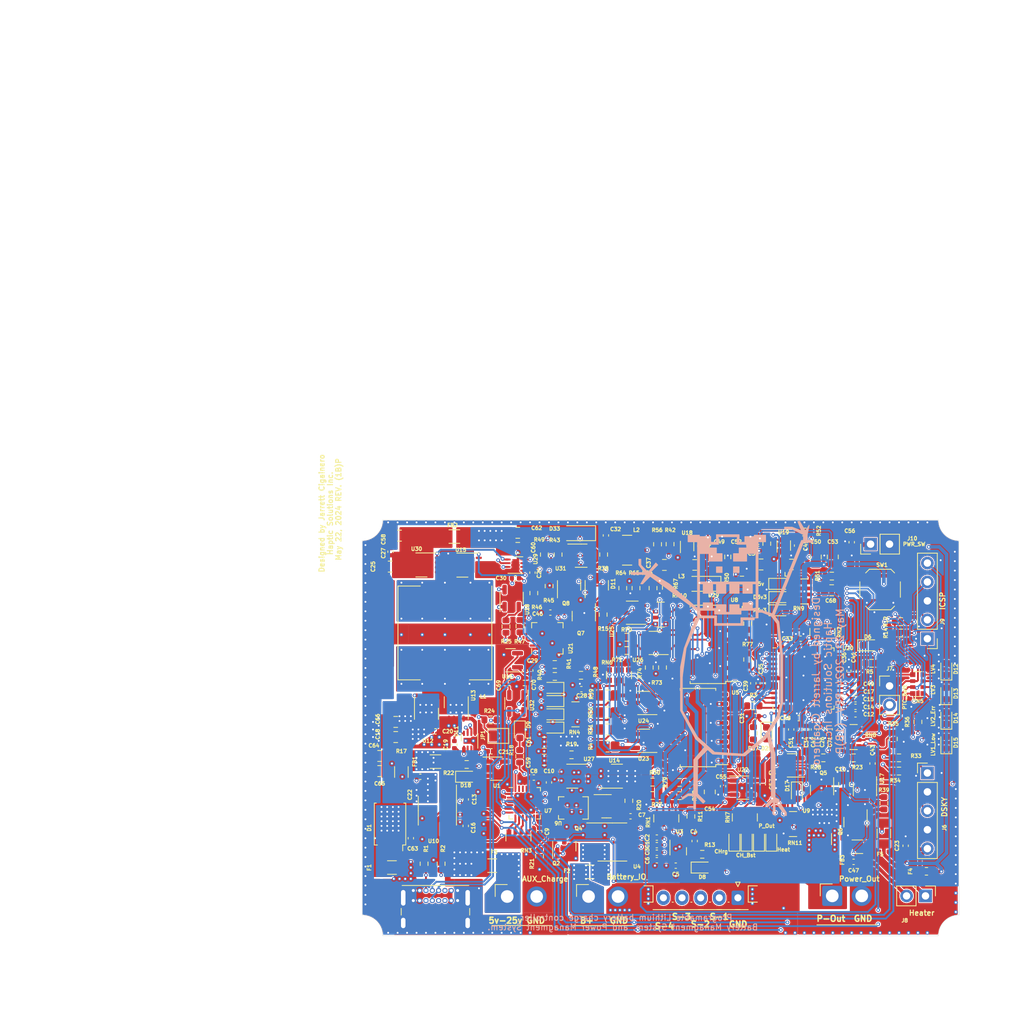
<source format=kicad_pcb>
(kicad_pcb (version 20211014) (generator pcbnew)
  (layers (0 "F.Cu" jumper) (1 "In1.Cu" power) (2 "In2.Cu" mixed) (31 "B.Cu" mixed) (34 "B.Paste" user) (35 "F.Paste" user) (36 "B.SilkS" user "B.Silkscreen") (37 "F.SilkS" user "F.Silkscreen") (38 "B.Mask" user) (39 "F.Mask" user) (44 "Edge.Cuts" user))
  (net 0 "")
  (net 1 "Net-(C1-Pad1)")
  (net 2 "Net-(C10-Pad1)")
  (net 3 "GND")
  (net 4 "VBUS")
  (net 5 "/LithCell_V1")
  (net 6 "/LithCell_V2")
  (net 7 "/LithCell_V3")
  (net 8 "/LithCell_V4")
  (net 9 "/BTStrapSig")
  (net 10 "/Btemp")
  (net 11 "/ChargeVoltage")
  (net 12 "/MCLR")
  (net 13 "/ExtBus")
  (net 14 "/CCsense")
  (net 15 "/BCsense")
  (net 16 "/LBatt_Cell_4")
  (net 17 "/LBatt_Cell_3")
  (net 18 "Net-(D3-Pad1)")
  (net 19 "/LBatt_Cell_2")
  (net 20 "Net-(D4-Pad1)")
  (net 21 "/LBatt_Cell_1")
  (net 22 "/BV_Fault")
  (net 23 "/Mult_SEL")
  (net 24 "/C_Fault")
  (net 25 "/PowerOutput")
  (net 26 "/__PwrKey")
  (net 27 "/Btemp_in")
  (net 28 "/PGMD")
  (net 29 "/PGMC")
  (net 30 "/CC1")
  (net 31 "/USB_D+")
  (net 32 "/USB_D-")
  (net 33 "/CC2")
  (net 34 "/IntBus")
  (net 35 "/KeepAlive")
  (net 36 "Net-(D1-Pad1)")
  (net 37 "/HighCHfet")
  (net 38 "/LowCHfet")
  (net 39 "/U2RX")
  (net 40 "/U2TX")
  (net 41 "/U1RX")
  (net 42 "/U1TX")
  (net 43 "/PowerOutEnable")
  (net 44 "/Mult_B1")
  (net 45 "/Mult_B2")
  (net 46 "/Mult_B3")
  (net 47 "/Mult_B4")
  (net 48 "/CCsense_in")
  (net 49 "+3.3VA")
  (net 50 "/CHctrl+")
  (net 51 "/CH_Boost+")
  (net 52 "/Heat_CTRL")
  (net 53 "Net-(F1-Pad1)")
  (net 54 "Net-(F2-Pad1)")
  (net 55 "Net-(F5-Pad2)")
  (net 56 "Net-(FB3-Pad2)")
  (net 57 "/BattIn")
  (net 58 "/C_Fault_In")
  (net 59 "Net-(C63-Pad1)")
  (net 60 "Net-(R28-Pad1)")
  (net 61 "+5P")
  (net 62 "Net-(C32-Pad1)")
  (net 63 "Net-(C1-Pad2)")
  (net 64 "Net-(C2-Pad2)")
  (net 65 "Net-(C3-Pad1)")
  (net 66 "+5VP")
  (net 67 "+3.3VP")
  (net 68 "Net-(D2-Pad1)")
  (net 69 "Net-(C31-Pad1)")
  (net 70 "Net-(Q6-Pad1)")
  (net 71 "Net-(RN3-Pad4)")
  (net 72 "Net-(RN3-Pad3)")
  (net 73 "Net-(RN3-Pad2)")
  (net 74 "Net-(RN3-Pad1)")
  (net 75 "Net-(C25-Pad1)")
  (net 76 "Net-(D2-Pad2)")
  (net 77 "Net-(C37-Pad1)")
  (net 78 "Net-(C4-Pad1)")
  (net 79 "Net-(C5-Pad1)")
  (net 80 "Net-(C13-Pad1)")
  (net 81 "Net-(C30-Pad1)")
  (net 82 "Net-(D5-Pad1)")
  (net 83 "Pwr_Sw")
  (net 84 "Net-(D3-Pad2)")
  (net 85 "Net-(C45-Pad1)")
  (net 86 "Net-(C45-Pad2)")
  (net 87 "Net-(C54-Pad1)")
  (net 88 "Net-(D4-Pad2)")
  (net 89 "Net-(C19-Pad1)")
  (net 90 "Net-(D5-Pad2)")
  (net 91 "Net-(D17-Pad2)")
  (net 92 "Net-(C18-Pad1)")
  (net 93 "Net-(C23-Pad1)")
  (net 94 "Net-(R64-Pad1)")
  (net 95 "Net-(C44-Pad1)")
  (net 96 "Net-(C44-Pad2)")
  (net 97 "Net-(C47-Pad2)")
  (net 98 "Net-(D18-Pad2)")
  (net 99 "Net-(C68-Pad1)")
  (net 100 "Net-(U1-Pad5)")
  (net 103 "Net-(F3-Pad1)")
  (net 104 "Net-(J6-Pad1)")
  (net 105 "Net-(J6-Pad3)")
  (net 106 "Net-(R3-Pad2)")
  (net 107 "Net-(Q2-Pad3)")
  (net 108 "Net-(R66-Pad1)")
  (net 109 "Net-(R76-Pad1)")
  (net 110 "Net-(R77-Pad1)")
  (net 111 "Net-(R18-Pad2)")
  (net 112 "Net-(R40-Pad2)")
  (net 113 "Net-(R47-Pad1)")
  (net 114 "Net-(C69-Pad1)")
  (net 123 "Net-(R42-Pad1)")
  (net 124 "Net-(R44-Pad1)")
  (net 125 "Net-(RN2-Pad5)")
  (net 126 "Net-(R70-Pad1)")
  (net 129 "Net-(R73-Pad1)")
  (net 136 "Net-(RN2-Pad6)")
  (net 137 "Net-(RN2-Pad7)")
  (net 138 "Net-(D12-Pad1)")
  (net 139 "Net-(D13-Pad1)")
  (net 140 "Net-(D19-Pad2)")
  (net 141 "Net-(D20-Pad2)")
  (net 142 "Net-(D30-Pad2)")
  (net 143 "Net-(RN2-Pad8)")
  (net 144 "Net-(R21-Pad2)")
  (net 145 "Net-(R39-Pad1)")
  (net 146 "Net-(R41-Pad2)")
  (net 147 "Net-(R48-Pad1)")
  (net 148 "Net-(D8-Pad1)")
  (net 149 "Net-(D9-Pad2)")
  (net 150 "Net-(D14-Pad1)")
  (net 151 "Net-(D15-Pad1)")
  (net 152 "Net-(D21-Pad2)")
  (net 153 "Net-(D22-Pad2)")
  (net 154 "/Ext_Bus_Vsense")
  (net 155 "Net-(D25-Pad2)")
  (net 156 "Net-(D31-Pad2)")
  (net 157 "Net-(D32-Pad2)")
  (net 158 "Net-(RN6-Pad1)")
  (net 159 "Net-(RN6-Pad2)")
  (net 160 "/V_Switched")
  (net 161 "Net-(RN6-Pad3)")
  (net 162 "Net-(U8-Pad2)")
  (net 163 "Net-(U8-Pad6)")
  (net 164 "Net-(Q7-Pad3)")
  (net 165 "Net-(RN6-Pad4)")
  (net 166 "Net-(RN10-Pad1)")
  (net 167 "Net-(RN10-Pad2)")
  (net 168 "Net-(RN10-Pad3)")
  (net 169 "Net-(RN10-Pad4)")
  (net 170 "+3V3")
  (net 171 "Net-(R19-Pad2)")
  (net 172 "Net-(JP1-Pad1)")
  (net 173 "/BoostBTStrapSig")
  (net 174 "Net-(Q5-Pad3)")
  (net 175 "/SysBus")
  (net 176 "Net-(D29-Pad1)")
  (net 177 "/BattConnect")
  (net 178 "Net-(Q4-Pad3)")
  (net 179 "Net-(Q8-Pad1)")
  (net 180 "/MidBus")
  (net 181 "Net-(R38-Pad1)")
  (net 184 "/LowBTfet")
  (net 185 "Net-(U28-Pad5)")
  (net 186 "/HighBTfet")
  (net 187 "Net-(R25-Pad2)")
  (footprint "Capacitor_SMD:C_0402_1005Metric" (layer "F.Cu") (at 174.244 98.044 90)
    (fp_text reference "C56")
    (fp_text value "1uf 25v BF")
  )
  (footprint "Connector_JST:JST_VH_B2PS-VH_1x02_P3.96mm_Horizontal" (layer "F.Cu") (at 171.631 145.542)
    (fp_text reference "J5" hide)
    (fp_text value "Power_Out")
  )
  (footprint "Resistor_SMD:R_0603_1608Metric" (layer "F.Cu") (at 154.178 139.954 180)
    (fp_text reference "R13")
    (fp_text value "10K")
  )
  (footprint "Resistor_SMD:R_0603_1608Metric" (layer "F.Cu") (at 140.9446 99.695 90)
    (fp_text reference "R38")
    (fp_text value "27R")
  )
  (footprint "Capacitor_SMD:C_0402_1005Metric" (layer "F.Cu") (at 148.082 140.758 180)
    (fp_text reference "C6")
    (fp_text value "0.1uf")
  )
  (footprint "Capacitor_SMD:C_0402_1005Metric" (layer "F.Cu") (at 174.752 120.142)
    (fp_text reference "C14")
    (fp_text value "1uf 25v BF")
  )
  (footprint "Package_DFN_QFN:DFN-8-1EP_2x2mm_P0.5mm_EP0.8x1.6mm" (layer "F.Cu") (at 122.936 124.714 90)
    (fp_text reference "U11")
    (fp_text value "ISL95808HRZ")
  )
  (footprint "LED_SMD:LED_0603_1608Metric" (layer "F.Cu") (at 164.6175 105.41)
    (fp_text reference "D31" hide)
    (fp_text value "Green_LED")
  )
  (footprint "Inductor_SMD:L_0805_2012Metric_Pad1.15x1.40mm_HandSolder" (layer "F.Cu") (at 153.162 101.092)
    (fp_text reference "L3")
    (fp_text value "2.2uH Thin Film")
  )
  (footprint "Resistor_SMD:R_1206_3216Metric" (layer "F.Cu") (at 120.904 97.282)
    (fp_text reference "FB2")
    (fp_text value "FerriteBead")
  )
  (footprint "Resistor_SMD:R_0603_1608Metric" (layer "F.Cu") (at 167.879 96.663)
    (fp_text reference "R52")
    (fp_text value "10K")
  )
  (footprint "Resistor_SMD:R_0603_1608Metric" (layer "F.Cu") (at 125.759 121.893)
    (fp_text reference "R24")
    (fp_text value "1K")
  )
  (footprint "Resistor_SMD:R_0603_1608Metric" (layer "F.Cu") (at 144.018 112.585 180)
    (fp_text reference "R71")
    (fp_text value "1K*")
  )
  (footprint "Capacitor_SMD:C_0402_1005Metric" (layer "F.Cu") (at 118.364 123.444)
    (fp_text reference "C20")
    (fp_text value "1uf 25v BF")
  )
  (footprint "Package_DFN_QFN:WDFN-8-1EP_2x2mm_P0.5mm_EP0.8x1.2mm" (layer "F.Cu") (at 150.952 139.05 -90)
    (fp_text reference "U3")
    (fp_text value "Q294700DSGR")
  )
  (footprint "Resistor_SMD:R_0603_1608Metric" (layer "F.Cu") (at 134.389 116.063)
    (fp_text reference "R40")
    (fp_text value "27R")
  )
  (footprint "Package_TO_SOT_SMD:SOT-23-5" (layer "F.Cu") (at 176.022 131.318 -90)
    (fp_text reference "U17")
    (fp_text value "FAN3100TSX")
  )
  (footprint "Resistor_SMD:R_0603_1608Metric" (layer "F.Cu") (at 137.899 115.913)
    (fp_text reference "R48")
    (fp_text value "27R")
  )
  (footprint "Resistor_SMD:R_0603_1608Metric" (layer "F.Cu") (at 180.848 108.712)
    (fp_text reference "R12")
    (fp_text value "5K1")
  )
  (footprint "Capacitor_SMD:C_0402_1005Metric" (layer "F.Cu") (at 112.329 99.313 90)
    (fp_text reference "C27")
    (fp_text value "1uf 25v BF")
  )
  (footprint "LED_SMD:LED_0603_1608Metric" (layer "F.Cu") (at 134.112 117.602 180)
    (fp_text reference "D5" hide)
    (fp_text value "LED_RED")
  )
  (footprint "LED_SMD:LED_0603_1608Metric" (layer "F.Cu") (at 129.689 123.533 -90)
    (fp_text reference "D9")
    (fp_text value "LED_RED")
  )
  (footprint "Resistor_SMD:R_0603_1608Metric" (layer "F.Cu") (at 174.498 127)
    (fp_text reference "R23")
    (fp_text value "1K")
  )
  (footprint "Resistor_SMD:R_0603_1608Metric" (layer "F.Cu") (at 180.848 110.236)
    (fp_text reference "R14")
    (fp_text value "5K1")
  )
  (footprint "Capacitor_SMD:C_0402_1005Metric" (layer "F.Cu") (at 171.279 123.163 -90)
    (fp_text reference "C71")
    (fp_text value "1uf 25v BF")
  )
  (footprint "Package_DFN_QFN:WQFN-24-1EP_4x4mm_P0.5mm_EP2.6x2.6mm" (layer "F.Cu") (at 130.346 133.096)
    (fp_text reference "U7")
    (fp_text value "AP33772")
  )
  (footprint "Resistor_SMD:R_0603_1608Metric" (layer "F.Cu") (at 151.13 132.08 180)
    (fp_text reference "R78")
    (fp_text value "10K*")
  )
  (footprint "Capacitor_SMD:C_0402_1005Metric" (layer "F.Cu") (at 174.498 140.97 180)
    (fp_text reference "C47")
    (fp_text value "0.1uf")
  )
  (footprint "Capacitor_SMD:C_0402_1005Metric" (layer "F.Cu") (at 148.082 138.726)
    (fp_text reference "C1")
    (fp_text value "0.1uf")
  )
  (footprint "Capacitor_SMD:C_0402_1005Metric" (layer "F.Cu") (at 166.116 123.19 -90)
    (fp_text reference "C51")
    (fp_text value "0.1uf")
  )
  (footprint "Package_TO_SOT_SMD:SOT-23-5" (layer "F.Cu") (at 126.549 128.453)
    (fp_text reference "U1")
    (fp_text value "FAN3100TSX")
  )
  (footprint "Package_SO:SOIC-16_4.55x10.3mm_P1.27mm" (layer "F.Cu") (at 153.608 122.936 180)
    (fp_text reference "U5")
    (fp_text value "IS281-4")
  )
  (footprint "Capacitor_SMD:C_0805_2012Metric" (layer "F.Cu") (at 113.03 124.206 180)
    (fp_text reference "C18")
    (fp_text value "10uf 25v BF")
  )
  (footprint "LED_SMD:LED_0603_1608Metric" (layer "F.Cu") (at 163.449 138.049 90)
    (fp_text reference "D22" hide)
    (fp_text value "Amber_LED")
  )
  (footprint "Resistor_SMD:R_0603_1608Metric" (layer "F.Cu") (at 129.669 126.793 -90)
    (fp_text reference "R18")
    (fp_text value "10K")
  )
  (footprint "Package_DFN_QFN:DFN-8-1EP_3x3mm_P0.65mm_EP1.7x2.05mm" (layer "F.Cu") (at 117.154 120.334 -90)
    (fp_text reference "U12")
    (fp_text value "AON7522E")
  )
  (footprint "Package_DFN_QFN:DFN-8-1EP_3x3mm_P0.65mm_EP1.7x2.05mm" (layer "F.Cu") (at 137.479 129.463 180)
    (fp_text reference "U27")
    (fp_text value "AONR21321")
  )
  (footprint "Resistor_SMD:R_0603_1608Metric" (layer "F.Cu") (at 161.036 120.015)
    (fp_text reference "R3")
    (fp_text value "27R")
  )
  (footprint "Resistor_SMD:R_0603_1608Metric" (layer "F.Cu") (at 119.126 141.224 -90)
    (fp_text reference "R2")
    (fp_text value "5K1")
  )
  (footprint "Capacitor_SMD:C_0402_1005Metric" (layer "F.Cu") (at 174.498 115.316 90)
    (fp_text reference "C41")
    (fp_text value "0.1uf")
  )
  (footprint "Capacitor_SMD:C_0402_1005Metric" (layer "F.Cu") (at 153.162 138.176 90)
    (fp_text reference "C4")
    (fp_text value "1uf 25v BF")
  )
  (footprint "Connector_JST:JST_VH_B2PS-VH_1x02_P3.96mm_Horizontal" (layer "F.Cu") (at 138.917 145.625)
    (fp_text reference "J4" hide)
    (fp_text value "Battery_IO")
  )
  (footprint "new:SCF4030-12-0X" (layer "F.Cu") (at 136.8806 133.731)
    (fp_text reference "U6")
    (fp_text value "SCF4030-12-0X")
  )
  (footprint "Resistor_SMD:R_0603_1608Metric" (layer "F.Cu") (at 129.709 109.313 -90)
    (fp_text reference "R47")
    (fp_text value "27R")
  )
  (footprint "Capacitor_SMD:C_0805_2012Metric" (layer "F.Cu") (at 149.098 101.092 180)
    (fp_text reference "C37")
    (fp_text value "10uf 25v BF")
  )
  (footprint "Diode_SMD:D_0603_1608Metric" (layer "F.Cu") (at 122.555 129.54)
    (fp_text reference "D18")
    (fp_text value "D_Schottky40V")
  )
  (footprint "Capacitor_SMD:C_0402_1005Metric" (layer "F.Cu") (at 120.904 125.222 90)
    (fp_text reference "C19")
    (fp_text value "0.1uf")
  )
  (footprint "Resistor_SMD:R_0603_1608Metric" (layer "F.Cu") (at 151.13 130.302 180)
    (fp_text reference "R79")
    (fp_text value "1K*")
  )
  (footprint "Capacitor_SMD:C_0402_1005Metric" (layer "F.Cu") (at 130.2312 116.9476 180)
    (fp_text reference "C70")
    (fp_text value "0.1uf")
  )
  (footprint "Diode_SMD:D_SOD-123" (layer "F.Cu") (at 137.6172 96.8248 180)
    (fp_text reference "D33")
    (fp_text value "15V")
  )
  (footprint "Fuse:Fuse_1206_3216Metric" (layer "F.Cu") (at 112.522 141.732 180)
    (fp_text reference "F1")
    (fp_text value "5A")
  )
  (footprint "Resistor_SMD:R_Array_Convex_4x0612" (layer "F.Cu") (at 148.59 107.759 180)
    (fp_text reference "RN10")
    (fp_text value "5K")
  )
  (footprint "Resistor_SMD:R_0603_1608Metric" (layer "F.Cu") (at 147.574 104.203 90)
    (fp_text reference "R66")
    (fp_text value "10K*")
  )
  (footprint "Capacitor_SMD:C_0805_2012Metric" (layer "F.Cu") (at 110.871 126.746 180)
    (fp_text reference "C64")
    (fp_text value "10uf 25v BF")
  )
  (footprint "Package_DFN_QFN:DFN-8-1EP_3x3mm_P0.65mm_EP1.7x2.05mm" (layer "F.Cu") (at 122.729 101.113 180)
    (fp_text reference "U15")
    (fp_text value "AON7522E")
  )
  (footprint "Resistor_SMD:R_0805_2012Metric_Pad1.20x1.40mm_HandSolder" (layer "F.Cu") (at 141.478 123.19)
    (fp_text reference "R31")
    (fp_text value "150")
  )
  (footprint "Capacitor_SMD:C_0402_1005Metric" (layer "F.Cu") (at 125.889 126.123)
    (fp_text reference "C21")
    (fp_text value "1uf 25v BF")
  )
  (footprint "Capacitor_SMD:C_0805_2012Metric" (layer "F.Cu") (at 158.75 100.013 90)
    (fp_text reference "C52")
    (fp_text value "10uf 25v BF")
  )
  (footprint "Diode_SMD:D_0603_1608Metric" (layer "F.Cu") (at 154.178 141.732)
    (fp_text reference "D8")
    (fp_text value "D_Schottky40V")
  )
  (footprint "Package_TO_SOT_SMD:SOT-23-5" (layer "F.Cu") (at 128.591 105.553 90)
    (fp_text reference "U28")
    (fp_text value "FAN3100TSX")
  )
  (footprint "Connector_USB:USB_C_Receptacle_GCT_USB4085" (layer "F.Cu") (at 115.389 144.819)
    (fp_text reference "J2" hide)
    (fp_text value "USB_C_Receptacle_4085")
  )
  (footprint "Resistor_SMD:R_0603_1608Metric" (layer "F.Cu") (at 160.274 108.966 90)
    (fp_text reference "R76")
    (fp_text value "1K")
  )
  (footprint "Package_TO_SOT_SMD:SOT-23" (layer "F.Cu") (at 141.3256 133.5024)
    (fp_text reference "Q4")
    (fp_text value "DMN65D8L")
  )
  (footprint "Capacitor_SMD:C_0805_2012Metric" (layer "F.Cu") (at 173.228 130.556 90)
    (fp_text reference "C11")
    (fp_text value "10uf 25v BF")
  )
  (footprint "Package_DFN_QFN:DFN-8-1EP_2x2mm_P0.5mm_EP0.8x1.6mm" (layer "F.Cu") (at 129.099 101.108)
    (fp_text reference "U29")
    (fp_text value "ISL95808HRZ")
  )
  (footprint "Capacitor_SMD:C_0805_2012Metric" (layer "F.Cu") (at 171.5516 104.4956)
    (fp_text reference "C68")
    (fp_text value "10uf 25v BF")
  )
  (footprint "Capacitor_SMD:C_0402_1005Metric" (layer "F.Cu") (at 174.752 121.158)
    (fp_text reference "C12")
    (fp_text value "1uf 25v BF")
  )
  (footprint "Resistor_SMD:R_0603_1608Metric" (layer "F.Cu") (at 147.514 132.063 180)
    (fp_text reference "R27")
    (fp_text value "10K*")
  )
  (footprint "Resistor_SMD:R_0603_1608Metric" (layer "F.Cu") (at 143.51 104.203 90)
    (fp_text reference "R64")
    (fp_text value "10K*")
  )
  (footprint "Package_TO_SOT_SMD:SOT-23" (layer "F.Cu") (at 174.752 135.636 -90)
    (fp_text reference "Q6")
    (fp_text value "SSM3K341R")
  )
  (footprint "Resistor_SMD:R_Array_Convex_4x0612" (layer "F.Cu") (at 166.37 135.89)
    (fp_text reference "RN11")
    (fp_text value "5K")
  )
  (footprint "Capacitor_SMD:C_0402_1005Metric" (layer "F.Cu") (at 177.038 127.762 90)
    (fp_text reference "C43")
    (fp_text value "1uf 25v BF")
  )
  (footprint "LED_SMD:LED_0603_1608Metric" (layer "F.Cu") (at 161.798 138.049 90)
    (fp_text reference "D21" hide)
    (fp_text value "Amber_LED")
  )
  (footprint "Resistor_SMD:R_0603_1608Metric" (layer "F.Cu") (at 116.84 141.224 -90)
    (fp_text reference "R1")
    (fp_text value "5K1")
  )
  (footprint "LED_SMD:LED_0603_1608Metric" (layer "F.Cu") (at 134.112 119.38 180)
    (fp_text reference "D4" hide)
    (fp_text value "LED_RED")
  )
  (footprint "Resistor_SMD:R_0805_2012Metric_Pad1.20x1.40mm_HandSolder" (layer "F.Cu") (at 141.478 118.618)
    (fp_text reference "R59")
    (fp_text value "150")
  )
  (footprint "Package_TO_SOT_SMD:SOT-23" (layer "F.Cu") (at 136.299 103.843 90)
    (fp_text reference "Q8")
    (fp_text value "DMN65D8L")
  )
  (footprint "Resistor_SMD:R_0603_1608Metric" (layer "F.Cu") (at 145.288 104.203 90)
    (fp_text reference "R65")
    (fp_text value "1K*")
  )
  (footprint "Resistor_SMD:R_Array_Convex_4x0612" (layer "F.Cu") (at 137.16 121.158 180)
    (fp_text reference "RN4")
    (fp_text value "5K")
  )
  (footprint "Resistor_SMD:R_0603_1608Metric" (layer "F.Cu") (at 180.594 127 180)
    (fp_text reference "R33")
    (fp_text value "27R")
  )
  (footprint "Connector_JST:JST_VH_B2PS-VH_1x02_P3.96mm_Horizontal" (layer "F.Cu") (at 127.995 145.625)
    (fp_text reference "J3" hide)
    (fp_text value "AUX_Charge")
  )
  (footprint "Resistor_SMD:R_0603_1608Metric" (layer "F.Cu") (at 147.066 114.871 -90)
    (fp_text reference "R74")
    (fp_text value "1K*")
  )
  (footprint "Package_TO_SOT_SMD:SOT-23-6" (layer "F.Cu") (at 146.304 124.714 180)
    (fp_text reference "U23")
    (fp_text value "DMP2240UDM")
  )
  (footprint "Capacitor_SMD:C_0402_1005Metric" (layer "F.Cu") (at 162.306 130.556 -90)
    (fp_text reference "C57")
    (fp_text value "1uf 25v BF")
  )
  (footprint "Capacitor_SMD:C_0402_1005Metric" (layer "F.Cu") (at 148.082 139.742)
    (fp_text reference "C3")
    (fp_text value "0.1uf")
  )
  (footprint "Capacitor_SMD:C_0402_1005Metric" (layer "F.Cu") (at 174.752 118.11)
    (fp_text reference "C17")
    (fp_text value "1uf 25v BF")
  )
  (footprint "Capacitor_SMD:C_0402_1005Metric" (layer "F.Cu") (at 174.752 117.094)
    (fp_text reference "C40")
    (fp_text value "1uf 25v BF")
  )
  (footprint "Resistor_SMD:R_0603_1608Metric" (layer "F.Cu") (at 148.844 114.871 -90)
    (fp_text reference "R73")
    (fp_text value "10K*")
  )
  (footprint "Capacitor_SMD:C_0402_1005Metric" (layer "F.Cu") (at 137.949 117.773)
    (fp_text reference "C28")
    (fp_text value "1uf 25v BF")
  )
  (footprint "Capacitor_SMD:C_0402_1005Metric" (layer "F.Cu") (at 144.5514 134.8486 180)
    (fp_text reference "C7")
    (fp_text value "0.1uf")
  )
  (footprint "Resistor_SMD:R_0603_1608Metric" (layer "F.Cu") (at 144.018 110.807 180)
    (fp_text reference "R70")
    (fp_text value "10K*")
  )
  (footprint "Capacitor_SMD:C_0402_1005Metric" (layer "F.Cu") (at 156.972 130.81 -90)
    (fp_text reference "C55")
    (fp_text value "1uf 25v BF")
  )
  (footprint "Capacitor_SMD:C_0402_1005Metric" (layer "F.Cu") (at 122.428 132.588 -90)
    (fp_text reference "C13")
    (fp_text value "1uf 25v BF")
  )
  (footprint "Capacitor_SMD:C_0402_1005Metric" (layer "F.Cu") (at 128.269 116.963)
    (fp_text reference "C69")
    (fp_text value "1uf 25v BF")
  )
  (footprint "Capacitor_SMD:C_0402_1005Metric" (layer "F.Cu") (at 181.483 138.811 90)
    (fp_text reference "C23")
    (fp_text value "1uf 25v BF")
  )
  (footprint "Capacitor_SMD:C_0805_2012Metric" (layer "F.Cu") (at 129.413 96.774)
    (fp_text reference "C62")
    (fp_text value "10uf 25v BF")
  )
  (footprint "LED_SMD:LED_0603_1608Metric" (layer "F.Cu") (at 164.6175 107.188)
    (fp_text reference "D32" hide)
    (fp_text value "Green_LED")
  )
  (footprint "Capacitor_SMD:C_0402_1005Metric" (layer "F.Cu") (at 162.306 116.986164 90)
    (fp_text reference "C35")
    (fp_text value "0.1uf")
  )
  (footprint "Package_TO_SOT_SMD:SOT-563" (layer "F.Cu") (at 165.129 98.489 90)
    (fp_text reference "U19")
    (fp_text value "AP62250Z6")
  )
  (footprint "Resistor_SMD:R_0805_2012Metric_Pad1.20x1.40mm_HandSolder" (layer "F.Cu") (at 141.478 125.476)
    (fp_text reference "R4")
    (fp_text value "150")
  )
  (footprint "Capacitor_SMD:C_0402_1005Metric" (layer "F.Cu") (at 174.752 119.126)
    (fp_text reference "C15")
    (fp_text value "1uf 25v BF")
  )
  (footprint "Package_TO_SOT_SMD:SOT-23-6" (layer "F.Cu") (at 147.828 111.569 180)
    (fp_text reference "U26")
    (fp_text value "DMP2240UDM")
  )
  (footprint "LED_SMD:LED_0603_1608Metric" (layer "F.Cu") (at 134.112 122.936 180)
    (fp_text reference "D2" hide)
    (fp_text value "LED_RED")
  )
  (footprint "Resistor_SMD:R_0603_1608Metric" (layer "F.Cu") (at 161.036 123.698 -90)
    (fp_text reference "R37")
    (fp_text value "100")
  )
  (footprint "Connector_PinHeader_2.54mm:PinHeader_1x02_P2.54mm_Vertical" (layer "F.Cu") (at 179.324 117.343)
    (fp_text reference "J7")
    (fp_text value "BatteryPTC")
  )
  (footprint "LED_SMD:LED_0603_1608Metric" (layer "F.Cu") (at 158.496 138.049 90)
    (fp_text reference "D19" hide)
    (fp_text value "Amber_LED")
  )
  (footprint "LED_SMD:LED_0603_1608Metric" (layer "F.Cu") (at 186.944 121.666 90)
    (fp_text reference "D14")
    (fp_text value "LV2_Err")
  )
  (footprint "Resistor_SMD:R_0603_1608Metric" (layer "F.Cu") (at 131.569 104.873 -90)
    (fp_text reference "R46")
    (fp_text value "1K")
  )
  (footprint "Capacitor_SMD:C_0805_2012Metric" (layer "F.Cu") (at 156.464 100.013 90)
    (fp_text reference "C49")
    (fp_text value "10uf 25v BF")
  )
  (footprint "Package_TO_SOT_SMD:SOT-23-6" (layer "F.Cu") (at 144.78 107.505 180)
    (fp_text reference "U25")
    (fp_text value "DMP2240UDM")
  )
  (footprint "Capacitor_SMD:C_0402_1005Metric" (layer "F.Cu") (at 131.572 129.646)
    (fp_text reference "C8")
    (fp_text value "1uf 25v BF")
  )
  (footprint "LED_SMD:LED_0603_1608Metric" (layer "F.Cu") (at 186.944 124.968 90)
    (fp_text reference "D15")
    (fp_text value "LV1_Low")
  )
  (footprint "Capacitor_SMD:C_0402_1005Metric" (layer "F.Cu") (at 129.099 102.886)
    (fp_text reference "C30")
    (fp_text value "0.1uf")
  )
  (footprint "Jumper:SolderJumper-2_P1.3mm_Open_TrianglePad1.0x1.5mm" (layer "F.Cu") (at 126.799 124.053)
    (fp_text reference "JP1")
    (fp_text value "SolderJumper")
  )
  (footprint "Capacitor_SMD:C_0805_2012Metric" (layer "F.Cu") (at 162.081 101.029 180)
    (fp_text reference "C38")
    (fp_text value "10uf 25v BF")
  )
  (footprint "Package_TO_SOT_SMD:SOT-23" (layer "F.Cu") (at 138.279 107.963 -90)
    (fp_text reference "Q7")
    (fp_text value "DMN65D8L")
  )
  (footprint "Capacitor_SMD:C_0402_1005Metric" (layer "F.Cu") (at 173.228 115.316 90)
    (fp_text reference "C36")
    (fp_text value "0.1uf")
  )
  (footprint "Capacitor_SMD:C_0805_2012Metric" (layer "F.Cu") (at 112.279 101.313 180)
    (fp_text reference "C25")
    (fp_text value "10uf 25v BF")
  )
  (footprint "Capacitor_SMD:C_0402_1005Metric" (layer "F.Cu") (at 167.132 121.666 180)
    (fp_text reference "C48")
    (fp_text value "0.1uf")
  )
  (footprint "Diode_SMD:D_SOD-123" (layer "F.Cu") (at 154.432 103.632 180)
    (fp_text reference "D29")
    (fp_text value "5V1")
  )
  (footprint "Fuse:Fuse_1206_3216Metric" (layer "F.Cu") (at 125.984 141.478 180)
    (fp_text reference "F3")
    (fp_text value "5A")
  )
  (footprint "LED_SMD:LED_0603_1608Metric" (layer "F.Cu") (at 164.592 103.632)
    (fp_text reference "D30" hide)
    (fp_text value "Green_LED")
  )
  (footprint "Capacitor_SMD:C_0402_1005Metric" (layer "F.Cu") (at 115.062 137.795 -90)
    (fp_text reference "C63")
    (fp_text value "1uf 25v BF")
  )
  (footprint "Fuse:Fuse_0603_1608Metric_Pad1.05x0.95mm_HandSolder" (layer "F.Cu") (at 184.277 142.24 180)
    (fp_text reference "F4")
    (fp_text value "0A5")
  )
  (footprint "Connector_PinHeader_2.54mm:PinHeader_1x02_P2.54mm_Vertical" (layer "F.Cu") (at 184.15 145.542 -90)
    (fp_text reference "J8")
    (fp_text value "Heater")
  )
  (footprint "Resistor_SMD:R_0603_1608Metric" (layer "F.Cu") (at 149.86 98.298 -90)
    (fp_text reference "R42")
    (fp_text value "56K")
  )
  (footprint "Capacitor_SMD:C_0402_1005Metric" (layer "F.Cu") (at 161.29 121.412 180)
    (fp_text reference "C31")
    (fp_text value "0.1uf")
  )
  (footprint "Capacitor_SMD:C_0402_1005Metric" (layer "F.Cu") (at 150.622 141.478 180)
    (fp_text reference "C5")
    (fp_text value "0.1uf")
  )
  (footprint "Package_SO:SOIC-8_3.9x4.9mm_P1.27mm" (layer "F.Cu") (at 118.618 134.089 -90)
    (fp_text reference "U10")
    (fp_text value "ACS711xLCTR-25AB")
  )
  (footprint "Capacitor_SMD:C_0402_1005Metric" (layer "F.Cu") (at 167.386 110.998)
    (fp_text reference "C33")
    (fp_text value "0.1uf")
  )
  (footprint "Capacitor_SMD:C_0402_1005Metric" (layer "F.Cu") (at 133.604 130.302 90)
    (fp_text reference "C10")
    (fp_text value "0.1uf")
  )
  (footprint "Resistor_SMD:R_0603_1608Metric" (layer "F.Cu") (at 148.179 98.313 90)
    (fp_text reference "R56")
    (fp_text value "10K")
  )
  (footprint "Capacitor_SMD:C_0805_2012Metric" (layer "F.Cu") (at 113.538 97.155 180)
    (fp_text reference "C58")
    (fp_text value "10uf 25v BF")
  )
  (footprint "Capacitor_SMD:C_0805_2012Metric" (layer "F.Cu") (at 132.969 124.968 180)
    (fp_text reference "C61")
    (fp_text value "10uf 25v BF")
  )
  (footprint "Resistor_SMD:R_0603_1608Metric" (layer "F.Cu") (at 160.274 113.792 90)
    (fp_text reference "R77")
    (fp_text value "1K")
  )
  (footprint "Resistor_SMD:R_1206_3216Metric" (layer "F.Cu") (at 175.006 138.938)
    (fp_text reference "FB3")
    (fp_text value "FerriteBead")
  )
  (footprint "Capacitor_SMD:C_0402_1005Metric" (layer "F.Cu") (at 116.332 129.54 180)
    (fp_text reference "C22")
    (fp_text value "1uf 25v BF")
  )
  (footprint "Package_DFN_QFN:QFN-44-1EP_8x8mm_P0.65mm_EP6.45x6.45mm" (layer "F.Cu") (at 167.77 116.342)
    (fp_text reference "U20")
    (fp_text value "dsPIC30F4011-PT")
  )
  (footprint "Resistor_SMD:R_0603_1608Metric" (layer "F.Cu") (at 170.434 127)
    (fp_text reference "R28")
    (fp_text value "1K")
  )
  (footprint "Resistor_SMD:R_0603_1608Metric" (layer "F.Cu") (at 134.379 114.463)
    (fp_text reference "R41")
    (fp_text value "27R")
  )
  (footprint "Package_DFN_QFN:DFN-8-1EP_3x3mm_P0.65mm_EP1.7x2.05mm" (layer "F.Cu") (at 121.158 120.284 90)
    (fp_text reference "U13")
    (fp_text value "AON7522E")
  )
  (footprint "Resistor_SMD:R_0603_1608Metric" (layer "F.Cu") (at 147.504 130.263 180)
    (fp_text reference "R30")
    (fp_text value "1K*")
  )
  (footprint "Package_TO_SOT_SMD:SOT-23" (layer "F.Cu") (at 170.262 131.326 -90)
    (fp_text reference "Q5")
    (fp_text value "DMN65D8L")
  )
  (footprint "Resistor_SMD:R_0603_1608Metric" (layer "F.Cu") (at 171.577 102.5906 180)
    (fp_text reference "R51")
    (fp_text value "1M")
  )
  (footprint "Capacitor_SMD:C_0402_1005Metric" (layer "F.Cu") (at 148.082 137.71)
    (fp_text reference "C2")
    (fp_text value "0.1uf")
  )
  (footprint "Resistor_SMD:R_0603_1608Metric" (layer "F.Cu") (at 140.879 107.763 -90)
    (fp_text reference "R15")
    (fp_text value "1K")
  )
  (footprint "Capacitor_SMD:C_0402_1005Metric" (layer "F.Cu") (at 169.164 123.19 -90)
    (fp_text reference "C42")
    (fp_text value "1uf 25v BF")
  )
  (footprint "Resistor_SMD:R_0603_1608Metric" (layer "F.Cu") (at 136.6266 126.5936)
    (fp_text reference "R19")
    (fp_text value "1K")
  )
  (footprint "Connector_PinHeader_2.54mm:PinHeader_1x05_P2.54mm_Vertical" (layer "F.Cu") (at 184.404 110.998 180)
    (fp_text reference "J9")
    (fp_text value "ICSP")
  )
  (footprint "Package_TO_SOT_SMD:SOT-23" (layer "F.Cu") (at 128.449 113.893 180)
    (fp_text reference "U16")
    (fp_text value "LM62CIM3/NOPB")
  )
  (footprint "Resistor_SMD:R_0603_1608Metric" (layer "F.Cu") (at 149.352 104.14 90)
    (fp_text reference "R67")
    (fp_text value "1K*")
  )
  (footprint "Resistor_SMD:R_Array_Convex_4x0612" (layer "F.Cu") (at 167.894 104.648 180)
    (fp_text reference "RN9")
    (fp_text value "10K")
  )
  (footprint "Capacitor_SMD:C_0402_1005Metric" (layer "F.Cu") (at 122.428 136.144 90)
    (fp_text reference "C16")
    (fp_text value "0.1uf")
  )
  (footprint "Resistor_SMD:R_0603_1608Metric" (layer "F.Cu") (at 152.654 134.874 90)
    (fp_text reference "R11")
    (fp_text value "100")
  )
  (footprint "Resistor_SMD:R_0603_1608Metric" (layer "F.Cu") (at 183.134 122.174 90)
    (fp_text reference "R36")
    (fp_text value "10K")
  )
  (footprint "Resistor_SMD:R_1206_3216Metric" (layer "F.Cu") (at 118.364 127.508)
    (fp_text reference "FB1")
    (fp_text value "FerriteBead")
  )
  (footprint "Resistor_SMD:R_Array_Convex_4x0612" (layer "F.Cu") (at 143.002 115.887 90)
    (fp_text reference "RN6")
    (fp_text value "5K")
  )
  (footprint "Capacitor_SMD:C_0402_1005Metric" (layer "F.Cu") (at 166.907 98.489 -90)
    (fp_text reference "C45")
    (fp_text value "0.1uf")
  )
  (footprint "Package_SO:SOIC-8_3.9x4.9mm_P1.27mm" (layer "F.Cu") (at 142.113 138.303)
    (fp_text reference "U4")
    (fp_text value "ACS711xLCTR-25AB")
  )
  (footprint "Resistor_SMD:R_Array_Convex_4x0612" (layer "F.Cu") (at 159.893 135.001 -90)
    (fp_text reference "RN7")
    (fp_text value "5K")
  )
  (footprint "Capacitor_SMD:C_0805_2012Metric" (layer "F.Cu") (at 132.969 127.254 180)
    (fp_text reference "C59")
    (fp_text value "10uf 25v BF")
  )
  (footprint "Resistor_SMD:R_Array_Convex_4x0612" (layer "F.Cu") (at 149.352 135.128 90)
    (fp_text reference "RN1")
    (fp_text value "1K")
  )
  (footprint "Fuse:Fuse_1206_3216Metric" (layer "F.Cu") (at 178.562 137.16 -90)
    (fp_text reference "F5")
    (fp_text value "5A")
  )
  (footprint "LED_SMD:LED_0603_1608Metric" (layer "F.Cu") (at 186.944 118.364 90)
    (fp_text reference "D13")
    (fp_text value "LV3")
  )
  (footprint "Capacitor_SMD:C_0402_1005Metric" (layer "F.Cu") (at 141.2494 97.1296 90)
    (fp_text reference "C32")
    (fp_text value "1uf 25v BF")
  )
  (footprint "Capacitor_SMD:C_0402_1005Metric" (layer "F.Cu") (at 168.148 123.19 -90)
    (fp_text reference "C34")
    (fp_text value "1uf 25v BF")
  )
  (footprint "Resistor_SMD:R_0603_1608Metric" (layer "F.Cu") (at 132.989 99.703 -90)
    (fp_text reference "R49")
    (fp_text value "10K")
  )
  (footprint "Capacitor_SMD:C_0402_1005Metric" (layer "F.Cu") (at 153.924 98.552 -90)
    (fp_text reference "C44")
    (fp_text value "0.1uf")
  )
  (footprint "Fuse:Fuse_1206_3216Metric" (layer "F.Cu") (at 139.065 142.3162)
    (fp_text reference "F2")
    (fp_text value "10A")
  )
  (footprint "LED_SMD:LED_0603_1608Metric" (layer "F.Cu") (at 160.147 138.049 90)
    (fp_text reference "D20" hide)
    (fp_text value "Amber_LED")
  )
  (footprint "Resistor_SMD:R_0603_1608Metric" (layer "F.Cu") (at 144.3228 132.7658 -90)
    (fp_text reference "R20")
    (fp_text value "1K")
  )
  (footprint "Resistor_SMD:R_0603_1608Metric" (layer "F.Cu") (at 122.555 127.889 180)
    (fp_text reference "R22")
    (fp_text value "1K")
  )
  (footprint "Package_TO_SOT_SMD:SOT-23" (layer "F.Cu") (at 166.243 128.016 180)
    (fp_text reference "Q3")
    (fp_text value "BSS84-7-F")
  )
  (footprint "Package_TO_SOT_SMD:TO-277B" (layer "F.Cu") (at 112.268 135.89 180)
    (fp_text reference "D1")
    (fp_text value "SBRT15U50SP5-13")
  )
  (footprint "Capacitor_SMD:C_0402_1005Metric" (layer "F.Cu") (at 170.18 123.19 -90)
    (fp_text reference "C26")
    (fp_text value "1uf 25v BF")
  )
  (footprint "Capacitor_SMD:C_0805_2012Metric" (layer "F.Cu") (at 155.194 131.572 -90)
    (fp_text reference "C54")
    (fp_text value "10uf 25v BF")
  )
  (footprint "Resistor_SMD:R_0603_1608Metric" (layer "F.Cu") (at 162.843 98.235 -90)
    (fp_text reference "R44")
    (fp_text value "31K6")
  )
  (footprint "inductorModel:IND_ASPI-4030S-4R7M-T" (layer "F.Cu") (at 144.0942 99.1108)
    (fp_text reference "L2")
    (fp_text value "4.7uH")
  )
  (footprint "Resistor_SMD:R_0603_1608Metric" (layer "F.Cu") (at 176.911 114.3 180)
    (fp_text reference "R5")
    (fp_text value "1K")
  )
  (footprint "LED_SMD:LED_0603_1608Metric" (layer "F.Cu") (at 134.112 121.158 180)
    (fp_text reference "D3" hide)
    (fp_text value "LED_RED")
  )
  (footprint "Capacitor_SMD:C_0402_1005Metric" (layer "F.Cu") (at 133.789 107.493)
    (fp_text reference "C46")
    (fp_text value "0.1uf")
  )
  (footprint "Package_TO_SOT_SMD:SOT-23" (layer "F.Cu") (at 140.019 103.823 90)
    (fp_text reference "D11")
    (fp_text value "BAV23CLT1G")
  )
  (footprint "Package_TO_SOT_SMD:SOT-23-5" (layer "F.Cu") (at 129.2312 119.6976 -90)
    (fp_text reference "U32")
    (fp_text value "MCP3021")
  )
  (footprint "Resistor_SMD:R_0603_1608Metric" (layer "F.Cu") (at 127.829 109.363 90)
    (fp_text reference "R25")
    (fp_text value "1K")
  )
  (footprint "Package_DFN_QFN:QFN-16-1EP_4x4mm_P0.65mm_EP2.1x2.1mm" (layer "F.Cu") (at 133.389 110.943 90)
    (fp_text reference "U21")
    (fp_text value "FT230XQ")
  )
  (footprint "Capacitor_SMD:C_0402_1005Metric" (layer "F.Cu") (at 131.385 102.124 -90)
    (fp_text reference "C24")
    (fp_text value "1uf 25v BF")
  )
  (footprint "Package_SO:SOIC-16_4.55x10.3mm_P1.27mm" (layer "F.Cu") (at 154.94 111.76 180)
    (fp_text reference "U8")
    (fp_text value "IS281-4")
  )
  (footprint "Package_TO_SOT_SMD:SOT-23-6" (layer "F.Cu") (at 146.304 119.634 180)
    (fp_text reference "U24")
    (fp_text value "DMP2240UDM")
  )
  (footprint "Resistor_SMD:R_0603_1608Metric" (layer "F.Cu") (at 178.562 133.096 -90)
    (fp_text reference "R39")
    (fp_text value "27R")
  )
  (footprint "Inductor_SMD:L_0805_2012Metric_Pad1.15x1.40mm_HandSolder" (layer "F.Cu") (at 166.145 101.029)
    (fp_text reference "L4")
    (fp_text value "2.2uH Thin Film")
  )
  (footprint "Capacitor_SMD:C_0402_1005Metric" (layer "F.Cu") (at 161.036 116.986164 90)
    (fp_text reference "C39")
    (fp_text value "0.1uf")
  )
  (footprint "Connector_JST:JST_EH_S5B-EH_1x05_P2.50mm_Horizontal" (layer "F.Cu") (at 158.964 145.796 180)
    (fp_text reference "J1" hide)
    (fp_text value "Batt_Ballance")
  )
  (footprint "Connector_PinHeader_2.54mm:PinHeader_1x05_P2.54mm_Vertical" (layer "F.Cu") (at 184.404 129.032)
    (fp_text reference "J6")
    (fp_text value "DSKY")
  )
  (footprint "Resistor_SMD:R_Array_Convex_4x0612" (layer "F.Cu") (at 129.498 137.668 -90)
    (fp_text reference "RN3")
    (fp_text value "1K")
  )
  (footprint "Diode_SMD:D_0603_1608Metric" (layer "F.Cu") (at 176.53 111.887)
    (fp_text reference "D6")
    (fp_text value "D_Schottky40V")
  )
  (footprint "Inductor_SMD:L_12x12mm_H4.5mm" (layer "F.Cu") (at 119.629 110.224 90)
    (fp_text reference "L1")
    (fp_text value "10uH")
  )
  (footprint "Resistor_SMD:R_0603_1608Metric" (layer "F.Cu") (at 132.334 140.208 90)
    (fp_text reference "R21")
    (fp_text value "10K_NTC")
  )
  (footprint "Package_TO_SOT_SMD:SOT-563" (layer "F.Cu") (at 152.146 98.552 90)
    (fp_text reference "U18")
    (fp_text value "AP62250Z6")
  )
  (footprint "Capacitor_SMD:C_0805_2012Metric" (layer "F.Cu") (at 129.413 98.806)
    (fp_text reference "C60")
    (fp_text value "10uf 25v BF")
  )
  (footprint "Resistor_SMD:R_0603_1608Metric" (layer "F.Cu") (at 179.832 124.46 90)
    (fp_text reference "R35")
    (fp_text value "10K")
  )
  (footprint "Resistor_SMD:R_0805_2012Metric_Pad1.20x1.40mm_HandSolder" (layer "F.Cu") (at 141.478 120.904)
    (fp_text reference "R55")
    (fp_text value "150")
  )
  (footprint "Capacitor_SMD:C_0402_1005Metric" (layer "F.Cu") (at 132.292 136.906 -90)
    (fp_text reference "C9")
    (fp_text value "0.1uf")
  )
  (footprint "LED_SMD:LED_0603_1608Metric" (layer "F.Cu") (at 186.944 115.062 90)
    (fp_text reference "D12")
    (fp_text value "LV4")
  )
  (footprint "Resistor_SMD:R_0603_1608Metric" (layer "F.Cu") (at 159.512 103.124)
    (fp_text reference "R50")
    (fp_text value "100")
  )
  (footprint "Resistor_SMD:R_0603_1608Metric" (layer "F.Cu") (at 180.594 128.778 180)
    (fp_text reference "R34")
    (fp_text value "27R")
  )
  (footprint "Capacitor_SMD:C_0805_2012Metric" (layer "F.Cu") (at 113.03 122.174 180)
    (fp_text reference "C66")
    (fp_text value "10uf 25v BF")
  )
  (footprint "Capacitor_SMD:C_0402_1005Metric" (layer "F.Cu") (at 131.089 115.263 90)
    (fp_text reference "C29")
    (fp_text value "0.1uf")
  )
  (footprint "Capacitor_SMD:C_0805_2012Metric" (layer "F.Cu") (at 169.418 100.013 90)
    (fp_text reference "C50")
    (fp_text value "10uf 25v BF")
  )
  (footprint "Resistor_SMD:R_Array_Convex_4x0612" (layer "F.Cu") (at 174.498 124.206 180)
    (fp_text reference "RN8")
    (fp_text value "1K")
  )
  (footprint "Capacitor_SMD:C_0805_2012Metric" (layer "F.Cu") (at 110.871 128.778 180)
    (fp_text reference "C65")
    (fp_text value "10uf 25v BF")
  )
  (footprint "Diode_SMD:D_0603_1608Metric" (layer "F.Cu") (at 162.814 123.698 -90)
    (fp_text reference "D25")
    (fp_text value "D_Schottky40V")
  )
  (footprint "Package_TO_SOT_SMD:SOT-23" (layer "F.Cu") (at 135.6614 138.8618 90)
    (fp_text reference "Q2")
    (fp_text value "SSM3K341R")
  )
  (footprint "Package_TO_SOT_SMD:SOT-23-6" (layer "F.Cu") (at 137.922 99.8474)
    (fp_text reference "U31")
    (fp_text value "DMP2240UDM")
  )
  (footprint "Resistor_SMD:R_0603_1608Metric" (layer "F.Cu") (at 134.829 99.703 -90)
    (fp_text reference "R43")
    (fp_text value "10K")
  )
  (footprint "Package_DFN_QFN:DFN-8-1EP_3x3mm_P0.65mm_EP1.7x2.05mm" (layer "F.Cu") (at 117.229 101.092 180)
    (fp_text reference "U30")
    (fp_text value "AON7522E")
  )
  (footprint "Resistor_SMD:R_1206_3216Metric" (layer "F.Cu") (at 113.792 128.905 -90)
    (fp_text reference "R17")
    (fp_text value "10mR")
  )
  (footprint "Diode_SMD:D_0603_1608Metric" (layer "F.Cu") (at 166.878 131.726 -90)
    (fp_text reference "D17")
    (fp_text value "D_Schottky40V")
  )
  (footprint "Package_DFN_QFN:DFN-8-1EP_3x3mm_P0.65mm_EP1.7x2.05mm" (layer "F.Cu") (at 141.979 129.463)
    (fp_text reference "U14")
    (fp_text value "AONR21321")
  )
  (footprint "Resistor_SMD:R_0603_1608Metric" (layer "F.Cu") (at 133.619 103.933 -90)
    (fp_text reference "R45")
    (fp_text value "10K")
  )
  (footprint "Resistor_SMD:R_Array_Convex_4x0612" (layer "F.Cu") (at 183.134 117.094)
    (fp_text reference "RN5")
    (fp_text value "5K")
  )
  (footprint "Button_Switch_SMD:SW_SPST_SKQG_WithStem" (layer "F.Cu") (at 178.054 104.394 180)
    (fp_text reference "SW1")
    (fp_text value "PTS526")
  )
  (footprint "Connector_PinHeader_2.54mm:PinHeader_1x02_P2.54mm_Vertical" (layer "F.Cu") (at 176.779 98.298 90)
    (fp_text reference "J10")
    (fp_text value "PWR_SW")
  )
  (footprint "Resistor_SMD:R_Array_Convex_4x0612" (layer "F.Cu") (at 170.307 110.109 90)
    (fp_text reference "RN2")
    (fp_text value "1K")
  )
  (footprint "Package_TO_SOT_SMD:SOT-23-5" (layer "F.Cu") (at 159.6335 130.998)
    (fp_text reference "U22")
    (fp_text value "MIC5504-3.3YM5")
  )
  (footprint "Package_DFN_QFN:DFN-8-1EP_3x3mm_P0.65mm_EP1.7x2.05mm" (layer "F.Cu") (at 169.926 137.16 -90)
    (fp_text reference "U9")
    (fp_text value "AONR21321")
  )
  (footprint "Capacitor_SMD:C_0805_2012Metric" (layer "F.Cu") (at 171.704 100.013 90)
    (fp_text reference "C53")
    (fp_text value "10uf 25v BF")
  )
  (gr_line (start 168.021 98.044) (end 168.021 97.028) (layer "B.SilkS") (width 0.12))
  (gr_poly (pts (xy 161.417 99.568) (xy 160.147 99.568) (xy 160.147 100.584) (xy 158.369 100.584) (xy 158.369 99.568) (xy 159.131 99.568) (xy 159.131 98.806) (xy 160.147 98.806) (xy 160.147 97.536) (xy 161.417 97.536)) (layer "B.SilkS") (width 0.1) (fill solid))
  (gr_poly (pts (xy 155.575 106.934) (xy 154.305 106.934) (xy 154.305 106.172) (xy 155.575 106.172)) (layer "B.SilkS") (width 0.1) (fill solid))
  (gr_line (start 146.685 102.362) (end 147.955 100.838) (layer "B.SilkS") (width 0.12))
  (gr_poly (pts (xy 161.417 103.632) (xy 153.797 103.632) (xy 153.797 103.378) (xy 161.417 103.378)) (layer "B.SilkS") (width 0.1) (fill solid))
  (gr_line (start 163.703 107.95) (end 167.513 98.044) (layer "B.SilkS") (width 0.12))
  (gr_line (start 146.939 102.362) (end 146.177 103.632) (layer "B.SilkS") (width 0.12))
  (gr_line (start 146.939 102.362) (end 145.923 101.092) (layer "B.SilkS") (width 0.12))
  (gr_line (start 156.337 98.298) (end 155.067 98.298) (layer "B.SilkS") (width 0.12))
  (gr_poly (pts (xy 153.797 97.9805) (xy 152.273 97.9805) (xy 152.273 97.0915) (xy 153.797 97.0915)) (layer "B.SilkS") (width 0.1) (fill solid))
  (gr_poly (pts (xy 155.067 125.73) (xy 153.543 127.254) (xy 153.543 131.826) (xy 154.559 132.842) (xy 154.305 133.096) (xy 153.289 132.08) (xy 153.289 133.858) (xy 153.035 133.858) (xy 153.035 132.08) (xy 152.273 132.08) (xy 151.511 132.588) (xy 151.511 132.334) (xy 152.273 131.826) (xy 153.035 131.826) (xy 153.035 127.254) (xy 154.559 125.476)) (layer "B.SilkS") (width 0.1) (fill solid))
  (gr_line (start 161.417 108.204) (end 161.417 97.536) (layer "B.SilkS") (width 0.12))
  (gr_poly (pts (xy 157.353 104.902) (xy 156.083 104.902) (xy 156.083 103.632) (xy 157.353 103.632)) (layer "B.SilkS") (width 0.1) (fill solid))
  (gr_line (start 159.385 108.204) (end 161.417 108.204) (layer "B.SilkS") (width 0.12))
  (gr_line (start 158.877 97.282) (end 156.337 97.282) (layer "B.SilkS") (width 0.12))
  (gr_poly (pts (xy 162.179 107.188) (xy 163.703 107.696) (xy 164.465 108.712) (xy 164.973 113.284) (xy 164.973 119.634) (xy 164.465 121.666) (xy 162.687 124.46) (xy 159.893 126.746) (xy 155.575 126.492) (xy 153.289 124.46) (xy 151.257 120.65) (xy 151.257 115.316) (xy 151.511 115.316) (xy 151.511 120.65) (xy 153.543 124.206) (xy 155.829 126.238) (xy 159.639 126.492) (xy 162.433 124.206) (xy 164.211 121.412) (xy 164.719 119.634) (xy 164.719 113.284) (xy 164.211 108.966) (xy 163.449 107.95) (xy 162.179 107.442) (xy 161.671 107.442) (xy 161.671 108.204) (xy 161.417 108.204) (xy 161.417 107.188)) (layer "B.SilkS") (width 0.1) (fill solid))
  (gr_line (start 160.147 98.298) (end 158.877 98.298) (layer "B.SilkS") (width 0.12))
  (gr_poly (pts (xy 156.845 102.108) (xy 156.083 102.108) (xy 156.083 101.346) (xy 156.845 101.346)) (layer "B.SilkS") (width 0.1) (fill solid))
  (gr_poly (pts (xy 163.957 126.492) (xy 163.957 132.334) (xy 164.465 132.588) (xy 164.465 132.842) (xy 165.481 134.366) (xy 165.481 134.747) (xy 165.227 134.747) (xy 165.227 134.62) (xy 163.957 132.842) (xy 163.957 134.62) (xy 163.703 134.62) (xy 163.703 132.842) (xy 162.941 133.604) (xy 162.687 133.35) (xy 163.449 132.588) (xy 163.449 126.492) (xy 162.941 124.206) (xy 163.195 123.698)) (layer "B.SilkS") (width 0.1) (fill solid))
  (gr_poly (pts (xy 159.131 107.442) (xy 157.861 107.442) (xy 157.861 106.426) (xy 159.131 106.426)) (layer "B.SilkS") (width 0.1) (fill solid))
  (gr_line (start 168.021 97.028) (end 167.259 95.25) (layer "B.SilkS") (width 0.12))
  (gr_poly (pts (xy 145.923 101.092) (xy 146.939 102.108) (xy 147.955 100.838) (xy 148.209 101.092) (xy 147.193 102.108) (xy 149.733 103.632) (xy 153.543 106.934) (xy 153.797 107.442) (xy 147.193 102.616) (xy 146.177 103.632) (xy 145.923 103.632) (xy 146.685 102.362) (xy 144.653 102.362) (xy 144.653 102.108) (xy 146.431 102.108) (xy 145.669 101.092) (xy 145.669 100.33) (xy 145.923 100.33)) (layer "B.SilkS") (width 0.1) (fill solid))
  (gr_poly (pts (xy 157.353 107.442) (xy 156.083 107.442) (xy 156.083 106.426) (xy 157.353 106.426)) (layer "B.SilkS") (width 0.1) (fill solid))
  (gr_poly (pts (xy 160.909 106.934) (xy 159.639 106.934) (xy 159.639 106.172) (xy 160.909 106.172)) (layer "B.SilkS") (width 0.1) (fill solid))
  (gr_line (start 153.797 107.442) (end 149.733 103.886) (layer "B.SilkS") (width 0.12))
  (gr_line (start 168.021 97.028) (end 165.735 96.012) (layer "B.SilkS") (width 0.12))
  (gr_poly (pts (xy 155.575 104.902) (xy 154.305 104.902) (xy 154.305 103.632) (xy 155.575 103.632)) (layer "B.SilkS") (width 0.1) (fill solid))
  (gr_line (start 145.923 101.092) (end 145.923 100.33) (layer "B.SilkS") (width 0.12))
  (gr_poly (pts (xy 151.511 116.078) (xy 151.257 116.078) (xy 151.257 114.808) (xy 151.765 112.268) (xy 152.019 112.268)) (layer "B.SilkS") (width 0.1) (fill solid))
  (gr_poly (pts (xy 159.131 104.902) (xy 157.861 104.902) (xy 157.861 103.632) (xy 159.131 103.632)) (layer "B.SilkS") (width 0.1) (fill solid))
  (gr_poly (pts (xy 168.021 96.52) (xy 168.529 95.758) (xy 168.275 97.028) (xy 168.275 97.79) (xy 169.037 97.79) (xy 169.037 98.044) (xy 167.767 98.044) (xy 163.703 108.204) (xy 163.449 107.95) (xy 167.513 97.79) (xy 167.767 97.79) (xy 167.767 97.028) (xy 166.243 96.266) (xy 165.227 96.266) (xy 165.227 96.012) (xy 166.243 96.012) (xy 167.513 96.52) (xy 167.005 95.25) (xy 167.259 95.25)) (layer "B.SilkS") (width 0.1) (fill solid))
  (gr_poly (pts (xy 155.321 98.044) (xy 156.083 98.044) (xy 156.083 97.028) (xy 159.131 97.028) (xy 159.131 98.044) (xy 159.893 98.044) (xy 159.893 97.282) (xy 161.671 97.282) (xy 161.671 108.204) (xy 161.417 108.204) (xy 161.417 97.536) (xy 160.147 97.536) (xy 160.147 98.298) (xy 158.877 98.298) (xy 158.877 97.282) (xy 156.337 97.282) (xy 156.337 98.298) (xy 155.067 98.298) (xy 155.067 97.536) (xy 153.797 97.536) (xy 153.797 107.95) (xy 156.083 107.95) (xy 156.083 108.966) (xy 159.385 108.966) (xy 159.385 108.204) (xy 161.163 108.204) (xy 161.163 108.458) (xy 159.639 108.458) (xy 159.639 109.22) (xy 155.829 109.22) (xy 155.829 108.204) (xy 153.543 108.204) (xy 153.543 97.282) (xy 155.321 97.282)) (layer "B.SilkS") (width 0.1) (fill solid))
  (gr_line (start 155.067 98.552) (end 155.067 97.536) (layer "B.SilkS") (width 0.12))
  (gr_line (start 156.083 108.966) (end 159.385 108.966) (layer "B.SilkS") (width 0.12))
  (gr_poly (pts (xy 160.909 104.902) (xy 159.639 104.902) (xy 159.639 103.632) (xy 160.909 103.632)) (layer "B.SilkS") (width 0.1) (fill solid))
  (gr_poly (pts (xy 156.083 107.442) (xy 159.131 107.442) (xy 159.131 106.934) (xy 161.417 106.934) (xy 161.417 107.188) (xy 159.385 107.188) (xy 159.385 107.696) (xy 155.829 107.696) (xy 155.829 107.188) (xy 153.797 107.188) (xy 153.797 106.934) (xy 156.083 106.934)) (layer "B.SilkS") (width 0.1) (fill solid))
  (gr_line (start 158.877 98.298) (end 158.877 97.536) (layer "B.SilkS") (width 0.12))
  (gr_line (start 147.193 102.362) (end 144.907 102.108) (layer "B.SilkS") (width 0.12))
  (gr_line (start 149.733 103.886) (end 147.193 102.362) (layer "B.SilkS") (width 0.12))
  (gr_poly (pts (xy 155.067 98.806) (xy 156.083 98.806) (xy 156.083 99.568) (xy 156.845 99.568) (xy 156.845 100.584) (xy 155.067 100.584) (xy 155.067 99.568) (xy 153.797 99.568) (xy 153.797 97.536) (xy 155.067 97.536)) (layer "B.SilkS") (width 0.1) (fill solid))
  (gr_poly (pts (xy 159.131 102.108) (xy 158.369 102.108) (xy 158.369 101.346) (xy 159.131 101.346)) (layer "B.SilkS") (width 0.1) (fill solid))
  (gr_poly (pts (xy 162.687 97.9805) (xy 161.163 97.9805) (xy 161.163 97.0915) (xy 162.687 97.0915)) (layer "B.SilkS") (width 0.1) (fill solid))
  (gr_line (start 153.797 97.536) (end 153.797 107.95) (layer "B.SilkS") (width 0.12))
  (gr_line (start 155.067 97.536) (end 153.797 97.536) (layer "B.SilkS") (width 0.12))
  (gr_line (start 156.083 107.95) (end 156.083 108.966) (layer "B.SilkS") (width 0.12))
  (gr_line (start 167.513 98.044) (end 168.783 98.044) (layer "B.SilkS") (width 0.12))
  (gr_line (start 153.797 107.95) (end 156.083 107.95) (layer "B.SilkS") (width 0.12))
  (gr_line (start 159.385 108.966) (end 159.385 108.204) (layer "B.SilkS") (width 0.12))
  (gr_poly (pts (xy 152.019 112.268) (xy 151.765 112.268) (xy 153.289 108.204) (xy 153.797 108.204)) (layer "B.SilkS") (width 0.1) (fill solid))
  (gr_line (start 160.401 97.536) (end 160.147 97.536) (layer "B.SilkS") (width 0.12))
  (gr_line (start 160.147 97.536) (end 160.147 98.552) (layer "B.SilkS") (width 0.12))
  (gr_line (start 161.417 97.536) (end 160.401 97.536) (layer "B.SilkS") (width 0.12))
  (gr_line (start 156.337 97.536) (end 156.337 98.298) (layer "B.SilkS") (width 0.12))
  (gr_arc (start 111.300891 95.070336) (mid 110.49 97.028) (end 108.532336 97.838891) (layer "Edge.Cuts") (width 0.05))
  (gr_line (start 108.532336 97.838891) (end 108.532336 148.107445) (layer "Edge.Cuts") (width 0.05))
  (gr_arc (start 185.879109 150.876) (mid 186.69 148.918336) (end 188.647664 148.107445) (layer "Edge.Cuts") (width 0.05))
  (gr_line (start 111.300891 150.876) (end 185.879109 150.876) (layer "Edge.Cuts") (width 0.05))
  (gr_line (start 188.647664 148.107445) (end 188.647664 97.838891) (layer "Edge.Cuts") (width 0.05))
  (gr_arc (start 188.647664 97.838891) (mid 186.69 97.028) (end 185.879109 95.070336) (layer "Edge.Cuts") (width 0.05))
  (gr_line (start 185.879109 95.070336) (end 111.300891 95.070336) (layer "Edge.Cuts") (width 0.05))
  (gr_arc (start 108.532336 148.107445) (mid 110.49 148.918336) (end 111.300891 150.876) (layer "Edge.Cuts") (width 0.05))
  (gr_text "Designed by Jarrett Cigainero\nHaptic Solutions Inc.\nMay 22, 2024 REV. (1B)P" (at 171.069 116.713 90) (layer "B.SilkS") (effects (font (size 1 1)) (justify mirror)))
  (gr_text "Programable Lithium battery charge controller, \nBattery Managment System, and Power Managment System." (at 143.51 149.098) (layer "B.SilkS") (effects (font (size 0.8 0.8) (thickness 0.125)) (justify mirror)))
  (gr_text "Designed by Jarrett Cigainero\nHaptic Solutions Inc.\n  May 22, 2024 REV. (1B)P" (at 104.229 94.163 90) (layer "F.SilkS") (effects (font (size 0.7 0.7))))
  (gr_text "P-Out" (at 171.45 148.59) (layer "F.SilkS") (effects (font (size 0.8 0.8) (thickness 0.2))))
  (gr_text "5v-25v" (at 127.762 148.844) (layer "F.SilkS") (effects (font (size 0.8 0.8) (thickness 0.2))))
  (gr_text "CHrg" (at 156.718 139.573) (layer "F.SilkS") (effects (font (size 0.5 0.5) (thickness 0.125))))
  (gr_text "5v" (at 162.052 103.632) (layer "F.SilkS") (effects (font (size 0.5 0.5) (thickness 0.125))))
  (gr_text "D3v3" (at 161.925 105.41) (layer "F.SilkS") (effects (font (size 0.5 0.5) (thickness 0.125))))
  (gr_text "GND" (at 131.826 148.844) (layer "F.SilkS") (effects (font (size 0.8 0.8) (thickness 0.2))))
  (gr_text "S-3" (at 151.384 148.336) (layer "F.SilkS") (effects (font (size 0.8 0.8) (thickness 0.2))))
  (gr_text "GND" (at 159.004 149.352) (layer "F.SilkS") (effects (font (size 0.8 0.8) (thickness 0.2))))
  (gr_text "P_Out" (at 162.814 136.144) (layer "F.SilkS") (effects (font (size 0.5 0.5) (thickness 0.125))))
  (gr_text "Heat" (at 165.1 139.319) (layer "F.SilkS") (effects (font (size 0.5 0.5) (thickness 0.125))))
  (gr_text "PTC_Batt" (at 181.356 118.872 90) (layer "F.SilkS") (effects (font (size 0.5 0.5) (thickness 0.125))))
  (gr_text "S-2" (at 153.924 149.352) (layer "F.SilkS") (effects (font (size 0.8 0.8) (thickness 0.2))))
  (gr_text "A3v3" (at 161.925 107.188) (layer "F.SilkS") (effects (font (size 0.5 0.5) (thickness 0.125))))
  (gr_text "S-1" (at 156.464 148.336) (layer "F.SilkS") (effects (font (size 0.8 0.8) (thickness 0.2))))
  (gr_text "GND" (at 175.768 148.59) (layer "F.SilkS") (effects (font (size 0.8 0.8) (thickness 0.2))))
  (gr_text "B+" (at 138.684 148.844) (layer "F.SilkS") (effects (font (size 0.8 0.8) (thickness 0.2))))
  (gr_text "S-4" (at 149.098 149.606) (layer "F.SilkS") (effects (font (size 0.8 0.8) (thickness 0.2))))
  (gr_text "GND" (at 143.002 148.844) (layer "F.SilkS") (effects (font (size 0.8 0.8) (thickness 0.2))))
  (gr_text "CH_Bst" (at 160.02 140.081) (layer "F.SilkS") (effects (font (size 0.5 0.5) (thickness 0.125))))
  (segment (start 148.562 139.686) (end 147.602 138.726) (width 0.25) (layer "F.Cu") (net 1))
  (segment (start 148.562 139.742) (end 148.562 139.686) (width 0.25) (layer "F.Cu") (net 1))
  (segment (start 148.562 139.742) (end 149.056 139.742) (width 0.25) (layer "F.Cu") (net 1))
  (segment (start 149.098 136.398) (end 150.202 137.502) (width 0.25) (layer "F.Cu") (net 1))
  (segment (start 149.056 139.742) (end 149.098 139.7) (width 0.25) (layer "F.Cu") (net 1))
  (segment (start 150.202 137.502) (end 150.202 138.05) (width 0.25) (layer "F.Cu") (net 1))
  (segment (start 148.952 135.828) (end 148.952 136.252) (width 0.25) (layer "F.Cu") (net 1))
  (segment (start 148.952 136.252) (end 149.098 136.398) (width 0.25) (layer "F.Cu") (net 1))
  (via (at 149.098 139.7) (size 0.5) (drill 0.25) (layers "F.Cu" "B.Cu") (net 1))
  (via (at 149.098 136.398) (size 0.5) (drill 0.25) (layers "F.Cu" "B.Cu") (net 1))
  (segment (start 133.604 133.096) (end 133.604 130.782) (width 0.25) (layer "F.Cu") (net 2))
  (segment (start 132.2835 133.346) (end 133.354 133.346) (width 0.25) (layer "F.Cu") (net 2))
  (segment (start 133.354 133.346) (end 133.604 133.096) (width 0.25) (layer "F.Cu") (net 2))
  (segment (start 156.591 107.315) (end 156.464 107.188) (width 0.25) (layer "F.Cu") (net 3))
  (segment (start 159.446 130.998) (end 159.512 131.064) (width 0.5) (layer "F.Cu") (net 3))
  (segment (start 175.072 132.268) (end 176.022 131.318) (width 0.5) (layer "F.Cu") (net 3))
  (segment (start 175.072 132.4555) (end 175.072 132.268) (width 0.5) (layer "F.Cu") (net 3))
  (segment (start 121.694 135.664) (end 121.666 135.636) (width 0.25) (layer "F.Cu") (net 3))
  (segment (start 122.428 133.068) (end 121.892 133.068) (width 0.25) (layer "F.Cu") (net 3))
  (segment (start 147.066 114.046) (end 147.828 114.046) (width 0.25) (layer "F.Cu") (net 3))
  (segment (start 162.306 131.036) (end 162.306 131.826) (width 0.5) (layer "F.Cu") (net 3))
  (segment (start 121.892 133.068) (end 121.666 132.842) (width 0.25) (layer "F.Cu") (net 3))
  (segment (start 144.843 113.221) (end 144.653 113.411) (width 0.25) (layer "F.Cu") (net 3))
  (segment (start 150.142 141.478) (end 149.352 141.478) (width 0.5) (layer "F.Cu") (net 3))
  (segment (start 155.74 132.522) (end 156.972 131.29) (width 0.5) (layer "F.Cu") (net 3))
  (segment (start 158.19 112.395) (end 156.591 112.395) (width 0.25) (layer "F.Cu") (net 3))
  (segment (start 150.702 140.05) (end 150.702 139.272) (width 0.5) (layer "F.Cu") (net 3))
  (segment (start 152.782 103.632) (end 153.67 103.632) (width 0.25) (layer "F.Cu") (net 3))
  (segment (start 122.428 135.664) (end 121.694 135.664) (width 0.25) (layer "F.Cu") (net 3))
  (segment (start 156.591 112.395) (end 156.464 112.268) (width 0.25) (layer "F.Cu") (net 3))
  (segment (start 115.852 129.54) (end 115.852 130.02) (width 0.5) (layer "F.Cu") (net 3))
  (segment (start 164.7 135.49) (end 164.592 135.382) (width 0.5) (layer "F.Cu") (net 3))
  (segment (start 173.802 134.6985) (end 173.802 133.416) (width 0.5) (layer "F.Cu") (net 3))
  (segment (start 115.852 130.02) (end 115.824 130.048) (width 0.5) (layer "F.Cu") (net 3))
  (segment (start 149.352 104.965) (end 148.526 104.965) (width 0.25) (layer "F.Cu") (net 3))
  (segment (start 147.602 141.252) (end 147.828 141.478) (width 0.5) (layer "F.Cu") (net 3))
  (segment (start 155.194 132.522) (end 155.74 132.522) (width 0.5) (layer "F.Cu") (net 3))
  (segment (start 165.67 135.49) (end 164.954 135.49) (width 0.5) (layer "F.Cu") (net 3))
  (segment (start 173.228 129.606) (end 173.228 129.286) (width 0.5) (layer "F.Cu") (net 3))
  (segment (start 151.765 126.111) (end 151.892 125.984) (width 0.5) (layer "F.Cu") (net 3))
  (segment (start 173.228 129.286) (end 173.736 128.778) (width 0.5) (layer "F.Cu") (net 3))
  (segment (start 181.483 138.331) (end 181.483 137.541) (width 0.5) (layer "F.Cu") (net 3))
  (segment (start 147.602 140.758) (end 147.602 141.252) (width 0.5) (layer "F.Cu") (net 3))
  (segment (start 144.843 112.585) (end 144.843 113.221) (width 0.25) (layer "F.Cu") (net 3))
  (segment (start 150.702 139.272) (end 150.622 139.192) (width 0.5) (layer "F.Cu") (net 3))
  (segment (start 175.895 130.0535) (end 176.022 130.1805) (width 0.25) (layer "F.Cu") (net 3))
  (segment (start 176.022 130.1805) (end 176.022 131.318) (width 0.5) (layer "F.Cu") (net 3))
  (segment (start 164.954 135.49) (end 164.7 135.49) (width 0.5) (layer "F.Cu") (net 3))
  (segment (start 165.67 136.29) (end 165.67 135.49) (width 0.5) (layer "F.Cu") (net 3))
  (segment (start 179.904 106.244) (end 179.832 106.172) (width 0.25) (layer "F.Cu") (net 3))
  (segment (start 153.67 103.632) (end 153.797 103.505) (width 0.25) (layer "F.Cu") (net 3))
  (segment (start 147.828 114.046) (end 147.955 114.173) (width 0.25) (layer "F.Cu") (net 3))
  (segment (start 145.288 105.028) (end 144.652 105.028) (width 0.25) (layer "F.Cu") (net 3))
  (segment (start 160.81 121.412) (end 160.147 121.412) (width 0.25) (layer "F.Cu") (net 3))
  (segment (start 153.162 137.696) (end 153.162 137.16) (width 0.5) (layer "F.Cu") (net 3))
  (segment (start 148.526 104.965) (end 148.463 104.902) (width 0.25) (layer "F.Cu") (net 3))
  (segment (start 162.306 131.826) (end 162.56 132.08) (width 0.5) (layer "F.Cu") (net 3))
  (segment (start 156.972 131.29) (end 157.264 130.998) (width 0.5) (layer "F.Cu") (net 3))
  (segment (start 177.038 127.282) (end 176.756 127.282) (width 0.25) (layer "F.Cu") (net 3))
  (segment (start 175.895 128.143) (end 175.895 130.0535) (width 0.25) (layer "F.Cu") (net 3))
  (segment (start 181.154 106.244) (end 179.904 106.244) (width 0.25) (layer "F.Cu") (net 3))
  (segment (start 158.496 130.998) (end 159.446 130.998) (width 0.5) (layer "F.Cu") (net 3))
  (segment (start 174.954 106.244) (end 176.204 106.244) (width 0.25) (layer "F.Cu") (net 3))
  (segment (start 176.204 106.244) (end 176.276 106.172) (width 0.25) (layer "F.Cu") (net 3))
  (segment (start 173.802 133.416) (end 173.736 133.35) (width 0.5) (layer "F.Cu") (net 3))
  (segment (start 150.358 126.111) (end 151.765 126.111) (width 0.5) (layer "F.Cu") (net 3))
  (segment (start 144.652 105.028) (end 144.526 104.902) (width 0.25) (layer "F.Cu") (net 3))
  (segment (start 157.264 130.998) (end 158.496 130.998) (width 0.5) (layer "F.Cu") (net 3))
  (segment (start 176.756 127.282) (end 175.895 128.143) (width 0.25) (layer "F.Cu") (net 3))
  (segment (start 158.19 107.315) (end 156.591 107.315) (width 0.25) (layer "F.Cu") (net 3))
  (via (at 170.815 119.253) (size 0.5) (drill 0.25) (layers "F.Cu" "B.Cu") (net 3))
  (via (at 108.966 120.015) (size 0.5) (drill 0.25) (layers "F.Cu" "B.Cu") (net 3))
  (via (at 164.084 129.921) (size 0.5) (drill 0.25) (layers "F.Cu" "B.Cu") (net 3))
  (via (at 149.098 120.65) (size 0.5) (drill 0.25) (layers "F.Cu" "B.Cu") (net 3))
  (via (at 188.214 135.001) (size 0.5) (drill 0.25) (layers "F.Cu" "B.Cu") (net 3))
  (via (at 170.434 150.495) (size 0.5) (drill 0.25) (layers "F.Cu" "B.Cu") (net 3))
  (via (at 108.966 125.095) (size 0.5) (drill 0.25) (layers "F.Cu" "B.Cu") (net 3))
  (via (at 145.034 95.377) (size 0.5) (drill 0.25) (layers "F.Cu" "B.Cu") (net 3))
  (via (at 110.744 124.714) (size 0.5) (drill 0.25) (layers "F.Cu" "B.Cu") (net 3))
  (via (at 133.604 95.377) (size 0.5) (drill 0.25) (layers "F.Cu" "B.Cu") (net 3))
  (via (at 115.824 95.377) (size 0.5) (drill 0.25) (layers "F.Cu" "B.Cu") (net 3))
  (via (at 188.214 146.431) (size 0.5) (drill 0.25) (layers "F.Cu" "B.Cu") (net 3))
  (via (at 164.973 110.109) (size 0.5) (drill 0.25) (layers "F.Cu" "B.Cu") (net 3))
  (via (at 183.134 150.495) (size 0.5) (drill 0.25) (layers "F.Cu" "B.Cu") (net 3))
  (via (at 108.966 126.365) (size 0.5) (drill 0.25) (layers "F.Cu" "B.Cu") (net 3))
  (via (at 170.688 116.586) (size 0.5) (drill 0.25) (layers "F.Cu" "B.Cu") (net 3))
  (via (at 185.928 125.222) (size 0.5) (drill 0.25) (layers "F.Cu" "B.Cu") (net 3))
  (via (at 134.95 113.2) (size 0.5) (drill 0.25) (layers "F.Cu" "B.Cu") (net 3))
  (via (at 188.087 114.3) (size 0.5) (drill 0.25) (layers "F.Cu" "B.Cu") (net 3))
  (via (at 141.478 124.968) (size 0.5) (drill 0.25) (layers "F.Cu" "B.Cu") (net 3))
  (via (at 169.672 124.333) (size 0.5) (drill 0.25) (layers "F.Cu" "B.Cu") (net 3))
  (via (at 129.413 99.441) (size 0.5) (drill 0.25) (layers "F.Cu" "B.Cu") (net 3))
  (via (at 169.164 95.377) (size 0.5) (drill 0.25) (layers "F.Cu" "B.Cu") (net 3))
  (via (at 168.148 99.06) (size 0.5) (drill 0.25) (layers "F.Cu" "B.Cu") (net 3))
  (via (at 132.334 123.825) (size 0.5) (drill 0.25) (layers "F.Cu" "B.Cu") (net 3))
  (via (at 170.18 131.064) (size 0.5) (drill 0.25) (layers "F.Cu" "B.Cu") (net 3))
  (via (at 160.909 145.923) (size 0.5) (drill 0.25) (layers "F.Cu" "B.Cu") (net 3))
  (via (at 121.666 135.636) (size 0.5) (drill 0.25) (layers "F.Cu" "B.Cu") (net 3))
  (via (at 144.526 117.983) (size 0.5) (drill 0.25) (layers "F.Cu" "B.Cu") (net 3))
  (via (at 131.2 124.95) (size 0.5) (drill 0.25) (layers "F.Cu" "B.Cu") (net 3))
  (via (at 161.671 116.459) (size 0.5) (drill 0.25) (layers "F.Cu" "B.Cu") (net 3))
  (via (at 118.11 140.716) (size 0.5) (drill 0.25) (layers "F.Cu" "B.Cu") (net 3))
  (via (at 156.591 114.681) (size 0.5) (drill 0.25) (layers "F.Cu" "B.Cu") (net 3))
  (via (at 163.068 106.299) (size 0.5) (drill 0.25) (layers "F.Cu" "B.Cu") (net 3))
  (via (at 128.524 95.377) (size 0.5) (drill 0.25) (layers "F.Cu" "B.Cu") (net 3))
  (via (at 109.982 123.19) (size 0.5) (drill 0.25) (layers "F.Cu" "B.Cu") (net 3))
  (via (at 121.666 134.62) (size 0.5) (drill 0.25) (layers "F.Cu" "B.Cu") (net 3))
  (via (at 157.734 95.377) (size 0.5) (drill 0.25) (layers "F.Cu" "B.Cu") (net 3))
  (via (at 125.606 110.459) (size 0.5) (drill 0.25) (layers "F.Cu" "B.Cu") (net 3))
  (via (at 179.832 106.172) (size 0.5) (drill 0.25) (layers "F.Cu" "B.Cu") (net 3))
  (via (at 108.966 145.415) (size 0.5) (drill 0.25) (layers "F.Cu" "B.Cu") (net 3))
  (via (at 108.966 122.555) (size 0.5) (drill 0.25) (layers "F.Cu" "B.Cu") (net 3))
  (via (at 185.928 122.936) (size 0.5) (drill 0.25) (layers "F.Cu" "B.Cu") (net 3))
  (via (at 108.966 133.985) (size 0.5) (drill 0.25) (layers "F.Cu" "B.Cu") (net 3))
  (via (at 185.928 115.189) (size 0.5) (drill 0.25) (layers "F.Cu" "B.Cu") (net 3))
  (via (at 155.194 95.377) (size 0.5) (drill 0.25) (layers "F.Cu" "B.Cu") (net 3))
  (via (at 166.37 124.333) (size 0.5) (drill 0.25) (layers "F.Cu" "B.Cu") (net 3))
  (via (at 108.966 127.635) (size 0.5) (drill 0.25) (layers "F.Cu" "B.Cu") (net 3))
  (via (at 108.966 139.065) (size 0.5) (drill 0.25) (layers "F.Cu" "B.Cu") (net 3))
  (via (at 174.244 150.495) (size 0.5) (drill 0.25) (layers "F.Cu" "B.Cu") (net 3))
  (via (at 188.087 109.474) (size 0.5) (drill 0.25) (layers "F.Cu" "B.Cu") (net 3))
  (via (at 167.64 124.333) (size 0.5) (drill 0.25) (layers "F.Cu" "B.Cu") (net 3))
  (via (at 108.966 102.235) (size 0.5) (drill 0.25) (layers "F.Cu" "B.Cu") (net 3))
  (via (at 175.768 119.634) (size 0.5) (drill 0.25) (layers "F.Cu" "B.Cu") (net 3))
  (via (at 181.864 95.377) (size 0.5) (drill 0.25) (layers "F.Cu" "B.Cu") (net 3))
  (via (at 120.142 122.682) (size 0.5) (drill 0.25) (layers "F.Cu" "B.Cu") (net 3))
  (via (at 181.229 124.841) (size 0.5) (drill 0.25) (layers "F.Cu" "B.Cu") (net 3))
  (via (at 132.969 126.111) (size 0.5) (drill 0.25) (layers "F.Cu" "B.Cu") (net 3))
  (via (at 132.969 124.841) (size 0.5) (drill 0.25) (layers "F.Cu" "B.Cu") (net 3))
  (via (at 131.064 150.495) (size 0.5) (drill 0.25) (layers "F.Cu" "B.Cu") (net 3))
  (via (at 132.2 130.4) (size 0.5) (drill 0.25) (layers "F.Cu" "B.Cu") (net 3))
  (via (at 188.087 99.314) (size 0.5) (drill 0.25) (layers "F.Cu" "B.Cu") (net 3))
  (via (at 142.494 95.377) (size 0.5) (drill 0.25) (layers "F.Cu" "B.Cu") (net 3))
  (via (at 147.066 116.967) (size 0.5) (drill 0.25) (layers "F.Cu" "B.Cu") (net 3))
  (via (at 176.784 116.078) (size 0.5) (drill 0.25) (layers "F.Cu" "B.Cu") (net 3))
  (via (at 117.094 95.377) (size 0.5) (drill 0.25) (layers "F.Cu" "B.Cu") (net 3))
  (via (at 159.512 131.064) (size 0.5) (drill 0.25) (layers "F.Cu" "B.Cu") (net 3))
  (via (at 141.224 95.377) (size 0.5) (drill 0.25) (layers "F.Cu" "B.Cu") (net 3))
  (via (at 146.304 124.968) (size 0.5) (drill 0.25) (layers "F.Cu" "B.Cu") (net 3))
  (via (at 162.814 104.394) (size 0.5) (drill 0.25) (layers "F.Cu" "B.Cu") (net 3))
  (via (at 153.162 99.949) (size 0.5) (drill 0.25) (layers "F.Cu" "B.Cu") (net 3))
  (via (at 155.448 127.635) (size 0.5) (drill 0.25) (layers "F.Cu" "B.Cu") (net 3))
  (via (at 117.856 125.222) (size 0.5) (drill 0.25) (layers "F.Cu" "B.Cu") (net 3))
  (via (at 171.704 150.495) (size 0.5) (drill 0.25) (layers "F.Cu" "B.Cu") (net 3))
  (via (at 123.444 150.495) (size 0.5) (drill 0.25) (layers "F.Cu" "B.Cu") (net 3))
  (via (at 173.736 128.778) (size 0.5) (drill 0.25) (layers "F.Cu" "B.Cu") (net 3))
  (via (at 188.087 103.124) (size 0.5) (drill 0.25) (layers "F.Cu" "B.Cu") (net 3))
  (via (at 109.982 124.206) (size 0.5) (drill 0.25) (layers "F.Cu" "B.Cu") (net 3))
  (via (at 182.88 129.413) (size 0.5) (drill 0.25) (layers "F.Cu" "B.Cu") (net 3))
  (via (at 152.654 95.377) (size 0.5) (drill 0.25) (layers "F.Cu" "B.Cu") (net 3))
  (via (at 150.114 95.377) (size 0.5) (drill 0.25) (layers "F.Cu" "B.Cu") (net 3))
  (via (at 143.764 123.063) (size 0.5) (drill 0.25) (layers "F.Cu" "B.Cu") (net 3))
  (via (at 114.554 150.495) (size 0.5) (drill 0.25) (layers "F.Cu" "B.Cu") (net 3))
  (via (at 130.5 123.2) (size 0.5) (drill 0.25) (layers "F.Cu" "B.Cu") (net 3))
  (via (at 116.586 135.128) (size 0.5) (drill 0.25) (layers "F.Cu" "B.Cu") (net 3))
  (via (at 153.797 103.505) (size 0.5) (drill 0.25) (layers "F.Cu" "B.Cu") (net 3))
  (via (at 137.414 122.174) (size 0.5) (drill 0.25) (layers "F.Cu" "B.Cu") (net 3))
  (via (at 188.214 142.621) (size 0.5) (drill 0.25) (layers "F.Cu" "B.Cu") (net 3))
  (via (at 156.464 95.377) (size 0.5) (drill 0.25) (layers "F.Cu" "B.Cu") (net 3))
  (via (at 186.309 109.601) (size 0.5) (drill 0.25) (layers "F.Cu" "B.Cu") (net 3))
  (via (at 178.054 95.377) (size 0.5) (drill 0.25) (layers "F.Cu" "B.Cu") (net 3))
  (via (at 184.404 150.495) (size 0.5) (drill 0.25) (layers "F.Cu" "B.Cu") (net 3))
  (via (at 175.768 120.65) (size 0.5) (drill 0.25) (layers "F.Cu" "B.Cu") (net 3))
  (via (at 132.588 120.269) (size 0.5) (drill 0.25) (layers "F.Cu" "B.Cu") (net 3))
  (via (at 177.292 126.365) (size 0.5) (drill 0.25) (layers "F.Cu" "B.Cu") (net 3))
  (via (at 153.924 95.377) (size 0.5) (drill 0.25) (layers "F.Cu" "B.Cu") (net 3))
  (via (at 110.744 122.682) (size 0.5) (drill 0.25) (layers "F.Cu" "B.Cu") (net 3))
  (via (at 156.464 107.188) (size 0.5) (drill 0.25) (layers "F.Cu" "B.Cu") (net 3))
  (via (at 170.561 99.822) (size 0.5) (drill 0.25) (layers "F.Cu" "B.Cu") (net 3))
  (via (at 108.966 144.145) (size 0.5) (drill 0.25) (layers "F.Cu" "B.Cu") (net 3))
  (via (at 120.904 95.377) (size 0.5) (drill 0.25) (layers "F.Cu" "B.Cu") (net 3))
  (via (at 127.254 150.495) (size 0.5) (drill 0.25) (layers "F.Cu" "B.Cu") (net 3))
  (via (at 141.859 147.447) (size 0.5) (drill 0.25) (layers "F.Cu" "B.Cu") (net 3))
  (via (at 132.7 110.3) (size 0.5) (drill 0.25) (layers "F.Cu" "B.Cu") (net 3))
  (via (at 123.444 124.714) (size 0.5) (drill 0.25) (layers "F.Cu" "B.Cu") (net 3))
  (via (at 160.782 125.857) (size 0.5) (drill 0.25) (layers "F.Cu" "B.Cu") (net 3))
  (via (at 143.764 147.447) (size 0.5) (drill 0.25) (layers "F.Cu" "B.Cu") (net 3))
  (via (at 108.966 131.445) (size 0.5) (drill 0.25) (layers "F.Cu" "B.Cu") (net 3))
  (via (at 183.134 95.377) (size 0.5) (drill 0.25) (layers "F.Cu" "B.Cu") (net 3))
  (via (at 155.194 114.3) (size 0.5) (drill 0.25) (layers "F.Cu" "B.Cu") (net 3))
  (via (at 161.798 114.935) (size 0.5) (drill 0.25) (layers "F.Cu" "B.Cu") (net 3))
  (via (at 170.688 115.062) (size 0.5) (drill 0.25) (layers "F.Cu" "B.Cu") (net 3))
  (via (at 167.894 113.411) (size 0.5) (drill 0.25) (layers "F.Cu" "B.Cu") (net 3))
  (via (at 153.543 113.538) (size 0.5) (drill 0.25) (layers "F.Cu" "B.Cu") (net 3))
  (via (at 108.966 146.685) (size 0.5) (drill 0.25) (layers "F.Cu" "B.Cu") (net 3))
  (via (at 165.608 130.048) (size 0.5) (drill 0.25) (layers "F.Cu" "B.Cu") (net 3))
  (via (at 185.928 116.332) (size 0.5) (drill 0.25) (layers "F.Cu" "B.Cu") (net 3))
  (via (at 131.064 95.377) (size 0.5) (drill 0.25) (layers "F.Cu" "B.Cu") (net 3))
  (via (at 173.736 133.35) (size 0.5) (drill 0.25) (layers "F.Cu" "B.Cu") (net 3))
  (via (at 134.05 111.6) (size 0.5) (drill 0.25) (layers "F.Cu" "B.Cu") (net 3))
  (via (at 108.966 112.395) (size 0.5) (drill 0.25) (layers "F.Cu" "B.Cu") (net 3))
  (via (at 132.334 95.377) (size 0.5) (drill 0.25) (layers "F.Cu" "B.Cu") (net 3))
  (via (at 108.966 103.505) (size 0.5) (drill 0.25) (layers "F.Cu" "B.Cu") (net 3))
  (via (at 147.828 141.478) (size 0.5) (drill 0.25) (layers "F.Cu" "B.Cu") (net 3))
  (via (at 119.637 110.459) (size 0.5) (drill 0.25) (layers "F.Cu" "B.Cu") (net 3))
  (via (at 160.909 146.558) (size 0.5) (drill 0.25) (layers "F.Cu" "B.Cu") (net 3))
  (via (at 151.384 95.377) (size 0.5) (drill 0.25) (layers "F.Cu" "B.Cu") (net 3))
  (via (at 122.174 95.377) (size 0.5) (drill 0.25) (layers "F.Cu" "B.Cu") (net 3))
  (via (at 160.909 144.653) (size 0.5) (drill 0.25) (layers "F.Cu" "B.Cu") (net 3))
  (via (at 129.794 150.495) (size 0.5) (drill 0.25) (layers "F.Cu" "B.Cu") (net 3))
  (via (at 176.276 106.172) (size 0.5) (drill 0.25) (layers "F.Cu" "B.Cu") (net 3))
  (via (at 175.514 95.377) (size 0.5) (drill 0.25) (layers "F.Cu" "B.Cu") (net 3))
  (via (at 168.656 124.333) (size 0.5) (drill 0.25) (layers "F.Cu" "B.Cu") (net 3))
  (via (at 108.966 121.285) (size 0.5) (drill 0.25) (layers "F.Cu" "B.Cu") (net 3))
  (via (at 131.191 132.207) (size 0.5) (drill 0.25) (layers "F.Cu" "B.Cu") (net 3))
  (via (at 162.814 95.377) (size 0.5) (drill 0.25) (layers "F.Cu" "B.Cu") (net 3))
  (via (at 185.928 114.046) (size 0.5) (drill 0.25) (layers "F.Cu" "B.Cu") (net 3))
  (via (at 113.284 150.495) (size 0.5) (drill 0.25) (layers "F.Cu" "B.Cu") (net 3))
  (via (at 179.324 150.495) (size 0.5) (drill 0.25) (layers "F.Cu" "B.Cu") (net 3))
  (via (at 108.966 114.935) (size 0.5) (drill 0.25) (layers "F.Cu" "B.Cu") (net 3))
  (via (at 150.241 128.651) (size 0.5) (drill 0.25) (layers "F.Cu" "B.Cu") (net 3))
  (via (at 123.444 95.377) (size 0.5) (drill 0.25) (layers "F.Cu" "B.Cu") (net 3))
  (via (at 188.087 100.584) (size 0.5) (drill 0.25) (layers "F.Cu" "B.Cu") (net 3))
  (via (at 147.574 95.377) (size 0.5) (drill 0.25) (layers "F.Cu" "B.Cu") (net 3))
  (via (at 160.274 95.377) (size 0.5) (drill 0.25) (layers "F.Cu" "B.Cu") (net 3))
  (via (at 179.324 95.377) (size 0.5) (drill 0.25) (layers "F.Cu" "B.Cu") (net 3))
  (via (at 164.084 95.377) (size 0.5) (drill 0.25) (layers "F.Cu" "B.Cu") (net 3))
  (via (at 143.129 147.447) (size 0.5) (drill 0.25) (layers "F.Cu" "B.Cu") (net 3))
  (via (at 124.206 144.526) (size 0.5) (drill 0.25) (layers "F.Cu" "B.Cu") (net 3))
  (via (at 132.207 126.111) (size 0.5) (drill 0.25) (layers "F.Cu" "B.Cu") (net 3))
  (via (at 162.814 109.093) (size 0.5) (drill 0.25) (layers "F.Cu" "B.Cu") (net 3))
  (via (at 132.969 126.746) (size 0.5) (drill 0.25) (layers "F.Cu" "B.Cu") (net 3))
  (via (at 179.832 115.189) (size 0.5) (drill 0.25) (layers "F.Cu" "B.Cu") (net 3))
  (via (at 108.966 116.205) (size 0.5) (drill 0.25) (layers "F.Cu" "B.Cu") (net 3))
  (via (at 186.182 100.457) (size 0.5) (drill 0.25) (layers "F.Cu" "B.Cu") (net 3))
  (via (at 165.481 116.205) (size 0.5) (drill 0.25) (layers "F.Cu" "B.Cu") (net 3))
  (via (at 184.404 125.222) (size 0.5) (drill 0.25) (layers "F.Cu" "B.Cu") (net 3))
  (via (at 108.966 106.045) (size 0.5) (drill 0.25) (layers "F.Cu" "B.Cu") (net 3))
  (via (at 188.087 104.394) (size 0.5) (drill 0.25) (layers "F.Cu" "B.Cu") (net 3))
  (via (at 185.928 124.46) (size 0.5) (drill 0.25) (layers "F.Cu" "B.Cu") (net 3))
  (via (at 108.966 111.125) (size 0.5) (drill 0.25) (layers "F.Cu" "B.Cu") (net 3))
  (via (at 134.35 129.9) (size 0.5) (drill 0.25) (layers "F.Cu" "B.Cu") (net 3))
  (via (at 121.666 132.842) (size 0.5) (drill 0.25) (layers "F.Cu" "B.Cu") (net 3))
  (via (at 146.939 145.288) (size 0.5) (drill 0.25) (layers "F.Cu" "B.Cu") (net 3))
  (via (at 124.841 134.493) (size 0.5) (drill 0.25) (layers "F.Cu" "B.Cu") (net 3))
  (via (at 166.878 121.031) (size 0.5) (drill 0.25) (layers "F.Cu" "B.Cu") (net 3))
  (via (at 155.321 122.301) (size 0.5) (drill 0.25) (layers "F.Cu" "B.Cu") (net 3))
  (via (at 181.864 150.495) (size 0.5) (drill 0.25) (layers "F.Cu" "B.Cu") (net 3))
  (via (at 156.845 97.282) (size 0.5) (drill 0.25) (layers "F.Cu" "B.Cu") (net 3))
  (via (at 132.55 107.5) (size 0.5) (drill 0.25) (layers "F.Cu" "B.Cu") (net 3))
  (via (at 146.177 117.983) (size 0.5) (drill 0.25) (layers "F.Cu" "B.Cu") (net 3))
  (via (at 124.714 95.377) (size 0.5) (drill 0.25) (layers "F.Cu" "B.Cu") (net 3))
  (via (at 108.966 109.855) (size 0.5) (drill 0.25) (layers "F.Cu" "B.Cu") (net 3))
  (via (at 122.428 124.714) (size 0.5) (drill 0.25) (layers "F.Cu" "B.Cu") (net 3))
  (via (at 181.483 137.541) (size 0.5) (drill 0.25) (layers "F.Cu" "B.Cu") (net 3))
  (via (at 108.966 130.175) (size 0.5) (drill 0.25) (layers "F.Cu" "B.Cu") (net 3))
  (via (at 132.969 127.381) (size 0.5) (drill 0.25) (layers "F.Cu" "B.Cu") (net 3))
  (via (at 146.939 144.653) (size 0.5) (drill 0.25) (layers "F.Cu" "B.Cu") (net 3))
  (via (at 188.214 131.191) (size 0.5) (drill 0.25) (layers "F.Cu" "B.Cu") (net 3))
  (via (at 162.56 132.08) (size 0.5) (drill 0.25) (layers "F.Cu" "B.Cu") (net 3))
  (via (at 167.767 115.951) (size 0.5) (drill 0.25) (layers "F.Cu" "B.Cu") (net 3))
  (via (at 137.2 140.5) (size 0.5) (drill 0.25) (layers "F.Cu" "B.Cu") (net 3))
  (via (at 144.399 147.447) (size 0.5) (drill 0.25) (layers "F.Cu" "B.Cu") (net 3))
  (via (at 113.795 110.459) (size 0.5) (drill 0.25) (layers "F.Cu" "B.Cu") (net 3))
  (via (at 175.514 150.495) (size 0.5) (drill 0.25) (layers "F.Cu" "B.Cu") (net 3))
  (via (at 176.784 150.495) (size 0.5) (drill 0.25) (layers "F.Cu" "B.Cu") (net 3))
  (via (at 148.463 104.902) (size 0.5) (drill 0.25) (layers "F.Cu" "B.Cu") (net 3))
  (via (at 120.904 150.495) (size 0.5) (drill 0.25) (layers "F.Cu" "B.Cu") (net 3))
  (via (at 186.309 129.032) (size 0.5) (drill 0.25) (layers "F.Cu" "B.Cu") (net 3))
  (via (at 124.079 131.572) (size 0.5) (drill 0.25) (layers "F.Cu" "B.Cu") (net 3))
  (via (at 109.982 122.174) (size 0.5) (drill 0.25) (layers "F.Cu" "B.Cu") (net 3))
  (via (at 110.744 123.698) (size 0.5) (drill 0.25) (layers "F.Cu" "B.Cu") (net 3))
  (via (at 131.15 114.1) (size 0.5) (drill 0.25) (layers "F.Cu" "B.Cu") (net 3))
  (via (at 117.094 150.495) (size 0.5) (drill 0.25) (layers "F.Cu" "B.Cu") (net 3))
  (via (at 142.494 147.447) (size 0.5) (drill 0.25) (layers "F.Cu" "B.Cu") (net 3))
  (via (at 124.714 150.495) (size 0.5) (drill 0.25) (layers "F.Cu" "B.Cu") (net 3))
  (via (at 115.824 150.495) (size 0.5) (drill 0.25) (layers "F.Cu" "B.Cu") (net 3))
  (via (at 178.562 110.363) (size 0.5) (drill 0.25) (layers "F.Cu" "B.Cu") (net 3))
  (via (at 129.413 132.08) (size 0.5) (drill 0.25) (layers "F.Cu" "B.Cu") (net 3))
  (via (at 116.589 110.459) (size 0.5) (drill 0.25) (layers "F.Cu" "B.Cu") (net 3))
  (via (at 184.404 121.666) (size 0.5) (drill 0.25) (layers "F.Cu" "B.Cu") (net 3))
  (via (at 108.966 100.965) (size 0.5) (drill 0.25) (layers "F.Cu" "B.Cu") (net 3))
  (via (at 151.892 125.984) (size 0.5) (drill 0.25) (layers "F.Cu" "B.Cu") (net 3))
  (via (at 188.214 136.271) (size 0.5) (drill 0.25) (layers "F.Cu" "B.Cu") (net 3))
  (via (at 167.767 110.363) (size 0.5) (drill 0.25) (layers "F.Cu" "B.Cu") (net 3))
  (via (at 155.448 99.949) (size 0.5) (drill 0.25) (layers "F.Cu" "B.Cu") (net 3))
  (via (at 184.404 95.377) (size 0.5) (drill 0.25) (layers "F.Cu" "B.Cu") (net 3))
  (via (at 129.667 130.175) (size 0.5) (drill 0.25) (layers "F.Cu" "B.Cu") (net 3))
  (via (at 184.023 113.284) (size 0.5) (drill 0.25) (layers "F.Cu" "B.Cu") (net 3))
  (via (at 186.055 121.539) (size 0.5) (drill 0.25) (layers "F.Cu" "B.Cu") (net 3))
  (via (at 160.02 111.125) (size 0.5) (drill 0.25) (layers "F.Cu" "B.Cu") (net 3))
  (via (at 136.779 117.221) (size 0.5) (drill 0.25) (layers "F.Cu" "B.Cu") (net 3))
  (via (at 188.087 108.204) (size 0.5) (drill 0.25) (layers "F.Cu" "B.Cu") (net 3))
  (via (at 172.974 95.377) (size 0.5) (drill 0.25) (layers "F.Cu" "B.Cu") (net 3))
  (via (at 108.966 117.475) (size 0.5) (drill 0.25) (layers "F.Cu" "B.Cu") (net 3))
  (via (at 172.339 128.905) (size 0.5) (drill 0.25) (layers "F.Cu" "B.Cu") (net 3))
  (via (at 188.214 143.891) (size 0.5) (drill 0.25) (layers "F.Cu" "B.Cu") (net 3))
  (via (at 167.894 150.495) (size 0.5) (drill 0.25) (layers "F.Cu" "B.Cu") (net 3))
  (via (at 180.594 95.377) (size 0.5) (drill 0.25) (layers "F.Cu" "B.Cu") (net 3))
  (via (at 161.544 95.377) (size 0.5) (drill 0.25) (layers "F.Cu" "B.Cu") (net 3))
  (via (at 144.526 104.902) (size 0.5) (drill 0.25) (layers "F.Cu" "B.Cu") (net 3))
  (via (at 132.334 141.986) (size 0.5) (drill 0.25) (layers "F.Cu" "B.Cu") (net 3))
  (via (at 180.594 150.495) (size 0.5) (drill 0.25) (layers "F.Cu" "B.Cu") (net 3))
  (via (at 108.966 108.585) (size 0.5) (drill 0.25) (layers "F.Cu" "B.Cu") (net 3))
  (via (at 165.481 119.253) (size 0.5) (drill 0.25) (layers "F.Cu" "B.Cu") (net 3))
  (via (at 175.768 118.618) (size 0.5) (drill 0.25) (layers "F.Cu" "B.Cu") (net 3))
  (via (at 186.309 116.84) (size 0.5) (drill 0.25) (layers "F.Cu" "B.Cu") (net 3))
  (via (at 108.966 113.665) (size 0.5) (drill 0.25) (layers "F.Cu" "B.Cu") (net 3))
  (via (at 188.214 138.811) (size 0.5) (drill 0.25) (layers "F.Cu" "B.Cu") (net 3))
  (via (at 115.824 130.048) (size 0.5) (drill 0.25) (layers "F.Cu" "B.Cu") (net 3))
  (via (at 173.863 114.808) (size 0.5) (drill 0.25) (layers "F.Cu" "B.Cu") (net 3))
  (via (at 172.974 150.495) (size 0.5) (drill 0.25) (layers "F.Cu" "B.Cu") (net 3))
  (via (at 188.087 106.934) (size 0.5) (drill 0.25) (layers "F.Cu" "B.Cu") (net 3))
  (via (at 130.556 139.954) (size 0.5) (drill 0.25) (layers "F.Cu" "B.Cu") (net 3))
  (via (at 157.607 99.822) (size 0.5) (drill 0.25) (layers "F.Cu" "B.Cu") (net 3))
  (via (at 175.768 117.602) (size 0.5) (drill 0.25) (layers "F.Cu" "B.Cu") (net 3))
  (via (at 108.966 118.745) (size 0.5) (drill 0.25) (layers "F.Cu" "B.Cu") (net 3))
  (via (at 170.434 95.377) (size 0.5) (drill 0.25) (layers "F.Cu" "B.Cu") (net 3))
  (via (at 176.022 133.223) (size 0.5) (drill 0.25) (layers "F.Cu" "B.Cu") (net 3))
  (via (at 132.969 124.206) (size 0.5) (drill 0.25) (layers "F.Cu" "B.Cu") (net 3))
  (via (at 112.014 95.377) (size 0.5) (drill 0.25) (layers "F.Cu" "B.Cu") (net 3))
  (via (at 165.1 147.193) (size 0.5) (drill 0.25) (layers "F.Cu" "B.Cu") (net 3))
  (via (at 122.174 150.495) (size 0.5) (drill 0.25) (layers "F.Cu" "B.Cu") (net 3))
  (via (at 108.966 98.425) (size 0.5) (drill 0.25) (layers "F.Cu" "B.Cu") (net 3))
  (via (at 167.894 95.377) (size 0.5) (drill 0.25) (layers "F.Cu" "B.Cu") (net 3))
  (via (at 147.955 114.173) (size 0.5) (drill 0.25) (layers "F.Cu" "B.Cu") (net 3))
  (via (at 188.087 105.664) (size 0.5) (drill 0.25) (layers "F.Cu" "B.Cu") (net 3))
  (via (at 156.591 109.982) (size 0.5) (drill 0.25) (layers "F.Cu" "B.Cu") (net 3))
  (via (at 137.85 105.8) (size 0.5) (drill 0.25) (layers "F.Cu" "B.Cu") (net 3))
  (via (at 117.856 124.206) (size 0.5) (drill 0.25) (layers "F.Cu" "B.Cu") (net 3))
  (via (at 139.446 117.348) (size 0.5) (drill 0.25) (layers "F.Cu" "B.Cu") (net 3))
  (via (at 124.841 137.16) (size 0.5) (drill 0.25) (layers "F.Cu" "B.Cu") (net 3))
  (via (at 139.319 125.476) (size 0.5) (drill 0.25) (layers "F.Cu" "B.Cu") (net 3))
  (via (at 188.214 133.731) (size 0.5) (drill 0.25) (layers "F.Cu" "B.Cu") (net 3))
  (via (at 185.928 113.157) (size 0.5) (drill 0.25) (layers "F.Cu" "B.Cu") (net 3))
  (via (at 166.624 95.377) (size 0.5) (drill 0.25) (layers "F.Cu" "B.Cu") (net 3))
  (via (at 136.144 95.377) (size 0.5) (drill 0.25) (layers "F.Cu" "B.Cu") (net 3))
  (via (at 119.888 125.222) (size 0.5) (drill 0.25) (layers "F.Cu" "B.Cu") (net 3))
  (via (at 143.764 95.377) (size 0.5) (drill 0.25) (layers "F.Cu" "B.Cu") (net 3))
  (via (at 127.254 95.377) (size 0.5) (drill 0.25) (layers "F.Cu" "B.Cu") (net 3))
  (via (at 160.655 97.282) (size 0.5) (drill 0.25) (layers "F.Cu" "B.Cu") (net 3))
  (via (at 151.13 138.938) (size 0.5) (drill 0.25) (layers "F.Cu" "B.Cu") (net 3))
  (via (at 176.022 131.318) (size 0.5) (drill 0.25) (layers "F.Cu" "B.Cu") (net 3))
  (via (at 188.214 137.541) (size 0.5) (drill 0.25) (layers "F.Cu" "B.Cu") (net 3))
  (via (at 150.178884 116.355009) (size 0.5) (drill 0.25) (layers "F.Cu" "B.Cu") (net 3))
  (via (at 127.55 113.15) (size 0.5) (drill 0.25) (layers "F.Cu" "B.Cu") (net 3))
  (via (at 128.016 130.556) (size 0.5) (drill 0.25) (layers "F.Cu" "B.Cu") (net 3))
  (via (at 148.844 95.377) (size 0.5) (drill 0.25) (layers "F.Cu" "B.Cu") (net 3))
  (via (at 108.966 99.695) (size 0.5) (drill 0.25) (layers "F.Cu" "B.Cu") (net 3))
  (via (at 132.969 125.476) (size 0.5) (drill 0.25) (layers "F.Cu" "B.Cu") (net 3))
  (via (at 148.209 122.428) (size 0.5) (drill 0.25) (layers "F.Cu" "B.Cu") (net 3))
  (via (at 186.055 119.888) (size 0.5) (drill 0.25) (layers "F.Cu" "B.Cu") (net 3))
  (via (at 108.966 135.255) (size 0.5) (drill 0.25) (layers "F.Cu" "B.Cu") (net 3))
  (via (at 166.116 99.822) (size 0.5) (drill 0.25) (layers "F.Cu" "B.Cu") (net 3))
  (via (at 167.767 119.253) (size 0.5) (drill 0.25) (layers "F.Cu" "B.Cu") (net 3))
  (via (at 159.004 95.377) (size 0.5) (drill 0.25) (layers "F.Cu" "B.Cu") (net 3))
  (via (at 137.414 95.377) (size 0.5) (drill 0.25) (layers "F.Cu" "B.Cu") (net 3))
  (via (at 134.874 95.377) (size 0.5) (drill 0.25) (layers "F.Cu" "B.Cu") (net 3))
  (via (at 150.622 139.192) (size 0.5) (drill 0.25) (layers "F.Cu" "B.Cu") (net 3))
  (via (at 160.147 121.412) (size 0.5) (drill 0.25) (layers "F.Cu" "B.Cu") (net 3))
  (via (at 186.055 120.65) (size 0.5) (drill 0.25) (layers "F.Cu" "B.Cu") (net 3))
  (via (at 164.592 135.382) (size 0.5) (drill 0.25) (layers "F.Cu" "B.Cu") (net 3))
  (via (at 160.909 145.288) (size 0.5) (drill 0.25) (layers "F.Cu" "B.Cu") (net 3))
  (via (at 170.688 124.333) (size 0.5) (drill 0.25) (layers "F.Cu" "B.Cu") (net 3))
  (via (at 165.354 150.495) (size 0.5) (drill 0.25) (layers "F.Cu" "B.Cu") (net 3))
  (via (at 119.634 95.377) (size 0.5) (drill 0.25) (layers "F.Cu" "B.Cu") (net 3))
  (via (at 173.863 113.792) (size 0.5) (drill 0.25) (layers "F.Cu" "B.Cu") (net 3))
  (via (at 174.244 99.822) (size 0.5) (drill 0.25) (layers "F.Cu" "B.Cu") (net 3))
  (via (at 108.966 104.775) (size 0.5) (drill 0.25) (layers "F.Cu" "B.Cu") (net 3))
  (via (at 132.461 118.491) (size 0.5) (drill 0.25) (layers "F.Cu" "B.Cu") (net 3))
  (via (at 170.18 129.921) (size 0.5) (drill 0.25) (layers "F.Cu" "B.Cu") (net 3))
  (via (at 139.954 95.377) (size 0.5) (drill 0.25) (layers "F.Cu" "B.Cu") (net 3))
  (via (at 173.355 97.917) (size 0.5) (drill 0.25) (layers "F.Cu" "B.Cu") (net 3))
  (via (at 125.984 95.377) (size 0.5) (drill 0.25) (layers "F.Cu" "B.Cu") (net 3))
  (via (at 166.624 150.495) (size 0.5) (drill 0.25) (layers "F.Cu" "B.Cu") (net 3))
  (via (at 160.782 131.064) (size 0.5) (drill 0.25) (layers "F.Cu" "B.Cu") (net 3))
  (via (at 134.112 122.174) (size 0.5) (drill 0.25) (layers "F.Cu" "B.Cu") (net 3))
  (via (at 108.966 142.875) (size 0.5) (drill 0.25) (layers "F.Cu" "B.Cu") (net 3))
  (via (at 155.448 124.714) (size 0.5) (drill 0.25) (layers "F.Cu" "B.Cu") (net 3))
  (via (at 129.794 95.377) (size 0.5) (drill 0.25) (layers "F.Cu" "B.Cu") (net 3))
  (via (at 116.84 125.222) (size 0.5) (drill 0.25) (layers "F.Cu" "B.Cu") (net 3))
  (via (at 128.524 150.495) (size 0.5) (drill 0.25) (layers "F.Cu" "B.Cu") (net 3))
  (via (at 156.323 131.939) (size 0.5) (drill 0.25) (layers "F.Cu" "B.Cu") (net 3))
  (via (at 132.969 128.016) (size 0.5) (drill 0.25) (layers "F.Cu" "B.Cu") (net 3))
  (via (at 108.966 123.825) (size 0.5) (drill 0.25) (layers "F.Cu" "B.Cu") (net 3))
  (via (at 173.736 137.414) (size 0.5) (drill 0.25) (layers "F.Cu" "B.Cu") (net 3))
  (via (at 188.214 140.081) (size 0.5) (drill 0.25) (layers "F.Cu" "B.Cu") (net 3))
  (via (at 155.321 119.761) (size 0.5) (drill 0.25) (layers "F.Cu" "B.Cu") (net 3))
  (via (at 118.364 95.377) (size 0.5) (drill 0.25) (layers "F.Cu" "B.Cu") (net 3))
  (via (at 185.928 123.698) (size 0.5) (drill 0.25) (layers "F.Cu" "B.Cu") (net 3))
  (via (at 170.688 113.411) (size 0.5) (drill 0.25) (layers "F.Cu" "B.Cu") (net 3))
  (via (at 181.102 123.19) (size 0.5) (drill 0.25) (layers "F.Cu" "B.Cu") (net 3))
  (via (at 144.653 113.411) (size 0.5) (drill 0.25) (layers "F.Cu" "B.Cu") (net 3))
  (via (at 160.147 101.6) (size 0.5) (drill 0.25) (layers "F.Cu" "B.Cu") (net 3))
  (via (at 118.364 150.495) (size 0.5) (drill 0.25) (layers "F.Cu" "B.Cu") (net 3))
  (via (at 150.622 142.875) (size 0.5) (drill 0.25) (layers "F.Cu" "B.Cu") (net 3))
  (via (at 120.904 122.682) (size 0.5) (drill 0.25) (layers "F.Cu" "B.Cu") (net 3))
  (via (at 153.162 137.16) (size 0.5) (drill 0.25) (layers "F.Cu" "B.Cu") (net 3))
  (via (at 188.087 110.744) (size 0.5) (drill 0.25) (layers "F.Cu" "B.Cu") (net 3))
  (via (at 165.481 113.411) (size 0.5) (drill 0.25) (layers "F.Cu" "B.Cu") (net 3))
  (via (at 131.191 133.985) (size 0.5) (drill 0.25) (layers "F.Cu" "B.Cu") (net 3))
  (via (at 174.244 95.377) (size 0.5) (drill 0.25) (layers "F.Cu" "B.Cu") (net 3))
  (via (at 188.214 145.161) (size 0.5) (drill 0.25) (layers "F.Cu" "B.Cu") (net 3))
  (via (at 140.85 109.45) (size 0.5) (drill 0.25) (layers "F.Cu" "B.Cu") (net 3))
  (via (at 137.287 118.999) (size 0.5) (drill 0.25) (layers "F.Cu" "B.Cu") (net 3))
  (via (at 154.813 113.03) (size 0.5) (drill 0.25) (layers "F.Cu" "B.Cu") (net 3))
  (via (at 188.214 132.461) (size 0.5) (drill 0.25) (layers "F.Cu" "B.Cu") (net 3))
  (via (at 146.939 146.558) (size 0.5) (drill 0.25) (layers "F.Cu" "B.Cu") (net 3))
  (via (at 108.966 132.715) (size 0.5) (drill 0.25) (layers "F.Cu" "B.Cu") (net 3))
  (via (at 129.25 117.4) (size 0.5) (drill 0.25) (layers "F.Cu" "B.Cu") (net 3))
  (via (at 108.966 141.605) (size 0.5) (drill 0.25) (layers "F.Cu" "B.Cu") (net 3))
  (via (at 125.984 150.495) (size 0.5) (drill 0.25) (layers "F.Cu" "B.Cu") (net 3))
  (via (at 108.966 107.315) (size 0.5) (drill 0.25) (layers "F.Cu" "B.Cu") (net 3))
  (via (at 188.087 101.854) (size 0.5) (drill 0.25) (layers "F.Cu" "B.Cu") (net 3))
  (via (at 161.925 113.03) (size 0.5) (drill 0.25) (layers "F.Cu" "B.Cu") (net 3))
  (via (at 119.634 150.495) (size 0.5) (drill 0.25) (layers "F.Cu" "B.Cu") (net 3))
  (via (at 133.7 103.85) (size 0.5) (drill 0.25) (layers "F.Cu" "B.Cu") (net 3))
  (via (at 138.684 95.377) (size 0.5) (drill 0.25) (layers "F.Cu" "B.Cu") (net 3))
  (via (at 113.284 95.377) (size 0.5) (drill 0.25) (layers "F.Cu" "B.Cu") (net 3))
  (via (at 108.966 140.335) (size 0.5) (drill 0.25) (layers "F.Cu" "B.Cu") (net 3))
  (via (at 182.245 120.142) (size 0.5) (drill 0.25) (layers "F.Cu" "B.Cu") (net 3))
  (via (at 164.084 131.064) (size 0.5) (drill 0.25) (layers "F.Cu" "B.Cu") (net 3))
  (via (at 146.304 95.377) (size 0.5) (drill 0.25) (layers "F.Cu" "B.Cu") (net 3))
  (via (at 135.636 118.491) (size 0.5) (drill 0.25) (layers "F.Cu" "B.Cu") (net 3))
  (via (at 169.418 128.905) (size 0.5) (drill 0.25) (layers "F.Cu" "B.Cu") (net 3))
  (via (at 143.764 121.285) (size 0.5) (drill 0.25) (layers "F.Cu" "B.Cu") (net 3))
  (via (at 116.586 137.922) (size 0.5) (drill 0.25) (layers "F.Cu" "B.Cu") (net 3))
  (via (at 188.214 141.351) (size 0.5) (drill 0.25) (layers "F.Cu" "B.Cu") (net 3))
  (via (at 156.464 112.268) (size 0.5) (drill 0.25) (layers "F.Cu" "B.Cu") (net 3))
  (via (at 118.872 124.206) (size 0.5) (drill 0.25) (layers "F.Cu" "B.Cu") (net 3))
  (via (at 108.966 137.795) (size 0.5) (drill 0.25) (layers "F.Cu" "B.Cu") (net 3))
  (via (at 178.054 150.495) (size 0.5) (drill 0.25) (layers "F.Cu" "B.Cu") (net 3))
  (via (at 112.014 150.495) (size 0.5) (drill 0.25) (layers "F.Cu" "B.Cu") (net 3))
  (via (at 146.939 145.923) (size 0.5) (drill 0.25) (layers "F.Cu" "B.Cu") (net 3))
  (via (at 118.872 125.222) (size 0.5) (drill 0.25) (layers "F.Cu" "B.Cu") (net 3))
  (via (at 188.214 147.701) (size 0.5) (drill 0.25) (layers "F.Cu" "B.Cu") (net 3))
  (via (at 188.087 113.284) (size 0.5) (drill 0.25) (layers "F.Cu" "B.Cu") (net 3))
  (via (at 188.087 112.014) (size 0.5) (drill 0.25) (layers "F.Cu" "B.Cu") (net 3))
  (via (at 123.066 110.459) (size 0.5) (drill 0.25) (layers "F.Cu" "B.Cu") (net 3))
  (via (at 182.88 110.998) (size 0.5) (drill 0.25) (layers "F.Cu" "B.Cu") (net 3))
  (via (at 177.292 107.442) (size 0.5) (drill 0.25) (layers "F.Cu" "B.Cu") (net 3))
  (via (at 176.784 95.377) (size 0.5) (drill 0.25) (layers "F.Cu" "B.Cu") (net 3))
  (via (at 124.841 135.89) (size 0.5) (drill 0.25) (layers "F.Cu" "B.Cu") (net 3))
  (via (at 169.164 150.495) (size 0.5) (drill 0.25) (layers "F.Cu" "B.Cu") (net 3))
  (via (at 108.966 128.905) (size 0.5) (drill 0.25) (layers "F.Cu" "B.Cu") (net 3))
  (via (at 110.744 121.666) (size 0.5) (drill 0.25) (layers "F.Cu" "B.Cu") (net 3))
  (via (at 114.554 95.377) (size 0.5) (drill 0.25) (layers "F.Cu" "B.Cu") (net 3))
  (via (at 149.352 141.478) (size 0.5) (drill 0.25) (layers "F.Cu" "B.Cu") (net 3))
  (via (at 171.704 95.377) (size 0.5) (drill 0.25) (layers "F.Cu" "B.Cu") (net 3))
  (via (at 140.843 115.824) (size 0.5) (drill 0.25) (layers "F.Cu" "B.Cu") (net 3))
  (via (at 183.261 109.347) (size 0.5) (drill 0.25) (layers "F.Cu" "B.Cu") (net 3))
  (via (at 108.966 136.525) (size 0.5) (drill 0.25) (layers "F.Cu" "B.Cu") (net 3))
  (via (at 165.354 95.377) (size 0.5) (drill 0.25) (layers "F.Cu" "B.Cu") (net 3))
  (segment (start 149.279 129.763) (end 149.279 131.463) (width 0.25) (layer "F.Cu") (net 4))
  (segment (start 129.096 128.968) (end 129.159 128.905) (width 0.25) (layer "F.Cu") (net 4))
  (segment (start 129.096 131.1585) (end 129.096 128.968) (width 0.25) (layer "F.Cu") (net 4))
  (segment (start 149.896 132.08) (end 150.305 132.08) (width 0.25) (layer "F.Cu") (net 4))
  (segment (start 149.279 131.463) (end 149.896 132.08) (width 0.25) (layer "F.Cu") (net 4))
  (segment (start 148.179 128.663) (end 149.279 129.763) (width 0.25) (layer "F.Cu") (net 4))
  (via (at 123.19 139.7) (size 0.5) (drill 0.25) (layers "F.Cu" "B.Cu") (net 4))
  (via (at 123.19 141.224) (size 0.5) (drill 0.25) (layers "F.Cu" "B.Cu") (net 4))
  (via (at 120.904 141.224) (size 0.5) (drill 0.25) (layers "F.Cu" "B.Cu") (net 4))
  (via (at 122.428 142.748) (size 0.5) (drill 0.25) (layers "F.Cu" "B.Cu") (net 4))
  (via (at 120.904 139.7) (size 0.5) (drill 0.25) (layers "F.Cu" "B.Cu") (net 4))
  (via (at 118.11 127.635) (size 0.5) (drill 0.25) (layers "F.Cu" "B.Cu") (net 4))
  (via (at 121.666 141.224) (size 0.5) (drill 0.25) (layers "F.Cu" "B.Cu") (net 4))
  (via (at 116.586 128.524) (size 0.5) (drill 0.25) (layers "F.Cu" "B.Cu") (net 4))
  (via (at 118.11 128.524) (size 0.5) (drill 0.25) (layers "F.Cu" "B.Cu") (net 4))
  (via (at 117.348 126.238) (size 0.5) (drill 0.25) (layers "F.Cu" "B.Cu") (net 4))
  (via (at 122.428 139.7) (size 0.5) (drill 0.25) (layers "F.Cu" "B.Cu") (net 4))
  (via (at 112.522 127.762) (size 0.5) (drill 0.25) (layers "F.Cu" "B.Cu") (net 4))
  (via (at 120.904 142.748) (size 0.5) (drill 0.25) (layers "F.Cu" "B.Cu") (net 4))
  (via (at 118.11 127) (size 0.5) (drill 0.25) (layers "F.Cu" "B.Cu") (net 4))
  (via (at 117.348 128.524) (size 0.5) (drill 0.25) (layers "F.Cu" "B.Cu") (net 4))
  (via (at 116.586 126.238) (size 0.5) (drill 0.25) (layers "F.Cu" "B.Cu") (net 4))
  (via (at 115.824 127.635) (size 0.5) (drill 0.25) (layers "F.Cu" "B.Cu") (net 4))
  (via (at 148.179 128.663) (size 0.5) (drill 0.25) (layers "F.Cu" "B.Cu") (net 4))
  (via (at 120.904 141.986) (size 0.5) (drill 0.25) (layers "F.Cu" "B.Cu") (net 4))
  (via (at 115.824 126.238) (size 0.5) (drill 0.25) (layers "F.Cu" "B.Cu") (net 4))
  (via (at 124.714 139.7) (size 0.5) (drill 0.25) (layers "F.Cu" "B.Cu") (net 4))
  (via (at 129.159 128.905) (size 0.5) (drill 0.25) (layers "F.Cu" "B.Cu") (net 4))
  (via (at 121.666 142.748) (size 0.5) (drill 0.25) (layers "F.Cu" "B.Cu") (net 4))
  (via (at 121.666 139.7) (size 0.5) (drill 0.25) (layers "F.Cu" "B.Cu") (net 4))
  (via (at 115.824 127) (size 0.5) (drill 0.25) (layers "F.Cu" "B.Cu") (net 4))
  (via (at 123.19 142.748) (size 0.5) (drill 0.25) (layers "F.Cu" "B.Cu") (net 4))
  (via (at 118.11 126.238) (size 0.5) (drill 0.25) (layers "F.Cu" "B.Cu") (net 4))
  (via (at 115.824 128.524) (size 0.5) (drill 0.25) (layers "F.Cu" "B.Cu") (net 4))
  (via (at 122.428 141.224) (size 0.5) (drill 0.25) (layers "F.Cu" "B.Cu") (net 4))
  (via (at 123.952 139.7) (size 0.5) (drill 0.25) (layers "F.Cu" "B.Cu") (net 4))
  (via (at 120.904 140.462) (size 0.5) (drill 0.25) (layers "F.Cu" "B.Cu") (net 4))
  (segment (start 172.551 119.592) (end 173.1645 120.2055) (width 0.25) (layer "F.Cu") (net 5))
  (segment (start 173.1645 120.2055) (end 174.117 121.158) (width 0.25) (layer "F.Cu") (net 5))
  (segment (start 174.117 121.158) (end 174.272 121.158) (width 0.25) (layer "F.Cu") (net 5))
  (segment (start 171.7075 119.592) (end 172.551 119.592) (width 0.25) (layer "F.Cu") (net 5))
  (via (at 144.399 103.251) (size 0.5) (drill 0.25) (layers "F.Cu" "B.Cu") (net 5))
  (via (at 173.609 104.267) (size 0.5) (drill 0.25) (layers "F.Cu" "B.Cu") (net 5))
  (via (at 173.1645 120.2055) (size 0.5) (drill 0.25) (layers "F.Cu" "B.Cu") (net 5))
  (segment (start 175.975107 118.102) (end 176.284 117.793107) (width 0.25) (layer "B.Cu") (net 5))
  (segment (start 177.165 105.029) (end 176.403 104.267) (width 0.25) (layer "B.Cu") (net 5))
  (segment (start 176.284 117.793107) (end 176.284 106.926) (width 0.25) (layer "B.Cu") (net 5))
  (segment (start 176.403 104.267) (end 173.609 104.267) (width 0.25) (layer "B.Cu") (net 5))
  (segment (start 173.236607 120.2055) (end 175.340107 118.102) (width 0.25) (layer "B.Cu") (net 5))
  (segment (start 175.340107 118.102) (end 175.975107 118.102) (width 0.25) (layer "B.Cu") (net 5))
  (segment (start 176.284 106.926) (end 177.165 106.045) (width 0.25) (layer "B.Cu") (net 5))
  (segment (start 177.165 106.045) (end 177.165 105.029) (width 0.25) (layer "B.Cu") (net 5))
  (segment (start 173.1645 120.2055) (end 173.236607 120.2055) (width 0.25) (layer "B.Cu") (net 5))
  (segment (start 173.863 120.142) (end 174.272 120.142) (width 0.25) (layer "F.Cu") (net 6))
  (segment (start 171.7075 118.942) (end 172.663 118.942) (width 0.25) (layer "F.Cu") (net 6))
  (segment (start 173.228 119.507) (end 173.863 120.142) (width 0.25) (layer "F.Cu") (net 6))
  (segment (start 172.663 118.942) (end 173.228 119.507) (width 0.25) (layer "F.Cu") (net 6))
  (via (at 148.472813 103.221902) (size 0.5) (drill 0.25) (layers "F.Cu" "B.Cu") (net 6))
  (via (at 173.228 119.507) (size 0.5) (drill 0.25) (layers "F.Cu" "B.Cu") (net 6))
  (via (at 173.609 104.902) (size 0.5) (drill 0.25) (layers "F.Cu" "B.Cu") (net 6))
  (segment (start 173.228 119.507) (end 174.625 118.11) (width 0.25) (layer "B.Cu") (net 6))
  (segment (start 175.514 117.148893) (end 175.514 105.664) (width 0.25) (layer "B.Cu") (net 6))
  (segment (start 175.514 105.664) (end 174.752 104.902) (width 0.25) (layer "B.Cu") (net 6))
  (segment (start 174.625 118.11) (end 174.625 118.037893) (width 0.25) (layer "B.Cu") (net 6))
  (segment (start 174.625 118.037893) (end 175.514 117.148893) (width 0.25) (layer "B.Cu") (net 6))
  (segment (start 174.752 104.902) (end 173.609 104.902) (width 0.25) (layer "B.Cu") (net 6))
  (segment (start 173.438 118.292) (end 174.272 119.126) (width 0.25) (layer "F.Cu") (net 7))
  (segment (start 173.3 118.292) (end 173.438 118.292) (width 0.25) (layer "F.Cu") (net 7))
  (segment (start 171.7075 118.292) (end 173.3 118.292) (width 0.25) (layer "F.Cu") (net 7))
  (via (at 143.129 111.76) (size 0.5) (drill 0.25) (layers "F.Cu" "B.Cu") (net 7))
  (via (at 155.067 112.395) (size 0.5) (drill 0.25) (layers "F.Cu" "B.Cu") (net 7))
  (via (at 173.3 118.292) (size 0.5) (drill 0.25) (layers "F.Cu" "B.Cu") (net 7))
  (via (at 173.609 105.537) (size 0.5) (drill 0.25) (layers "F.Cu" "B.Cu") (net 7))
  (via (at 155.448 105.029) (size 0.5) (drill 0.25) (layers "F.Cu" "B.Cu") (net 7))
  (segment (start 174.498 105.537) (end 173.609 105.537) (width 0.25) (layer "B.Cu") (net 7))
  (segment (start 175.078107 106.117107) (end 174.498 105.537) (width 0.25) (layer "B.Cu") (net 7))
  (segment (start 175.078107 116.586) (end 175.078107 106.117107) (width 0.25) (layer "B.Cu") (net 7))
  (segment (start 155.448 112.014) (end 155.067 112.395) (width 0.25) (layer "B.Cu") (net 7))
  (segment (start 173.3 118.292) (end 173.372107 118.292) (width 0.25) (layer "B.Cu") (net 7))
  (segment (start 155.448 108.077) (end 155.448 112.014) (width 0.25) (layer "B.Cu") (net 7))
  (segment (start 155.448 105.029) (end 155.448 108.077) (width 0.25) (layer "B.Cu") (net 7))
  (segment (start 173.372107 118.292) (end 175.078107 116.586) (width 0.25) (layer "B.Cu") (net 7))
  (segment (start 171.7075 117.642) (end 173.315 117.642) (width 0.25) (layer "F.Cu") (net 8))
  (segment (start 173.315 117.642) (end 173.804 117.642) (width 0.25) (layer "F.Cu") (net 8))
  (segment (start 173.804 117.642) (end 174.272 118.11) (width 0.25) (layer "F.Cu") (net 8))
  (via (at 173.609 106.172) (size 0.5) (drill 0.25) (layers "F.Cu" "B.Cu") (net 8))
  (via (at 173.315 117.642) (size 0.5) (drill 0.25) (layers "F.Cu" "B.Cu") (net 8))
  (via (at 156.083 105.791) (size 0.5) (drill 0.25) (layers "F.Cu" "B.Cu") (net 8))
  (via (at 155.956 115.951) (size 0.5) (drill 0.25) (layers "F.Cu" "B.Cu") (net 8))
  (via (at 147.955 115.697) (size 0.5) (drill 0.25) (layers "F.Cu" "B.Cu") (net 8))
  (segment (start 173.315 117.642) (end 173.437107 117.642) (width 0.25) (layer "B.Cu") (net 8))
  (segment (start 156.083 105.791) (end 155.956 105.918) (width 0.25) (layer "B.Cu") (net 8))
  (segment (start 174.625 116.454107) (end 174.625 106.426) (width 0.25) (layer "B.Cu") (net 8))
  (segment (start 174.625 106.426) (end 174.371 106.172) (width 0.25) (layer "B.Cu") (net 8))
  (segment (start 173.437107 117.642) (end 174.625 116.454107) (width 0.25) (layer "B.Cu") (net 8))
  (segment (start 155.956 105.918) (end 155.956 115.951) (width 0.25) (layer "B.Cu") (net 8))
  (segment (start 174.371 106.172) (end 173.609 106.172) (width 0.25) (layer "B.Cu") (net 8))
  (segment (start 120.904 124.206) (end 120.904 124.742) (width 0.25) (layer "F.Cu") (net 9))
  (segment (start 121.396 123.714) (end 120.904 124.206) (width 0.25) (layer "F.Cu") (net 9))
  (segment (start 121.65 123.714) (end 121.396 123.714) (width 0.25) (layer "F.Cu") (net 9))
  (segment (start 122.186 123.714) (end 121.65 123.714) (width 0.25) (layer "F.Cu") (net 9))
  (via (at 121.92 119.888) (size 0.5) (drill 0.25) (layers "F.Cu" "B.Cu") (net 9))
  (via (at 116.589 117.063) (size 0.5) (drill 0.25) (layers "F.Cu" "B.Cu") (net 9))
  (via (at 120.396 120.904) (size 0.5) (drill 0.25) (layers "F.Cu" "B.Cu") (net 9))
  (via (at 125.479 112.491) (size 0.5) (drill 0.25) (layers "F.Cu" "B.Cu") (net 9))
  (via (at 119.637 117.063) (size 0.5) (drill 0.25) (layers "F.Cu" "B.Cu") (net 9))
  (via (at 113.795 117.063) (size 0.5) (drill 0.25) (layers "F.Cu" "B.Cu") (net 9))
  (via (at 122.939 117.063) (size 0.5) (drill 0.25) (layers "F.Cu" "B.Cu") (net 9))
  (via (at 121.65 123.714) (size 0.5) (drill 0.25) (layers "F.Cu" "B.Cu") (net 9))
  (via (at 116.589 112.491) (size 0.5) (drill 0.25) (layers "F.Cu" "B.Cu") (net 9))
  (via (at 121.158 119.888) (size 0.5) (drill 0.25) (layers "F.Cu" "B.Cu") (net 9))
  (via (at 113.795 112.491) (size 0.5) (drill 0.25) (layers "F.Cu" "B.Cu") (net 9))
  (via (at 120.396 119.888) (size 0.5) (drill 0.25) (layers "F.Cu" "B.Cu") (net 9))
  (via (at 119.637 112.491) (size 0.5) (drill 0.25) (layers "F.Cu" "B.Cu") (net 9))
  (via (at 122.939 112.491) (size 0.5) (drill 0.25) (layers "F.Cu" "B.Cu") (net 9))
  (via (at 125.479 117.063) (size 0.5) (drill 0.25) (layers "F.Cu" "B.Cu") (net 9))
  (via (at 121.92 120.904) (size 0.5) (drill 0.25) (layers "F.Cu" "B.Cu") (net 9))
  (via (at 121.158 120.904) (size 0.5) (drill 0.25) (layers "F.Cu" "B.Cu") (net 9))
  (segment (start 121.65 123.714) (end 121.65 120.776) (width 0.5) (layer "B.Cu") (net 9))
  (segment (start 121.65 120.776) (end 121.158 120.284) (width 0.5) (layer "B.Cu") (net 9))
  (segment (start 173.798 123.806) (end 174.088 123.806) (width 0.25) (layer "F.Cu") (net 10))
  (segment (start 174.393 123.501) (end 174.393 122.323) (width 0.25) (layer "F.Cu") (net 10))
  (segment (start 173.736 121.666) (end 174.393 122.323) (width 0.25) (layer "F.Cu") (net 10))
  (segment (start 170.37 121.094) (end 170.434 121.158) (width 0.25) (layer "F.Cu") (net 10))
  (segment (start 173.355 121.666) (end 173.736 121.666) (width 0.25) (layer "F.Cu") (net 10))
  (segment (start 174.088 123.806) (end 174.393 123.501) (width 0.25) (layer "F.Cu") (net 10))
  (segment (start 170.37 120.2795) (end 170.37 121.094) (width 0.25) (layer "F.Cu") (net 10))
  (via (at 170.434 121.158) (size 0.5) (drill 0.25) (layers "F.Cu" "B.Cu") (net 10))
  (via (at 173.355 121.666) (size 0.5) (drill 0.25) (layers "F.Cu" "B.Cu") (net 10))
  (segment (start 169.07 121.252) (end 168.148 122.174) (width 0.25) (layer "F.Cu") (net 11))
  (segment (start 153.797 130.429) (end 152.082 130.429) (width 0.25) (layer "F.Cu") (net 11))
  (segment (start 169.07 120.2795) (end 169.07 121.252) (width 0.25) (layer "F.Cu") (net 11))
  (segment (start 151.955 132.08) (end 151.955 130.302) (width 1) (layer "F.Cu") (net 11))
  (segment (start 168.148 122.174) (end 168.148 122.71) (width 0.25) (layer "F.Cu") (net 11))
  (segment (start 152.082 130.429) (end 151.955 130.302) (width 0.25) (layer "F.Cu") (net 11))
  (via (at 168.148 130.556) (size 0.5) (drill 0.25) (layers "F.Cu" "B.Cu") (net 11))
  (via (at 168.529 121.793) (size 0.5) (drill 0.25) (layers "F.Cu" "B.Cu") (net 11))
  (via (at 153.797 130.429) (size 0.5) (drill 0.25) (layers "F.Cu" "B.Cu") (net 11))
  (segment (start 168.529 121.793) (end 168.156 122.166) (width 0.25) (layer "B.Cu") (net 11))
  (segment (start 168.156 122.166) (end 168.156 129.659) (width 0.25) (layer "B.Cu") (net 11))
  (segment (start 168.156 129.659) (end 168.148 129.667) (width 0.25) (layer "B.Cu") (net 11))
  (segment (start 168.148 129.667) (end 168.148 130.556) (width 0.25) (layer "B.Cu") (net 11))
  (segment (start 161.036 124.714) (end 161.925 125.603) (width 0.25) (layer "F.Cu") (net 12))
  (segment (start 161.036 124.523) (end 161.036 124.714) (width 0.25) (layer "F.Cu") (net 12))
  (via (at 161.925 125.603) (size 0.5) (drill 0.25) (layers "F.Cu" "B.Cu") (net 12))
  (via (at 182.499 124.206) (size 0.5) (drill 0.25) (layers "F.Cu" "B.Cu") (net 12))
  (segment (start 184.785 118.872) (end 184.785 113.284) (width 0.25) (layer "B.Cu") (net 12))
  (segment (start 182.499 121.158) (end 184.785 118.872) (width 0.25) (layer "B.Cu") (net 12))
  (segment (start 182.499 124.206) (end 182.499 121.158) (width 0.25) (layer "B.Cu") (net 12))
  (segment (start 184.785 113.284) (end 184.404 112.903) (width 0.25) (layer "B.Cu") (net 12))
  (segment (start 184.404 112.903) (end 184.404 110.998) (width 0.25) (layer "B.Cu") (net 12))
  (segment (start 139.75 106) (end 138.65 106) (width 0.25) (layer "F.Cu") (net 13))
  (segment (start 174.978 140.97) (end 174.978 140.307) (width 0.25) (layer "F.Cu") (net 13))
  (segment (start 139.8 105.95) (end 139.75 106) (width 0.25) (layer "F.Cu") (net 13))
  (segment (start 146.689 132.063) (end 146.689 133.253) (width 0.25) (layer "F.Cu") (net 13))
  (segment (start 137.469 117.331) (end 137.75 117.05) (width 0.25) (layer "F.Cu") (net 13))
  (segment (start 138.65 106) (end 138.35 106.3) (width 0.25) (layer "F.Cu") (net 13))
  (segment (start 139.85 105.9) (end 139.8 105.95) (width 0.25) (layer "F.Cu") (net 13))
  (segment (start 140.969 104.781) (end 139.85 105.9) (width 0.25) (layer "F.Cu") (net 13))
  (segment (start 174.978 140.307) (end 174.498 139.827) (width 0.25) (layer "F.Cu") (net 13))
  (segment (start 137.469 117.773) (end 137.469 117.331) (width 0.25) (layer "F.Cu") (net 13))
  (segment (start 178.308 136.906) (end 178.308 136.014) (width 0.5) (layer "F.Cu") (net 13))
  (segment (start 165.67 137.16) (end 165.1 137.16) (width 0.25) (layer "F.Cu") (net 13))
  (segment (start 138.35 106.3) (end 138.35 107.55) (width 0.25) (layer "F.Cu") (net 13))
  (segment (start 146.689 133.253) (end 146.679 133.263) (width 0.25) (layer "F.Cu") (net 13))
  (segment (start 140.969 104.7605) (end 140.969 104.781) (width 0.25) (layer "F.Cu") (net 13))
  (via (at 176.276 135.763) (size 0.5) (drill 0.25) (layers "F.Cu" "B.Cu") (net 13))
  (via (at 142.879 130.163) (size 0.5) (drill 0.25) (layers "F.Cu" "B.Cu") (net 13))
  (via (at 135.95 124.15) (size 0.5) (drill 0.25) (layers "F.Cu" "B.Cu") (net 13))
  (via (at 169.672 134.62) (size 0.5) (drill 0.25) (layers "F.Cu" "B.Cu") (net 13))
  (via (at 136.7 124.15) (size 0.5) (drill 0.25) (layers "F.Cu" "B.Cu") (net 13))
  (via (at 146.679 133.263) (size 0.5) (drill 0.25) (layers "F.Cu" "B.Cu") (net 13))
  (via (at 127.254 96.52) (size 0.5) (drill 0.25) (layers "F.Cu" "B.Cu") (net 13))
  (via (at 125.73 97.79) (size 0.5) (drill 0.25) (layers "F.Cu" "B.Cu") (net 13))
  (via (at 136.7 125.35) (size 0.5) (drill 0.25) (layers "F.Cu" "B.Cu") (net 13))
  (via (at 172.085 131.445) (size 0.5) (drill 0.25) (layers "F.Cu" "B.Cu") (net 13))
  (via (at 142.879 128.763) (size 0.5) (drill 0.25) (layers "F.Cu" "B.Cu") (net 13))
  (via (at 169.672 133.985) (size 0.5) (drill 0.25) (layers "F.Cu" "B.Cu") (net 13))
  (via (at 145.179 130.163) (size 0.5) (drill 0.25) (layers "F.Cu" "B.Cu") (net 13))
  (via (at 135.2 125.35) (size 0.5) (drill 0.25) (layers "F.Cu" "B.Cu") (net 13))
  (via (at 170.307 134.62) (size 0.5) (drill 0.25) (layers "F.Cu" "B.Cu") (net 13))
  (via (at 141.579 130.163) (size 0.5) (drill 0.25) (layers "F.Cu" "B.Cu") (net 13))
  (via (at 124.206 97.79) (size 0.5) (drill 0.25) (layers "F.Cu" "B.Cu") (net 13))
  (via (at 144.079 130.163) (size 0.5) (drill 0.25) (layers "F.Cu" "B.Cu") (net 13))
  (via (at 169.037 133.985) (size 0.5) (drill 0.25) (layers "F.Cu" "B.Cu") (net 13))
  (via (at 172.212 134.747) (size 0.5) (drill 0.25) (layers "F.Cu" "B.Cu") (net 13))
  (via (at 138.35 107.55) (size 0.5) (drill 0.25) (layers "F.Cu" "B.Cu") (net 13))
  (via (at 178.308 136.906) (size 0.5) (drill 0.25) (layers "F.Cu" "B.Cu") (net 13))
  (via (at 137.75 117.05) (size 0.5) (drill 0.25) (layers "F.Cu" "B.Cu") (net 13))
  (via (at 126.492 96.52) (size 0.5) (drill 0.25) (layers "F.Cu" "B.Cu") (net 13))
  (via (at 172.212 135.509) (size 0.5) (drill 0.25) (layers "F.Cu" "B.Cu") (net 13))
  (via (at 172.212 133.985) (size 0.5) (drill 0.25) (layers "F.Cu" "B.Cu") (net 13))
  (via (at 144.079 129.463) (size 0.5) (drill 0.25) (layers "F.Cu" "B.Cu") (net 13))
  (via (at 170.561 135.763) (size 0.5) (drill 0.25) (layers "F.Cu" "B.Cu") (net 13))
  (via (at 126.492 97.79) (size 0.5) (drill 0.25) (layers "F.Cu" "B.Cu") (net 13))
  (via (at 137.45 125.35) (size 0.5) (drill 0.25) (layers "F.Cu" "B.Cu") (net 13))
  (via (at 124.968 96.52) (size 0.5) (drill 0.25) (layers "F.Cu" "B.Cu") (net 13))
  (via (at 169.037 134.62) (size 0.5) (drill 0.25) (layers "F.Cu" "B.Cu") (net 13))
  (via (at 144.079 128.763) (size 0.5) (drill 0.25) (layers "F.Cu" "B.Cu") (net 13))
  (via (at 170.942 134.62) (size 0.5) (drill 0.25) (layers "F.Cu" "B.Cu") (net 13))
  (via (at 172.212 133.223) (size 0.5) (drill 0.25) (layers "F.Cu" "B.Cu") (net 13))
  (via (at 141.579 129.463) (size 0.5) (drill 0.25) (layers "F.Cu" "B.Cu") (net 13))
  (via (at 165.1 137.16) (size 0.5) (drill 0.25) (layers "F.Cu" "B.Cu") (net 13))
  (via (at 127.254 97.79) (size 0.5) (drill 0.25) (layers "F.Cu" "B.Cu") (net 13))
  (via (at 124.968 97.79) (size 0.5) (drill 0.25) (layers "F.Cu" "B.Cu") (net 13))
  (via (at 137.45 124.15) (size 0.5) (drill 0.25) (layers "F.Cu" "B.Cu") (net 13))
  (via (at 135.2 124.15) (size 0.5) (drill 0.25) (layers "F.Cu" "B.Cu") (net 13))
  (via (at 124.206 96.52) (size 0.5) (drill 0.25) (layers "F.Cu" "B.Cu") (net 13))
  (via (at 145.179 129.463) (size 0.5) (drill 0.25) (layers "F.Cu" "B.Cu") (net 13))
  (via (at 171.577 134.62) (size 0.5) (drill 0.25) (layers "F.Cu" "B.Cu") (net 13))
  (via (at 174.498 139.827) (size 0.5) (drill 0.25) (layers "F.Cu" "B.Cu") (net 13))
  (via (at 170.307 133.985) (size 0.5) (drill 0.25) (layers "F.Cu" "B.Cu") (net 13))
  (via (at 125.73 96.52) (size 0.5) (drill 0.25) (layers "F.Cu" "B.Cu") (net 13))
  (via (at 141.579 128.763) (size 0.5) (drill 0.25) (layers "F.Cu" "B.Cu") (net 13))
  (via (at 135.95 125.35) (size 0.5) (drill 0.25) (layers "F.Cu" "B.Cu") (net 13))
  (via (at 171.196 135.763) (size 0.5) (drill 0.25) (layers "F.Cu" "B.Cu") (net 13))
  (via (at 142.879 129.463) (size 0.5) (drill 0.25) (layers "F.Cu" "B.Cu") (net 13))
  (via (at 171.577 133.985) (size 0.5) (drill 0.25) (layers "F.Cu" "B.Cu") (net 13))
  (via (at 145.179 128.763) (size 0.5) (drill 0.25) (layers "F.Cu" "B.Cu") (net 13))
  (via (at 169.926 135.763) (size 0.5) (drill 0.25) (layers "F.Cu" "B.Cu") (net 13))
  (via (at 170.942 133.985) (size 0.5) (drill 0.25) (layers "F.Cu" "B.Cu") (net 13))
  (segment (start 174.498 139.827) (end 174.498 139.446) (width 0.25) (layer "B.Cu") (net 13))
  (segment (start 174.498 139.446) (end 176.276 137.668) (width 0.25) (layer "B.Cu") (net 13))
  (segment (start 176.276 137.668) (end 176.276 135.763) (width 0.25) (layer "B.Cu") (net 13))
  (segment (start 173.634 116.992) (end 173.736 117.094) (width 0.25) (layer "F.Cu") (net 14))
  (segment (start 171.7075 116.992) (end 173.38 116.992) (width 0.25) (layer "F.Cu") (net 14))
  (segment (start 174.098 124.606) (end 174.498 124.206) (width 0.25) (layer "F.Cu") (net 14))
  (segment (start 173.38 116.992) (end 173.634 116.992) (width 0.25) (layer "F.Cu") (net 14))
  (segment (start 173.798 124.606) (end 174.098 124.606) (width 0.25) (layer "F.Cu") (net 14))
  (segment (start 173.736 117.094) (end 174.272 117.094) (width 0.25) (layer "F.Cu") (net 14))
  (via (at 176.784 116.967) (size 0.5) (drill 0.25) (layers "F.Cu" "B.Cu") (net 14))
  (via (at 174.498 124.206) (size 0.5) (drill 0.25) (layers "F.Cu" "B.Cu") (net 14))
  (via (at 173.38 116.992) (size 0.5) (drill 0.25) (layers "F.Cu" "B.Cu") (net 14))
  (segment (start 176.784 121.92) (end 176.784 116.967) (width 0.25) (layer "B.Cu") (net 14))
  (segment (start 174.498 124.206) (end 176.784 121.92) (width 0.25) (layer "B.Cu") (net 14))
  (segment (start 169.291 121.92) (end 169.164 122.047) (width 0.25) (layer "F.Cu") (net 15))
  (segment (start 171.259 127) (end 171.259 126.174) (width 0.25) (layer "F.Cu") (net 15))
  (segment (start 171.259 126.174) (end 171.069 125.984) (width 0.25) (layer "F.Cu") (net 15))
  (segment (start 169.164 122.047) (end 169.164 122.71) (width 0.25) (layer "F.Cu") (net 15))
  (segment (start 169.72 121.491) (end 169.291 121.92) (width 0.25) (layer "F.Cu") (net 15))
  (segment (start 169.72 120.2795) (end 169.72 121.491) (width 0.25) (layer "F.Cu") (net 15))
  (via (at 171.069 125.984) (size 0.5) (drill 0.25) (layers "F.Cu" "B.Cu") (net 15))
  (via (at 169.291 121.92) (size 0.5) (drill 0.25) (layers "F.Cu" "B.Cu") (net 15))
  (segment (start 171.188 125.865) (end 171.188 123.817) (width 0.25) (layer "B.Cu") (net 15))
  (segment (start 171.188 123.817) (end 169.291 121.92) (width 0.25) (layer "B.Cu") (net 15))
  (segment (start 171.069 125.984) (end 171.188 125.865) (width 0.25) (layer "B.Cu") (net 15))
  (segment (start 147.708696 106.489) (end 146.98073 107.216966) (width 0.25) (layer "F.Cu") (net 16))
  (segment (start 148.9655 111.569) (end 148.653 111.569) (width 0.25) (layer "F.Cu") (net 16))
  (segment (start 148.9655 111.569) (end 148.526 111.569) (width 0.25) (layer "F.Cu") (net 16))
  (segment (start 144.272 115.187) (end 144.272 115.824) (width 0.25) (layer "F.Cu") (net 16))
  (segment (start 147.4415 119.634) (end 148.336 119.634) (width 0.5) (layer "F.Cu") (net 16))
  (segment (start 150.622 134.428) (end 150.622 133.35) (width 0.25) (layer "F.Cu") (net 16))
  (segment (start 147.447 109.728) (end 144.272 109.728) (width 0.25) (layer "F.Cu") (net 16))
  (segment (start 147.701 110.617) (end 147.701 109.982) (width 0.25) (layer "F.Cu") (net 16))
  (segment (start 148.336 119.634) (end 148.59 119.888) (width 0.5) (layer "F.Cu") (net 16))
  (segment (start 148.653 111.569) (end 147.701 110.617) (width 0.25) (layer "F.Cu") (net 16))
  (segment (start 147.701 109.982) (end 147.447 109.728) (width 0.25) (layer "F.Cu") (net 16))
  (segment (start 147.89 106.489) (end 147.708696 106.489) (width 0.25) (layer "F.Cu") (net 16))
  (via (at 153.543 117.602) (size 0.5) (drill 0.25) (layers "F.Cu" "B.Cu") (net 16))
  (via (at 150.622 133.35) (size 0.5) (drill 0.25) (layers "F.Cu" "B.Cu") (net 16))
  (via (at 144.272 115.824) (size 0.5) (drill 0.25) (layers "F.Cu" "B.Cu") (net 16))
  (via (at 144.272 109.728) (size 0.5) (drill 0.25) (layers "F.Cu" "B.Cu") (net 16))
  (via (at 146.98073 107.216966) (size 0.5) (drill 0.25) (layers "F.Cu" "B.Cu") (net 16))
  (via (at 148.59 119.888) (size 0.5) (drill 0.25) (layers "F.Cu" "B.Cu") (net 16))
  (segment (start 146.98073 107.216966) (end 146.98073 107.22973) (width 0.25) (layer "B.Cu") (net 16))
  (segment (start 154.3685 128.8415) (end 150.622 132.588) (width 0.5) (layer "B.Cu") (net 16))
  (segment (start 144.145 114.173) (end 144.145 109.855) (width 0.25) (layer "B.Cu") (net 16))
  (segment (start 146.98073 107.22973) (end 147.439 107.688) (width 0.25) (layer "B.Cu") (net 16))
  (segment (start 144.272 115.824) (end 145.161 115.824) (width 0.25) (layer "B.Cu") (net 16))
  (segment (start 153.543 119.507) (end 154.3685 120.3325) (width 0.5) (layer "B.Cu") (net 16))
  (segment (start 144.145 109.855) (end 144.272 109.728) (width 0.25) (layer "B.Cu") (net 16))
  (segment (start 154.3685 120.3325) (end 154.3685 128.8415) (width 0.5) (layer "B.Cu") (net 16))
  (segment (start 144.272 115.824) (end 144.272 114.3) (width 0.25) (layer "B.Cu") (net 16))
  (segment (start 147.439 108.772894) (end 146.483894 109.728) (width 0.25) (layer "B.Cu") (net 16))
  (segment (start 144.272 114.3) (end 144.145 114.173) (width 0.25) (layer "B.Cu") (net 16))
  (segment (start 153.543 117.602) (end 153.543 119.507) (width 0.5) (layer "B.Cu") (net 16))
  (segment (start 148.59 119.253) (end 148.59 119.888) (width 0.25) (layer "B.Cu") (net 16))
  (segment (start 147.439 107.688) (end 147.439 108.772894) (width 0.25) (layer "B.Cu") (net 16))
  (segment (start 150.622 132.588) (end 150.622 133.35) (width 0.5) (layer "B.Cu") (net 16))
  (segment (start 145.161 115.824) (end 148.59 119.253) (width 0.25) (layer "B.Cu") (net 16))
  (segment (start 146.483894 109.728) (end 144.272 109.728) (width 0.25) (layer "B.Cu") (net 16))
  (segment (start 140.478 118.618) (end 139.192 118.618) (width 0.5) (layer "F.Cu") (net 17))
  (segment (start 138.176 118.618) (end 139.192 118.618) (width 0.25) (layer "F.Cu") (net 17))
  (segment (start 137.86 119.888) (end 137.86 118.934) (width 0.25) (layer "F.Cu") (net 17))
  (segment (start 150.358 118.491) (end 152.019 118.491) (width 0.5) (layer "F.Cu") (net 17))
  (segment (start 152.019 118.491) (end 152.146 118.618) (width 0.5) (layer "F.Cu") (net 17))
  (segment (start 152.908 107.315) (end 151.69 107.315) (width 0.25) (layer "F.Cu") (net 17))
  (segment (start 143.402 115.716) (end 143.51 115.824) (width 0.25) (layer "F.Cu") (net 17))
  (segment (start 147.955 112.141) (end 147.955 113.03) (width 0.25) (layer "F.Cu") (net 17))
  (segment (start 147.383 111.569) (end 147.955 112.141) (width 0.25) (layer "F.Cu") (net 17))
  (segment (start 137.86 118.934) (end 138.176 118.618) (width 0.25) (layer "F.Cu") (net 17))
  (segment (start 149.752 134.428) (end 149.752 133.496) (width 0.25) (layer "F.Cu") (net 17))
  (segment (start 143.402 115.187) (end 143.402 115.716) (width 0.25) (layer "F.Cu") (net 17))
  (segment (start 147.89 107.359) (end 147.911 107.359) (width 0.25) (layer "F.Cu") (net 17))
  (segment (start 146.6905 111.569) (end 147.383 111.569) (width 0.25) (layer "F.Cu") (net 17))
  (segment (start 147.911 107.359) (end 147.955 107.315) (width 0.25) (layer "F.Cu") (net 17))
  (segment (start 149.752 133.496) (end 149.606 133.35) (width 0.25) (layer "F.Cu") (net 17))
  (segment (start 145.1665 119.634) (end 143.891 119.634) (width 0.5) (layer "F.Cu") (net 17))
  (via (at 143.51 115.824) (size 0.5) (drill 0.25) (layers "F.Cu" "B.Cu") (net 17))
  (via (at 147.955 107.315) (size 0.5) (drill 0.25) (layers "F.Cu" "B.Cu") (net 17))
  (via (at 152.146 118.618) (size 0.5) (drill 0.25) (layers "F.Cu" "B.Cu") (net 17))
  (via (at 147.955 113.03) (size 0.5) (drill 0.25) (layers "F.Cu" "B.Cu") (net 17))
  (via (at 143.891 119.634) (size 0.5) (drill 0.25) (layers "F.Cu" "B.Cu") (net 17))
  (via (at 152.908 107.315) (size 0.5) (drill 0.25) (layers "F.Cu" "B.Cu") (net 17))
  (via (at 139.192 118.618) (size 0.5) (drill 0.25) (layers "F.Cu" "B.Cu") (net 17))
  (via (at 154.178 113.03) (size 0.5) (drill 0.25) (layers "F.Cu" "B.Cu") (net 17))
  (via (at 149.606 133.35) (size 0.5) (drill 0.25) (layers "F.Cu" "B.Cu") (net 17))
  (via (at 143.383 113.665) (size 0.5) (drill 0.25) (layers "F.Cu" "B.Cu") (net 17))
  (segment (start 152.146 118.618) (end 152.146 119.634) (width 0.5) (layer "B.Cu") (net 17))
  (segment (start 143.383 115.697) (end 143.51 115.824) (width 0.25) (layer "B.Cu") (net 17))
  (segment (start 143.51 115.824) (end 143.51 119.253) (width 0.25) (layer "B.Cu") (net 17))
  (segment (start 153.416 120.904) (end 153.416 128.778) (width 0.5) (layer "B.Cu") (net 17))
  (segment (start 154.178 108.585) (end 154.178 113.03) (width 0.25) (layer "B.Cu") (net 17))
  (segment (start 152.908 107.315) (end 154.178 108.585) (width 0.25) (layer "B.Cu") (net 17))
  (segment (start 143.383 113.665) (end 143.383 115.697) (width 0.25) (layer "B.Cu") (net 17))
  (segment (start 152.146 119.634) (end 153.416 120.904) (width 0.5) (layer "B.Cu") (net 17))
  (segment (start 153.416 128.778) (end 149.606 132.588) (width 0.5) (layer "B.Cu") (net 17))
  (segment (start 143.51 119.253) (end 143.891 119.634) (width 0.25) (layer "B.Cu") (net 17))
  (segment (start 149.606 132.588) (end 149.606 133.35) (width 0.5) (layer "B.Cu") (net 17))
  (segment (start 136.46 121.558) (end 135.2995 121.558) (width 0.25) (layer "F.Cu") (net 18))
  (segment (start 135.2995 121.558) (end 134.8995 121.158) (width 0.25) (layer "F.Cu") (net 18))
  (segment (start 151.69 109.855) (end 148.463 109.855) (width 0.25) (layer "F.Cu") (net 19))
  (segment (start 148.952 134.428) (end 148.952 133.458) (width 0.25) (layer "F.Cu") (net 19))
  (segment (start 144.78 106.934) (end 145.351 107.505) (width 0.25) (layer "F.Cu") (net 19))
  (segment (start 142.602 115.716) (end 142.494 115.824) (width 0.25) (layer "F.Cu") (net 19))
  (segment (start 139.046 120.758) (end 139.192 120.904) (width 0.25) (layer "F.Cu") (net 19))
  (segment (start 142.602 115.187) (end 142.602 115.716) (width 0.25) (layer "F.Cu") (net 19))
  (segment (start 150.358 121.031) (end 152.019 121.031) (width 0.5) (layer "F.Cu") (net 19))
  (segment (start 148.463 109.855) (end 148.459 109.851) (width 0.25) (layer "F.Cu") (net 19))
  (segment (start 137.86 120.758) (end 139.046 120.758) (width 0.25) (layer "F.Cu") (net 19))
  (segment (start 147.89 108.159) (end 148.246 108.159) (width 0.25) (layer "F.Cu") (net 19))
  (segment (start 147.4415 124.714) (end 148.209 124.714) (width 0.5) (layer "F.Cu") (net 19))
  (segment (start 140.478 120.904) (end 139.192 120.904) (width 0.5) (layer "F.Cu") (net 19))
  (segment (start 148.952 133.458) (end 148.844 133.35) (width 0.25) (layer "F.Cu") (net 19))
  (segment (start 145.351 107.505) (end 145.9175 107.505) (width 0.25) (layer "F.Cu") (net 19))
  (segment (start 152.019 121.031) (end 152.146 121.158) (width 0.5) (layer "F.Cu") (net 19))
  (segment (start 148.209 124.714) (end 148.717 125.222) (width 0.5) (layer "F.Cu") (net 19))
  (segment (start 148.246 108.159) (end 148.459 107.946) (width 0.25) (layer "F.Cu") (net 19))
  (via (at 144.78 106.934) (size 0.5) (drill 0.25) (layers "F.Cu" "B.Cu") (net 19))
  (via (at 148.459 105.799498) (size 0.5) (drill 0.25) (layers "F.Cu" "B.Cu") (net 19))
  (via (at 142.494 115.824) (size 0.5) (drill 0.25) (layers "F.Cu" "B.Cu") (net 19))
  (via (at 148.459 107.946) (size 0.5) (drill 0.25) (layers "F.Cu" "B.Cu") (net 19))
  (via (at 152.146 121.158) (size 0.5) (drill 0.25) (layers "F.Cu" "B.Cu") (net 19))
  (via (at 143.764 122.047) (size 0.5) (drill 0.25) (layers "F.Cu" "B.Cu") (net 19))
  (via (at 148.844 133.35) (size 0.5) (drill 0.25) (layers "F.Cu" "B.Cu") (net 19))
  (via (at 148.717 125.222) (size 0.5) (drill 0.25) (layers "F.Cu" "B.Cu") (net 19))
  (via (at 139.192 120.904) (size 0.5) (drill 0.25) (layers "F.Cu" "B.Cu") (net 19))
  (via (at 148.459 109.851) (size 0.5) (drill 0.25) (layers "F.Cu" "B.Cu") (net 19))
  (segment (start 152.146 121.158) (end 152.146 123.063) (width 0.5) (layer "B.Cu") (net 19))
  (segment (start 142.494 115.824) (end 142.494 109.22) (width 0.25) (layer "B.Cu") (net 19))
  (segment (start 148.844 132.08) (end 148.844 133.35) (width 0.5) (layer "B.Cu") (net 19))
  (segment (start 152.5905 123.5075) (end 152.5905 128.3335) (width 0.5) (layer "B.Cu") (net 19))
  (segment (start 142.494 109.22) (end 144.78 106.934) (width 0.25) (layer "B.Cu") (net 19))
  (segment (start 152.146 123.063) (end 152.5905 123.5075) (width 0.5) (layer "B.Cu") (net 19))
  (segment (start 142.494 115.824) (end 142.494 120.777) (width 0.25) (layer "B.Cu") (net 19))
  (segment (start 152.5905 128.3335) (end 148.844 132.08) (width 0.5) (layer "B.Cu") (net 19))
  (segment (start 142.494 120.777) (end 143.764 122.047) (width 0.25) (layer "B.Cu") (net 19))
  (segment (start 148.459 105.799498) (end 148.459 107.946) (width 0.25) (layer "B.Cu") (net 19))
  (segment (start 148.459 107.946) (end 148.459 109.851) (width 0.25) (layer "B.Cu") (net 19))
  (segment (start 134.8995 119.38) (end 134.8995 119.4055) (width 0.25) (layer "F.Cu") (net 20))
  (segment (start 134.8995 119.4055) (end 136.252 120.758) (width 0.25) (layer "F.Cu") (net 20))
  (segment (start 136.252 120.758) (end 136.46 120.758) (width 0.25) (layer "F.Cu") (net 20))
  (segment (start 140.478 123.19) (end 139.192 123.19) (width 0.5) (layer "F.Cu") (net 21))
  (segment (start 144.78 108.077) (end 144.78 108.839) (width 0.25) (layer "F.Cu") (net 21))
  (segment (start 143.6425 107.505) (end 143.371386 107.505) (width 0.25) (layer "F.Cu") (net 21))
  (segment (start 153.543 112.395) (end 151.69 112.395) (width 0.25) (layer "F.Cu") (net 21))
  (segment (start 144.78 108.839) (end 144.97 109.029) (width 0.25) (layer "F.Cu") (net 21))
  (segment (start 148.082 134.428) (end 148.082 133.35) (width 0.25) (layer "F.Cu") (net 21))
  (segment (start 138.684 122.682) (end 139.192 123.19) (width 0.25) (layer "F.Cu") (net 21))
  (segment (start 138.684 122.174) (end 138.684 122.682) (width 0.25) (layer "F.Cu") (net 21))
  (segment (start 144.208 107.505) (end 144.78 108.077) (width 0.25) (layer "F.Cu") (net 21))
  (segment (start 151.765 123.571) (end 151.892 123.698) (width 0.5) (layer "F.Cu") (net 21))
  (segment (start 145.1665 124.714) (end 143.891 124.714) (width 0.5) (layer "F.Cu") (net 21))
  (segment (start 143.6425 107.505) (end 144.208 107.505) (width 0.25) (layer "F.Cu") (net 21))
  (segment (start 144.97 109.029) (end 147.89 109.029) (width 0.25) (layer "F.Cu") (net 21))
  (segment (start 137.86 121.558) (end 138.068 121.558) (width 0.25) (layer "F.Cu") (net 21))
  (segment (start 138.068 121.558) (end 138.684 122.174) (width 0.25) (layer "F.Cu") (net 21))
  (segment (start 142.494 108.382386) (end 142.494 108.458) (width 0.25) (layer "F.Cu") (net 21))
  (segment (start 143.371386 107.505) (end 142.494 108.382386) (width 0.25) (layer "F.Cu") (net 21))
  (segment (start 141.732 115.187) (end 141.732 115.824) (width 0.25) (layer "F.Cu") (net 21))
  (segment (start 150.358 123.571) (end 151.765 123.571) (width 0.5) (layer "F.Cu") (net 21))
  (via (at 151.892 123.698) (size 0.5) (drill 0.25) (layers "F.Cu" "B.Cu") (net 21))
  (via (at 153.543 112.395) (size 0.5) (drill 0.25) (layers "F.Cu" "B.Cu") (net 21))
  (via (at 139.192 123.19) (size 0.5) (drill 0.25) (layers "F.Cu" "B.Cu") (net 21))
  (via (at 147.89 109.029) (size 0.5) (drill 0.25) (layers "F.Cu" "B.Cu") (net 21))
  (via (at 142.494 108.458) (size 0.5) (drill 0.25) (layers "F.Cu" "B.Cu") (net 21))
  (via (at 141.732 115.824) (size 0.5) (drill 0.25) (layers "F.Cu" "B.Cu") (net 21))
  (via (at 148.082 133.35) (size 0.5) (drill 0.25) (layers "F.Cu" "B.Cu") (net 21))
  (via (at 143.891 124.714) (size 0.5) (drill 0.25) (layers "F.Cu" "B.Cu") (net 21))
  (via (at 153.543 109.601) (size 0.5) (drill 0.25) (layers "F.Cu" "B.Cu") (net 21))
  (segment (start 141.732 109.22) (end 141.732 115.824) (width 0.25) (layer "B.Cu") (net 21))
  (segment (start 151.892 123.698) (end 149.215 126.375) (width 0.5) (layer "B.Cu") (net 21))
  (segment (start 153.543 109.601) (end 153.543 112.395) (width 0.25) (layer "B.Cu") (net 21))
  (segment (start 149.215 130.165) (end 149.225 130.175) (width 0.5) (layer "B.Cu") (net 21))
  (segment (start 148.082 131.318) (end 148.082 133.35) (width 0.5) (layer "B.Cu") (net 21))
  (segment (start 141.732 123.825) (end 142.621 124.714) (width 0.25) (layer "B.Cu") (net 21))
  (segment (start 149.215 126.375) (end 149.215 130.165) (width 0.5) (layer "B.Cu") (net 21))
  (segment (start 141.732 115.824) (end 141.732 123.825) (width 0.25) (layer "B.Cu") (net 21))
  (segment (start 149.225 130.175) (end 148.082 131.318) (width 0.5) (layer "B.Cu") (net 21))
  (segment (start 142.621 124.714) (end 143.891 124.714) (width 0.25) (layer "B.Cu") (net 21))
  (segment (start 142.494 108.458) (end 141.732 109.22) (width 0.25) (layer "B.Cu") (net 21))
  (segment (start 155.003 139.954) (end 155.003 141.6945) (width 0.25) (layer "F.Cu") (net 22))
  (segment (start 156.591 140.335) (end 156.591 138.938) (width 0.25) (layer "F.Cu") (net 22))
  (segment (start 158.115 141.859) (end 156.591 140.335) (width 0.25) (layer "F.Cu") (net 22))
  (segment (start 158.115 142.748) (end 158.115 141.859) (width 0.25) (layer "F.Cu") (net 22))
  (segment (start 155.448 137.795) (end 155.448 134.493) (width 0.25) (layer "F.Cu") (net 22))
  (segment (start 156.972 132.969) (end 157.226 132.969) (width 0.25) (layer "F.Cu") (net 22))
  (segment (start 156.591 138.938) (end 155.448 137.795) (width 0.25) (layer "F.Cu") (net 22))
  (segment (start 156.3625 143.129) (end 157.734 143.129) (width 0.25) (layer "F.Cu") (net 22))
  (segment (start 169.72 112.4045) (end 169.72 111.966) (width 0.25) (layer "F.Cu") (net 22))
  (segment (start 155.448 134.493) (end 156.972 132.969) (width 0.25) (layer "F.Cu") (net 22))
  (segment (start 155.003 141.6945) (end 154.9655 141.732) (width 0.25) (layer "F.Cu") (net 22))
  (segment (start 154.9655 141.732) (end 156.3625 143.129) (width 0.25) (layer "F.Cu") (net 22))
  (segment (start 169.72 111.966) (end 170.053 111.633) (width 0.25) (layer "F.Cu") (net 22))
  (segment (start 157.734 143.129) (end 158.115 142.748) (width 0.25) (layer "F.Cu") (net 22))
  (via (at 157.226 132.969) (size 0.5) (drill 0.25) (layers "F.Cu" "B.Cu") (net 22))
  (via (at 167.513 131.699) (size 0.5) (drill 0.25) (layers "F.Cu" "B.Cu") (net 22))
  (via (at 170.053 111.633) (size 0.5) (drill 0.25) (layers "F.Cu" "B.Cu") (net 22))
  (segment (start 169.799 118.745) (end 167.386 121.158) (width 0.25) (layer "B.Cu") (net 22))
  (segment (start 167.005 124.968) (end 167.64 125.603) (width 0.25) (layer "B.Cu") (net 22))
  (segment (start 169.799 111.887) (end 169.799 118.745) (width 0.25) (layer "B.Cu") (net 22))
  (segment (start 167.005 123.698) (end 167.005 124.968) (width 0.25) (layer "B.Cu") (net 22))
  (segment (start 167.386 123.317) (end 167.005 123.698) (width 0.25) (layer "B.Cu") (net 22))
  (segment (start 167.64 125.603) (end 167.64 131.572) (width 0.25) (layer "B.Cu") (net 22))
  (segment (start 170.053 111.633) (end 169.799 111.887) (width 0.25) (layer "B.Cu") (net 22))
  (segment (start 167.386 121.158) (end 167.386 123.317) (width 0.25) (layer "B.Cu") (net 22))
  (segment (start 167.64 131.572) (end 167.513 131.699) (width 0.25) (layer "B.Cu") (net 22))
  (segment (start 187.96 123.444) (end 187.96 124.333) (width 0.25) (layer "F.Cu") (net 23))
  (segment (start 154.813 118.491) (end 156.858 118.491) (width 0.25) (layer "F.Cu") (net 23))
  (segment (start 154.813 128.651) (end 154.559 128.397) (width 0.25) (layer "F.Cu") (net 23))
  (segment (start 187.96 123.444) (end 187.96 120.777) (width 0.25) (layer "F.Cu") (net 23))
  (segment (start 187.96 120.777) (end 187.96 117.602) (width 0.25) (layer "F.Cu") (net 23))
  (segment (start 156.858 123.571) (end 154.559 123.571) (width 0.25) (layer "F.Cu") (net 23))
  (segment (start 154.559 121.031) (end 154.559 118.745) (width 0.25) (layer "F.Cu") (net 23))
  (segment (start 186.944 117.5765) (end 187.9345 117.5765) (width 0.25) (layer "F.Cu") (net 23))
  (segment (start 187.8585 120.8785) (end 187.96 120.777) (width 0.25) (layer "F.Cu") (net 23))
  (segment (start 186.944 120.8785) (end 187.8585 120.8785) (width 0.25) (layer "F.Cu") (net 23))
  (segment (start 154.559 123.571) (end 154.559 121.031) (width 0.25) (layer "F.Cu") (net 23))
  (segment (start 187.785 130.477) (end 187.96 130.302) (width 0.25) (layer "F.Cu") (net 23))
  (segment (start 159.639 129.969886) (end 158.320114 128.651) (width 0.25) (layer "F.Cu") (net 23))
  (segment (start 156.21 128.651) (end 154.813 128.651) (width 0.25) (layer "F.Cu") (net 23))
  (segment (start 187.96 115.2905) (end 186.944 114.2745) (width 0.25) (layer "F.Cu") (net 23))
  (segment (start 187.96 124.333) (end 187.96 130.302) (width 0.25) (layer "F.Cu") (net 23))
  (segment (start 154.559 126.238) (end 154.559 123.571) (width 0.25) (layer "F.Cu") (net 23))
  (segment (start 159.195 121.031) (end 160.211 120.015) (width 0.25) (layer "F.Cu") (net 23))
  (segment (start 156.858 121.031) (end 159.195 121.031) (width 0.25) (layer "F.Cu") (net 23))
  (segment (start 187.8075 124.1805) (end 187.96 124.333) (width 0.25) (layer "F.Cu") (net 23))
  (segment (start 156.858 121.031) (end 154.559 121.031) (width 0.25) (layer "F.Cu") (net 23))
  (segment (start 154.559 128.397) (end 154.559 126.238) (width 0.25) (layer "F.Cu") (net 23))
  (segment (start 154.686 126.111) (end 154.559 126.238) (width 0.25) (layer "F.Cu") (net 23))
  (segment (start 159.639 130.048) (end 159.639 129.969886) (width 0.25) (layer "F.Cu") (net 23))
  (segment (start 154.559 118.745) (end 154.813 118.491) (width 0.25) (layer "F.Cu") (net 23))
  (segment (start 156.858 126.111) (end 154.686 126.111) (width 0.25) (layer "F.Cu") (net 23))
  (segment (start 186.944 124.1805) (end 187.8075 124.1805) (width 0.25) (layer "F.Cu") (net 23))
  (segment (start 187.9345 117.5765) (end 187.96 117.602) (width 0.25) (layer "F.Cu") (net 23))
  (segment (start 187.96 117.602) (end 187.96 115.2905) (width 0.25) (layer "F.Cu") (net 23))
  (segment (start 158.320114 128.651) (end 156.21 128.651) (width 0.25) (layer "F.Cu") (net 23))
  (via (at 159.639 130.048) (size 0.5) (drill 0.25) (layers "F.Cu" "B.Cu") (net 23))
  (via (at 187.785 130.477) (size 0.5) (drill 0.25) (layers "F.Cu" "B.Cu") (net 23))
  (segment (start 166.878 130.9385) (end 166.878 129.2685) (width 0.25) (layer "F.Cu") (net 24))
  (segment (start 123.444 133.858) (end 125.476 133.858) (width 0.25) (layer "F.Cu") (net 24))
  (segment (start 117.983 135.255) (end 119.126 134.112) (width 0.25) (layer "F.Cu") (net 24))
  (segment (start 121.92 129.667) (end 123.444 131.191) (width 0.25) (layer "F.Cu") (net 24))
  (segment (start 165.67 134.62) (end 165.67 131.51) (width 0.25) (layer "F.Cu") (net 24))
  (segment (start 165.1 134.493) (end 165.543 134.493) (width 0.25) (layer "F.Cu") (net 24))
  (segment (start 117.983 136.564) (end 117.983 135.255) (width 0.25) (layer "F.Cu") (net 24))
  (segment (start 165.543 134.493) (end 165.67 134.62) (width 0.25) (layer "F.Cu") (net 24))
  (segment (start 166.878 129.2685) (end 167.1805 128.966) (width 0.25) (layer "F.Cu") (net 24))
  (segment (start 121.7675 129.667) (end 121.92 129.667) (width 0.25) (layer "F.Cu") (net 24))
  (segment (start 145.954 138.938) (end 145.979 138.963) (width 0.25) (layer "F.Cu") (net 24))
  (segment (start 144.588 138.938) (end 145.954 138.938) (width 0.25) (layer "F.Cu") (net 24))
  (segment (start 123.19 134.112) (end 123.444 133.858) (width 0.25) (layer "F.Cu") (net 24))
  (segment (start 123.444 133.858) (end 123.444 131.191) (width 0.25) (layer "F.Cu") (net 24))
  (segment (start 165.67 131.51) (end 166.2415 130.9385) (width 0.25) (layer "F.Cu") (net 24))
  (segment (start 125.476 133.858) (end 127.254 135.636) (width 0.25) (layer "F.Cu") (net 24))
  (segment (start 119.126 134.112) (end 123.19 134.112) (width 0.25) (layer "F.Cu") (net 24))
  (segment (start 166.2415 130.9385) (end 166.878 130.9385) (width 0.25) (layer "F.Cu") (net 24))
  (via (at 165.1 134.493) (size 0.5) (drill 0.25) (layers "F.Cu" "B.Cu") (net 24))
  (via (at 145.034 149.098) (size 0.5) (drill 0.25) (layers "F.Cu" "B.Cu") (net 24))
  (via (at 165.608 149.098) (size 0.5) (drill 0.25) (layers "F.Cu" "B.Cu") (net 24))
  (via (at 127.254 135.636) (size 0.5) (drill 0.25) (layers "F.Cu" "B.Cu") (net 24))
  (via (at 145.979 138.963) (size 0.5) (drill 0.25) (layers "F.Cu" "B.Cu") (net 24))
  (segment (start 135.382 142.24) (end 128.778 135.636) (width 0.25) (layer "B.Cu") (net 24))
  (segment (start 145.034 149.098) (end 135.89 149.098) (width 0.25) (layer "B.Cu") (net 24))
  (segment (start 135.382 148.59) (end 135.382 142.24) (width 0.25) (layer "B.Cu") (net 24))
  (segment (start 128.778 135.636) (end 127.254 135.636) (width 0.25) (layer "B.Cu") (net 24))
  (segment (start 145.034 149.098) (end 147.066 149.098) (width 0.25) (layer "B.Cu") (net 24))
  (segment (start 135.89 149.098) (end 135.382 148.59) (width 0.25) (layer "B.Cu") (net 24))
  (segment (start 147.066 149.098) (end 165.608 149.098) (width 0.25) (layer "B.Cu") (net 24))
  (via (at 168.529 139.319) (size 0.5) (drill 0.25) (layers "F.Cu" "B.Cu") (net 25))
  (via (at 170.053 136.779) (size 0.5) (drill 0.25) (layers "F.Cu" "B.Cu") (net 25))
  (via (at 168.529 138.049) (size 0.5) (drill 0.25) (layers "F.Cu" "B.Cu") (net 25))
  (via (at 171.958 139.319) (size 0.5) (drill 0.25) (layers "F.Cu" "B.Cu") (net 25))
  (via (at 171.958 137.414) (size 0.5) (drill 0.25) (layers "F.Cu" "B.Cu") (net 25))
  (via (at 171.958 138.049) (size 0.5) (drill 0.25) (layers "F.Cu" "B.Cu") (net 25))
  (via (at 171.958 138.684) (size 0.5) (drill 0.25) (layers "F.Cu" "B.Cu") (net 25))
  (via (at 169.418 136.779) (size 0.5) (drill 0.25) (layers "F.Cu" "B.Cu") (net 25))
  (via (at 171.958 136.779) (size 0.5) (drill 0.25) (layers "F.Cu" "B.Cu") (net 25))
  (via (at 169.164 137.414) (size 0.5) (drill 0.25) (layers "F.Cu" "B.Cu") (net 25))
  (via (at 170.434 137.414) (size 0.5) (drill 0.25) (layers "F.Cu" "B.Cu") (net 25))
  (via (at 168.529 138.684) (size 0.5) (drill 0.25) (layers "F.Cu" "B.Cu") (net 25))
  (via (at 169.799 137.414) (size 0.5) (drill 0.25) (layers "F.Cu" "B.Cu") (net 25))
  (via (at 168.529 136.779) (size 0.5) (drill 0.25) (layers "F.Cu" "B.Cu") (net 25))
  (via (at 168.529 137.414) (size 0.5) (drill 0.25) (layers "F.Cu" "B.Cu") (net 25))
  (segment (start 178.181 113.855) (end 177.736 114.3) (width 0.25) (layer "F.Cu") (net 26))
  (segment (start 177.419 111.887) (end 178.181 112.649) (width 0.25) (layer "F.Cu") (net 26))
  (segment (start 178.181 112.649) (end 178.181 113.855) (width 0.25) (layer "F.Cu") (net 26))
  (segment (start 177.3175 111.887) (end 177.419 111.887) (width 0.25) (layer "F.Cu") (net 26))
  (segment (start 162.834 115.042) (end 162.687 115.189) (width 0.25) (layer "F.Cu") (net 26))
  (segment (start 163.8325 115.042) (end 162.834 115.042) (width 0.25) (layer "F.Cu") (net 26))
  (via (at 162.687 115.189) (size 0.5) (drill 0.25) (layers "F.Cu" "B.Cu") (net 26))
  (via (at 178.181 112.649) (size 0.5) (drill 0.25) (layers "F.Cu" "B.Cu") (net 26))
  (segment (start 175.198 123.806) (end 175.306 123.698) (width 0.25) (layer "F.Cu") (net 27))
  (segment (start 170.18 122.71) (end 170.18 121.92) (width 0.25) (layer "F.Cu") (net 27))
  (segment (start 183.134 123.698) (end 183.134 122.999) (width 0.25) (layer "F.Cu") (net 27))
  (segment (start 175.306 123.698) (end 177.927 123.698) (width 0.25) (layer "F.Cu") (net 27))
  (via (at 183.134 123.698) (size 0.5) (drill 0.25) (layers "F.Cu" "B.Cu") (net 27))
  (via (at 177.927 123.698) (size 0.5) (drill 0.25) (layers "F.Cu" "B.Cu") (net 27))
  (via (at 177.927 122.174) (size 0.5) (drill 0.25) (layers "F.Cu" "B.Cu") (net 27))
  (via (at 170.18 121.92) (size 0.5) (drill 0.25) (layers "F.Cu" "B.Cu") (net 27))
  (segment (start 177.927 122.174) (end 177.927 123.698) (width 0.25) (layer "B.Cu") (net 27))
  (segment (start 177.927 121.28) (end 177.927 122.174) (width 0.25) (layer "B.Cu") (net 27))
  (segment (start 179.324 119.883) (end 177.927 121.28) (width 0.25) (layer "B.Cu") (net 27))
  (segment (start 182.435 111.951) (end 182.626 111.76) (width 0.25) (layer "F.Cu") (net 28))
  (segment (start 127.75 133.846) (end 127.508 133.604) (width 0.25) (layer "F.Cu") (net 28))
  (segment (start 181.61 111.951) (end 182.435 111.951) (width 0.25) (layer "F.Cu") (net 28))
  (segment (start 181.61 114.554) (end 181.61 111.951) (width 0.25) (layer "F.Cu") (net 28))
  (segment (start 164.338 111.252) (end 164.338 111.506) (width 0.25) (layer "F.Cu") (net 28))
  (segment (start 164.338 111.506) (end 164.52 111.688) (width 0.25) (layer "F.Cu") (net 28))
  (segment (start 129.379 120.663) (end 130.0091 120.663) (width 0.25) (layer "F.Cu") (net 28))
  (segment (start 182.626 108.712) (end 181.673 108.712) (width 0.25) (layer "F.Cu") (net 28))
  (segment (start 130.0091 120.663) (end 130.1812 120.8351) (width 0.25) (layer "F.Cu") (net 28))
  (segment (start 164.52 111.688) (end 164.52 112.4045) (width 0.25) (layer "F.Cu") (net 28))
  (segment (start 128.4085 133.846) (end 127.75 133.846) (width 0.25) (layer "F.Cu") (net 28))
  (via (at 182.626 108.712) (size 0.5) (drill 0.25) (layers "F.Cu" "B.Cu") (net 28))
  (via (at 166.624 107.442) (size 0.5) (drill 0.25) (layers "F.Cu" "B.Cu") (net 28))
  (via (at 182.626 111.76) (size 0.5) (drill 0.25) (layers "F.Cu" "B.Cu") (net 28))
  (via (at 181.61 114.554) (size 0.5) (drill 0.25) (layers "F.Cu" "B.Cu") (net 28))
  (via (at 129.379 120.663) (size 0.5) (drill 0.25) (layers "F.Cu" "B.Cu") (net 28))
  (via (at 164.338 111.252) (size 0.5) (drill 0.25) (layers "F.Cu" "B.Cu") (net 28))
  (via (at 127.508 133.604) (size 0.5) (drill 0.25) (layers "F.Cu" "B.Cu") (net 28))
  (segment (start 182.626 105.156) (end 182.626 108.712) (width 0.25) (layer "B.Cu") (net 28))
  (segment (start 130.556 135.636) (end 128.524 133.604) (width 0.25) (layer "B.Cu") (net 28))
  (segment (start 135.89 141.986) (end 130.556 136.652) (width 0.25) (layer "B.Cu") (net 28))
  (segment (start 178.816 148.59) (end 136.398 148.59) (width 0.25) (layer "B.Cu") (net 28))
  (segment (start 181.61 114.554) (end 181.229 114.554) (width 0.25) (layer "B.Cu") (net 28))
  (segment (start 127.679 120.863) (end 127.879 120.663) (width 0.25) (layer "B.Cu") (net 28))
  (segment (start 180.848 121.666) (end 179.832 122.682) (width 0.25) (layer "B.Cu") (net 28))
  (segment (start 179.832 122.682) (end 179.832 147.574) (width 0.25) (layer "B.Cu") (net 28))
  (segment (start 182.626 111.76) (end 182.0545 111.1885) (width 0.25) (layer "B.Cu") (net 28))
  (segment (start 130.556 136.652) (end 130.556 135.636) (width 0.25) (layer "B.Cu") (net 28))
  (segment (start 128.524 133.604) (end 127.508 133.604) (width 0.25) (layer "B.Cu") (net 28))
  (segment (start 127.32 133.604) (end 126.579 132.863) (width 0.25) (layer "B.Cu") (net 28))
  (segment (start 164.338 111.252) (end 164.338 107.95) (width 0.25) (layer "B.Cu") (net 28))
  (segment (start 182.0545 109.2835) (end 182.0545 111.1885) (width 0.25) (layer "B.Cu") (net 28))
  (segment (start 127.508 133.604) (end 127.32 133.604) (width 0.25) (layer "B.Cu") (net 28))
  (segment (start 126.579 132.863) (end 126.579 130.63974) (width 0.25) (layer "B.Cu") (net 28))
  (segment (start 135.89 148.082) (end 135.89 141.986) (width 0.25) (layer "B.Cu") (net 28))
  (segment (start 127.679 129.53974) (end 127.679 120.863) (width 0.25) (layer "B.Cu") (net 28))
  (segment (start 164.846 107.442) (end 166.624 107.442) (width 0.25) (layer "B.Cu") (net 28))
  (segment (start 127.66737 129.55137) (end 127.679 129.53974) (width 0.25) (layer "B.Cu") (net 28))
  (segment (start 181.229 114.554) (end 180.848 114.935) (width 0.25) (layer "B.Cu") (net 28))
  (segment (start 136.398 148.59) (end 135.89 148.082) (width 0.25) (layer "B.Cu") (net 28))
  (segment (start 126.579 130.63974) (end 127.66737 129.55137) (width 0.25) (layer "B.Cu") (net 28))
  (segment (start 182.0545 109.2835) (end 182.626 108.712) (width 0.25) (layer "B.Cu") (net 28))
  (segment (start 184.404 103.378) (end 182.626 105.156) (width 0.25) (layer "B.Cu") (net 28))
  (segment (start 127.879 120.663) (end 129.379 120.663) (width 0.25) (layer "B.Cu") (net 28))
  (segment (start 164.338 107.95) (end 164.846 107.442) (width 0.25) (layer "B.Cu") (net 28))
  (segment (start 180.848 114.935) (end 180.848 121.666) (width 0.25) (layer "B.Cu") (net 28))
  (segment (start 179.832 147.574) (end 178.816 148.59) (width 0.25) (layer "B.Cu") (net 28))
  (segment (start 128.179 120.9373) (end 128.2812 120.8351) (width 0.25) (layer "F.Cu") (net 29))
  (segment (start 162.814 113.03) (end 163.7705 113.03) (width 0.25) (layer "F.Cu") (net 29))
  (segment (start 182.626 110.236) (end 181.673 110.236) (width 0.25) (layer "F.Cu") (net 29))
  (segment (start 179.832 112.077) (end 180.1375 111.7715) (width 0.25) (layer "F.Cu") (net 29))
  (segment (start 128.179 122.163) (end 128.179 120.9373) (width 0.25) (layer "F.Cu") (net 29))
  (segment (start 179.958 111.951) (end 180.1375 111.7715) (width 0.25) (layer "F.Cu") (net 29))
  (segment (start 179.832 114.3) (end 179.832 112.077) (width 0.25) (layer "F.Cu") (net 29))
  (segment (start 128.4085 133.346) (end 128.012 133.346) (width 0.25) (layer "F.Cu") (net 29))
  (segment (start 128.012 133.346) (end 127.508 132.842) (width 0.25) (layer "F.Cu") (net 29))
  (segment (start 180.1375 111.7715) (end 181.673 110.236) (width 0.25) (layer "F.Cu") (net 29))
  (segment (start 163.7705 113.03) (end 163.8325 113.092) (width 0.25) (layer "F.Cu") (net 29))
  (via (at 179.832 114.3) (size 0.5) (drill 0.25) (layers "F.Cu" "B.Cu") (net 29))
  (via (at 128.179 122.163) (size 0.5) (drill 0.25) (layers "F.Cu" "B.Cu") (net 29))
  (via (at 127.508 132.842) (size 0.5) (drill 0.25) (layers "F.Cu" "B.Cu") (net 29))
  (via (at 182.626 110.236) (size 0.5) (drill 0.25) (layers "F.Cu" "B.Cu") (net 29))
  (via (at 162.814 113.03) (size 0.5) (drill 0.25) (layers "F.Cu" "B.Cu") (net 29))
  (segment (start 128.179 129.563) (end 128.179 122.163) (width 0.25) (layer "B.Cu") (net 29))
  (segment (start 182.626 110.078) (end 182.626 110.236) (width 0.25) (layer "B.Cu") (net 29))
  (segment (start 184.737 109.903) (end 182.801 109.903) (width 0.25) (layer "B.Cu") (net 29))
  (segment (start 128.778 132.842) (end 127.508 132.842) (width 0.25) (layer "B.Cu") (net 29))
  (segment (start 185.928 102.362) (end 186.182 102.616) (width 0.25) (layer "B.Cu") (net 29))
  (segment (start 180.467 121.285) (end 179.324 122.428) (width 0.25) (layer "B.Cu") (net 29))
  (segment (start 186.182 108.458) (end 184.737 109.903) (width 0.25) (layer "B.Cu") (net 29))
  (segment (start 127.008 130.734) (end 127.879 129.863) (width 0.25) (layer "B.Cu") (net 29))
  (segment (start 179.832 114.3) (end 180.467 114.935) (width 0.25) (layer "B.Cu") (net 29))
  (segment (start 136.906 148.082) (end 136.398 147.574) (width 0.25) (layer "B.Cu") (net 29))
  (segment (start 178.562 148.082) (end 136.906 148.082) (width 0.25) (layer "B.Cu") (net 29))
  (segment (start 131.064 136.366) (end 131.064 135.128) (width 0.25) (layer "B.Cu") (net 29))
  (segment (start 136.398 147.574) (end 136.398 141.7) (width 0.25) (layer "B.Cu") (net 29))
  (segment (start 179.324 122.428) (end 179.324 147.32) (width 0.25) (layer "B.Cu") (net 29))
  (segment (start 127.008 132.342) (end 127.008 130.734) (width 0.25) (layer "B.Cu") (net 29))
  (segment (start 131.064 135.128) (end 128.778 132.842) (width 0.25) (layer "B.Cu") (net 29))
  (segment (start 136.398 141.7) (end 131.064 136.366) (width 0.25) (layer "B.Cu") (net 29))
  (segment (start 179.324 147.32) (end 178.562 148.082) (width 0.25) (layer "B.Cu") (net 29))
  (segment (start 180.467 114.935) (end 180.467 121.285) (width 0.25) (layer "B.Cu") (net 29))
  (segment (start 186.182 102.616) (end 186.182 108.458) (width 0.25) (layer "B.Cu") (net 29))
  (segment (start 184.404 100.838) (end 185.928 102.362) (width 0.25) (layer "B.Cu") (net 29))
  (segment (start 127.879 129.863) (end 128.179 129.563) (width 0.25) (layer "B.Cu") (net 29))
  (segment (start 127.508 132.842) (end 127.008 132.342) (width 0.25) (layer "B.Cu") (net 29))
  (segment (start 182.801 109.903) (end 182.626 110.078) (width 0.25) (layer "B.Cu") (net 29))
  (segment (start 117.089 142.298) (end 116.84 142.049) (width 0.25) (layer "F.Cu") (net 30))
  (segment (start 132.83 132.346) (end 132.2835 132.346) (width 0.25) (layer "F.Cu") (net 30))
  (segment (start 133.096 131.826) (end 133.096 132.08) (width 0.25) (layer "F.Cu") (net 30))
  (segment (start 133.096 132.08) (end 132.83 132.346) (width 0.25) (layer "F.Cu") (net 30))
  (segment (start 117.089 144.819) (end 117.089 142.298) (width 0.25) (layer "F.Cu") (net 30))
  (via (at 133.096 131.826) (size 0.5) (drill 0.25) (layers "F.Cu" "B.Cu") (net 30))
  (via (at 117.089 142.753) (size 0.5) (drill 0.25) (layers "F.Cu" "B.Cu") (net 30))
  (segment (start 132.679 114.763) (end 133.254 114.763) (width 0.25) (layer "F.Cu") (net 31))
  (segment (start 133.254 114.763) (end 133.554 114.463) (width 0.25) (layer "F.Cu") (net 31))
  (via (at 128.579 116.063) (size 0.5) (drill 0.25) (layers "F.Cu" "B.Cu") (net 31))
  (via (at 132.679 114.763) (size 0.5) (drill 0.25) (layers "F.Cu" "B.Cu") (net 31))
  (segment (start 117.939 144.819) (end 117.939 144.189) (width 0.25) (layer "B.Cu") (net 31))
  (segment (start 126.746 126.984741) (end 126.746 117.896) (width 0.25) (layer "B.Cu") (net 31))
  (segment (start 125.73 142.73274) (end 125.73 128.000741) (width 0.25) (layer "B.Cu") (net 31))
  (segment (start 118.48 143.648) (end 124.81474 143.648) (width 0.25) (layer "B.Cu") (net 31))
  (segment (start 117.939 144.189) (end 118.48 143.648) (width 0.25) (layer "B.Cu") (net 31))
  (segment (start 125.73 128.000741) (end 126.746 126.984741) (width 0.25) (layer "B.Cu") (net 31))
  (segment (start 124.81474 143.648) (end 125.73 142.73274) (width 0.25) (layer "B.Cu") (net 31))
  (segment (start 126.746 117.896) (end 128.579 116.063) (width 0.25) (layer "B.Cu") (net 31))
  (segment (start 132.964 115.463) (end 133.564 116.063) (width 0.25) (layer "F.Cu") (net 32))
  (segment (start 132.779 115.463) (end 132.964 115.463) (width 0.25) (layer "F.Cu") (net 32))
  (via (at 132.779 115.463) (size 0.5) (drill 0.25) (layers "F.Cu" "B.Cu") (net 32))
  (via (at 129.479 116.263) (size 0.5) (drill 0.25) (layers "F.Cu" "B.Cu") (net 32))
  (segment (start 118.789 144.355) (end 119.126 144.018) (width 0.25) (layer "B.Cu") (net 32))
  (segment (start 127.127 118.215) (end 128.579 116.763) (width 0.25) (layer "B.Cu") (net 32))
  (segment (start 126.1 142.885999) (end 126.1 128.154) (width 0.25) (layer "B.Cu") (net 32))
  (segment (start 124.968 144.018) (end 126.1 142.885999) (width 0.25) (layer "B.Cu") (net 32))
  (segment (start 119.126 144.018) (end 124.968 144.018) (width 0.25) (layer "B.Cu") (net 32))
  (segment (start 128.579 116.763) (end 128.979 116.763) (width 0.25) (layer "B.Cu") (net 32))
  (segment (start 127.127 127.127) (end 127.127 118.215) (width 0.25) (layer "B.Cu") (net 32))
  (segment (start 128.979 116.763) (end 129.479 116.263) (width 0.25) (layer "B.Cu") (net 32))
  (segment (start 126.1 128.154) (end 127.127 127.127) (width 0.25) (layer "B.Cu") (net 32))
  (segment (start 117.939 146.169) (end 117.939 145.669) (width 0.25) (layer "B.Cu") (net 32))
  (segment (start 118.789 144.819) (end 118.789 144.355) (width 0.25) (layer "B.Cu") (net 32))
  (segment (start 117.939 145.669) (end 118.789 144.819) (width 0.25) (layer "B.Cu") (net 32))
  (segment (start 119.126 142.748) (end 119.126 142.049) (width 0.25) (layer "F.Cu") (net 33))
  (segment (start 132.2875 132.842) (end 132.2835 132.846) (width 0.25) (layer "F.Cu") (net 33))
  (segment (start 133.096 132.842) (end 132.2875 132.842) (width 0.25) (layer "F.Cu") (net 33))
  (via (at 133.096 132.842) (size 0.5) (drill 0.25) (layers "F.Cu" "B.Cu") (net 33))
  (via (at 119.126 142.748) (size 0.5) (drill 0.25) (layers "F.Cu" "B.Cu") (net 33))
  (segment (start 138.4895 104.7605) (end 138.45 104.8) (width 0.25) (layer "F.Cu") (net 34))
  (segment (start 139.069 104.7605) (end 138.4895 104.7605) (width 0.25) (layer "F.Cu") (net 34))
  (via (at 138.179 136.163) (size 0.5) (drill 0.25) (layers "F.Cu" "B.Cu") (net 34))
  (via (at 130.5 106.8) (size 0.5) (drill 0.25) (layers "F.Cu" "B.Cu") (net 34))
  (via (at 136.679 134.263) (size 0.5) (drill 0.25) (layers "F.Cu" "B.Cu") (net 34))
  (via (at 138.179 137.363) (size 0.5) (drill 0.25) (layers "F.Cu" "B.Cu") (net 34))
  (via (at 141.079 137.363) (size 0.5) (drill 0.25) (layers "F.Cu" "B.Cu") (net 34))
  (via (at 137.879 134.263) (size 0.5) (drill 0.25) (layers "F.Cu" "B.Cu") (net 34))
  (via (at 138.45 104.8) (size 0.5) (drill 0.25) (layers "F.Cu" "B.Cu") (net 34))
  (via (at 137.179 136.263) (size 0.5) (drill 0.25) (layers "F.Cu" "B.Cu") (net 34))
  (via (at 141.079 136.163) (size 0.5) (drill 0.25) (layers "F.Cu" "B.Cu") (net 34))
  (via (at 135.979 136.263) (size 0.5) (drill 0.25) (layers "F.Cu" "B.Cu") (net 34))
  (segment (start 130.4 132.486893) (end 132.35 134.436893) (width 0.25) (layer "B.Cu") (net 34))
  (segment (start 130.2 110.25) (end 132.279 112.329) (width 0.25) (layer "B.Cu") (net 34))
  (segment (start 130.802 128.602) (end 130.802 131.498) (width 0.25) (layer "B.Cu") (net 34))
  (segment (start 131 115.057107) (end 131 124.35) (width 0.25) (layer "B.Cu") (net 34))
  (segment (start 130.5 106.8) (end 130.2 107.1) (width 0.25) (layer "B.Cu") (net 34))
  (segment (start 132.279 113.678107) (end 130.95 115.007107) (width 0.25) (layer "B.Cu") (net 34))
  (segment (start 131 124.35) (end 130.55 124.8) (width 0.25) (layer "B.Cu") (net 34))
  (segment (start 130.802 131.498) (end 130.4 131.9) (width 0.25) (layer "B.Cu") (net 34))
  (segment (start 130.2 107.1) (end 130.2 110.25) (width 0.25) (layer "B.Cu") (net 34))
  (segment (start 132.35 137) (end 133.45 138.1) (width 0.25) (layer "B.Cu") (net 34))
  (segment (start 130.55 124.8) (end 130.55 128.35) (width 0.25) (layer "B.Cu") (net 34))
  (segment (start 130.4 131.9) (end 130.4 132.486893) (width 0.25) (layer "B.Cu") (net 34))
  (segment (start 136.937 137.363) (end 138.179 137.363) (width 0.25) (layer "B.Cu") (net 34))
  (segment (start 132.279 112.329) (end 132.279 113.678107) (width 0.25) (layer "B.Cu") (net 34))
  (segment (start 130.55 128.35) (end 130.802 128.602) (width 0.25) (layer "B.Cu") (net 34))
  (segment (start 136.2 138.1) (end 136.937 137.363) (width 0.25) (layer "B.Cu") (net 34))
  (segment (start 133.45 138.1) (end 136.2 138.1) (width 0.25) (layer "B.Cu") (net 34))
  (segment (start 130.95 115.007107) (end 131 115.057107) (width 0.25) (layer "B.Cu") (net 34))
  (segment (start 132.35 134.436893) (end 132.35 137) (width 0.25) (layer "B.Cu") (net 34))
  (segment (start 140.8 103.4) (end 140.332 103.868) (width 0.25) (layer "F.Cu") (net 35))
  (segment (start 140.332 103.868) (end 139.472614 103.868) (width 0.25) (layer "F.Cu") (net 35))
  (segment (start 163.8275 115.697) (end 163.8325 115.692) (width 0.25) (layer "F.Cu") (net 35))
  (segment (start 133.65 101.85) (end 131.569 103.931) (width 0.25) (layer "F.Cu") (net 35))
  (segment (start 161.036 115.697) (end 163.8275 115.697) (width 0.25) (layer "F.Cu") (net 35))
  (segment (start 138.904614 103.3) (end 137.6 103.3) (width 0.25) (layer "F.Cu") (net 35))
  (segment (start 131.569 103.931) (end 131.569 104.048) (width 0.25) (layer "F.Cu") (net 35))
  (segment (start 139.472614 103.868) (end 138.904614 103.3) (width 0.25) (layer "F.Cu") (net 35))
  (via (at 140.8 103.4) (size 0.5) (drill 0.25) (layers "F.Cu" "B.Cu") (net 35))
  (via (at 160.655 106.299) (size 0.5) (drill 0.25) (layers "F.Cu" "B.Cu") (net 35))
  (via (at 161.036 115.697) (size 0.5) (drill 0.25) (layers "F.Cu" "B.Cu") (net 35))
  (via (at 137.6 103.3) (size 0.5) (drill 0.25) (layers "F.Cu" "B.Cu") (net 35))
  (via (at 133.65 101.85) (size 0.5) (drill 0.25) (layers "F.Cu" "B.Cu") (net 35))
  (segment (start 160.655 109.601) (end 160.655 115.316) (width 0.25) (layer "B.Cu") (net 35))
  (segment (start 160.655 106.299) (end 160.655 109.601) (width 0.25) (layer "B.Cu") (net 35))
  (segment (start 160.655 115.316) (end 161.036 115.697) (width 0.25) (layer "B.Cu") (net 35))
  (segment (start 115.913 118.618) (end 116.179 118.884) (width 0.5) (layer "F.Cu") (net 37))
  (segment (start 122.186 126.48) (end 122.174 126.492) (width 0.5) (layer "F.Cu") (net 37))
  (segment (start 115.57 118.618) (end 115.913 118.618) (width 0.5) (layer "F.Cu") (net 37))
  (segment (start 122.186 125.714) (end 122.186 126.48) (width 0.5) (layer "F.Cu") (net 37))
  (via (at 122.174 126.492) (size 0.5) (drill 0.25) (layers "F.Cu" "B.Cu") (net 37))
  (via (at 115.57 118.618) (size 0.5) (drill 0.25) (layers "F.Cu" "B.Cu") (net 37))
  (segment (start 123.234 121.734) (end 122.133 121.734) (width 0.5) (layer "F.Cu") (net 38))
  (segment (start 123.686 123.714) (end 123.686 122.186) (width 0.5) (layer "F.Cu") (net 38))
  (segment (start 123.686 122.186) (end 123.234 121.734) (width 0.5) (layer "F.Cu") (net 38))
  (segment (start 179.832 125.285) (end 179.832 126.937) (width 0.25) (layer "F.Cu") (net 39))
  (segment (start 162.779 114.392) (end 162.687 114.3) (width 0.25) (layer "F.Cu") (net 39))
  (segment (start 179.769 127) (end 178.689 127) (width 0.25) (layer "F.Cu") (net 39))
  (segment (start 163.8325 114.392) (end 162.779 114.392) (width 0.25) (layer "F.Cu") (net 39))
  (segment (start 179.832 126.937) (end 179.769 127) (width 0.25) (layer "F.Cu") (net 39))
  (segment (start 178.689 127) (end 178.562 126.873) (width 0.25) (layer "F.Cu") (net 39))
  (via (at 162.687 114.3) (size 0.5) (drill 0.25) (layers "F.Cu" "B.Cu") (net 39))
  (via (at 159.258 118.11) (size 0.5) (drill 0.25) (layers "F.Cu" "B.Cu") (net 39))
  (via (at 159.004 127.381) (size 0.5) (drill 0.25) (layers "F.Cu" "B.Cu") (net 39))
  (via (at 178.562 126.873) (size 0.5) (drill 0.25) (layers "F.Cu" "B.Cu") (net 39))
  (segment (start 159.269 118.121) (end 159.258 118.11) (width 0.25) (layer "B.Cu") (net 39))
  (segment (start 159.269 127.116) (end 159.269 119.137) (width 0.25) (layer "B.Cu") (net 39))
  (segment (start 159.004 127.381) (end 159.269 127.116) (width 0.25) (layer "B.Cu") (net 39))
  (segment (start 159.269 119.137) (end 159.269 118.121) (width 0.25) (layer "B.Cu") (net 39))
  (segment (start 162.306 113.665) (end 163.7555 113.665) (width 0.25) (layer "F.Cu") (net 40))
  (segment (start 179.324 128.778) (end 178.435 127.889) (width 0.25) (layer "F.Cu") (net 40))
  (segment (start 179.769 128.778) (end 179.324 128.778) (width 0.25) (layer "F.Cu") (net 40))
  (segment (start 163.7555 113.665) (end 163.8325 113.742) (width 0.25) (layer "F.Cu") (net 40))
  (via (at 178.435 127.889) (size 0.5) (drill 0.25) (layers "F.Cu" "B.Cu") (net 40))
  (via (at 159.131 117.094) (size 0.5) (drill 0.25) (layers "F.Cu" "B.Cu") (net 40))
  (via (at 162.306 113.665) (size 0.5) (drill 0.25) (layers "F.Cu" "B.Cu") (net 40))
  (via (at 158.496 128.143) (size 0.5) (drill 0.25) (layers "F.Cu" "B.Cu") (net 40))
  (segment (start 158.242 127.889) (end 157.988 127.635) (width 0.25) (layer "B.Cu") (net 40))
  (segment (start 158.75 116.713) (end 159.131 117.094) (width 0.25) (layer "B.Cu") (net 40))
  (segment (start 158.369 116.713) (end 158.75 116.713) (width 0.25) (layer "B.Cu") (net 40))
  (segment (start 157.988 122.428) (end 157.988 117.094) (width 0.25) (layer "B.Cu") (net 40))
  (segment (start 158.496 128.143) (end 158.242 127.889) (width 0.25) (layer "B.Cu") (net 40))
  (segment (start 157.988 117.094) (end 158.369 116.713) (width 0.25) (layer "B.Cu") (net 40))
  (segment (start 157.988 127.635) (end 157.988 122.428) (width 0.25) (layer "B.Cu") (net 40))
  (segment (start 172.847 111.76) (end 173.101 111.506) (width 0.25) (layer "F.Cu") (net 41))
  (segment (start 135.67944 108.02056) (end 135.67944 107.57944) (width 0.25) (layer "F.Cu") (net 41))
  (segment (start 135.67944 107.57944) (end 134.8 106.7) (width 0.25) (layer "F.Cu") (net 41))
  (segment (start 170.37 112.171774) (end 170.794774 111.747) (width 0.25) (layer "F.Cu") (net 41))
  (segment (start 129.7 111) (end 129.7 110.147) (width 0.25) (layer "F.Cu") (net 41))
  (segment (start 171.872893 111.747) (end 171.885893 111.76) (width 0.25) (layer "F.Cu") (net 41))
  (segment (start 170.794774 111.747) (end 171.872893 111.747) (width 0.25) (layer "F.Cu") (net 41))
  (segment (start 130.9 107.7) (end 130.9 108.2) (width 0.25) (layer "F.Cu") (net 41))
  (segment (start 170.37 112.4045) (end 170.37 112.171774) (width 0.25) (layer "F.Cu") (net 41))
  (segment (start 134.8 106.7) (end 131.9 106.7) (width 0.25) (layer "F.Cu") (net 41))
  (segment (start 131.9 106.7) (end 130.9 107.7) (width 0.25) (layer "F.Cu") (net 41))
  (segment (start 171.885893 111.76) (end 172.847 111.76) (width 0.25) (layer "F.Cu") (net 41))
  (segment (start 129.7 110.147) (end 129.709 110.138) (width 0.25) (layer "F.Cu") (net 41))
  (via (at 129.7 111) (size 0.5) (drill 0.25) (layers "F.Cu" "B.Cu") (net 41))
  (via (at 173.101 111.506) (size 0.5) (drill 0.25) (layers "F.Cu" "B.Cu") (net 41))
  (via (at 130.9 108.2) (size 0.5) (drill 0.25) (layers "F.Cu" "B.Cu") (net 41))
  (via (at 135.67944 108.02056) (size 0.5) (drill 0.25) (layers "F.Cu" "B.Cu") (net 41))
  (via (at 173.609 107.188) (size 0.5) (drill 0.25) (layers "F.Cu" "B.Cu") (net 41))
  (segment (start 173.609 110.998) (end 173.609 107.188) (width 0.25) (layer "B.Cu") (net 41))
  (segment (start 173.601 111.006) (end 173.609 110.998) (width 0.25) (layer "B.Cu") (net 41))
  (segment (start 173.101 111.506) (end 173.601 111.006) (width 0.25) (layer "B.Cu") (net 41))
  (segment (start 171.02 112.4045) (end 173.4725 112.4045) (width 0.25) (layer "F.Cu") (net 42))
  (segment (start 138.75 114.85) (end 138.75 115.887) (width 0.25) (layer "F.Cu") (net 42))
  (segment (start 173.4725 112.4045) (end 173.863 112.014) (width 0.25) (layer "F.Cu") (net 42))
  (segment (start 138.75 115.887) (end 138.724 115.913) (width 0.25) (layer "F.Cu") (net 42))
  (via (at 138.75 114.85) (size 0.5) (drill 0.25) (layers "F.Cu" "B.Cu") (net 42))
  (via (at 174.117 107.823) (size 0.5) (drill 0.25) (layers "F.Cu" "B.Cu") (net 42))
  (via (at 173.863 112.014) (size 0.5) (drill 0.25) (layers "F.Cu" "B.Cu") (net 42))
  (segment (start 173.863 111.506) (end 173.979 111.39) (width 0.25) (layer "B.Cu") (net 42))
  (segment (start 174.117 111.252) (end 174.117 107.823) (width 0.25) (layer "B.Cu") (net 42))
  (segment (start 173.863 112.014) (end 173.863 111.506) (width 0.25) (layer "B.Cu") (net 42))
  (segment (start 173.979 111.39) (end 174.117 111.252) (width 0.25) (layer "B.Cu") (net 42))
  (segment (start 171.7075 113.092) (end 171.7695 113.03) (width 0.25) (layer "F.Cu") (net 43))
  (segment (start 160.293 134.301) (end 160.293 134.011) (width 0.25) (layer "F.Cu") (net 43))
  (segment (start 171.7695 113.03) (end 177.292 113.03) (width 0.25) (layer "F.Cu") (net 43))
  (segment (start 175.26 127) (end 174.244 128.016) (width 0.25) (layer "F.Cu") (net 43))
  (segment (start 160.293 134.011) (end 160.598 133.706) (width 0.25) (layer "F.Cu") (net 43))
  (segment (start 162.331 133.706) (end 163.576 132.461) (width 0.25) (layer "F.Cu") (net 43))
  (segment (start 175.323 127) (end 175.26 127) (width 0.25) (layer "F.Cu") (net 43))
  (segment (start 160.598 133.706) (end 162.331 133.706) (width 0.25) (layer "F.Cu") (net 43))
  (via (at 163.576 132.461) (size 0.5) (drill 0.25) (layers "F.Cu" "B.Cu") (net 43))
  (via (at 177.292 113.03) (size 0.5) (drill 0.25) (layers "F.Cu" "B.Cu") (net 43))
  (via (at 174.244 130.556) (size 0.5) (drill 0.25) (layers "F.Cu" "B.Cu") (net 43))
  (via (at 174.244 128.016) (size 0.5) (drill 0.25) (layers "F.Cu" "B.Cu") (net 43))
  (segment (start 174.244 130.556) (end 174.244 128.016) (width 0.25) (layer "B.Cu") (net 43))
  (segment (start 174.244 125.349) (end 174.244 125.222) (width 0.25) (layer "B.Cu") (net 43))
  (segment (start 174.244 125.222) (end 175.133 124.333) (width 0.25) (layer "B.Cu") (net 43))
  (segment (start 176.268 123.198) (end 177.292 122.174) (width 0.25) (layer "B.Cu") (net 43))
  (segment (start 177.292 122.174) (end 177.292 113.03) (width 0.25) (layer "B.Cu") (net 43))
  (segment (start 175.133 124.333) (end 176.268 123.198) (width 0.25) (layer "B.Cu") (net 43))
  (segment (start 174.244 128.016) (end 174.244 125.349) (width 0.25) (layer "B.Cu") (net 43))
  (segment (start 168.591 110.809) (end 168.529 110.871) (width 0.25) (layer "F.Cu") (net 44))
  (segment (start 169.037 110.809) (end 168.591 110.809) (width 0.25) (layer "F.Cu") (net 44))
  (segment (start 165.608 121.539) (end 166.47 120.677) (width 0.25) (layer "F.Cu") (net 44))
  (segment (start 166.47 120.677) (end 166.47 120.2795) (width 0.25) (layer "F.Cu") (net 44))
  (via (at 165.608 121.539) (size 0.5) (drill 0.25) (layers "F.Cu" "B.Cu") (net 44))
  (via (at 168.529 110.871) (size 0.5) (drill 0.25) (layers "F.Cu" "B.Cu") (net 44))
  (segment (start 166.116 113.284) (end 166.116 120.65) (width 0.25) (layer "B.Cu") (net 44))
  (segment (start 166.116 120.65) (end 165.608 121.158) (width 0.25) (layer "B.Cu") (net 44))
  (segment (start 165.608 121.158) (end 165.608 121.539) (width 0.25) (layer "B.Cu") (net 44))
  (segment (start 168.529 110.871) (end 166.116 113.284) (width 0.25) (layer "B.Cu") (net 44))
  (segment (start 169.602 111.404) (end 169.602 111.114) (width 0.25) (layer "F.Cu") (net 45))
  (segment (start 169.602 111.114) (end 169.907 110.809) (width 0.25) (layer "F.Cu") (net 45))
  (segment (start 169.07 111.936) (end 169.602 111.404) (width 0.25) (layer "F.Cu") (net 45))
  (segment (start 169.07 112.4045) (end 169.07 111.936) (width 0.25) (layer "F.Cu") (net 45))
  (segment (start 170.285 110.214) (end 170.707 110.636) (width 0.25) (layer "F.Cu") (net 46))
  (segment (start 170.707 110.636) (end 170.707 110.809) (width 0.25) (layer "F.Cu") (net 46))
  (segment (start 165.989 110.236) (end 166.362 109.863) (width 0.25) (layer "F.Cu") (net 46))
  (segment (start 168.472 109.863) (end 168.823 110.214) (width 0.25) (layer "F.Cu") (net 46))
  (segment (start 166.362 109.863) (end 168.472 109.863) (width 0.25) (layer "F.Cu") (net 46))
  (segment (start 168.823 110.214) (end 170.285 110.214) (width 0.25) (layer "F.Cu") (net 46))
  (segment (start 165.989 111.125) (end 165.989 110.236) (width 0.25) (layer "F.Cu") (net 46))
  (segment (start 166.47 111.606) (end 165.989 111.125) (width 0.25) (layer "F.Cu") (net 46))
  (segment (start 166.47 112.4045) (end 166.47 111.606) (width 0.25) (layer "F.Cu") (net 46))
  (segment (start 171.577 110.809) (end 171.642 110.809) (width 0.25) (layer "F.Cu") (net 47))
  (segment (start 171.642 110.809) (end 172.085 111.252) (width 0.25) (layer "F.Cu") (net 47))
  (segment (start 168.42 112.4045) (end 168.42 111.869) (width 0.25) (layer "F.Cu") (net 47))
  (segment (start 168.42 111.869) (end 168.656 111.633) (width 0.25) (layer "F.Cu") (net 47))
  (via (at 168.656 111.633) (size 0.5) (drill 0.25) (layers "F.Cu" "B.Cu") (net 47))
  (via (at 172.085 111.252) (size 0.5) (drill 0.25) (layers "F.Cu" "B.Cu") (net 47))
  (segment (start 171.958 111.125) (end 172.085 111.252) (width 0.25) (layer "B.Cu") (net 47))
  (segment (start 168.656 111.633) (end 169.164 111.125) (width 0.25) (layer "B.Cu") (net 47))
  (segment (start 169.164 111.125) (end 171.958 111.125) (width 0.25) (layer "B.Cu") (net 47))
  (segment (start 176.003 124.606) (end 176.149 124.46) (width 0.25) (layer "F.Cu") (net 48))
  (segment (start 119.253 135.509) (end 119.634 135.128) (width 0.25) (layer "F.Cu") (net 48))
  (segment (start 119.253 136.564) (end 119.253 135.509) (width 0.25) (layer "F.Cu") (net 48))
  (segment (start 176.657 124.46) (end 176.784 124.587) (width 0.25) (layer "F.Cu") (net 48))
  (segment (start 119.634 135.128) (end 125.984 135.128) (width 0.25) (layer "F.Cu") (net 48))
  (segment (start 175.930893 124.606) (end 176.003 124.606) (width 0.25) (layer "F.Cu") (net 48))
  (segment (start 125.984 135.128) (end 127.254 136.398) (width 0.25) (layer "F.Cu") (net 48))
  (segment (start 175.198 124.606) (end 175.930893 124.606) (width 0.25) (layer "F.Cu") (net 48))
  (segment (start 176.149 124.46) (end 176.657 124.46) (width 0.25) (layer "F.Cu") (net 48))
  (via (at 177.8 149.352) (size 0.5) (drill 0.25) (layers "F.Cu" "B.Cu") (net 48))
  (via (at 176.784 124.587) (size 0.5) (drill 0.25) (layers "F.Cu" "B.Cu") (net 48))
  (via (at 127.254 136.398) (size 0.5) (drill 0.25) (layers "F.Cu" "B.Cu") (net 48))
  (via (at 177.8 147.447) (size 0.5) (drill 0.25) (layers "F.Cu" "B.Cu") (net 48))
  (segment (start 134.874 149.098) (end 135.382 149.606) (width 0.25) (layer "B.Cu") (net 48))
  (segment (start 177.8 147.447) (end 177.8 124.968) (width 0.25) (layer "B.Cu") (net 48))
  (segment (start 144.018 149.606) (end 177.546 149.606) (width 0.25) (layer "B.Cu") (net 48))
  (segment (start 177.546 149.606) (end 177.8 149.352) (width 0.25) (layer "B.Cu") (net 48))
  (segment (start 135.382 149.606) (end 144.018 149.606) (width 0.25) (layer "B.Cu") (net 48))
  (segment (start 134.874 148.60526) (end 134.874 149.098) (width 0.25) (layer "B.Cu") (net 48))
  (segment (start 128.524 136.398) (end 128.778 136.398) (width 0.25) (layer "B.Cu") (net 48))
  (segment (start 128.778 136.398) (end 134.874 142.494) (width 0.25) (layer "B.Cu") (net 48))
  (segment (start 176.784 124.587) (end 177.419 124.587) (width 0.25) (layer "B.Cu") (net 48))
  (segment (start 127.254 136.398) (end 128.524 136.398) (width 0.25) (layer "B.Cu") (net 48))
  (segment (start 177.419 124.587) (end 177.8 124.968) (width 0.25) (layer "B.Cu") (net 48))
  (segment (start 134.874 142.494) (end 134.874 148.60526) (width 0.25) (layer "B.Cu") (net 48))
  (segment (start 162.306 127.508) (end 162.306 130.076) (width 0.5) (layer "F.Cu") (net 49))
  (segment (start 144.653 136.463) (end 144.588 136.398) (width 0.25) (layer "F.Cu") (net 49))
  (segment (start 127.254 137.414) (end 126.492 138.176) (width 0.25) (layer "F.Cu") (net 49))
  (segment (start 144.588 136.398) (end 144.588 135.6588) (width 0.5) (layer "F.Cu") (net 49))
  (segment (start 122.365 136.687) (end 122.428 136.624) (width 0.25) (layer "F.Cu") (net 49))
  (segment (start 120.904 138.176) (end 122.365 138.176) (width 0.25) (layer "F.Cu") (net 49))
  (segment (start 160.771 130.048) (end 162.278 130.048) (width 0.5) (layer "F.Cu") (net 49))
  (segment (start 164.592 125.222) (end 164.592 123.063) (width 0.5) (layer "F.Cu") (net 49))
  (segment (start 144.588 135.6588) (end 145.0314 135.2154) (width 0.5) (layer "F.Cu") (net 49))
  (segment (start 184.404 122.619) (end 184.404 123.825) (width 0.25) (layer "F.Cu") (net 49))
  (segment (start 184.404 123.825) (end 183.642 124.587) (width 0.25) (layer "F.Cu") (net 49))
  (segment (start 168.594 105.048) (end 169.272 105.048) (width 0.25) (layer "F.Cu") (net 49))
  (segment (start 120.523 137.795) (end 120.904 138.176) (width 0.25) (layer "F.Cu") (net 49))
  (segment (start 145.0314 135.2154) (end 145.0314 134.8486) (width 0.5) (layer "F.Cu") (net 49))
  (segment (start 126.492 138.176) (end 122.365 138.176) (width 0.25) (layer "F.Cu") (net 49))
  (segment (start 164.945 122.71) (end 166.116 122.71) (width 0.5) (layer "F.Cu") (net 49))
  (segment (start 162.7505 127.0635) (end 162.306 127.508) (width 0.5) (layer "F.Cu") (net 49))
  (segment (start 122.365 138.176) (end 122.365 136.687) (width 0.25) (layer "F.Cu") (net 49))
  (segment (start 164.592 123.063) (end 164.945 122.71) (width 0.5) (layer "F.Cu") (net 49))
  (segment (start 169.272 105.048) (end 169.291 105.029) (width 0.25) (layer "F.Cu") (net 49))
  (segment (start 183.134 121.349) (end 184.404 122.619) (width 0.25) (layer "F.Cu") (net 49))
  (segment (start 120.523 136.564) (end 120.523 137.795) (width 0.25) (layer "F.Cu") (net 49))
  (segment (start 145.879 136.463) (end 144.653 136.463) (width 0.25) (layer "F.Cu") (net 49))
  (segment (start 162.278 130.048) (end 162.306 130.076) (width 0.5) (layer "F.Cu") (net 49))
  (segment (start 162.7505 127.0635) (end 164.592 125.222) (width 0.5) (layer "F.Cu") (net 49))
  (via (at 145.879 136.463) (size 0.5) (drill 0.25) (layers "F.Cu" "B.Cu") (net 49))
  (via (at 145.542 150.114) (size 0.5) (drill 0.25) (layers "F.Cu" "B.Cu") (net 49))
  (via (at 169.291 105.029) (size 0.5) (drill 0.25) (layers "F.Cu" "B.Cu") (net 49))
  (via (at 162.7505 127.0635) (size 0.5) (drill 0.25) (layers "F.Cu" "B.Cu") (net 49))
  (via (at 172.847 126.619) (size 0.5) (drill 0.25) (layers "F.Cu" "B.Cu") (net 49))
  (via (at 127.254 137.414) (size 0.5) (drill 0.25) (layers "F.Cu" "B.Cu") (net 49))
  (via (at 164.719 150.114) (size 0.5) (drill 0.25) (layers "F.Cu" "B.Cu") (net 49))
  (via (at 163.957 134.366) (size 0.5) (drill 0.25) (layers "F.Cu" "B.Cu") (net 49))
  (via (at 183.642 124.587) (size 0.5) (drill 0.25) (layers "F.Cu" "B.Cu") (net 49))
  (segment (start 134.112 142.494) (end 134.366 142.748) (width 0.25) (layer "B.Cu") (net 49))
  (segment (start 134.366 147.32) (end 134.366 149.352) (width 0.25) (layer "B.Cu") (net 49))
  (segment (start 173.179 126.287) (end 173.179 123.163) (width 0.25) (layer "B.Cu") (net 49))
  (segment (start 161.925 127.889) (end 162.7505 127.0635) (width 0.25) (layer "B.Cu") (net 49))
  (segment (start 134.874 150.114) (end 141.732 150.114) (width 0.25) (layer "B.Cu") (net 49))
  (segment (start 172.601 122.585) (end 172.601 105.672) (width 0.25) (layer "B.Cu") (net 49))
  (segment (start 161.925 132.207) (end 161.925 127.889) (width 0.25) (layer "B.Cu") (net 49))
  (segment (start 171.958 105.029) (end 169.291 105.029) (width 0.25) (layer "B.Cu") (net 49))
  (segment (start 163.957 134.239) (end 161.925 132.207) (width 0.25) (layer "B.Cu") (net 49))
  (segment (start 134.366 149.606) (end 134.874 150.114) (width 0.25) (layer "B.Cu") (net 49))
  (segment (start 134.366 149.352) (end 134.366 149.606) (width 0.25) (layer "B.Cu") (net 49))
  (segment (start 172.601 105.672) (end 171.958 105.029) (width 0.25) (layer "B.Cu") (net 49))
  (segment (start 129.032 137.414) (end 134.112 142.494) (width 0.25) (layer "B.Cu") (net 49))
  (segment (start 145.542 150.114) (end 153.924 150.114) (width 0.25) (layer "B.Cu") (net 49))
  (segment (start 172.847 126.619) (end 173.179 126.287) (width 0.25) (layer "B.Cu") (net 49))
  (segment (start 153.924 150.114) (end 164.719 150.114) (width 0.25) (layer "B.Cu") (net 49))
  (segment (start 127.254 137.414) (end 129.032 137.414) (width 0.25) (layer "B.Cu") (net 49))
  (segment (start 173.179 123.163) (end 172.601 122.585) (width 0.25) (layer "B.Cu") (net 49))
  (segment (start 134.366 142.748) (end 134.366 147.32) (width 0.25) (layer "B.Cu") (net 49))
  (segment (start 141.732 150.114) (end 145.542 150.114) (width 0.25) (layer "B.Cu") (net 49))
  (segment (start 163.957 134.366) (end 163.957 134.239) (width 0.25) (layer "B.Cu") (net 49))
  (segment (start 123.604 128.113) (end 123.38 127.889) (width 0.25) (layer "F.Cu") (net 50))
  (segment (start 159.385 133.096) (end 159.004 133.096) (width 0.25) (layer "F.Cu") (net 50))
  (segment (start 163.8325 119.592) (end 163.153 119.592) (width 0.25) (layer "F.Cu") (net 50))
  (segment (start 163.153 119.592) (end 162.645 119.592) (width 0.25) (layer "F.Cu") (net 50))
  (segment (start 158.623 133.477) (end 158.623 134.301) (width 0.25) (layer "F.Cu") (net 50))
  (segment (start 124.209 128.113) (end 123.604 128.113) (width 0.25) (layer "F.Cu") (net 50))
  (segment (start 159.004 133.096) (end 158.623 133.477) (width 0.25) (layer "F.Cu") (net 50))
  (segment (start 162.179 119.126) (end 160.909 119.126) (width 0.25) (layer "F.Cu") (net 50))
  (segment (start 162.645 119.592) (end 162.179 119.126) (width 0.25) (layer "F.Cu") (net 50))
  (via (at 159.385 133.096) (size 0.5) (drill 0.25) (layers "F.Cu" "B.Cu") (net 50))
  (via (at 160.909 119.126) (size 0.5) (drill 0.25) (layers "F.Cu" "B.Cu") (net 50))
  (via (at 160.147 128.778) (size 0.5) (drill 0.25) (layers "F.Cu" "B.Cu") (net 50))
  (via (at 124.209 128.113) (size 0.5) (drill 0.25) (layers "F.Cu" "B.Cu") (net 50))
  (segment (start 160.147 132.842) (end 160.147 128.778) (width 0.25) (layer "B.Cu") (net 50))
  (segment (start 160.909 121.412) (end 160.147 122.174) (width 0.25) (layer "B.Cu") (net 50))
  (segment (start 160.909 119.126) (end 160.909 121.412) (width 0.25) (layer "B.Cu") (net 50))
  (segment (start 159.893 133.096) (end 160.147 132.842) (width 0.25) (layer "B.Cu") (net 50))
  (segment (start 160.147 122.174) (end 160.147 128.778) (width 0.25) (layer "B.Cu") (net 50))
  (segment (start 159.385 133.096) (end 159.893 133.096) (width 0.25) (layer "B.Cu") (net 50))
  (segment (start 163.8325 118.292) (end 163.013 118.292) (width 0.25) (layer "F.Cu") (net 51))
  (segment (start 159.493 134.301) (end 159.493 134.004) (width 0.25) (layer "F.Cu") (net 51))
  (segment (start 127.779 111.163) (end 127.779 110.238) (width 0.25) (layer "F.Cu") (net 51))
  (segment (start 160.401 133.096) (end 161.036 133.096) (width 0.25) (layer "F.Cu") (net 51))
  (segment (start 163.013 118.292) (end 162.941 118.364) (width 0.25) (layer "F.Cu") (net 51))
  (segment (start 159.493 134.004) (end 160.401 133.096) (width 0.25) (layer "F.Cu") (net 51))
  (segment (start 127.779 110.238) (end 127.829 110.188) (width 0.25) (layer "F.Cu") (net 51))
  (via (at 127.779 111.163) (size 0.5) (drill 0.25) (layers "F.Cu" "B.Cu") (net 51))
  (via (at 163.703 97.039) (size 0.5) (drill 0.25) (layers "F.Cu" "B.Cu") (net 51))
  (via (at 161.036 133.096) (size 0.5) (drill 0.25) (layers "F.Cu" "B.Cu") (net 51))
  (via (at 162.941 118.364) (size 0.5) (drill 0.25) (layers "F.Cu" "B.Cu") (net 51))
  (segment (start 161.417 119.888) (end 161.29 120.015) (width 0.25) (layer "B.Cu") (net 51))
  (segment (start 161.29 132.842) (end 161.036 133.096) (width 0.25) (layer "B.Cu") (net 51))
  (segment (start 164.239 97.039) (end 163.703 97.039) (width 0.25) (layer "B.Cu") (net 51))
  (segment (start 162.052 119.253) (end 161.925 119.38) (width 0.25) (layer "B.Cu") (net 51))
  (segment (start 161.29 120.015) (end 161.29 132.842) (width 0.25) (layer "B.Cu") (net 51))
  (segment (start 161.925 119.38) (end 161.544 119.761) (width 0.25) (layer "B.Cu") (net 51))
  (segment (start 162.941 118.364) (end 162.052 119.253) (width 0.25) (layer "B.Cu") (net 51))
  (segment (start 162.941 118.364) (end 163.703 117.602) (width 0.25) (layer "B.Cu") (net 51))
  (segment (start 163.703 106.097) (end 164.5 105.3) (width 0.25) (layer "B.Cu") (net 51))
  (segment (start 164.5 105.3) (end 164.5 97.3) (width 0.25) (layer "B.Cu") (net 51))
  (segment (start 161.544 119.761) (end 161.417 119.888) (width 0.25) (layer "B.Cu") (net 51))
  (segment (start 163.703 117.602) (end 163.703 106.097) (width 0.25) (layer "B.Cu") (net 51))
  (segment (start 164.5 97.3) (end 164.239 97.039) (width 0.25) (layer "B.Cu") (net 51))
  (segment (start 163.576 133.096) (end 164.465 133.096) (width 0.25) (layer "F.Cu") (net 52))
  (segment (start 165.481 121.031) (end 164.846 121.031) (width 0.25) (layer "F.Cu") (net 52))
  (segment (start 165.82 120.692) (end 165.481 121.031) (width 0.25) (layer "F.Cu") (net 52))
  (segment (start 175.006 130.2465) (end 175.072 130.1805) (width 0.25) (layer "F.Cu") (net 52))
  (segment (start 164.846 121.031) (end 163.449 121.031) (width 0.25) (layer "F.Cu") (net 52))
  (segment (start 161.163 134.301) (end 162.371 134.301) (width 0.25) (layer "F.Cu") (net 52))
  (segment (start 162.371 134.301) (end 163.576 133.096) (width 0.25) (layer "F.Cu") (net 52))
  (segment (start 165.82 120.565) (end 165.82 120.692) (width 0.25) (layer "F.Cu") (net 52))
  (segment (start 175.006 131.318) (end 175.006 130.2465) (width 0.25) (layer "F.Cu") (net 52))
  (segment (start 165.82 120.2795) (end 165.82 120.565) (width 0.25) (layer "F.Cu") (net 52))
  (via (at 163.449 121.031) (size 0.5) (drill 0.25) (layers "F.Cu" "B.Cu") (net 52))
  (via (at 175.006 131.318) (size 0.5) (drill 0.25) (layers "F.Cu" "B.Cu") (net 52))
  (via (at 164.465 133.096) (size 0.5) (drill 0.25) (layers "F.Cu" "B.Cu") (net 52))
  (segment (start 163.449 131.445) (end 164.338 132.334) (width 0.25) (layer "B.Cu") (net 52))
  (segment (start 163.449 121.031) (end 163.449 131.445) (width 0.25) (layer "B.Cu") (net 52))
  (segment (start 164.465 133.096) (end 164.465 132.461) (width 0.25) (layer "B.Cu") (net 52))
  (segment (start 164.465 132.461) (end 164.338 132.334) (width 0.25) (layer "B.Cu") (net 52))
  (via (at 115.062 142.494) (size 0.5) (drill 0.25) (layers "F.Cu" "B.Cu") (net 53))
  (via (at 114.3 143.256) (size 0.5) (drill 0.25) (layers "F.Cu" "B.Cu") (net 53))
  (via (at 112.776 143.256) (size 0.5) (drill 0.25) (layers "F.Cu" "B.Cu") (net 53))
  (via (at 115.062 140.97) (size 0.5) (drill 0.25) (layers "F.Cu" "B.Cu") (net 53))
  (via (at 115.062 143.256) (size 0.5) (drill 0.25) (layers "F.Cu" "B.Cu") (net 53))
  (via (at 115.062 141.732) (size 0.5) (drill 0.25) (layers "F.Cu" "B.Cu") (net 53))
  (via (at 113.538 143.256) (size 0.5) (drill 0.25) (layers "F.Cu" "B.Cu") (net 53))
  (via (at 136.979 143.263) (size 0.5) (drill 0.25) (layers "F.Cu" "B.Cu") (net 54))
  (via (at 136.979 142.063) (size 0.5) (drill 0.25) (layers "F.Cu" "B.Cu") (net 54))
  (via (at 138.579 142.663) (size 0.5) (drill 0.25) (layers "F.Cu" "B.Cu") (net 54))
  (via (at 138.579 142.063) (size 0.5) (drill 0.25) (layers "F.Cu" "B.Cu") (net 54))
  (via (at 136.979 142.663) (size 0.5) (drill 0.25) (layers "F.Cu" "B.Cu") (net 54))
  (via (at 138.579 143.263) (size 0.5) (drill 0.25) (layers "F.Cu" "B.Cu") (net 54))
  (via (at 138.579 141.463) (size 0.5) (drill 0.25) (layers "F.Cu" "B.Cu") (net 54))
  (via (at 136.979 141.463) (size 0.5) (drill 0.25) (layers "F.Cu" "B.Cu") (net 54))
  (segment (start 184.15 145.542) (end 178.562 139.954) (width 0.5) (layer "F.Cu") (net 55))
  (segment (start 178.562 139.954) (end 178.562 138.56) (width 0.5) (layer "F.Cu") (net 55))
  (segment (start 181.61 145.542) (end 176.4685 140.4005) (width 0.5) (layer "F.Cu") (net 56))
  (segment (start 176.4685 140.4005) (end 176.4685 138.938) (width 0.5) (layer "F.Cu") (net 56))
  (segment (start 152.654 134.049) (end 152.209 134.049) (width 0.25) (layer "F.Cu") (net 57))
  (segment (start 152.209 134.049) (end 151.892 134.366) (width 0.25) (layer "F.Cu") (net 57))
  (via (at 138.179 140.563) (size 0.5) (drill 0.25) (layers "F.Cu" "B.Cu") (net 57))
  (via (at 141.579 142.663) (size 0.5) (drill 0.25) (layers "F.Cu" "B.Cu") (net 57))
  (via (at 141.579 141.463) (size 0.5) (drill 0.25) (layers "F.Cu" "B.Cu") (net 57))
  (via (at 141.079 138.763) (size 0.5) (drill 0.25) (layers "F.Cu" "B.Cu") (net 57))
  (via (at 141.079 140.563) (size 0.5) (drill 0.25) (layers "F.Cu" "B.Cu") (net 57))
  (via (at 141.079 139.363) (size 0.5) (drill 0.25) (layers "F.Cu" "B.Cu") (net 57))
  (via (at 141.079 139.963) (size 0.5) (drill 0.25) (layers "F.Cu" "B.Cu") (net 57))
  (via (at 138.179 139.363) (size 0.5) (drill 0.25) (layers "F.Cu" "B.Cu") (net 57))
  (via (at 139.479 143.263) (size 0.5) (drill 0.25) (layers "F.Cu" "B.Cu") (net 57))
  (via (at 139.479 141.463) (size 0.5) (drill 0.25) (layers "F.Cu" "B.Cu") (net 57))
  (via (at 141.579 143.263) (size 0.5) (drill 0.25) (layers "F.Cu" "B.Cu") (net 57))
  (via (at 139.479 142.063) (size 0.5) (drill 0.25) (layers "F.Cu" "B.Cu") (net 57))
  (via (at 139.479 142.663) (size 0.5) (drill 0.25) (layers "F.Cu" "B.Cu") (net 57))
  (via (at 138.179 138.763) (size 0.5) (drill 0.25) (layers "F.Cu" "B.Cu") (net 57))
  (via (at 138.179 139.963) (size 0.5) (drill 0.25) (layers "F.Cu" "B.Cu") (net 57))
  (via (at 141.579 142.063) (size 0.5) (drill 0.25) (layers "F.Cu" "B.Cu") (net 57))
  (via (at 151.892 134.366) (size 0.5) (drill 0.25) (layers "F.Cu" "B.Cu") (net 57))
  (segment (start 167.07 135.49) (end 167.36 135.49) (width 0.25) (layer "F.Cu") (net 58))
  (segment (start 165.82 111.591) (end 165.481 111.252) (width 0.25) (layer "F.Cu") (net 58))
  (segment (start 168.275 128.016) (end 165.3055 128.016) (width 0.25) (layer "F.Cu") (net 58))
  (segment (start 168.656 128.397) (end 168.275 128.016) (width 0.25) (layer "F.Cu") (net 58))
  (segment (start 165.82 112.4045) (end 165.82 111.591) (width 0.25) (layer "F.Cu") (net 58))
  (segment (start 167.36 135.49) (end 167.894 134.956) (width 0.25) (layer "F.Cu") (net 58))
  (segment (start 167.894 134.956) (end 167.894 132.08) (width 0.25) (layer "F.Cu") (net 58))
  (segment (start 168.656 131.318) (end 168.656 128.397) (width 0.25) (layer "F.Cu") (net 58))
  (segment (start 165.3055 128.016) (end 164.084 128.016) (width 0.25) (layer "F.Cu") (net 58))
  (segment (start 167.894 132.08) (end 168.656 131.318) (width 0.25) (layer "F.Cu") (net 58))
  (via (at 164.084 128.016) (size 0.5) (drill 0.25) (layers "F.Cu" "B.Cu") (net 58))
  (via (at 165.481 111.252) (size 0.5) (drill 0.25) (layers "F.Cu" "B.Cu") (net 58))
  (segment (start 164.084 128.016) (end 164.084 112.522) (width 0.25) (layer "B.Cu") (net 58))
  (segment (start 164.084 112.522) (end 165.354 111.252) (width 0.25) (layer "B.Cu") (net 58))
  (segment (start 165.354 111.252) (end 165.481 111.252) (width 0.25) (layer "B.Cu") (net 58))
  (segment (start 127.782 131.846) (end 127.508 131.572) (width 0.25) (layer "F.Cu") (net 59))
  (segment (start 128.4085 131.846) (end 127.782 131.846) (width 0.25) (layer "F.Cu") (net 59))
  (via (at 113.411 134.239) (size 0.5) (drill 0.25) (layers "F.Cu" "B.Cu") (net 59))
  (via (at 112.649 133.604) (size 0.5) (drill 0.25) (layers "F.Cu" "B.Cu") (net 59))
  (via (at 111.125 134.239) (size 0.5) (drill 0.25) (layers "F.Cu" "B.Cu") (net 59))
  (via (at 111.887 136.779) (size 0.5) (drill 0.25) (layers "F.Cu" "B.Cu") (net 59))
  (via (at 111.887 134.239) (size 0.5) (drill 0.25) (layers "F.Cu" "B.Cu") (net 59))
  (via (at 111.125 135.509) (size 0.5) (drill 0.25) (layers "F.Cu" "B.Cu") (net 59))
  (via (at 113.411 135.509) (size 0.5) (drill 0.25) (layers "F.Cu" "B.Cu") (net 59))
  (via (at 112.649 136.144) (size 0.5) (drill 0.25) (layers "F.Cu" "B.Cu") (net 59))
  (via (at 111.125 134.874) (size 0.5) (drill 0.25) (layers "F.Cu" "B.Cu") (net 59))
  (via (at 111.887 134.874) (size 0.5) (drill 0.25) (layers "F.Cu" "B.Cu") (net 59))
  (via (at 113.919 129.54) (size 0.5) (drill 0.25) (layers "F.Cu" "B.Cu") (net 59))
  (via (at 112.649 136.779) (size 0.5) (drill 0.25) (layers "F.Cu" "B.Cu") (net 59))
  (via (at 111.125 136.779) (size 0.5) (drill 0.25) (layers "F.Cu" "B.Cu") (net 59))
  (via (at 113.411 133.604) (size 0.5) (drill 0.25) (layers "F.Cu" "B.Cu") (net 59))
  (via (at 113.411 136.779) (size 0.5) (drill 0.25) (layers "F.Cu" "B.Cu") (net 59))
  (via (at 113.411 136.144) (size 0.5) (drill 0.25) (layers "F.Cu" "B.Cu") (net 59))
  (via (at 112.649 134.239) (size 0.5) (drill 0.25) (layers "F.Cu" "B.Cu") (net 59))
  (via (at 111.125 133.604) (size 0.5) (drill 0.25) (layers "F.Cu" "B.Cu") (net 59))
  (via (at 111.887 136.144) (size 0.5) (drill 0.25) (layers "F.Cu" "B.Cu") (net 59))
  (via (at 127.508 131.572) (size 0.5) (drill 0.25) (layers "F.Cu" "B.Cu") (net 59))
  (via (at 112.649 135.509) (size 0.5) (drill 0.25) (layers "F.Cu" "B.Cu") (net 59))
  (via (at 111.125 136.144) (size 0.5) (drill 0.25) (layers "F.Cu" "B.Cu") (net 59))
  (via (at 112.649 134.874) (size 0.5) (drill 0.25) (layers "F.Cu" "B.Cu") (net 59))
  (via (at 111.887 135.509) (size 0.5) (drill 0.25) (layers "F.Cu" "B.Cu") (net 59))
  (via (at 111.887 133.604) (size 0.5) (drill 0.25) (layers "F.Cu" "B.Cu") (net 59))
  (via (at 113.411 134.874) (size 0.5) (drill 0.25) (layers "F.Cu" "B.Cu") (net 59))
  (segment (start 169.418 127.191) (end 169.609 127) (width 0.25) (layer "F.Cu") (net 60))
  (segment (start 144.683 137.763) (end 144.588 137.668) (width 0.25) (layer "F.Cu") (net 60))
  (segment (start 146.079 137.763) (end 144.683 137.763) (width 0.25) (layer "F.Cu") (net 60))
  (segment (start 169.418 128.016) (end 169.418 127.191) (width 0.25) (layer "F.Cu") (net 60))
  (via (at 146.079 137.763) (size 0.5) (drill 0.25) (layers "F.Cu" "B.Cu") (net 60))
  (via (at 169.418 128.016) (size 0.5) (drill 0.25) (layers "F.Cu" "B.Cu") (net 60))
  (via (at 173.101 128.524) (size 0.5) (drill 0.25) (layers "F.Cu" "B.Cu") (net 60))
  (segment (start 177.43 133.488) (end 176.657 132.715) (width 0.25) (layer "B.Cu") (net 60))
  (segment (start 145.923 144.653) (end 145.923 146.939) (width 0.25) (layer "B.Cu") (net 60))
  (segment (start 146.677 147.693) (end 176.411 147.693) (width 0.25) (layer "B.Cu") (net 60))
  (segment (start 145.923 144.653) (end 146.579 143.997) (width 0.25) (layer "B.Cu") (net 60))
  (segment (start 176.657 132.715) (end 174.625 132.715) (width 0.25) (layer "B.Cu") (net 60))
  (segment (start 146.579 138.263) (end 146.079 137.763) (width 0.25) (layer "B.Cu") (net 60))
  (segment (start 174.625 132.715) (end 173.101 131.191) (width 0.25) (layer "B.Cu") (net 60))
  (segment (start 176.411 147.693) (end 177.43 146.674) (width 0.25) (layer "B.Cu") (net 60))
  (segment (start 146.579 143.997) (end 146.579 138.263) (width 0.25) (layer "B.Cu") (net 60))
  (segment (start 173.101 131.191) (end 173.101 128.524) (width 0.25) (layer "B.Cu") (net 60))
  (segment (start 177.43 146.674) (end 177.43 133.488) (width 0.25) (layer "B.Cu") (net 60))
  (segment (start 145.923 146.939) (end 146.677 147.693) (width 0.25) (layer "B.Cu") (net 60))
  (segment (start 125.409 126.123) (end 125.409 127.5005) (width 0.25) (layer "F.Cu") (net 61))
  (segment (start 123.191 123.709) (end 123.186 123.714) (width 0.25) (layer "F.Cu") (net 61))
  (segment (start 131.079 101.063) (end 131.385 101.369) (width 0.25) (layer "F.Cu") (net 61))
  (segment (start 185.175 142.263) (end 185.152 142.24) (width 0.5) (layer "F.Cu") (net 61))
  (segment (start 123.019 122.623) (end 123.019 122.973) (width 0.25) (layer "F.Cu") (net 61))
  (segment (start 125.409 126.123) (end 125.299 126.123) (width 0.25) (layer "F.Cu") (net 61))
  (segment (start 180.579 140.063) (end 180.579 130.763) (width 0.5) (layer "F.Cu") (net 61))
  (segment (start 168.271 102.355) (end 168.594 102.678) (width 0.25) (layer "F.Cu") (net 61))
  (segment (start 177.0545 130.263) (end 176.972 130.1805) (width 0.5) (layer "F.Cu") (net 61))
  (segment (start 130.574 100.858) (end 130.779 101.063) (width 0.25) (layer "F.Cu") (net 61))
  (segment (start 126.9515 106.6905) (end 126.879 106.763) (width 0.5) (layer "F.Cu") (net 61))
  (segment (start 154.316 100.963) (end 154.187 101.092) (width 0.5) (layer "F.Cu") (net 61))
  (segment (start 123.019 122.973) (end 123.191 123.145) (width 0.25) (layer "F.Cu") (net 61))
  (segment (start 130.779 101.063) (end 130.484 101.358) (width 0.25) (layer "F.Cu") (net 61))
  (segment (start 127.641 106.6905) (end 126.9515 106.6905) (width 0.5) (layer "F.Cu") (net 61))
  (segment (start 125.809 121.973) (end 126.504 121.973) (width 0.25) (layer "F.Cu") (net 61))
  (segment (start 177.038 130.1145) (end 176.972 130.1805) (width 0.5) (layer "F.Cu") (net 61))
  (segment (start 130.779 101.063) (end 131.079 101.063) (width 0.25) (layer "F.Cu") (net 61))
  (segment (start 126.504 121.973) (end 126.584 121.893) (width 0.25) (layer "F.Cu") (net 61))
  (segment (start 125.409 127.5005) (end 125.4115 127.503) (width 0.25) (layer "F.Cu") (net 61))
  (segment (start 149.679 99.863) (end 149.679 99.304) (width 0.5) (layer "F.Cu") (net 61))
  (segment (start 132.36 101.644) (end 132.379 101.663) (width 0.25) (layer "F.Cu") (net 61))
  (segment (start 131.385 101.369) (end 131.385 101.644) (width 0.25) (layer "F.Cu") (net 61))
  (segment (start 186.279 142.263) (end 185.175 142.263) (width 0.5) (layer "F.Cu") (net 61))
  (segment (start 177.038 128.242) (end 177.038 130.1145) (width 0.5) (layer "F.Cu") (net 61))
  (segment (start 158.687 102.355) (end 168.271 102.355) (width 0.25) (layer "F.Cu") (net 61))
  (segment (start 130.484 101.358) (end 130.099 101.358) (width 0.25) (layer "F.Cu") (net 61))
  (segment (start 158.687 102.355) (end 158.687 101.026) (width 0.5) (layer "F.Cu") (net 61))
  (segment (start 168.594 102.678) (end 168.594 103.378) (width 0.25) (layer "F.Cu") (net 61))
  (segment (start 156.464 100.963) (end 154.316 100.963) (width 0.5) (layer "F.Cu") (net 61))
  (segment (start 131.385 101.644) (end 132.36 101.644) (width 0.25) (layer "F.Cu") (net 61))
  (segment (start 180.079 130.263) (end 177.0545 130.263) (width 0.5) (layer "F.Cu") (net 61))
  (segment (start 130.099 100.858) (end 130.574 100.858) (width 0.25) (layer "F.Cu") (net 61))
  (segment (start 125.299 126.123) (end 124.789 125.613) (width 0.25) (layer "F.Cu") (net 61))
  (segment (start 149.679 99.304) (end 149.86 99.123) (width 0.5) (layer "F.Cu") (net 61))
  (segment (start 158.75 100.963) (end 156.464 100.963) (width 0.5) (layer "F.Cu") (net 61))
  (segment (start 181.679 141.163) (end 180.579 140.063) (width 0.5) (layer "F.Cu") (net 61))
  (segment (start 158.687 101.026) (end 158.75 100.963) (width 0.5) (layer "F.Cu") (net 61))
  (segment (start 123.191 123.145) (end 123.191 123.709) (width 0.25) (layer "F.Cu") (net 61))
  (segment (start 180.579 130.763) (end 180.079 130.263) (width 0.5) (layer "F.Cu") (net 61))
  (segment (start 158.687 103.124) (end 158.687 102.355) (width 0.5) (layer "F.Cu") (net 61))
  (via (at 158.687 102.355) (size 0.5) (drill 0.25) (layers "F.Cu" "B.Cu") (net 61))
  (via (at 123.019 122.623) (size 0.5) (drill 0.25) (layers "F.Cu" "B.Cu") (net 61))
  (via (at 125.809 121.973) (size 0.5) (drill 0.25) (layers "F.Cu" "B.Cu") (net 61))
  (via (at 126.879 106.763) (size 0.5) (drill 0.25) (layers "F.Cu" "B.Cu") (net 61))
  (via (at 181.679 141.163) (size 0.5) (drill 0.25) (layers "F.Cu" "B.Cu") (net 61))
  (via (at 149.679 99.863) (size 0.5) (drill 0.25) (layers "F.Cu" "B.Cu") (net 61))
  (via (at 184.579 98.663) (size 0.5) (drill 0.25) (layers "F.Cu" "B.Cu") (net 61))
  (via (at 132.379 101.663) (size 0.5) (drill 0.25) (layers "F.Cu" "B.Cu") (net 61))
  (via (at 186.279 142.263) (size 0.5) (drill 0.25) (layers "F.Cu" "B.Cu") (net 61))
  (via (at 124.789 125.613) (size 0.5) (drill 0.25) (layers "F.Cu" "B.Cu") (net 61))
  (segment (start 186.979 99.663) (end 185.979 98.663) (width 0.5) (layer "B.Cu") (net 61))
  (segment (start 185.579 141.163) (end 186.279 141.863) (width 0.5) (layer "B.Cu") (net 61))
  (segment (start 181.679 141.163) (end 185.579 141.163) (width 0.5) (layer "B.Cu") (net 61))
  (segment (start 186.979 139.763) (end 186.979 99.663) (width 0.5) (layer "B.Cu") (net 61))
  (segment (start 185.579 141.163) (end 186.979 139.763) (width 0.5) (layer "B.Cu") (net 61))
  (segment (start 185.979 98.663) (end 184.579 98.663) (width 0.5) (layer "B.Cu") (net 61))
  (segment (start 186.279 141.863) (end 186.279 142.263) (width 0.5) (layer "B.Cu") (net 61))
  (segment (start 141.8904 97.6096) (end 142.5942 98.3134) (width 0.5) (layer "F.Cu") (net 62))
  (segment (start 141.2494 97.6096) (end 141.8904 97.6096) (width 0.5) (layer "F.Cu") (net 62))
  (segment (start 140.9446 98.87) (end 142.3534 98.87) (width 0.5) (layer "F.Cu") (net 62))
  (segment (start 142.3534 98.87) (end 142.5942 99.1108) (width 0.5) (layer "F.Cu") (net 62))
  (segment (start 142.5942 98.3134) (end 142.5942 99.1108) (width 0.5) (layer "F.Cu") (net 62))
  (segment (start 148.562 138.67) (end 147.602 137.71) (width 0.25) (layer "F.Cu") (net 63))
  (segment (start 149.056 138.726) (end 149.098 138.684) (width 0.25) (layer "F.Cu") (net 63))
  (segment (start 149.752 136.29) (end 150.368 136.906) (width 0.25) (layer "F.Cu") (net 63))
  (segment (start 148.562 138.726) (end 149.056 138.726) (width 0.25) (layer "F.Cu") (net 63))
  (segment (start 150.368 136.906) (end 150.702 137.24) (width 0.25) (layer "F.Cu") (net 63))
  (segment (start 148.562 138.726) (end 148.562 138.67) (width 0.25) (layer "F.Cu") (net 63))
  (segment (start 150.702 137.24) (end 150.702 138.05) (width 0.25) (layer "F.Cu") (net 63))
  (segment (start 149.752 135.828) (end 149.752 136.29) (width 0.25) (layer "F.Cu") (net 63))
  (via (at 150.368 136.906) (size 0.5) (drill 0.25) (layers "F.Cu" "B.Cu") (net 63))
  (via (at 149.098 138.684) (size 0.5) (drill 0.25) (layers "F.Cu" "B.Cu") (net 63))
  (segment (start 151.202 137.232) (end 151.202 138.05) (width 0.25) (layer "F.Cu") (net 64))
  (segment (start 151.202 136.978) (end 151.202 137.232) (width 0.25) (layer "F.Cu") (net 64))
  (segment (start 148.562 137.71) (end 148.886 137.71) (width 0.25) (layer "F.Cu") (net 64))
  (segment (start 150.622 135.828) (end 150.622 136.398) (width 0.25) (layer "F.Cu") (net 64))
  (segment (start 150.622 136.398) (end 151.202 136.978) (width 0.25) (layer "F.Cu") (net 64))
  (segment (start 148.886 137.71) (end 149.098 137.922) (width 0.25) (layer "F.Cu") (net 64))
  (via (at 149.098 137.922) (size 0.5) (drill 0.25) (layers "F.Cu" "B.Cu") (net 64))
  (via (at 151.202 137.232) (size 0.5) (drill 0.25) (layers "F.Cu" "B.Cu") (net 64))
  (segment (start 148.774 140.97) (end 148.562 140.758) (width 0.25) (layer "F.Cu") (net 65))
  (segment (start 148.562 140.758) (end 148.562 140.702) (width 0.25) (layer "F.Cu") (net 65))
  (segment (start 150.202 140.05) (end 150.202 140.374) (width 0.25) (layer "F.Cu") (net 65))
  (segment (start 147.914 135.828) (end 146.979 136.763) (width 0.25) (layer "F.Cu") (net 65))
  (segment (start 148.562 140.702) (end 147.602 139.742) (width 0.25) (layer "F.Cu") (net 65))
  (segment (start 150.202 140.374) (end 149.606 140.97) (width 0.25) (layer "F.Cu") (net 65))
  (segment (start 146.979 136.763) (end 146.979 139.563) (width 0.25) (layer "F.Cu") (net 65))
  (segment (start 148.082 135.828) (end 147.914 135.828) (width 0.25) (layer "F.Cu") (net 65))
  (segment (start 149.606 140.97) (end 148.774 140.97) (width 0.25) (layer "F.Cu") (net 65))
  (segment (start 146.979 139.563) (end 147.158 139.742) (width 0.25) (layer "F.Cu") (net 65))
  (segment (start 147.158 139.742) (end 147.602 139.742) (width 0.25) (layer "F.Cu") (net 65))
  (segment (start 131.096 129.65) (end 131.092 129.646) (width 0.25) (layer "F.Cu") (net 66))
  (segment (start 131.096 131.1585) (end 131.096 129.65) (width 0.25) (layer "F.Cu") (net 66))
  (segment (start 134.079 108.063) (end 134.079 107.683) (width 0.25) (layer "F.Cu") (net 67))
  (segment (start 132.414 112.893) (end 131.809 112.893) (width 0.25) (layer "F.Cu") (net 67))
  (segment (start 131.809 112.893) (end 131.779 112.863) (width 0.25) (layer "F.Cu") (net 67))
  (segment (start 134.364 108.993) (end 134.364 108.348) (width 0.25) (layer "F.Cu") (net 67))
  (segment (start 131.596 135.0335) (end 131.596 135.73) (width 0.25) (layer "F.Cu") (net 67))
  (segment (start 134.879 107.763) (end 134.609 107.493) (width 0.25) (layer "F.Cu") (net 67))
  (segment (start 135.339 109.968) (end 135.339 108.623) (width 0.25) (layer "F.Cu") (net 67))
  (segment (start 134.079 107.683) (end 134.269 107.493) (width 0.25) (layer "F.Cu") (net 67))
  (segment (start 139.229 107.0255) (end 140.0165 107.0255) (width 0.25) (layer "F.Cu") (net 67))
  (segment (start 134.364 108.348) (end 134.079 108.063) (width 0.25) (layer "F.Cu") (net 67))
  (segment (start 134.609 107.493) (end 134.269 107.493) (width 0.25) (layer "F.Cu") (net 67))
  (segment (start 135.339 108.623) (end 134.879 108.163) (width 0.25) (layer "F.Cu") (net 67))
  (segment (start 133.714 108.428) (end 134.079 108.063) (width 0.25) (layer "F.Cu") (net 67))
  (segment (start 133.714 108.993) (end 133.714 108.428) (width 0.25) (layer "F.Cu") (net 67))
  (segment (start 140.7915 107.0255) (end 140.879 106.938) (width 0.25) (layer "F.Cu") (net 67))
  (segment (start 134.879 108.163) (end 134.879 107.763) (width 0.25) (layer "F.Cu") (net 67))
  (segment (start 131.596 135.73) (end 132.292 136.426) (width 0.25) (layer "F.Cu") (net 67))
  (segment (start 140.0165 107.0255) (end 140.7915 107.0255) (width 0.25) (layer "F.Cu") (net 67))
  (via (at 134.879 108.163) (size 0.5) (drill 0.25) (layers "F.Cu" "B.Cu") (net 67))
  (via (at 140.0165 107.0255) (size 0.5) (drill 0.25) (layers "F.Cu" "B.Cu") (net 67))
  (via (at 131.779 112.863) (size 0.5) (drill 0.25) (layers "F.Cu" "B.Cu") (net 67))
  (via (at 131.596 135.73) (size 0.5) (drill 0.25) (layers "F.Cu" "B.Cu") (net 67))
  (segment (start 130.379 120.863) (end 130.379 113.963) (width 0.25) (layer "B.Cu") (net 67))
  (segment (start 128.579 132.11974) (end 128.579 122.663) (width 0.25) (layer "B.Cu") (net 67))
  (segment (start 130.379 113.963) (end 131.479 112.863) (width 0.25) (layer "B.Cu") (net 67))
  (segment (start 131.596 135.73) (end 131.596 135.13674) (width 0.25) (layer "B.Cu") (net 67))
  (segment (start 128.579 122.663) (end 130.379 120.863) (width 0.25) (layer "B.Cu") (net 67))
  (segment (start 131.479 112.863) (end 131.779 112.863) (width 0.25) (layer "B.Cu") (net 67))
  (segment (start 131.596 135.13674) (end 128.579 132.11974) (width 0.25) (layer "B.Cu") (net 67))
  (segment (start 136.46 122.428) (end 135.4075 122.428) (width 0.25) (layer "F.Cu") (net 68))
  (segment (start 135.4075 122.428) (end 134.8995 122.936) (width 0.25) (layer "F.Cu") (net 68))
  (segment (start 161.77 121.412) (end 161.77 121.8665) (width 0.25) (layer "F.Cu") (net 69))
  (segment (start 162.56 121.412) (end 161.77 121.412) (width 0.25) (layer "F.Cu") (net 69))
  (segment (start 168.42 120.2795) (end 168.42 121.14) (width 0.25) (layer "F.Cu") (net 69))
  (segment (start 168.42 121.14) (end 168.402 121.158) (width 0.25) (layer "F.Cu") (net 69))
  (segment (start 161.77 121.8665) (end 162.814 122.9105) (width 0.25) (layer "F.Cu") (net 69))
  (segment (start 161.036 122.873) (end 161.036 122.146) (width 0.25) (layer "F.Cu") (net 69))
  (segment (start 161.036 122.146) (end 161.77 121.412) (width 0.25) (layer "F.Cu") (net 69))
  (via (at 162.56 121.412) (size 0.5) (drill 0.25) (layers "F.Cu" "B.Cu") (net 69))
  (via (at 168.402 121.158) (size 0.5) (drill 0.25) (layers "F.Cu" "B.Cu") (net 69))
  (segment (start 177.483 133.921) (end 178.562 133.921) (width 0.5) (layer "F.Cu") (net 70))
  (segment (start 175.702 134.6985) (end 176.7055 134.6985) (width 0.5) (layer "F.Cu") (net 70))
  (segment (start 176.7055 134.6985) (end 177.483 133.921) (width 0.5) (layer "F.Cu") (net 70))
  (segment (start 128.228 136.44) (end 128.228 136.968) (width 0.25) (layer "F.Cu") (net 71))
  (segment (start 129.096 135.572) (end 128.228 136.44) (width 0.25) (layer "F.Cu") (net 71))
  (segment (start 129.096 135.0335) (end 129.096 135.572) (width 0.25) (layer "F.Cu") (net 71))
  (segment (start 129.596 135.834) (end 129.098 136.332) (width 0.25) (layer "F.Cu") (net 72))
  (segment (start 129.596 135.0335) (end 129.596 135.834) (width 0.25) (layer "F.Cu") (net 72))
  (segment (start 129.098 136.332) (end 129.098 136.968) (width 0.25) (layer "F.Cu") (net 72))
  (segment (start 129.898 136.294) (end 129.898 136.968) (width 0.25) (layer "F.Cu") (net 73))
  (segment (start 130.096 136.096) (end 129.898 136.294) (width 0.25) (layer "F.Cu") (net 73))
  (segment (start 130.096 135.0335) (end 130.096 136.096) (width 0.25) (layer "F.Cu") (net 73))
  (segment (start 131.096 136.64) (end 130.768 136.968) (width 0.25) (layer "F.Cu") (net 74))
  (segment (start 131.096 135.0335) (end 131.096 136.64) (width 0.25) (layer "F.Cu") (net 74))
  (segment (start 145.1665 125.664) (end 143.378 125.664) (width 0.5) (layer "F.Cu") (net 76))
  (segment (start 132.334 122.936) (end 133.3245 122.936) (width 0.25) (layer "F.Cu") (net 76))
  (segment (start 143.479 125.263) (end 143.479 125.563) (width 0.25) (layer "F.Cu") (net 76))
  (segment (start 143.479 125.563) (end 143.378 125.664) (width 0.25) (layer "F.Cu") (net 76))
  (segment (start 143.378 125.664) (end 142.666 125.664) (width 0.5) (layer "F.Cu") (net 76))
  (segment (start 142.666 125.664) (end 142.478 125.476) (width 0.5) (layer "F.Cu") (net 76))
  (via (at 132.334 122.936) (size 0.5) (drill 0.25) (layers "F.Cu" "B.Cu") (net 76))
  (via (at 143.479 125.263) (size 0.5) (drill 0.25) (layers "F.Cu" "B.Cu") (net 76))
  (segment (start 168.8 97.6) (end 168.8 96.759) (width 0.25) (layer "F.Cu") (net 77))
  (segment (start 146.7892 99.1108) (end 146.8 99.1) (width 0.5) (layer "F.Cu") (net 77))
  (segment (start 145.5942 99.1108) (end 146.7892 99.1108) (width 0.5) (layer "F.Cu") (net 77))
  (segment (start 168.8 96.759) (end 168.704 96.663) (width 0.25) (layer "F.Cu") (net 77))
  (via (at 146.8 99.1) (size 0.5) (drill 0.25) (layers "F.Cu" "B.Cu") (net 77))
  (via (at 168.8 97.6) (size 0.5) (drill 0.25) (layers "F.Cu" "B.Cu") (net 77))
  (via (at 163.8 100.3) (size 0.5) (drill 0.25) (layers "F.Cu" "B.Cu") (net 77))
  (via (at 168.55 100) (size 0.5) (drill 0.25) (layers "F.Cu" "B.Cu") (net 77))
  (via (at 150.9 100.1) (size 0.5) (drill 0.25) (layers "F.Cu" "B.Cu") (net 77))
  (segment (start 168.55 100) (end 168.8 99.75) (width 0.25) (layer "B.Cu") (net 77))
  (segment (start 168.8 99.75) (end 168.8 97.6) (width 0.25) (layer "B.Cu") (net 77))
  (segment (start 152.654 138.684) (end 153.134 138.684) (width 0.25) (layer "F.Cu") (net 78))
  (segment (start 151.702 136.651) (end 152.654 135.699) (width 0.25) (layer "F.Cu") (net 78))
  (segment (start 151.702 138.05) (end 151.702 136.651) (width 0.25) (layer "F.Cu") (net 78))
  (segment (start 151.702 138.05) (end 152.02 138.05) (width 0.25) (layer "F.Cu") (net 78))
  (segment (start 152.02 138.05) (end 152.654 138.684) (width 0.25) (layer "F.Cu") (net 78))
  (segment (start 153.134 138.684) (end 153.162 138.656) (width 0.25) (layer "F.Cu") (net 78))
  (segment (start 151.202 140.05) (end 151.202 141.378) (width 0.25) (layer "F.Cu") (net 79))
  (segment (start 151.202 141.378) (end 151.102 141.478) (width 0.25) (layer "F.Cu") (net 79))
  (segment (start 128.099 100.858) (end 127.174 100.858) (width 0.25) (layer "F.Cu") (net 81))
  (segment (start 128.679 102.946) (end 128.619 102.886) (width 0.25) (layer "F.Cu") (net 81))
  (segment (start 128.679 103.563) (end 128.679 102.946) (width 0.25) (layer "F.Cu") (net 81))
  (segment (start 127.174 100.858) (end 126.779 100.463) (width 0.25) (layer "F.Cu") (net 81))
  (via (at 126.779 100.463) (size 0.5) (drill 0.25) (layers "F.Cu" "B.Cu") (net 81))
  (via (at 128.679 103.563) (size 0.5) (drill 0.25) (layers "F.Cu" "B.Cu") (net 81))
  (segment (start 136.46 117.918) (end 136.46 119.888) (width 0.25) (layer "F.Cu") (net 82))
  (segment (start 136.144 117.602) (end 136.46 117.918) (width 0.25) (layer "F.Cu") (net 82))
  (segment (start 134.8995 117.602) (end 136.144 117.602) (width 0.25) (layer "F.Cu") (net 82))
  (segment (start 176.53 111.0995) (end 176.53 107.188) (width 0.25) (layer "F.Cu") (net 83))
  (segment (start 176.779 98.298) (end 175.89 98.298) (width 0.5) (layer "F.Cu") (net 83))
  (segment (start 174.954 99.234) (end 174.244 98.524) (width 0.5) (layer "F.Cu") (net 83))
  (segment (start 177.728 105.99) (end 177.728 102.544) (width 0.25) (layer "F.Cu") (net 83))
  (segment (start 174.954 102.544) (end 174.954 99.234) (width 0.5) (layer "F.Cu") (net 83))
  (segment (start 172.402 104.396) (end 172.5016 104.4956) (width 0.25) (layer "F.Cu") (net 83))
  (segment (start 177.728 102.544) (end 181.154 102.544) (width 0.5) (layer "F.Cu") (net 83))
  (segment (start 175.89 98.298) (end 174.954 99.234) (width 0.5) (layer "F.Cu") (net 83))
  (segment (start 174.954 102.544) (end 172.4486 102.544) (width 0.25) (layer "F.Cu") (net 83))
  (segment (start 174.954 102.544) (end 177.728 102.544) (width 0.5) (layer "F.Cu") (net 83))
  (segment (start 172.4486 102.544) (end 172.402 102.5906) (width 0.25) (layer "F.Cu") (net 83))
  (segment (start 172.402 102.5906) (end 172.402 104.396) (width 0.25) (layer "F.Cu") (net 83))
  (segment (start 175.7425 111.887) (end 176.53 111.0995) (width 0.25) (layer "F.Cu") (net 83))
  (segment (start 176.53 107.188) (end 177.728 105.99) (width 0.25) (layer "F.Cu") (net 83))
  (segment (start 142.478 123.19) (end 142.478 123.206) (width 0.25) (layer "F.Cu") (net 84))
  (segment (start 143.052 123.764) (end 142.478 123.19) (width 0.5) (layer "F.Cu") (net 84))
  (segment (start 141.224 124.46) (end 139.192 124.46) (width 0.25) (layer "F.Cu") (net 84))
  (segment (start 145.1665 123.764) (end 143.052 123.764) (width 0.5) (layer "F.Cu") (net 84))
  (segment (start 131.826 121.158) (end 133.3245 121.158) (width 0.25) (layer "F.Cu") (net 84))
  (segment (start 142.478 123.206) (end 141.224 124.46) (width 0.25) (layer "F.Cu") (net 84))
  (via (at 139.192 124.46) (size 0.5) (drill 0.25) (layers "F.Cu" "B.Cu") (net 84))
  (via (at 131.826 121.158) (size 0.5) (drill 0.25) (layers "F.Cu" "B.Cu") (net 84))
  (segment (start 166.637 97.739) (end 166.907 98.009) (width 0.25) (layer "F.Cu") (net 85))
  (segment (start 165.629 97.739) (end 166.637 97.739) (width 0.25) (layer "F.Cu") (net 85))
  (segment (start 165.129 99.239) (end 165.129 98.777) (width 0.25) (layer "F.Cu") (net 86))
  (segment (start 165.129 98.777) (end 165.354 98.552) (width 0.25) (layer "F.Cu") (net 86))
  (segment (start 165.354 98.552) (end 166.49 98.552) (width 0.25) (layer "F.Cu") (net 86))
  (segment (start 166.49 98.552) (end 166.907 98.969) (width 0.25) (layer "F.Cu") (net 86))
  (segment (start 160.274 103.187) (end 160.337 103.124) (width 0.5) (layer "F.Cu") (net 87))
  (segment (start 155.486 130.33) (end 155.194 130.622) (width 0.5) (layer "F.Cu") (net 87))
  (segment (start 156.972 130.33) (end 155.486 130.33) (width 0.5) (layer "F.Cu") (net 87))
  (segment (start 158.496 130.048) (end 157.254 130.048) (width 0.5) (layer "F.Cu") (net 87))
  (segment (start 157.358 131.948) (end 157.353 131.953) (width 0.5) (layer "F.Cu") (net 87))
  (segment (start 158.496 131.948) (end 157.358 131.948) (width 0.5) (layer "F.Cu") (net 87))
  (segment (start 160.274 104.394) (end 160.274 103.187) (width 0.5) (layer "F.Cu") (net 87))
  (segment (start 157.254 130.048) (end 156.972 130.33) (width 0.5) (layer "F.Cu") (net 87))
  (via (at 157.254 130.048) (size 0.5) (drill 0.25) (layers "F.Cu" "B.Cu") (net 87))
  (via (at 160.274 104.394) (size 0.5) (drill 0.25) (layers "F.Cu" "B.Cu") (net 87))
  (via (at 157.353 131.953) (size 0.5) (drill 0.25) (layers "F.Cu" "B.Cu") (net 87))
  (segment (start 157.353 131.953) (end 157.353 130.147) (width 0.5) (layer "B.Cu") (net 87))
  (segment (start 158.496 104.394) (end 160.274 104.394) (width 0.5) (layer "B.Cu") (net 87))
  (segment (start 157.353 130.147) (end 157.254 130.048) (width 0.5) (layer "B.Cu") (net 87))
  (segment (start 157.254 130.048) (end 157.254 105.636) (width 0.5) (layer "B.Cu") (net 87))
  (segment (start 157.254 105.636) (end 158.496 104.394) (width 0.5) (layer "B.Cu") (net 87))
  (segment (start 145.1665 120.584) (end 142.798 120.584) (width 0.5) (layer "F.Cu") (net 88))
  (segment (start 139.208 121.904) (end 139.192 121.92) (width 0.25) (layer "F.Cu") (net 88))
  (segment (start 142.478 120.904) (end 141.478 121.904) (width 0.25) (layer "F.Cu") (net 88))
  (segment (start 141.478 121.904) (end 139.208 121.904) (width 0.25) (layer "F.Cu") (net 88))
  (segment (start 132.588 119.38) (end 133.3245 119.38) (width 0.25) (layer "F.Cu") (net 88))
  (segment (start 142.798 120.584) (end 142.478 120.904) (width 0.5) (layer "F.Cu") (net 88))
  (via (at 139.192 121.92) (size 0.5) (drill 0.25) (layers "F.Cu" "B.Cu") (net 88))
  (via (at 132.588 119.38) (size 0.5) (drill 0.25) (layers "F.Cu" "B.Cu") (net 88))
  (segment (start 121.666 126.238) (end 121.666 126.746) (width 0.25) (layer "F.Cu") (net 89))
  (segment (start 122.428 127) (end 122.686 126.742) (width 0.25) (layer "F.Cu") (net 89))
  (segment (start 121.13 125.702) (end 121.666 126.238) (width 0.25) (layer "F.Cu") (net 89))
  (segment (start 121.666 126.746) (end 121.92 127) (width 0.25) (layer "F.Cu") (net 89))
  (segment (start 120.904 125.702) (end 121.13 125.702) (width 0.25) (layer "F.Cu") (net 89))
  (segment (start 121.92 127) (end 122.428 127) (width 0.25) (layer "F.Cu") (net 89))
  (segment (start 122.686 126.742) (end 122.686 125.714) (width 0.25) (layer "F.Cu") (net 89))
  (segment (start 141.224 119.888) (end 139.192 119.888) (width 0.25) (layer "F.Cu") (net 90))
  (segment (start 142.478 118.634) (end 141.224 119.888) (width 0.25) (layer "F.Cu") (net 90))
  (segment (start 142.478 118.618) (end 142.478 118.634) (width 0.25) (layer "F.Cu") (net 90))
  (segment (start 145.1005 118.618) (end 145.1665 118.684) (width 0.5) (layer "F.Cu") (net 90))
  (segment (start 142.478 118.618) (end 145.1005 118.618) (width 0.5) (layer "F.Cu") (net 90))
  (segment (start 132.588 117.602) (end 133.3245 117.602) (width 0.25) (layer "F.Cu") (net 90))
  (via (at 132.588 117.602) (size 0.5) (drill 0.25) (layers "F.Cu" "B.Cu") (net 90))
  (via (at 139.192 119.888) (size 0.5) (drill 0.25) (layers "F.Cu" "B.Cu") (net 90))
  (segment (start 166.265 136.085) (end 166.265 133.1265) (width 0.25) (layer "F.Cu") (net 91))
  (segment (start 167.07 136.29) (end 166.47 136.29) (width 0.25) (layer "F.Cu") (net 91))
  (segment (start 171.212 132.826) (end 171.212 130.3885) (width 0.25) (layer "F.Cu") (net 91))
  (segment (start 166.265 133.1265) (end 166.878 132.5135) (width 0.25) (layer "F.Cu") (net 91))
  (segment (start 170.688 133.35) (end 171.212 132.826) (width 0.25) (layer "F.Cu") (net 91))
  (segment (start 171.212 129.143) (end 171.212 130.3885) (width 0.25) (layer "F.Cu") (net 91))
  (segment (start 170.688 133.35) (end 169.799 133.35) (width 0.25) (layer "F.Cu") (net 91))
  (segment (start 166.47 136.29) (end 166.265 136.085) (width 0.25) (layer "F.Cu") (net 91))
  (segment (start 173.355 127) (end 171.212 129.143) (width 0.25) (layer "F.Cu") (net 91))
  (segment (start 173.673 127) (end 173.355 127) (width 0.25) (layer "F.Cu") (net 91))
  (via (at 169.799 133.35) (size 0.5) (drill 0.25) (layers "F.Cu" "B.Cu") (net 91))
  (via (at 166.47 136.29) (size 0.5) (drill 0.25) (layers "F.Cu" "B.Cu") (net 91))
  (via (at 117.348 132.842) (size 0.5) (drill 0.25) (layers "F.Cu" "B.Cu") (net 92))
  (via (at 115.316 123.19) (size 0.5) (drill 0.25) (layers "F.Cu" "B.Cu") (net 92))
  (via (at 117.348 130.556) (size 0.5) (drill 0.25) (layers "F.Cu" "B.Cu") (net 92))
  (via (at 115.062 122.047) (size 0.5) (drill 0.25) (layers "F.Cu" "B.Cu") (net 92))
  (via (at 113.538 122.047) (size 0.5) (drill 0.25) (layers "F.Cu" "B.Cu") (net 92))
  (via (at 116.84 123.19) (size 0.5) (drill 0.25) (layers "F.Cu" "B.Cu") (net 92))
  (via (at 117.856 119.888) (size 0.5) (drill 0.25) (layers "F.Cu" "B.Cu") (net 92))
  (via (at 118.364 129.286) (size 0.5) (drill 0.25) (layers "F.Cu" "B.Cu") (net 92))
  (via (at 117.348 131.318) (size 0.5) (drill 0.25) (layers "F.Cu" "B.Cu") (net 92))
  (via (at 116.332 119.888) (size 0.5) (drill 0.25) (layers "F.Cu" "B.Cu") (net 92))
  (via (at 115.062 121.412) (size 0.5) (drill 0.25) (layers "F.Cu" "B.Cu") (net 92))
  (via (at 118.364 130.048) (size 0.5) (drill 0.25) (layers "F.Cu" "B.Cu") (net 92))
  (via (at 115.824 132.08) (size 0.5) (drill 0.25) (layers "F.Cu" "B.Cu") (net 92))
  (via (at 115.824 131.318) (size 0.5) (drill 0.25) (layers "F.Cu" "B.Cu") (net 92))
  (via (at 115.316 124.46) (size 0.5) (drill 0.25) (layers "F.Cu" "B.Cu") (net 92))
  (via (at 117.094 120.904) (size 0.5) (drill 0.25) (layers "F.Cu" "B.Cu") (net 92))
  (via (at 115.316 123.825) (size 0.5) (drill 0.25) (layers "F.Cu" "B.Cu") (net 92))
  (via (at 113.538 121.412) (size 0.5) (drill 0.25) (layers "F.Cu" "B.Cu") (net 92))
  (via (at 117.094 119.888) (size 0.5) (drill 0.25) (layers "F.Cu" "B.Cu") (net 92))
  (via (at 116.078 124.46) (size 0.5) (drill 0.25) (layers "F.Cu" "B.Cu") (net 92))
  (via (at 117.348 132.08) (size 0.5) (drill 0.25) (layers "F.Cu" "B.Cu") (net 92))
  (via (at 114.3 122.047) (size 0.5) (drill 0.25) (layers "F.Cu" "B.Cu") (net 92))
  (via (at 116.332 120.904) (size 0.5) (drill 0.25) (layers "F.Cu" "B.Cu") (net 92))
  (via (at 116.078 123.19) (size 0.5) (drill 0.25) (layers "F.Cu" "B.Cu") (net 92))
  (via (at 114.3 121.412) (size 0.5) (drill 0.25) (layers "F.Cu" "B.Cu") (net 92))
  (via (at 116.84 123.825) (size 0.5) (drill 0.25) (layers "F.Cu" "B.Cu") (net 92))
  (via (at 116.078 123.825) (size 0.5) (drill 0.25) (layers "F.Cu" "B.Cu") (net 92))
  (via (at 117.348 129.794) (size 0.5) (drill 0.25) (layers "F.Cu" "B.Cu") (net 92))
  (via (at 117.856 120.904) (size 0.5) (drill 0.25) (layers "F.Cu" "B.Cu") (net 92))
  (via (at 115.824 132.842) (size 0.5) (drill 0.25) (layers "F.Cu" "B.Cu") (net 92))
  (segment (start 183.402 140.194) (end 184.404 139.192) (width 0.5) (layer "F.Cu") (net 93))
  (segment (start 181.483 139.291) (end 184.305 139.291) (width 0.5) (layer "F.Cu") (net 93))
  (segment (start 184.305 139.291) (end 184.404 139.192) (width 0.5) (layer "F.Cu") (net 93))
  (segment (start 183.402 142.24) (end 183.402 140.194) (width 0.5) (layer "F.Cu") (net 93))
  (segment (start 141.986 106.552) (end 143.51 105.028) (width 0.25) (layer "F.Cu") (net 94))
  (segment (start 143.1395 108.958) (end 142.231999 108.958) (width 0.25) (layer "F.Cu") (net 94))
  (segment (start 143.6425 108.455) (end 143.1395 108.958) (width 0.25) (layer "F.Cu") (net 94))
  (segment (start 142.231999 108.958) (end 141.986 108.712001) (width 0.25) (layer "F.Cu") (net 94))
  (segment (start 141.986 108.712001) (end 141.986 106.552) (width 0.25) (layer "F.Cu") (net 94))
  (segment (start 152.646 97.802) (end 153.654 97.802) (width 0.25) (layer "F.Cu") (net 95))
  (segment (start 153.654 97.802) (end 153.924 98.072) (width 0.25) (layer "F.Cu") (net 95))
  (segment (start 153.924 99.032) (end 153.515 99.032) (width 0.25) (layer "F.Cu") (net 96))
  (segment (start 152.146 98.933) (end 152.146 99.302) (width 0.25) (layer "F.Cu") (net 96))
  (segment (start 153.162 98.679) (end 152.4 98.679) (width 0.25) (layer "F.Cu") (net 96))
  (segment (start 153.515 99.032) (end 153.162 98.679) (width 0.25) (layer "F.Cu") (net 96))
  (segment (start 152.4 98.679) (end 152.146 98.933) (width 0.25) (layer "F.Cu") (net 96))
  (segment (start 174.018 140.97) (end 173.863 140.97) (width 0.25) (layer "F.Cu") (net 97))
  (segment (start 174.752 137.668) (end 174.752 136.5735) (width 0.5) (layer "F.Cu") (net 97))
  (segment (start 173.863 140.97) (end 173.5435 140.6505) (width 0.25) (layer "F.Cu") (net 97))
  (segment (start 173.5435 140.6505) (end 173.5435 138.938) (width 0.25) (layer "F.Cu") (net 97))
  (segment (start 173.482 138.938) (end 174.752 137.668) (width 0.5) (layer "F.Cu") (net 97))
  (segment (start 125.4115 129.403) (end 123.4795 129.403) (width 0.25) (layer "F.Cu") (net 98))
  (segment (start 123.3425 129.6285) (end 121.73 128.016) (width 0.25) (layer "F.Cu") (net 98))
  (segment (start 123.4795 129.403) (end 123.3425 129.54) (width 0.25) (layer "F.Cu") (net 98))
  (segment (start 137.8446 100.7974) (end 137.879 100.763) (width 0.25) (layer "F.Cu") (net 99))
  (segment (start 137.879 100.763) (end 137.879 101.079) (width 0.25) (layer "F.Cu") (net 99))
  (segment (start 170.6016 102.741) (end 170.752 102.5906) (width 0.25) (layer "F.Cu") (net 99))
  (segment (start 134.1172 96.8248) (end 135.9672 96.8248) (width 0.25) (layer "F.Cu") (net 99))
  (segment (start 136.7845 100.7974) (end 137.8446 100.7974) (width 0.25) (layer "F.Cu") (net 99))
  (segment (start 170.6016 104.4956) (end 170.6016 103.1016) (width 0.25) (layer "F.Cu") (net 99))
  (segment (start 170.0016 103.1016) (end 169.9 103) (width 0.25) (layer "F.Cu") (net 99))
  (segment (start 132.989 98.878) (end 132.989 97.953) (width 0.25) (layer "F.Cu") (net 99))
  (segment (start 170.6016 103.1016) (end 170.0016 103.1016) (width 0.25) (layer "F.Cu") (net 99))
  (segment (start 138.6 101.8) (end 141.2 101.8) (width 0.25) (layer "F.Cu") (net 99))
  (segment (start 133.429 97.513) (end 134.1172 96.8248) (width 0.25) (layer "F.Cu") (net 99))
  (segment (start 132.989 97.953) (end 133.429 97.513) (width 0.25) (layer "F.Cu") (net 99))
  (segment (start 170.6016 103.1016) (end 170.6016 102.741) (width 0.25) (layer "F.Cu") (net 99))
  (segment (start 137.879 101.079) (end 138.6 101.8) (width 0.25) (layer "F.Cu") (net 99))
  (via (at 141.2 101.8) (size 0.5) (drill 0.25) (layers "F.Cu" "B.Cu") (net 99))
  (via (at 137.879 100.763) (size 0.5) (drill 0.25) (layers "F.Cu" "B.Cu") (net 99))
  (via (at 169.9 103) (size 0.5) (drill 0.25) (layers "F.Cu" "B.Cu") (net 99))
  (via (at 133.429 97.513) (size 0.5) (drill 0.25) (layers "F.Cu" "B.Cu") (net 99))
  (segment (start 124.206 126.619) (end 124.46 126.365) (width 0.25) (layer "F.Cu") (net 100))
  (segment (start 123.186 126.361) (end 123.444 126.619) (width 0.25) (layer "F.Cu") (net 100))
  (segment (start 123.444 126.619) (end 124.206 126.619) (width 0.25) (layer "F.Cu") (net 100))
  (segment (start 123.186 125.714) (end 123.186 126.361) (width 0.25) (layer "F.Cu") (net 100))
  (segment (start 127.459 127.503) (end 126.799 128.163) (width 0.25) (layer "F.Cu") (net 100))
  (segment (start 127.6865 127.503) (end 127.459 127.503) (width 0.25) (layer "F.Cu") (net 100))
  (via (at 126.799 128.163) (size 0.5) (drill 0.25) (layers "F.Cu" "B.Cu") (net 100))
  (via (at 124.46 126.365) (size 0.5) (drill 0.25) (layers "F.Cu" "B.Cu") (net 100))
  (via (at 129.54 140.716) (size 0.5) (drill 0.25) (layers "F.Cu" "B.Cu") (net 103))
  (via (at 127.254 139.954) (size 0.5) (drill 0.25) (layers "F.Cu" "B.Cu") (net 103))
  (via (at 129.54 141.478) (size 0.5) (drill 0.25) (layers "F.Cu" "B.Cu") (net 103))
  (via (at 128.016 139.954) (size 0.5) (drill 0.25) (layers "F.Cu" "B.Cu") (net 103))
  (via (at 129.54 143.002) (size 0.5) (drill 0.25) (layers "F.Cu" "B.Cu") (net 103))
  (via (at 129.54 142.24) (size 0.5) (drill 0.25) (layers "F.Cu" "B.Cu") (net 103))
  (via (at 128.778 139.954) (size 0.5) (drill 0.25) (layers "F.Cu" "B.Cu") (net 103))
  (via (at 129.54 139.954) (size 0.5) (drill 0.25) (layers "F.Cu" "B.Cu") (net 103))
  (segment (start 181.419 127) (end 182.372 127) (width 0.25) (layer "F.Cu") (net 104))
  (segment (start 182.372 127) (end 184.404 129.032) (width 0.25) (layer "F.Cu") (net 104))
  (segment (start 182.817 132.525) (end 184.404 134.112) (width 0.25) (layer "F.Cu") (net 105))
  (segment (start 182.817 130.301) (end 182.817 132.525) (width 0.25) (layer "F.Cu") (net 105))
  (segment (start 181.419 128.903) (end 182.817 130.301) (width 0.25) (layer "F.Cu") (net 105))
  (segment (start 181.419 128.778) (end 181.419 128.903) (width 0.25) (layer "F.Cu") (net 105))
  (segment (start 164.52 120.2795) (end 162.1255 120.2795) (width 0.25) (layer "F.Cu") (net 106))
  (segment (start 162.1255 120.2795) (end 161.861 120.015) (width 0.25) (layer "F.Cu") (net 106))
  (segment (start 134.579 135.863) (end 134.8806 135.5614) (width 0.5) (layer "F.Cu") (net 107))
  (segment (start 135.6614 137.9243) (end 134.8177 137.9243) (width 0.5) (layer "F.Cu") (net 107))
  (segment (start 134.579 137.6856) (end 134.579 135.863) (width 0.5) (layer "F.Cu") (net 107))
  (segment (start 134.8177 137.9243) (end 134.579 137.6856) (width 0.5) (layer "F.Cu") (net 107))
  (segment (start 134.8806 135.5614) (end 134.8806 133.725) (width 0.5) (layer "F.Cu") (net 107))
  (segment (start 144.2795 105.918) (end 143.6425 106.555) (width 0.25) (layer "F.Cu") (net 108))
  (segment (start 145.796 105.918) (end 144.2795 105.918) (width 0.25) (layer "F.Cu") (net 108))
  (segment (start 147.574 105.028) (end 146.686 105.028) (width 0.25) (layer "F.Cu") (net 108))
  (segment (start 146.686 105.028) (end 145.796 105.918) (width 0.25) (layer "F.Cu") (net 108))
  (segment (start 158.94 111.125) (end 160.274 109.791) (width 0.25) (layer "F.Cu") (net 109))
  (segment (start 158.19 111.125) (end 158.94 111.125) (width 0.25) (layer "F.Cu") (net 109))
  (segment (start 158.686 116.205) (end 160.274 114.617) (width 0.25) (layer "F.Cu") (net 110))
  (segment (start 158.19 116.205) (end 158.686 116.205) (width 0.25) (layer "F.Cu") (net 110))
  (segment (start 129.669 127.618) (end 129.669 128.526) (width 0.25) (layer "F.Cu") (net 111))
  (segment (start 127.528 134.346) (end 127.508 134.366) (width 0.25) (layer "F.Cu") (net 111))
  (segment (start 129.669 128.526) (end 130.302 129.159) (width 0.25) (layer "F.Cu") (net 111))
  (segment (start 128.4085 134.346) (end 127.528 134.346) (width 0.25) (layer "F.Cu") (net 111))
  (via (at 127.508 134.366) (size 0.5) (drill 0.25) (layers "F.Cu" "B.Cu") (net 111))
  (via (at 130.302 129.159) (size 0.5) (drill 0.25) (layers "F.Cu" "B.Cu") (net 111))
  (segment (start 135.479 116.063) (end 136.679 114.863) (width 0.25) (layer "F.Cu") (net 112))
  (segment (start 135.214 116.063) (end 135.479 116.063) (width 0.25) (layer "F.Cu") (net 112))
  (segment (start 136.334 110.618) (end 135.339 110.618) (width 0.25) (layer "F.Cu") (net 112))
  (segment (start 136.679 110.963) (end 136.334 110.618) (width 0.25) (layer "F.Cu") (net 112))
  (segment (start 136.679 114.863) (end 136.679 110.963) (width 0.25) (layer "F.Cu") (net 112))
  (segment (start 130.784 111.268) (end 130.579 111.063) (width 0.25) (layer "F.Cu") (net 113))
  (segment (start 130.579 109.358) (end 129.709 108.488) (width 0.25) (layer "F.Cu") (net 113))
  (segment (start 131.439 111.268) (end 130.784 111.268) (width 0.25) (layer "F.Cu") (net 113))
  (segment (start 130.579 111.063) (end 130.579 109.358) (width 0.25) (layer "F.Cu") (net 113))
  (segment (start 127.789 115.053) (end 129.3865 113.4555) (width 0.25) (layer "F.Cu") (net 114))
  (segment (start 128.2812 118.5601) (end 128.2812 117.4552) (width 0.25) (layer "F.Cu") (net 114))
  (segment (start 129.3865 113.4555) (end 129.3865 112.943) (width 0.25) (layer "F.Cu") (net 114))
  (segment (start 127.789 116.963) (end 127.789 115.053) (width 0.25) (layer "F.Cu") (net 114))
  (segment (start 128.2812 117.4552) (end 127.789 116.963) (width 0.25) (layer "F.Cu") (net 114))
  (segment (start 148.179 97.488) (end 149.845 97.488) (width 0.5) (layer "F.Cu") (net 123))
  (segment (start 149.845 97.488) (end 149.86 97.473) (width 0.5) (layer "F.Cu") (net 123))
  (segment (start 150.189 97.802) (end 149.86 97.473) (width 0.25) (layer "F.Cu") (net 123))
  (segment (start 151.646 97.802) (end 150.189 97.802) (width 0.25) (layer "F.Cu") (net 123))
  (segment (start 161.925 97.536) (end 162.717 97.536) (width 0.25) (layer "F.Cu") (net 124))
  (segment (start 162.717 97.536) (end 162.843 97.41) (width 0.25) (layer "F.Cu") (net 124))
  (segment (start 164.629 97.739) (end 163.172 97.739) (width 0.25) (layer "F.Cu") (net 124))
  (segment (start 163.172 97.739) (end 162.843 97.41) (width 0.25) (layer "F.Cu") (net 124))
  (segment (start 168.594 105.918) (end 168.594 106.491) (width 0.25) (layer "F.Cu") (net 124))
  (segment (start 168.594 106.491) (end 168.783 106.68) (width 0.25) (layer "F.Cu") (net 124))
  (via (at 168.783 106.68) (size 0.5) (drill 0.25) (layers "F.Cu" "B.Cu") (net 124))
  (via (at 161.925 97.536) (size 0.5) (drill 0.25) (layers "F.Cu" "B.Cu") (net 124))
  (segment (start 161.925 96.875) (end 161.925 97.536) (width 0.25) (layer "B.Cu") (net 124))
  (segment (start 170.7 102.1) (end 171.5 101.3) (width 0.25) (layer "B.Cu") (net 124))
  (segment (start 168.783 102.583) (end 169.266 102.1) (width 0.25) (layer "B.Cu") (net 124))
  (segment (start 168.783 106.68) (end 168.783 102.583) (width 0.25) (layer "B.Cu") (net 124))
  (segment (start 171.5 101.3) (end 171.5 96.8) (width 0.25) (layer "B.Cu") (net 124))
  (segment (start 169.266 102.1) (end 170.7 102.1) (width 0.25) (layer "B.Cu") (net 124))
  (segment (start 171.5 96.8) (end 171.2 96.5) (width 0.25) (layer "B.Cu") (net 124))
  (segment (start 162.3 96.5) (end 161.925 96.875) (width 0.25) (layer "B.Cu") (net 124))
  (segment (start 171.2 96.5) (end 162.3 96.5) (width 0.25) (layer "B.Cu") (net 124))
  (segment (start 178.435 115.824) (end 182.434 115.824) (width 0.25) (layer "F.Cu") (net 125))
  (segment (start 182.372 114.808) (end 182.372 115.762) (width 0.25) (layer "F.Cu") (net 125))
  (segment (start 171.577 109.855) (end 171.704 109.982) (width 0.25) (layer "F.Cu") (net 125))
  (segment (start 177.8 116.459) (end 178.435 115.824) (width 0.25) (layer "F.Cu") (net 125))
  (segment (start 171.577 109.409) (end 171.577 109.855) (width 0.25) (layer "F.Cu") (net 125))
  (segment (start 177.8 120.015) (end 177.8 116.459) (width 0.25) (layer "F.Cu") (net 125))
  (segment (start 182.372 115.762) (end 182.434 115.824) (width 0.25) (layer "F.Cu") (net 125))
  (via (at 182.372 114.808) (size 0.5) (drill 0.25) (layers "F.Cu" "B.Cu") (net 125))
  (via (at 178.562 109.474) (size 0.5) (drill 0.25) (layers "F.Cu" "B.Cu") (net 125))
  (via (at 171.704 109.982) (size 0.5) (drill 0.25) (layers "F.Cu" "B.Cu") (net 125))
  (via (at 177.8 120.015) (size 0.5) (drill 0.25) (layers "F.Cu" "B.Cu") (net 125))
  (via (at 156.464 119.761) (size 0.5) (drill 0.25) (layers "F.Cu" "B.Cu") (net 125))
  (segment (start 180.478 109.739) (end 180.478 112.197777) (width 0.25) (layer "B.Cu") (net 125))
  (segment (start 180.478 112.197777) (end 182.580223 114.3) (width 0.25) (layer "B.Cu") (net 125))
  (segment (start 180.213 109.474) (end 180.478 109.739) (width 0.25) (layer "B.Cu") (net 125))
  (segment (start 182.580223 114.599777) (end 182.372 114.808) (width 0.25) (layer "B.Cu") (net 125))
  (segment (start 178.562 109.474) (end 180.213 109.474) (width 0.25) (layer "B.Cu") (net 125))
  (segment (start 182.580223 114.3) (end 182.580223 114.599777) (width 0.25) (layer "B.Cu") (net 125))
  (segment (start 146.047 112.519) (end 144.843 111.315) (width 0.25) (layer "F.Cu") (net 126))
  (segment (start 144.843 111.315) (end 144.843 110.807) (width 0.25) (layer "F.Cu") (net 126))
  (segment (start 146.6905 112.519) (end 146.047 112.519) (width 0.25) (layer "F.Cu") (net 126))
  (segment (start 145.764665 114.264665) (end 146.308 114.808) (width 0.25) (layer "F.Cu") (net 129))
  (segment (start 146.6905 110.619) (end 146.052 110.619) (width 0.25) (layer "F.Cu") (net 129))
  (segment (start 146.308 114.808) (end 148.336 114.808) (width 0.25) (layer "F.Cu") (net 129))
  (segment (start 148.844 114.3) (end 148.844 114.046) (width 0.25) (layer "F.Cu") (net 129))
  (segment (start 148.336 114.808) (end 148.844 114.3) (width 0.25) (layer "F.Cu") (net 129))
  (segment (start 146.052 110.619) (end 145.669 110.236) (width 0.25) (layer "F.Cu") (net 129))
  (via (at 145.764665 114.264665) (size 0.5) (drill 0.25) (layers "F.Cu" "B.Cu") (net 129))
  (via (at 145.669 110.236) (size 0.5) (drill 0.25) (layers "F.Cu" "B.Cu") (net 129))
  (segment (start 145.669 114.169) (end 145.764665 114.264665) (width 0.25) (layer "B.Cu") (net 129))
  (segment (start 145.669 110.236) (end 145.669 114.169) (width 0.25) (layer "B.Cu") (net 129))
  (segment (start 183.134 116.586) (end 183.026 116.694) (width 0.25) (layer "F.Cu") (net 136))
  (segment (start 180.594 117.602) (end 180.594 120.523) (width 0.25) (layer "F.Cu") (net 136))
  (segment (start 180.594 120.523) (end 179.832 121.285) (width 0.25) (layer "F.Cu") (net 136))
  (segment (start 181.502 116.694) (end 180.594 117.602) (width 0.25) (layer "F.Cu") (net 136))
  (segment (start 183.026 116.694) (end 182.434 116.694) (width 0.25) (layer "F.Cu") (net 136))
  (segment (start 182.434 116.694) (end 181.502 116.694) (width 0.25) (layer "F.Cu") (net 136))
  (segment (start 170.707 108.947) (end 170.942 108.712) (width 0.25) (layer "F.Cu") (net 136))
  (segment (start 170.707 109.409) (end 170.707 108.947) (width 0.25) (layer "F.Cu") (net 136))
  (segment (start 183.134 114.808) (end 183.134 116.586) (width 0.25) (layer "F.Cu") (net 136))
  (segment (start 179.832 121.285) (end 178.689 121.285) (width 0.25) (layer "F.Cu") (net 136))
  (via (at 178.689 108.712) (size 0.5) (drill 0.25) (layers "F.Cu" "B.Cu") (net 136))
  (via (at 178.689 121.285) (size 0.5) (drill 0.25) (layers "F.Cu" "B.Cu") (net 136))
  (via (at 170.942 108.712) (size 0.5) (drill 0.25) (layers "F.Cu" "B.Cu") (net 136))
  (via (at 156.337 122.301) (size 0.5) (drill 0.25) (layers "F.Cu" "B.Cu") (net 136))
  (via (at 183.134 114.808) (size 0.5) (drill 0.25) (layers "F.Cu" "B.Cu") (net 136))
  (segment (start 180.848 109.50452) (end 180.848 112.044518) (width 0.25) (layer "B.Cu") (net 136))
  (segment (start 183.134 114.330518) (end 183.134 114.808) (width 0.25) (layer "B.Cu") (net 136))
  (segment (start 180.848 112.044518) (end 181.960482 113.157) (width 0.25) (layer "B.Cu") (net 136))
  (segment (start 179.575 108.831) (end 180.17448 108.831) (width 0.25) (layer "B.Cu") (net 136))
  (segment (start 178.689 108.712) (end 178.808 108.831) (width 0.25) (layer "B.Cu") (net 136))
  (segment (start 180.17448 108.831) (end 180.848 109.50452) (width 0.25) (layer "B.Cu") (net 136))
  (segment (start 181.960482 113.157) (end 183.134 114.330518) (width 0.25) (layer "B.Cu") (net 136))
  (segment (start 178.808 108.831) (end 179.575 108.831) (width 0.25) (layer "B.Cu") (net 136))
  (segment (start 180.975 118.353) (end 180.975 121.031) (width 0.25) (layer "F.Cu") (net 137))
  (segment (start 182.434 117.494) (end 181.834 117.494) (width 0.25) (layer "F.Cu") (net 137))
  (segment (start 181.834 117.494) (end 180.975 118.353) (width 0.25) (layer "F.Cu") (net 137))
  (segment (start 180.975 121.031) (end 179.705 122.301) (width 0.25) (layer "F.Cu") (net 137))
  (segment (start 183.007 117.602) (end 182.542 117.602) (width 0.25) (layer "F.Cu") (net 137))
  (segment (start 179.705 122.301) (end 178.689 122.301) (width 0.25) (layer "F.Cu") (net 137))
  (segment (start 169.907 109.409) (end 169.907 108.82) (width 0.25) (layer "F.Cu") (net 137))
  (segment (start 182.542 117.602) (end 182.434 117.494) (width 0.25) (layer "F.Cu") (net 137))
  (segment (start 169.907 108.82) (end 169.799 108.712) (width 0.25) (layer "F.Cu") (net 137))
  (via (at 183.007 117.602) (size 0.5) (drill 0.25) (layers "F.Cu" "B.Cu") (net 137))
  (via (at 179.197 108.331) (size 0.5) (drill 0.25) (layers "F.Cu" "B.Cu") (net 137))
  (via (at 178.689 122.301) (size 0.5) (drill 0.25) (layers "F.Cu" "B.Cu") (net 137))
  (via (at 169.799 108.712) (size 0.5) (drill 0.25) (layers "F.Cu" "B.Cu") (net 137))
  (via (at 156.337 124.841) (size 0.5) (drill 0.25) (layers "F.Cu" "B.Cu") (net 137))
  (segment (start 183.653 114.326259) (end 183.653 116.956) (width 0.25) (layer "B.Cu") (net 137))
  (segment (start 181.24 111.913259) (end 183.499741 114.173) (width 0.25) (layer "B.Cu") (net 137))
  (segment (start 183.499741 114.173) (end 183.653 114.326259) (width 0.25) (layer "B.Cu") (net 137))
  (segment (start 180.19774 108.331) (end 181.24 109.37326) (width 0.25) (layer "B.Cu") (net 137))
  (segment (start 183.653 116.956) (end 183.007 117.602) (width 0.25) (layer "B.Cu") (net 137))
  (segment (start 180.086 108.331) (end 180.19774 108.331) (width 0.25) (layer "B.Cu") (net 137))
  (segment (start 181.24 109.37326) (end 181.24 111.913259) (width 0.25) (layer "B.Cu") (net 137))
  (segment (start 179.197 108.331) (end 180.086 108.331) (width 0.25) (layer "B.Cu") (net 137))
  (segment (start 183.834 115.824) (end 186.9185 115.824) (width 0.25) (layer "F.Cu") (net 138))
  (segment (start 186.9185 115.824) (end 186.944 115.8495) (width 0.25) (layer "F.Cu") (net 138))
  (segment (start 186.055 118.745) (end 186.4615 119.1515) (width 0.25) (layer "F.Cu") (net 139))
  (segment (start 186.055 117.348) (end 186.055 118.745) (width 0.25) (layer "F.Cu") (net 139))
  (segment (start 186.4615 119.1515) (end 186.944 119.1515) (width 0.25) (layer "F.Cu") (net 139))
  (segment (start 185.401 116.694) (end 186.055 117.348) (width 0.25) (layer "F.Cu") (net 139))
  (segment (start 183.834 116.694) (end 185.401 116.694) (width 0.25) (layer "F.Cu") (net 139))
  (segment (start 158.623 137.1345) (end 158.496 137.2615) (width 0.25) (layer "F.Cu") (net 140))
  (segment (start 158.623 135.701) (end 158.623 137.1345) (width 0.25) (layer "F.Cu") (net 140))
  (segment (start 160.147 136.652) (end 160.147 137.2615) (width 0.25) (layer "F.Cu") (net 141))
  (segment (start 159.493 135.701) (end 159.493 135.998) (width 0.25) (layer "F.Cu") (net 141))
  (segment (start 159.493 135.998) (end 160.147 136.652) (width 0.25) (layer "F.Cu") (net 141))
  (segment (start 167.194 103.378) (end 165.6335 103.378) (width 0.25) (layer "F.Cu") (net 142))
  (segment (start 165.6335 103.378) (end 165.3795 103.632) (width 0.25) (layer "F.Cu") (net 142))
  (segment (start 182.626 119.38) (end 182.626 118.556) (width 0.25) (layer "F.Cu") (net 143))
  (segment (start 181.345 121.401) (end 181.345 121.423) (width 0.25) (layer "F.Cu") (net 143))
  (segment (start 182.434 118.364) (end 181.737 118.364) (width 0.25) (layer "F.Cu") (net 143))
  (segment (start 179.832 122.936) (end 178.816 122.936) (width 0.25) (layer "F.Cu") (net 143))
  (segment (start 168.972 109.409) (end 168.402 108.839) (width 0.25) (layer "F.Cu") (net 143))
  (segment (start 182.626 118.556) (end 182.434 118.364) (width 0.25) (layer "F.Cu") (net 143))
  (segment (start 181.737 118.364) (end 181.345 118.756) (width 0.25) (layer "F.Cu") (net 143))
  (segment (start 169.037 109.409) (end 168.972 109.409) (width 0.25) (layer "F.Cu") (net 143))
  (segment (start 181.345 121.423) (end 179.832 122.936) (width 0.25) (layer "F.Cu") (net 143))
  (segment (start 181.345 118.756) (end 181.345 121.401) (width 0.25) (layer "F.Cu") (net 143))
  (via (at 168.402 108.839) (size 0.5) (drill 0.25) (layers "F.Cu" "B.Cu") (net 143))
  (via (at 180.086 107.696) (size 0.5) (drill 0.25) (layers "F.Cu" "B.Cu") (net 143))
  (via (at 178.816 122.936) (size 0.5) (drill 0.25) (layers "F.Cu" "B.Cu") (net 143))
  (via (at 156.337 127.381) (size 0.5) (drill 0.25) (layers "F.Cu" "B.Cu") (net 143))
  (via (at 182.626 119.38) (size 0.5) (drill 0.25) (layers "F.Cu" "B.Cu") (net 143))
  (segment (start 181.61 111.76) (end 182.753 112.903) (width 0.25) (layer "B.Cu") (net 143))
  (segment (start 183.515 119.38) (end 182.626 119.38) (width 0.25) (layer "B.Cu") (net 143))
  (segment (start 184.023 114.173) (end 184.023 118.872) (width 0.25) (layer "B.Cu") (net 143))
  (segment (start 181.61 109.22) (end 181.61 111.267259) (width 0.25) (layer "B.Cu") (net 143))
  (segment (start 181.61 111.506) (end 181.61 111.76) (width 0.25) (layer "B.Cu") (net 143))
  (segment (start 182.753 112.903) (end 184.023 114.173) (width 0.25) (layer "B.Cu") (net 143))
  (segment (start 180.086 107.696) (end 181.61 109.22) (width 0.25) (layer "B.Cu") (net 143))
  (segment (start 184.023 118.872) (end 183.515 119.38) (width 0.25) (layer "B.Cu") (net 143))
  (segment (start 181.61 111.267259) (end 181.61 111.506) (width 0.25) (layer "B.Cu") (net 143))
  (segment (start 132.949 134.346) (end 132.2835 134.346) (width 0.25) (layer "F.Cu") (net 144))
  (segment (start 132.334 138.811) (end 133.604 137.541) (width 0.25) (layer "F.Cu") (net 144))
  (segment (start 132.334 139.383) (end 132.334 138.811) (width 0.25) (layer "F.Cu") (net 144))
  (segment (start 133.604 135.001) (end 132.949 134.346) (width 0.25) (layer "F.Cu") (net 144))
  (segment (start 133.604 137.541) (end 133.604 135.001) (width 0.25) (layer "F.Cu") (net 144))
  (segment (start 178.562 132.271) (end 177.1565 132.271) (width 0.5) (layer "F.Cu") (net 145))
  (segment (start 177.1565 132.271) (end 176.972 132.4555) (width 0.5) (layer "F.Cu") (net 145))
  (segment (start 135.204 114.463) (end 136.079 114.463) (width 0.25) (layer "F.Cu") (net 146))
  (segment (start 136.079 114.463) (end 136.309 114.233) (width 0.25) (layer "F.Cu") (net 146))
  (segment (start 136.084 111.268) (end 135.339 111.268) (width 0.25) (layer "F.Cu") (net 146))
  (segment (start 136.309 111.493) (end 136.084 111.268) (width 0.25) (layer "F.Cu") (net 146))
  (segment (start 136.309 114.233) (end 136.309 111.493) (width 0.25) (layer "F.Cu") (net 146))
  (segment (start 134.379 116.363) (end 134.379 113.863) (width 0.25) (layer "F.Cu") (net 147))
  (segment (start 134.379 113.863) (end 134.179 113.663) (width 0.25) (layer "F.Cu") (net 147))
  (segment (start 136.079 116.863) (end 134.879 116.863) (width 0.25) (layer "F.Cu") (net 147))
  (segment (start 133.064 113.448) (end 133.064 112.893) (width 0.25) (layer "F.Cu") (net 147))
  (segment (start 134.179 113.663) (end 133.279 113.663) (width 0.25) (layer "F.Cu") (net 147))
  (segment (start 133.279 113.663) (end 133.064 113.448) (width 0.25) (layer "F.Cu") (net 147))
  (segment (start 137.074 115.913) (end 137.029 115.913) (width 0.25) (layer "F.Cu") (net 147))
  (segment (start 134.879 116.863) (end 134.379 116.363) (width 0.25) (layer "F.Cu") (net 147))
  (segment (start 137.029 115.913) (end 136.079 116.863) (width 0.25) (layer "F.Cu") (net 147))
  (segment (start 134.7114 139.7993) (end 134.7114 138.9306) (width 0.25) (layer "F.Cu") (net 148))
  (segment (start 142.279 138.063) (end 142.179 137.963) (width 0.25) (layer "F.Cu") (net 148))
  (segment (start 142.579 143.563) (end 142.579 143.463) (width 0.25) (layer "F.Cu") (net 148))
  (segment (start 142.279 143.563) (end 142.579 143.563) (width 0.25) (layer "F.Cu") (net 148))
  (segment (start 151.702 142.94) (end 151.702 141.386) (width 0.25) (layer "F.Cu") (net 148))
  (segment (start 142.279 143.563) (end 142.279 143.163) (width 0.25) (layer "F.Cu") (net 148))
  (segment (start 134.7114 139.7993) (end 135.4153 139.7993) (width 0.25) (layer "F.Cu") (net 148))
  (segment (start 142.879 143.563) (end 142.279 142.963) (width 0.25) (layer "F.Cu") (net 148))
  (segment (start 134.7114 138.9306) (end 134.779 138.863) (width 0.25) (layer "F.Cu") (net 148))
  (segment (start 143.179 143.563) (end 142.879 143.563) (width 0.25) (layer "F.Cu") (net 148))
  (segment (start 151.702 141.386) (end 151.702 141.669) (width 0.25) (layer "F.Cu") (net 148))
  (segment (start 153.3905 141.732) (end 151.765 141.732) (width 0.25) (layer "F.Cu") (net 148))
  (segment (start 151.765 141.732) (end 151.702 141.669) (width 0.25) (layer "F.Cu") (net 148))
  (segment (start 135.4153 139.7993) (end 135.479 139.863) (width 0.25) (layer "F.Cu") (net 148))
  (segment (start 143.179 143.563) (end 151.079 143.563) (width 0.25) (layer "F.Cu") (net 148))
  (segment (start 142.279 142.963) (end 142.279 138.063) (width 0.25) (layer "F.Cu") (net 148))
  (segment (start 142.579 143.563) (end 143.179 143.563) (width 0.25) (layer "F.Cu") (net 148))
  (segment (start 151.702 140.05) (end 151.702 141.386) (width 0.25) (layer "F.Cu") (net 148))
  (segment (start 151.079 143.563) (end 151.702 142.94) (width 0.25) (layer "F.Cu") (net 148))
  (segment (start 142.279 143.163) (end 142.279 142.963) (width 0.25) (layer "F.Cu") (net 148))
  (segment (start 142.579 143.463) (end 142.279 143.163) (width 0.25) (layer "F.Cu") (net 148))
  (via (at 142.279 143.563) (size 0.5) (drill 0.25) (layers "F.Cu" "B.Cu") (net 148))
  (via (at 135.479 139.863) (size 0.5) (drill 0.25) (layers "F.Cu" "B.Cu") (net 148))
  (via (at 142.179 137.963) (size 0.5) (drill 0.25) (layers "F.Cu" "B.Cu") (net 148))
  (via (at 134.779 138.863) (size 0.5) (drill 0.25) (layers "F.Cu" "B.Cu") (net 148))
  (segment (start 142.179 138.563) (end 142.279 138.663) (width 0.25) (layer "B.Cu") (net 148))
  (segment (start 136.979 138.063) (end 141.679 138.063) (width 0.25) (layer "B.Cu") (net 148))
  (segment (start 135.479 139.863) (end 135.479 139.563) (width 0.25) (layer "B.Cu") (net 148))
  (segment (start 135.479 139.563) (end 136.979 138.063) (width 0.25) (layer "B.Cu") (net 148))
  (segment (start 141.679 138.063) (end 142.179 138.563) (width 0.25) (layer "B.Cu") (net 148))
  (segment (start 142.279 138.663) (end 142.279 143.563) (width 0.25) (layer "B.Cu") (net 148))
  (segment (start 129.669 124.3405) (end 129.689 124.3205) (width 0.25) (layer "F.Cu") (net 149))
  (segment (start 129.669 125.968) (end 129.669 124.3405) (width 0.25) (layer "F.Cu") (net 149))
  (segment (start 185.058 117.494) (end 185.547 117.983) (width 0.25) (layer "F.Cu") (net 150))
  (segment (start 186.0805 122.4535) (end 186.944 122.4535) (width 0.25) (layer "F.Cu") (net 150))
  (segment (start 185.547 117.983) (end 185.547 121.92) (width 0.25) (layer "F.Cu") (net 150))
  (segment (start 185.547 121.92) (end 186.0805 122.4535) (width 0.25) (layer "F.Cu") (net 150))
  (segment (start 183.834 117.494) (end 185.058 117.494) (width 0.25) (layer "F.Cu") (net 150))
  (segment (start 185.039 119.253) (end 185.039 125.222) (width 0.25) (layer "F.Cu") (net 151))
  (segment (start 183.834 118.364) (end 184.15 118.364) (width 0.25) (layer "F.Cu") (net 151))
  (segment (start 185.5725 125.7555) (end 186.944 125.7555) (width 0.25) (layer "F.Cu") (net 151))
  (segment (start 185.039 125.222) (end 185.5725 125.7555) (width 0.25) (layer "F.Cu") (net 151))
  (segment (start 184.15 118.364) (end 185.039 119.253) (width 0.25) (layer "F.Cu") (net 151))
  (segment (start 160.293 135.991) (end 160.598 136.296) (width 0.25) (layer "F.Cu") (net 152))
  (segment (start 160.598 136.296) (end 161.29 136.296) (width 0.25) (layer "F.Cu") (net 152))
  (segment (start 160.293 135.701) (end 160.293 135.991) (width 0.25) (layer "F.Cu") (net 152))
  (segment (start 161.29 136.296) (end 161.798 136.804) (width 0.25) (layer "F.Cu") (net 152))
  (segment (start 161.798 136.804) (end 161.798 137.2615) (width 0.25) (layer "F.Cu") (net 152))
  (segment (start 161.163 135.701) (end 163.006 135.701) (width 0.25) (layer "F.Cu") (net 153))
  (segment (start 163.006 135.701) (end 163.449 136.144) (width 0.25) (layer "F.Cu") (net 153))
  (segment (start 163.449 136.144) (end 163.449 137.2615) (width 0.25) (layer "F.Cu") (net 153))
  (segment (start 148.079 129.363) (end 148.329 129.613) (width 0.25) (layer "F.Cu") (net 154))
  (segment (start 170.885 125.357) (end 166.385 125.357) (width 0.25) (layer "F.Cu") (net 154))
  (segment (start 150.591 129.151) (end 149.374107 129.151) (width 0.25) (layer "F.Cu") (net 154))
  (segment (start 148.329 130.263) (end 148.329 132.053) (width 1) (layer "F.Cu") (net 154))
  (segment (start 151.179 128.563) (end 150.591 129.151) (width 0.25) (layer "F.Cu") (net 154))
  (segment (start 171.02 121.504) (end 171.279 121.763) (width 0.25) (layer "F.Cu") (net 154))
  (segment (start 166.385 125.357) (end 165.585 125.357) (width 0.25) (layer "F.Cu") (net 154))
  (segment (start 147.179 128.663) (end 147.179 129.063) (width 0.25) (layer "F.Cu") (net 154))
  (segment (start 148.386107 128.163) (end 147.679 128.163) (width 0.25) (layer "F.Cu") (net 154))
  (segment (start 148.329 132.053) (end 148.339 132.063) (width 1) (layer "F.Cu") (net 154))
  (segment (start 147.179 129.063) (end 147.479 129.363) (width 0.25) (layer "F.Cu") (net 154))
  (segment (start 148.329 129.613) (end 148.329 130.263) (width 0.25) (layer "F.Cu") (net 154))
  (segment (start 171.279 122.683) (end 171.499 122.683) (width 0.25) (layer "F.Cu") (net 154))
  (segment (start 172.079 124.163) (end 170.885 125.357) (width 0.25) (layer "F.Cu") (net 154))
  (segment (start 171.499 122.683) (end 172.079 123.263) (width 0.25) (layer "F.Cu") (net 154))
  (segment (start 165.585 125.357) (end 164.679 126.263) (width 0.25) (layer "F.Cu") (net 154))
  (segment (start 149.374107 129.151) (end 148.386107 128.163) (width 0.25) (layer "F.Cu") (net 154))
  (segment (start 172.079 123.263) (end 172.079 124.163) (width 0.25) (layer "F.Cu") (net 154))
  (segment (start 147.479 129.363) (end 148.079 129.363) (width 0.25) (layer "F.Cu") (net 154))
  (segment (start 147.679 128.163) (end 147.179 128.663) (width 0.25) (layer "F.Cu") (net 154))
  (segment (start 171.279 121.763) (end 171.279 122.683) (width 0.25) (layer "F.Cu") (net 154))
  (segment (start 171.02 120.2795) (end 171.02 121.504) (width 0.25) (layer "F.Cu") (net 154))
  (via (at 164.679 126.263) (size 0.5) (drill 0.25) (layers "F.Cu" "B.Cu") (net 154))
  (via (at 151.179 128.563) (size 0.5) (drill 0.25) (layers "F.Cu" "B.Cu") (net 154))
  (segment (start 162.814 124.4855) (end 162.814 124.206) (width 0.25) (layer "F.Cu") (net 155))
  (segment (start 162.814 124.206) (end 162.433 123.825) (width 0.25) (layer "F.Cu") (net 155))
  (segment (start 172.679 124.663) (end 172.679 123.863) (width 0.25) (layer "F.Cu") (net 155))
  (segment (start 173.798 125.476) (end 173.492 125.476) (width 0.25) (layer "F.Cu") (net 155))
  (segment (start 173.492 125.476) (end 172.679 124.663) (width 0.25) (layer "F.Cu") (net 155))
  (via (at 162.433 123.825) (size 0.5) (drill 0.25) (layers "F.Cu" "B.Cu") (net 155))
  (via (at 172.679 123.863) (size 0.5) (drill 0.25) (layers "F.Cu" "B.Cu") (net 155))
  (segment (start 167.194 104.248) (end 166.567 104.248) (width 0.25) (layer "F.Cu") (net 156))
  (segment (start 166.567 104.248) (end 165.405 105.41) (width 0.25) (layer "F.Cu") (net 156))
  (segment (start 165.481 107.188) (end 165.405 107.188) (width 0.25) (layer "F.Cu") (net 157))
  (segment (start 166.243 105.664) (end 166.243 106.426) (width 0.25) (layer "F.Cu") (net 157))
  (segment (start 166.243 106.426) (end 165.481 107.188) (width 0.25) (layer "F.Cu") (net 157))
  (segment (start 167.194 105.048) (end 166.859 105.048) (width 0.25) (layer "F.Cu") (net 157))
  (segment (start 166.859 105.048) (end 166.243 105.664) (width 0.25) (layer "F.Cu") (net 157))
  (segment (start 149.225 127.381) (end 150.358 127.381) (width 0.25) (layer "F.Cu") (net 158))
  (segment (start 141.732 116.587) (end 140.209 116.587) (width 0.25) (layer "F.Cu") (net 158))
  (segment (start 147.4415 125.664) (end 148.27 125.664) (width 0.25) (layer "F.Cu") (net 158))
  (segment (start 148.27 125.664) (end 148.844 126.238) (width 0.25) (layer "F.Cu") (net 158))
  (segment (start 140.209 116.587) (end 140.208 116.586) (width 0.25) (layer "F.Cu") (net 158))
  (segment (start 148.844 126.238) (end 148.844 127) (width 0.25) (layer "F.Cu") (net 158))
  (segment (start 146.304 125.73) (end 147.3755 125.73) (width 0.25) (layer "F.Cu") (net 158))
  (segment (start 147.3755 125.73) (end 147.4415 125.664) (width 0.25) (layer "F.Cu") (net 158))
  (segment (start 148.844 127) (end 149.225 127.381) (width 0.25) (layer "F.Cu") (net 158))
  (via (at 140.208 116.586) (size 0.5) (drill 0.25) (layers "F.Cu" "B.Cu") (net 158))
  (via (at 146.304 125.73) (size 0.5) (drill 0.25) (layers "F.Cu" "B.Cu") (net 158))
  (segment (start 145.542 126.492) (end 141.224 126.492) (width 0.25) (layer "B.Cu") (net 158))
  (segment (start 140.208 125.476) (end 140.208 116.586) (width 0.25) (layer "B.Cu") (net 158))
  (segment (start 141.224 126.492) (end 140.208 125.476) (width 0.25) (layer "B.Cu") (net 158))
  (segment (start 146.304 125.73) (end 145.542 126.492) (width 0.25) (layer "B.Cu") (net 158))
  (segment (start 149.225 124.841) (end 150.358 124.841) (width 0.25) (layer "F.Cu") (net 159))
  (segment (start 148.148 123.764) (end 149.225 124.841) (width 0.25) (layer "F.Cu") (net 159))
  (segment (start 142.602 117.24) (end 142.494 117.348) (width 0.25) (layer "F.Cu") (net 159))
  (segment (start 142.494 117.348) (end 140.97 117.348) (width 0.25) (layer "F.Cu") (net 159))
  (segment (start 147.32 122.682) (end 147.32 123.6425) (width 0.25) (layer "F.Cu") (net 159))
  (segment (start 147.32 123.6425) (end 147.4415 123.764) (width 0.25) (layer "F.Cu") (net 159))
  (segment (start 147.4415 123.764) (end 148.148 123.764) (width 0.25) (layer "F.Cu") (net 159))
  (segment (start 142.602 116.587) (end 142.602 117.24) (width 0.25) (layer "F.Cu") (net 159))
  (via (at 147.32 122.682) (size 0.5) (drill 0.25) (layers "F.Cu" "B.Cu") (net 159))
  (via (at 140.97 117.348) (size 0.5) (drill 0.25) (layers "F.Cu" "B.Cu") (net 159))
  (segment (start 145.796 122.682) (end 145.542 122.936) (width 0.25) (layer "B.Cu") (net 159))
  (segment (start 144.272 125.984) (end 141.732 125.984) (width 0.25) (layer "B.Cu") (net 159))
  (segment (start 145.542 124.714) (end 144.272 125.984) (width 0.25) (layer "B.Cu") (net 159))
  (segment (start 147.32 122.682) (end 145.796 122.682) (width 0.25) (layer "B.Cu") (net 159))
  (segment (start 141.732 125.984) (end 140.97 125.222) (width 0.25) (layer "B.Cu") (net 159))
  (segment (start 140.97 125.222) (end 140.97 117.348) (width 0.25) (layer "B.Cu") (net 159))
  (segment (start 145.542 122.936) (end 145.542 124.714) (width 0.25) (layer "B.Cu") (net 159))
  (segment (start 160.02 116.005893) (end 161.29 114.735893) (width 0.25) (layer "F.Cu") (net 160))
  (segment (start 163.8325 118.942) (end 162.51826 118.942) (width 0.25) (layer "F.Cu") (net 160))
  (segment (start 162.51826 118.942) (end 161.94026 118.364) (width 0.25) (layer "F.Cu") (net 160))
  (segment (start 160.02 117.983) (end 160.02 116.005893) (width 0.25) (layer "F.Cu") (net 160))
  (segment (start 160.274 112.967) (end 160.337 112.967) (width 0.25) (layer "F.Cu") (net 160))
  (segment (start 161.29 113.983) (end 160.274 112.967) (width 0.25) (layer "F.Cu") (net 160))
  (segment (start 161.94026 118.364) (end 160.401 118.364) (width 0.25) (layer "F.Cu") (net 160))
  (segment (start 161.544 111.76) (end 161.544 108.966) (width 0.25) (layer "F.Cu") (net 160))
  (segment (start 160.401 118.364) (end 160.02 117.983) (width 0.25) (layer "F.Cu") (net 160))
  (segment (start 160.337 112.967) (end 161.544 111.76) (width 0.25) (layer "F.Cu") (net 160))
  (segment (start 161.544 108.966) (end 160.719 108.141) (width 0.25) (layer "F.Cu") (net 160))
  (segment (start 160.719 108.141) (end 160.274 108.141) (width 0.25) (layer "F.Cu") (net 160))
  (segment (start 161.29 114.735893) (end 161.29 113.983) (width 0.25) (layer "F.Cu") (net 160))
  (segment (start 147.508 120.584) (end 149.225 122.301) (width 0.25) (layer "F.Cu") (net 161))
  (segment (start 145.034 117.348) (end 145.288 117.348) (width 0.25) (layer "F.Cu") (net 161))
  (segment (start 143.402 116.877) (end 143.873 117.348) (width 0.25) (layer "F.Cu") (net 161))
  (segment (start 149.225 122.301) (end 150.358 122.301) (width 0.25) (layer "F.Cu") (net 161))
  (segment (start 146.558 120.65) (end 147.3755 120.65) (width 0.25) (layer "F.Cu") (net 161))
  (segment (start 147.4415 120.584) (end 147.508 120.584) (width 0.25) (layer "F.Cu") (net 161))
  (segment (start 145.288 117.348) (end 145.542 117.094) (width 0.25) (layer "F.Cu") (net 161))
  (segment (start 147.3755 120.65) (end 147.4415 120.584) (width 0.25) (layer "F.Cu") (net 161))
  (segment (start 143.873 117.348) (end 145.034 117.348) (width 0.25) (layer "F.Cu") (net 161))
  (segment (start 143.402 116.587) (end 143.402 116.877) (width 0.25) (layer "F.Cu") (net 161))
  (via (at 146.558 120.65) (size 0.5) (drill 0.25) (layers "F.Cu" "B.Cu") (net 161))
  (via (at 145.542 117.094) (size 0.5) (drill 0.25) (layers "F.Cu" "B.Cu") (net 161))
  (segment (start 145.542 117.094) (end 145.542 119.634) (width 0.25) (layer "B.Cu") (net 161))
  (segment (start 145.542 119.634) (end 146.558 120.65) (width 0.25) (layer "B.Cu") (net 161))
  (segment (start 158.19 114.935) (end 159.004 114.935) (width 0.25) (layer "F.Cu") (net 162))
  (segment (start 158.877 113.665) (end 158.19 113.665) (width 0.25) (layer "F.Cu") (net 162))
  (segment (start 159.004 114.935) (end 159.258 114.681) (width 0.25) (layer "F.Cu") (net 162))
  (segment (start 159.258 114.046) (end 158.877 113.665) (width 0.25) (layer "F.Cu") (net 162))
  (segment (start 159.258 114.681) (end 159.258 114.046) (width 0.25) (layer "F.Cu") (net 162))
  (segment (start 158.19 109.855) (end 159.004 109.855) (width 0.25) (layer "F.Cu") (net 163))
  (segment (start 159.004 109.855) (end 159.258 109.601) (width 0.25) (layer "F.Cu") (net 163))
  (segment (start 159.258 108.839) (end 159.004 108.585) (width 0.25) (layer "F.Cu") (net 163))
  (segment (start 159.258 109.601) (end 159.258 108.839) (width 0.25) (layer "F.Cu") (net 163))
  (segment (start 159.004 108.585) (end 158.19 108.585) (width 0.25) (layer "F.Cu") (net 163))
  (segment (start 135.6446 102.6286) (end 135.9215 102.9055) (width 0.25) (layer "F.Cu") (net 164))
  (segment (start 138.279 108.9005) (end 137.1165 108.9005) (width 0.25) (layer "F.Cu") (net 164))
  (segment (start 135.6446 98.8974) (end 135.6446 102.6286) (width 0.25) (layer "F.Cu") (net 164))
  (segment (start 136.299 108.083) (end 136.299 102.9055) (width 0.25) (layer "F.Cu") (net 164))
  (segment (start 135.6446 98.8974) (end 134.8484 98.8974) (width 0.25) (layer "F.Cu") (net 164))
  (segment (start 137.1165 108.9005) (end 136.299 108.083) (width 0.25) (layer "F.Cu") (net 164))
  (segment (start 136.7845 98.8974) (end 135.6446 98.8974) (width 0.25) (layer "F.Cu") (net 164))
  (segment (start 135.9215 102.9055) (end 136.299 102.9055) (width 0.25) (layer "F.Cu") (net 164))
  (segment (start 134.8484 98.8974) (end 134.829 98.878) (width 0.25) (layer "F.Cu") (net 164))
  (segment (start 148.402 118.684) (end 147.4415 118.684) (width 0.25) (layer "F.Cu") (net 165))
  (segment (start 150.358 119.761) (end 149.479 119.761) (width 0.25) (layer "F.Cu") (net 165))
  (segment (start 147.4415 118.2315) (end 147.4415 118.684) (width 0.25) (layer "F.Cu") (net 165))
  (segment (start 145.797 116.587) (end 147.4415 118.2315) (width 0.25) (layer "F.Cu") (net 165))
  (segment (start 144.272 116.587) (end 145.797 116.587) (width 0.25) (layer "F.Cu") (net 165))
  (segment (start 149.479 119.761) (end 148.402 118.684) (width 0.25) (layer "F.Cu") (net 165))
  (segment (start 152.908 116.205) (end 151.69 116.205) (width 0.25) (layer "F.Cu") (net 166))
  (segment (start 146.936 108.455) (end 146.939 108.458) (width 0.25) (layer "F.Cu") (net 166))
  (segment (start 145.9175 108.455) (end 146.936 108.455) (width 0.25) (layer "F.Cu") (net 166))
  (via (at 152.908 116.205) (size 0.5) (drill 0.25) (layers "F.Cu" "B.Cu") (net 166))
  (via (at 152.908 109.093) (size 0.5) (drill 0.25) (layers "F.Cu" "B.Cu") (net 166))
  (via (at 146.939 108.458) (size 0.5) (drill 0.25) (layers "F.Cu" "B.Cu") (net 166))
  (via (at 149.29 109.029) (size 0.5) (drill 0.25) (layers "F.Cu" "B.Cu") (net 166))
  (segment (start 152.908 109.093) (end 152.908 116.205) (width 0.25) (layer "B.Cu") (net 166))
  (segment (start 151.563 113.792) (end 151.69 113.665) (width 0.25) (layer "F.Cu") (net 167))
  (segment (start 150.196 108.159) (end 150.241 108.204) (width 0.25) (layer "F.Cu") (net 167))
  (segment (start 150.241 113.792) (end 151.563 113.792) (width 0.25) (layer "F.Cu") (net 167))
  (segment (start 145.9175 106.555) (end 146.81 106.555) (width 0.25) (layer "F.Cu") (net 167))
  (segment (start 149.29 108.159) (end 150.196 108.159) (width 0.25) (layer "F.Cu") (net 167))
  (segment (start 146.81 106.555) (end 146.812 106.553) (width 0.25) (layer "F.Cu") (net 167))
  (via (at 150.241 108.204) (size 0.5) (drill 0.25) (layers "F.Cu" "B.Cu") (net 167))
  (via (at 150.241 106.553) (size 0.5) (drill 0.25) (layers "F.Cu" "B.Cu") (net 167))
  (via (at 150.241 113.792) (size 0.5) (drill 0.25) (layers "F.Cu" "B.Cu") (net 167))
  (via (at 146.812 106.553) (size 0.5) (drill 0.25) (layers "F.Cu" "B.Cu") (net 167))
  (segment (start 150.241 108.204) (end 150.241 113.792) (width 0.25) (layer "B.Cu") (net 167))
  (segment (start 150.241 106.553) (end 150.241 108.204) (width 0.25) (layer "B.Cu") (net 167))
  (segment (start 148.9655 112.519) (end 149.863 112.519) (width 0.25) (layer "F.Cu") (net 168))
  (segment (start 149.29 107.359) (end 150.197 107.359) (width 0.25) (layer "F.Cu") (net 168))
  (segment (start 150.197 107.359) (end 150.749 106.807) (width 0.25) (layer "F.Cu") (net 168))
  (segment (start 151.257 111.125) (end 151.69 111.125) (width 0.25) (layer "F.Cu") (net 168))
  (segment (start 151.003 106.553) (end 151.257 106.553) (width 0.25) (layer "F.Cu") (net 168))
  (segment (start 149.863 112.519) (end 151.257 111.125) (width 0.25) (layer "F.Cu") (net 168))
  (segment (start 154.94 111.125) (end 151.69 111.125) (width 0.25) (layer "F.Cu") (net 168))
  (segment (start 150.749 106.807) (end 151.003 106.553) (width 0.25) (layer "F.Cu") (net 168))
  (via (at 151.257 106.553) (size 0.5) (drill 0.25) (layers "F.Cu" "B.Cu") (net 168))
  (via (at 154.94 106.68) (size 0.5) (drill 0.25) (layers "F.Cu" "B.Cu") (net 168))
  (via (at 154.94 111.125) (size 0.5) (drill 0.25) (layers "F.Cu" "B.Cu") (net 168))
  (segment (start 154.94 106.68) (end 154.94 111.125) (width 0.25) (layer "B.Cu") (net 168))
  (segment (start 153.67 107.188) (end 153.67 107.823) (width 0.25) (layer "F.Cu") (net 169))
  (segment (start 152.4 105.918) (end 153.67 107.188) (width 0.25) (layer "F.Cu") (net 169))
  (segment (start 148.9655 110.619) (end 149.0945 110.49) (width 0.25) (layer "F.Cu") (net 169))
  (segment (start 154.178 110.109) (end 154.178 108.331) (width 0.25) (layer "F.Cu") (net 169))
  (segment (start 154.178 108.331) (end 153.67 107.823) (width 0.25) (layer "F.Cu") (net 169))
  (segment (start 149.469893 106.489) (end 150.040893 105.918) (width 0.25) (layer "F.Cu") (net 169))
  (segment (start 149.0945 110.49) (end 153.797 110.49) (width 0.25) (layer "F.Cu") (net 169))
  (segment (start 152.908 108.585) (end 151.69 108.585) (width 0.25) (layer "F.Cu") (net 169))
  (segment (start 153.67 107.823) (end 152.908 108.585) (width 0.25) (layer "F.Cu") (net 169))
  (segment (start 153.797 110.49) (end 154.178 110.109) (width 0.25) (layer "F.Cu") (net 169))
  (segment (start 150.040893 105.918) (end 152.4 105.918) (width 0.25) (layer "F.Cu") (net 169))
  (segment (start 149.29 106.489) (end 149.469893 106.489) (width 0.25) (layer "F.Cu") (net 169))
  (segment (start 130.7112 116.9476) (end 130.7112 118.3308) (width 0.25) (layer "F.Cu") (net 170))
  (segment (start 130.1812 119.1608) (end 130.1812 118.5601) (width 0.5) (layer "F.Cu") (net 170))
  (segment (start 175.161 115.796) (end 176.086 114.871) (width 0.25) (layer "F.Cu") (net 170))
  (segment (start 167.386 133.731) (end 167.386 134.304) (width 0.25) (layer "F.Cu") (net 170))
  (segment (start 171.638 101.029) (end 171.704 100.963) (width 0.5) (layer "F.Cu") (net 170))
  (segment (start 167.386 134.304) (end 167.07 134.62) (width 0.25) (layer "F.Cu") (net 170))
  (segment (start 183.515 107.569) (end 184.404 108.458) (width 0.25) (layer "F.Cu") (net 170))
  (segment (start 156.21 139.573) (end 155.702 139.065) (width 0.25) (layer "F.Cu") (net 170))
  (segment (start 167.17 101.029) (end 170.497 101.029) (width 0.5) (layer "F.Cu") (net 170))
  (segment (start 167.1805 127.066) (end 167.1805 126.0325) (width 0.5) (layer "F.Cu") (net 170))
  (segment (start 176.086 114.871) (end 176.086 114.3) (width 0.25) (layer "F.Cu") (net 170))
  (segment (start 168.294 104.248) (end 167.894 104.648) (width 0.25) (layer "F.Cu") (net 170))
  (segment (start 178.054 125.73) (end 178.689 125.73) (width 0.25) (layer "F.Cu") (net 170))
  (segment (start 154.051 139.065) (end 153.353 139.763) (width 0.25) (layer "F.Cu") (net 170))
  (segment (start 176.149 125.095) (end 175.768 125.476) (width 0.5) (layer "F.Cu") (net 170))
  (segment (start 180.023 108.712) (end 180.023 108.521) (width 0.25) (layer "F.Cu") (net 170))
  (segment (start 162.716 99.187) (end 162.843 99.06) (width 0.5) (layer "F.Cu") (net 170))
  (segment (start 161.798 99.187) (end 162.716 99.187) (width 0.5) (layer "F.Cu") (net 170))
  (segment (start 155.702 139.065) (end 154.051 139.065) (width 0.25) (layer "F.Cu") (net 170))
  (segment (start 131.089 116.5698) (end 130.7112 116.9476) (width 0.25) (layer "F.Cu") (net 170))
  (segment (start 180.975 107.569) (end 183.515 107.569) (width 0.25) (layer "F.Cu") (net 170))
  (segment (start 177.419 125.095) (end 178.054 125.73) (width 0.25) (layer "F.Cu") (net 170))
  (segment (start 157.48 142.367) (end 156.21 141.097) (width 0.25) (layer "F.Cu") (net 170))
  (segment (start 131.089 115.743) (end 130.2865 115.743) (width 0.25) (layer "F.Cu") (net 170))
  (segment (start 167.1805 126.0325) (end 167.005 125.857) (width 0.5) (layer "F.Cu") (net 170))
  (segment (start 153.353 139.763) (end 153.353 139.954) (width 0.25) (layer "F.Cu") (net 170))
  (segment (start 180.023 108.521) (end 180.975 107.569) (width 0.25) (layer "F.Cu") (net 170))
  (segment (start 178.943 124.524) (end 179.832 123.635) (width 0.25) (layer "F.Cu") (net 170))
  (segment (start 131.089 115.743) (end 131.089 116.5698) (width 0.25) (layer "F.Cu") (net 170))
  (segment (start 130.2865 115.743) (end 129.3865 114.843) (width 0.25) (layer "F.Cu") (net 170))
  (segment (start 174.498 115.796) (end 175.161 115.796) (width 0.25) (layer "F.Cu") (net 170))
  (segment (start 176.149 125.095) (end 177.419 125.095) (width 0.25) (layer "F.Cu") (net 170))
  (segment (start 175.768 125.476) (end 175.198 125.476) (width 0.5) (layer "F.Cu") (net 170))
  (segment (start 178.689 125.73) (end 178.943 125.476) (width 0.25) (layer "F.Cu") (net 170))
  (segment (start 130.7112 118.3308) (end 130.4819 118.5601) (width 0.25) (layer "F.Cu") (net 170))
  (segment (start 180.023 110.236) (end 180.023 108.712) (width 0.25) (layer "F.Cu") (net 170))
  (segment (start 130.4819 118.5601) (end 130.1812 118.5601) (width 0.25) (layer "F.Cu") (net 170))
  (segment (start 178.943 125.476) (end 178.943 124.524) (width 0.25) (layer "F.Cu") (net 170))
  (segment (start 168.594 104.248) (end 168.294 104.248) (width 0.25) (layer "F.Cu") (net 170))
  (segment (start 129.579 119.763) (end 130.1812 119.1608) (width 0.5) (layer "F.Cu") (net 170))
  (segment (start 170.497 101.029) (end 171.638 101.029) (width 0.5) (layer "F.Cu") (net 170))
  (segment (start 156.21 141.097) (end 156.21 139.573) (width 0.25) (layer "F.Cu") (net 170))
  (via (at 166.751 110.363) (size 0.5) (drill 0.25) (layers "F.Cu" "B.Cu") (net 170))
  (via (at 167.386 133.731) (size 0.5) (drill 0.25) (layers "F.Cu" "B.Cu") (net 170))
  (via (at 157.48 142.367) (size 0.5) (drill 0.25) (layers "F.Cu" "B.Cu") (net 170))
  (via (at 167.894 104.648) (size 0.5) (drill 0.25) (layers "F.Cu" "B.Cu") (net 170))
  (via (at 178.562 103.632) (size 0.5) (drill 0.25) (layers "F.Cu" "B.Cu") (net 170))
  (via (at 176.149 125.095) (size 0.5) (drill 0.25) (layers "F.Cu" "B.Cu") (net 170))
  (via (at 170.497 101.029) (size 0.5) (drill 0.25) (layers "F.Cu" "B.Cu") (net 170))
  (via (at 129.579 119.763) (size 0.5) (drill 0.25) (layers "F.Cu" "B.Cu") (net 170))
  (via (at 173.863 115.824) (size 0.5) (drill 0.25) (layers "F.Cu" "B.Cu") (net 170))
  (via (at 173.355 100.965) (size 0.5) (drill 0.25) (layers "F.Cu" "B.Cu") (net 170))
  (via (at 161.798 99.187) (size 0.5) (drill 0.25) (layers "F.Cu" "B.Cu") (net 170))
  (via (at 161.671 117.475) (size 0.5) (drill 0.25) (layers "F.Cu" "B.Cu") (net 170))
  (via (at 167.005 125.857) (size 0.5) (drill 0.25) (layers "F.Cu" "B.Cu") (net 170))
  (segment (start 168.212 101.029) (end 167.894 101.347) (width 0.75) (layer "B.Cu") (net 170))
  (segment (start 178.562 101.854) (end 177.673 100.965) (width 0.5) (layer "B.Cu") (net 170))
  (segment (start 167.005 133.35) (end 167.386 133.731) (width 0.25) (layer "B.Cu") (net 170))
  (segment (start 167.894 107.95) (end 166.751 109.093) (width 0.75) (layer "B.Cu") (net 170))
  (segment (start 164.846 112.776) (end 166.751 110.871) (width 0.5) (layer "B.Cu") (net 170))
  (segment (start 177.673 100.965) (end 173.355 100.965) (width 0.5) (layer "B.Cu") (net 170))
  (segment (start 165.735 125.857) (end 164.846 124.968) (width 0.5) (layer "B.Cu") (net 170))
  (segment (start 164.846 124.968) (end 164.846 112.776) (width 0.5) (layer "B.Cu") (net 170))
  (segment (start 167.894 104.648) (end 167.894 107.95) (width 0.75) (layer "B.Cu") (net 170))
  (segment (start 166.751 110.871) (end 166.751 110.363) (width 0.5) (layer "B.Cu") (net 170))
  (segment (start 167.005 125.857) (end 165.735 125.857) (width 0.5) (layer "B.Cu") (net 170))
  (segment (start 167.894 101.347) (end 167.894 104.648) (width 0.75) (layer "B.Cu") (net 170))
  (segment (start 178.562 103.632) (end 178.562 101.854) (width 0.5) (layer "B.Cu") (net 170))
  (segment (start 168.212 101.029) (end 170.497 101.029) (width 0.75) (layer "B.Cu") (net 170))
  (segment (start 166.751 109.093) (end 166.751 110.363) (width 0.75) (layer "B.Cu") (net 170))
  (segment (start 167.005 125.857) (end 167.005 133.35) (width 0.25) (layer "B.Cu") (net 170))
  (segment (start 139.279 127.463) (end 139.579 127.763) (width 0.25) (layer "F.Cu") (net 171))
  (segment (start 139.479 129.463) (end 138.879 129.463) (width 0.25) (layer "F.Cu") (net 171))
  (segment (start 137.4516 126.5936) (end 137.4516 126.8356) (width 0.25) (layer "F.Cu") (net 171))
  (segment (start 139.579 127.763) (end 139.579 129.363) (width 0.25) (layer "F.Cu") (net 171))
  (segment (start 137.4516 126.8356) (end 138.079 127.463) (width 0.25) (layer "F.Cu") (net 171))
  (segment (start 139.579 129.363) (end 139.479 129.463) (width 0.25) (layer "F.Cu") (net 171))
  (segment (start 138.079 127.463) (end 139.279 127.463) (width 0.25) (layer "F.Cu") (net 171))
  (via (at 138.879 129.463) (size 0.5) (drill 0.25) (layers "F.Cu" "B.Cu") (net 171))
  (via (at 138.879 130.163) (size 0.5) (drill 0.25) (layers "F.Cu" "B.Cu") (net 171))
  (via (at 140.579 129.463) (size 0.5) (drill 0.25) (layers "F.Cu" "B.Cu") (net 171))
  (via (at 140.579 128.763) (size 0.5) (drill 0.25) (layers "F.Cu" "B.Cu") (net 171))
  (segment (start 124.169 121.513) (end 124.554 121.513) (width 0.25) (layer "F.Cu") (net 172))
  (segment (start 122.686 123.714) (end 122.686 123.194) (width 0.25) (layer "F.Cu") (net 172))
  (segment (start 124.934 121.893) (end 124.934 122.913) (width 0.25) (layer "F.Cu") (net 172))
  (segment (start 124.934 122.913) (end 126.074 124.053) (width 0.25) (layer "F.Cu") (net 172))
  (segment (start 122.686 123.194) (end 122.428 122.936) (width 0.25) (layer "F.Cu") (net 172))
  (segment (start 124.554 121.513) (end 124.934 121.893) (width 0.25) (layer "F.Cu") (net 172))
  (via (at 122.428 122.936) (size 0.5) (drill 0.25) (layers "F.Cu" "B.Cu") (net 172))
  (via (at 124.169 121.513) (size 0.5) (drill 0.25) (layers "F.Cu" "B.Cu") (net 172))
  (segment (start 129.579 102.886) (end 129.902 102.886) (width 0.25) (layer "F.Cu") (net 173))
  (segment (start 130.104 100.363) (end 130.099 100.358) (width 0.25) (layer "F.Cu") (net 173))
  (segment (start 129.902 102.886) (end 130.279 103.263) (width 0.25) (layer "F.Cu") (net 173))
  (segment (start 131.079 100.363) (end 130.104 100.363) (width 0.25) (layer "F.Cu") (net 173))
  (via (at 113.795 103.474) (size 0.5) (drill 0.25) (layers "F.Cu" "B.Cu") (net 173))
  (via (at 116.589 103.474) (size 0.5) (drill 0.25) (layers "F.Cu" "B.Cu") (net 173))
  (via (at 119.637 103.474) (size 0.5) (drill 0.25) (layers "F.Cu" "B.Cu") (net 173))
  (via (at 123.066 108.3) (size 0.5) (drill 0.25) (layers "F.Cu" "B.Cu") (net 173))
  (via (at 130.279 103.263) (size 0.5) (drill 0.25) (layers "F.Cu" "B.Cu") (net 173))
  (via (at 131.079 100.363) (size 0.5) (drill 0.25) (layers "F.Cu" "B.Cu") (net 173))
  (via (at 119.637 108.3) (size 0.5) (drill 0.25) (layers "F.Cu" "B.Cu") (net 173))
  (via (at 116.589 108.3) (size 0.5) (drill 0.25) (layers "F.Cu" "B.Cu") (net 173))
  (via (at 120.079 99.563) (size 0.5) (drill 0.25) (layers "F.Cu" "B.Cu") (net 173))
  (via (at 123.066 103.474) (size 0.5) (drill 0.25) (layers "F.Cu" "B.Cu") (net 173))
  (via (at 125.606 103.474) (size 0.5) (drill 0.25) (layers "F.Cu" "B.Cu") (net 173))
  (via (at 113.795 108.3) (size 0.5) (drill 0.25) (layers "F.Cu" "B.Cu") (net 173))
  (via (at 125.606 108.3) (size 0.5) (drill 0.25) (layers "F.Cu" "B.Cu") (net 173))
  (segment (start 167.07 137.16) (end 167.259 137.16) (width 0.25) (layer "F.Cu") (net 174))
  (segment (start 169.6835 132.842) (end 168.783 132.842) (width 0.25) (layer "F.Cu") (net 174))
  (segment (start 168.275 135.763) (end 168.40963 135.89763) (width 0.25) (layer "F.Cu") (net 174))
  (segment (start 167.259 137.04826) (end 168.40963 135.89763) (width 0.25) (layer "F.Cu") (net 174))
  (segment (start 168.40963 135.89763) (end 168.59726 135.71) (width 0.25) (layer "F.Cu") (net 174))
  (segment (start 167.259 137.16) (end 167.259 137.04826) (width 0.25) (layer "F.Cu") (net 174))
  (segment (start 170.262 132.2635) (end 169.6835 132.842) (width 0.25) (layer "F.Cu") (net 174))
  (segment (start 168.783 132.842) (end 168.275 133.35) (width 0.25) (layer "F.Cu") (net 174))
  (segment (start 168.275 133.35) (end 168.275 135.763) (width 0.25) (layer "F.Cu") (net 174))
  (segment (start 168.59726 135.71) (end 168.951 135.71) (width 0.25) (layer "F.Cu") (net 174))
  (segment (start 134.794 100.563) (end 134.829 100.528) (width 0.25) (layer "F.Cu") (net 175))
  (segment (start 133.879 100.563) (end 134.794 100.563) (width 0.25) (layer "F.Cu") (net 175))
  (segment (start 133.879 100.563) (end 133.024 100.563) (width 0.25) (layer "F.Cu") (net 175))
  (segment (start 133.024 100.563) (end 132.989 100.528) (width 0.25) (layer "F.Cu") (net 175))
  (segment (start 139.0595 99.8474) (end 136.7845 99.8474) (width 0.25) (layer "F.Cu") (net 175))
  (segment (start 133.879 99.863) (end 133.879 100.563) (width 0.25) (layer "F.Cu") (net 175))
  (segment (start 139.8965 102.763) (end 140.019 102.8855) (width 0.25) (layer "F.Cu") (net 175))
  (segment (start 137.779 97.563) (end 137.779 97.163) (width 0.25) (layer "F.Cu") (net 175))
  (segment (start 137.779 97.163) (end 138.1172 96.8248) (width 0.25) (layer "F.Cu") (net 175))
  (segment (start 138.1172 96.8248) (end 139.2672 96.8248) (width 0.25) (layer "F.Cu") (net 175))
  (segment (start 139.179 102.763) (end 139.8965 102.763) (width 0.25) (layer "F.Cu") (net 175))
  (via (at 137.779 97.563) (size 0.5) (drill 0.25) (layers "F.Cu" "B.Cu") (net 175))
  (via (at 133.879 99.863) (size 0.5) (drill 0.25) (layers "F.Cu" "B.Cu") (net 175))
  (via (at 137.7946 99.8054) (size 0.5) (drill 0.25) (layers "F.Cu" "B.Cu") (net 175))
  (via (at 139.179 102.763) (size 0.5) (drill 0.25) (layers "F.Cu" "B.Cu") (net 175))
  (segment (start 166.911 96.52) (end 167.054 96.663) (width 0.25) (layer "F.Cu") (net 176))
  (segment (start 152.908 96.52) (end 152.273 96.52) (width 0.25) (layer "F.Cu") (net 176))
  (segment (start 154.813 96.52) (end 165.122 96.52) (width 0.25) (layer "F.Cu") (net 176))
  (segment (start 165.129 96.527) (end 165.122 96.52) (width 0.25) (layer "F.Cu") (net 176))
  (segment (start 155.321 103.632) (end 155.067 103.378) (width 0.25) (layer "F.Cu") (net 176))
  (segment (start 152.146 96.647) (end 152.273 96.52) (width 0.25) (layer "F.Cu") (net 176))
  (segment (start 156.082 103.632) (end 155.321 103.632) (width 0.25) (layer "F.Cu") (net 176))
  (segment (start 154.94 97.409) (end 154.94 96.647) (width 0.25) (layer "F.Cu") (net 176))
  (segment (start 152.908 96.52) (end 154.813 96.52) (width 0.25) (layer "F.Cu") (net 176))
  (segment (start 165.122 96.52) (end 166.911 96.52) (width 0.25) (layer "F.Cu") (net 176))
  (segment (start 154.94 96.647) (end 154.813 96.52) (width 0.25) (layer "F.Cu") (net 176))
  (segment (start 165.129 97.739) (end 165.129 96.527) (width 0.25) (layer "F.Cu") (net 176))
  (segment (start 152.146 97.802) (end 152.146 96.647) (width 0.25) (layer "F.Cu") (net 176))
  (via (at 154.94 97.409) (size 0.5) (drill 0.25) (layers "F.Cu" "B.Cu") (net 176))
  (via (at 155.067 103.378) (size 0.5) (drill 0.25) (layers "F.Cu" "B.Cu") (net 176))
  (segment (start 155.067 103.378) (end 154.813 103.124) (width 0.25) (layer "B.Cu") (net 176))
  (segment (start 154.813 103.124) (end 154.813 97.536) (width 0.25) (layer "B.Cu") (net 176))
  (segment (start 154.813 97.536) (end 154.94 97.409) (width 0.25) (layer "B.Cu") (net 176))
  (segment (start 162.079 111.363) (end 162.079 111.863) (width 0.25) (layer "F.Cu") (net 177))
  (segment (start 164.456107 110.663) (end 162.779 110.663) (width 0.25) (layer "F.Cu") (net 177))
  (segment (start 164.981 112.2155) (end 164.981 111.187893) (width 0.25) (layer "F.Cu") (net 177))
  (segment (start 146.245 133.863) (end 144.3228 131.9408) (width 0.25) (layer "F.Cu") (net 177))
  (segment (start 162.779 110.663) (end 162.079 111.363) (width 0.25) (layer "F.Cu") (net 177))
  (segment (start 164.981 111.187893) (end 164.456107 110.663) (width 0.25) (layer "F.Cu") (net 177))
  (segment (start 165.17 112.4045) (end 164.981 112.2155) (width 0.25) (layer "F.Cu") (net 177))
  (segment (start 142.1896 132.5524) (end 142.8012 131.9408) (width 0.25) (layer "F.Cu") (net 177))
  (segment (start 147.279 133.863) (end 146.245 133.863) (width 0.25) (layer "F.Cu") (net 177))
  (segment (start 142.8012 131.9408) (end 144.3228 131.9408) (width 0.25) (layer "F.Cu") (net 177))
  (segment (start 140.3881 132.5524) (end 142.1896 132.5524) (width 0.25) (layer "F.Cu") (net 177))
  (via (at 147.279 133.863) (size 0.5) (drill 0.25) (layers "F.Cu" "B.Cu") (net 177))
  (via (at 162.079 111.863) (size 0.5) (drill 0.25) (layers "F.Cu" "B.Cu") (net 177))
  (segment (start 158.879 130.063) (end 158.879 132.263) (width 0.25) (layer "B.Cu") (net 177))
  (segment (start 161.279 112.663) (end 161.279 115.232893) (width 0.25) (layer "B.Cu") (net 177))
  (segment (start 162.379 116.332893) (end 162.379 117.474107) (width 0.25) (layer "B.Cu") (net 177))
  (segment (start 159.639 129.303) (end 158.879 130.063) (width 0.25) (layer "B.Cu") (net 177))
  (segment (start 161.490107 118.363) (end 161.290107 118.563) (width 0.25) (layer "B.Cu") (net 177))
  (segment (start 160.179 118.563) (end 159.639 119.103) (width 0.25) (layer "B.Cu") (net 177))
  (segment (start 161.290107 118.563) (end 160.179 118.563) (width 0.25) (layer "B.Cu") (net 177))
  (segment (start 147.292 133.85) (end 147.279 133.863) (width 0.25) (layer "B.Cu") (net 177))
  (segment (start 157.992 133.85) (end 147.692 133.85) (width 0.25) (layer "B.Cu") (net 177))
  (segment (start 159.639 129.103) (end 159.639 129.303) (width 0.25) (layer "B.Cu") (net 177))
  (segment (start 162.379 117.474107) (end 161.490107 118.363) (width 0.25) (layer "B.Cu") (net 177))
  (segment (start 147.692 133.85) (end 147.292 133.85) (width 0.25) (layer "B.Cu") (net 177))
  (segment (start 158.879 132.963) (end 157.992 133.85) (width 0.25) (layer "B.Cu") (net 177))
  (segment (start 159.639 119.103) (end 159.639 128.403) (width 0.25) (layer "B.Cu") (net 177))
  (segment (start 159.639 128.403) (end 159.639 129.103) (width 0.25) (layer "B.Cu") (net 177))
  (segment (start 161.279 115.232893) (end 162.379 116.332893) (width 0.25) (layer "B.Cu") (net 177))
  (segment (start 162.079 111.863) (end 161.279 112.663) (width 0.25) (layer "B.Cu") (net 177))
  (segment (start 158.879 132.263) (end 158.879 132.963) (width 0.25) (layer "B.Cu") (net 177))
  (segment (start 140.379 130.963) (end 140.379 130.588) (width 0.25) (layer "F.Cu") (net 178))
  (segment (start 139.4184 133.5024) (end 139.179 133.263) (width 0.25) (layer "F.Cu") (net 178))
  (segment (start 137.171 127.963) (end 138.979 127.963) (width 0.25) (layer "F.Cu") (net 178))
  (segment (start 139.179 133.263) (end 139.179 131.863) (width 0.25) (layer "F.Cu") (net 178))
  (segment (start 140.079 131.263) (end 140.379 130.963) (width 0.25) (layer "F.Cu") (net 178))
  (segment (start 139.779 131.263) (end 140.079 131.263) (width 0.25) (layer "F.Cu") (net 178))
  (segment (start 140.379 130.588) (end 140.529 130.438) (width 0.25) (layer "F.Cu") (net 178))
  (segment (start 135.8016 126.5936) (end 137.171 127.963) (width 0.25) (layer "F.Cu") (net 178))
  (segment (start 142.2631 133.5024) (end 139.4184 133.5024) (width 0.25) (layer "F.Cu") (net 178))
  (segment (start 139.179 131.863) (end 139.779 131.263) (width 0.25) (layer "F.Cu") (net 178))
  (segment (start 138.929 128.013) (end 138.979 127.963) (width 0.25) (layer "F.Cu") (net 178))
  (segment (start 138.929 128.488) (end 138.929 128.013) (width 0.25) (layer "F.Cu") (net 178))
  (via (at 140.379 130.963) (size 0.5) (drill 0.25) (layers "F.Cu" "B.Cu") (net 178))
  (via (at 138.979 127.963) (size 0.5) (drill 0.25) (layers "F.Cu" "B.Cu") (net 178))
  (segment (start 132.509 104.758) (end 131.569 105.698) (width 0.25) (layer "F.Cu") (net 179))
  (segment (start 135.349 104.7805) (end 133.6415 104.7805) (width 0.25) (layer "F.Cu") (net 179))
  (segment (start 133.6415 104.7805) (end 133.619 104.758) (width 0.25) (layer "F.Cu") (net 179))
  (segment (start 133.619 104.758) (end 132.509 104.758) (width 0.25) (layer "F.Cu") (net 179))
  (via (at 137.579 128.963) (size 0.5) (drill 0.25) (layers "F.Cu" "B.Cu") (net 180))
  (via (at 137.579 130.163) (size 0.5) (drill 0.25) (layers "F.Cu" "B.Cu") (net 180))
  (via (at 136.979 128.963) (size 0.5) (drill 0.25) (layers "F.Cu" "B.Cu") (net 180))
  (via (at 137.879 131.363) (size 0.5) (drill 0.25) (layers "F.Cu" "B.Cu") (net 180))
  (via (at 136.079 133.363) (size 0.5) (drill 0.25) (layers "F.Cu" "B.Cu") (net 180))
  (via (at 136.679 131.363) (size 0.5) (drill 0.25) (layers "F.Cu" "B.Cu") (net 180))
  (via (at 136.979 130.163) (size 0.5) (drill 0.25) (layers "F.Cu" "B.Cu") (net 180))
  (via (at 135.279 128.863) (size 0.5) (drill 0.25) (layers "F.Cu" "B.Cu") (net 180))
  (via (at 135.279 130.063) (size 0.5) (drill 0.25) (layers "F.Cu" "B.Cu") (net 180))
  (via (at 137.279 133.363) (size 0.5) (drill 0.25) (layers "F.Cu" "B.Cu") (net 180))
  (segment (start 140.136 100.52) (end 140.079 100.463) (width 0.25) (layer "F.Cu") (net 181))
  (segment (start 139.8134 98.8974) (end 140.079 99.163) (width 0.25) (layer "F.Cu") (net 181))
  (segment (start 140.9446 100.52) (end 140.136 100.52) (width 0.25) (layer "F.Cu") (net 181))
  (segment (start 140.079 99.163) (end 140.079 100.463) (width 0.25) (layer "F.Cu") (net 181))
  (segment (start 139.7446 100.7974) (end 139.0595 100.7974) (width 0.25) (layer "F.Cu") (net 181))
  (segment (start 139.0595 98.8974) (end 139.8134 98.8974) (width 0.25) (layer "F.Cu") (net 181))
  (segment (start 140.079 100.463) (end 139.7446 100.7974) (width 0.25) (layer "F.Cu") (net 181))
  (segment (start 130.099 102.183) (end 130.379 102.463) (width 0.25) (layer "F.Cu") (net 184))
  (segment (start 124.179 99.663) (end 124.179 100.138) (width 0.25) (layer "F.Cu") (net 184))
  (segment (start 130.099 101.858) (end 130.099 102.183) (width 0.25) (layer "F.Cu") (net 184))
  (via (at 124.179 99.663) (size 0.5) (drill 0.25) (layers "F.Cu" "B.Cu") (net 184))
  (via (at 130.379 102.463) (size 0.5) (drill 0.25) (layers "F.Cu" "B.Cu") (net 184))
  (segment (start 124.179 102.063) (end 124.179 99.663) (width 0.25) (layer "B.Cu") (net 184))
  (segment (start 124.579 102.463) (end 124.179 102.063) (width 0.25) (layer "B.Cu") (net 184))
  (segment (start 130.379 102.463) (end 124.579 102.463) (width 0.25) (layer "B.Cu") (net 184))
  (segment (start 128.099 101.358) (end 127.484 101.358) (width 0.25) (layer "F.Cu") (net 185))
  (segment (start 127.5885 104.363) (end 127.641 104.4155) (width 0.25) (layer "F.Cu") (net 185))
  (segment (start 127.484 101.358) (end 127.479 101.363) (width 0.25) (layer "F.Cu") (net 185))
  (segment (start 126.879 104.363) (end 127.5885 104.363) (width 0.25) (layer "F.Cu") (net 185))
  (via (at 126.879 104.363) (size 0.5) (drill 0.25) (layers "F.Cu" "B.Cu") (net 185))
  (via (at 127.479 101.363) (size 0.5) (drill 0.25) (layers "F.Cu" "B.Cu") (net 185))
  (segment (start 128.099 100.358) (end 127.474 100.358) (width 0.25) (layer "F.Cu") (net 186))
  (segment (start 118.579 99.563) (end 118.579 100.017) (width 0.25) (layer "F.Cu") (net 186))
  (segment (start 127.474 100.358) (end 127.379 100.263) (width 0.25) (layer "F.Cu") (net 186))
  (segment (start 118.579 100.017) (end 118.679 100.117) (width 0.25) (layer "F.Cu") (net 186))
  (via (at 118.579 99.563) (size 0.5) (drill 0.25) (layers "F.Cu" "B.Cu") (net 186))
  (via (at 127.379 100.263) (size 0.5) (drill 0.25) (layers "F.Cu" "B.Cu") (net 186))
  (segment (start 119.079 99.063) (end 118.579 99.563) (width 0.25) (layer "B.Cu") (net 186))
  (segment (start 127.379 100.263) (end 126.179 99.063) (width 0.25) (layer "B.Cu") (net 186))
  (segment (start 126.179 99.063) (end 119.079 99.063) (width 0.25) (layer "B.Cu") (net 186))
  (segment (start 128.2 107.8) (end 127.829 108.171) (width 0.25) (layer "F.Cu") (net 187))
  (segment (start 129.541 106.6905) (end 129.541 107.259) (width 0.25) (layer "F.Cu") (net 187))
  (segment (start 129 107.8) (end 128.2 107.8) (width 0.25) (layer "F.Cu") (net 187))
  (segment (start 127.829 108.171) (end 127.829 108.538) (width 0.25) (layer "F.Cu") (net 187))
  (segment (start 129.541 107.259) (end 129 107.8) (width 0.25) (layer "F.Cu") (net 187))
  (zone (net 3) (net_name "GND") (layer "F.Cu") (connect_pads yes (clearance 0)) (min_thickness 0.254) (fill yes (thermal_gap 0.508) (thermal_bridge_width 0.508))
    (polygon (pts (xy 126.42 111.76) (xy 114.808 111.76) (xy 114.808 108.966) (xy 126.42 108.966)))
  )
  (zone (net 3) (net_name "GND") (layer "F.Cu") (connect_pads yes (clearance 0)) (min_thickness 0.254) (fill yes (thermal_gap 0.508) (thermal_bridge_width 0.508))
    (polygon (pts (xy 164.592 116.586) (xy 163.322 116.586) (xy 162.814 116.84) (xy 160.528 116.84) (xy 160.528 116.078) (xy 164.592 116.078)))
  )
  (zone (net 0) (net_name "") (layer "F.Cu") (connect_pads (clearance 0)) (min_thickness 0.254)
    (keepout (tracks allowed) (vias allowed) (pads allowed) (copperpour not_allowed) (footprints allowed))
    (fill (thermal_gap 0.508) (thermal_bridge_width 0.508))
    (polygon (pts (xy 160.02 113.03) (xy 157.48 116.078) (xy 157.48 113.919)))
  )
  (zone (net 3) (net_name "GND") (layer "F.Cu") (connect_pads yes (clearance 0)) (min_thickness 0.254) (fill yes (thermal_gap 0.508) (thermal_bridge_width 0.508))
    (polygon (pts (xy 133.35 132.334) (xy 133.35 142.24) (xy 134.112 142.24) (xy 134.112 147.828) (xy 130.048 147.828) (xy 130.048 139.192) (xy 120.396 139.192) (xy 120.396 143.256) (xy 120.904 143.256) (xy 120.904 144.272) (xy 119.634 144.272) (xy 119.634 141.478) (xy 115.824 141.478) (xy 115.57 140.462) (xy 114.3 140.462) (xy 114.3 137.922) (xy 115.57 137.922) (xy 115.57 134.366) (xy 123.19 134.366) (xy 123.19 126.746) (xy 126.238 126.746) (xy 126.238 123.698) (xy 133.35 123.698)))
  )
  (zone (net 0) (net_name "") (layer "F.Cu") (connect_pads (clearance 0)) (min_thickness 0.254)
    (keepout (tracks allowed) (vias allowed) (pads allowed) (copperpour not_allowed) (footprints allowed))
    (fill (thermal_gap 0.508) (thermal_bridge_width 0.508))
    (polygon (pts (xy 143.002 122.809) (xy 142.494 122.174) (xy 143.002 121.412)))
  )
  (zone (net 9) (net_name "/BTStrapSig") (layer "F.Cu") (connect_pads yes (clearance 0)) (min_thickness 0.254) (fill yes (thermal_gap 0.508) (thermal_bridge_width 0.508))
    (polygon (pts (xy 126.116 118.618) (xy 122.936 118.618) (xy 122.936 121.158) (xy 118.872 121.158) (xy 118.872 119.126) (xy 116.586 119.126) (xy 116.586 118.11) (xy 113.079 118.11) (xy 113.079 112.014) (xy 126.116 112.014)))
  )
  (zone (net 3) (net_name "GND") (layer "F.Cu") (connect_pads yes (clearance 0)) (min_thickness 0.254) (fill yes (thermal_gap 0.508) (thermal_bridge_width 0.508))
    (polygon (pts (xy 175.006 114.046) (xy 171.069 114.046) (xy 170.942 113.03) (xy 167.894 113.03) (xy 167.894 112.014) (xy 168.148 111.252) (xy 168.148 110.236) (xy 167.386 110.236) (xy 167.386 110.109) (xy 166.243 110.109) (xy 166.243 107.823) (xy 164.338 107.823) (xy 164.338 101.981) (xy 166.116 101.981) (xy 166.116 100.33) (xy 175.006 100.33)))
  )
  (zone (net 3) (net_name "GND") (layer "F.Cu") (connect_pads yes (clearance 0)) (min_thickness 0.254) (fill yes (thermal_gap 0.508) (thermal_bridge_width 0.508))
    (polygon (pts (xy 174.625 100.33) (xy 166.116 100.33) (xy 165.481 99.568) (xy 165.481 98.933) (xy 167.386 98.933) (xy 168.402 98.298) (xy 172.72 98.298) (xy 173.355 96.901) (xy 174.752 96.901)))
  )
  (zone (net 0) (net_name "") (layer "F.Cu") (connect_pads (clearance 0)) (min_thickness 0.254)
    (keepout (tracks allowed) (vias allowed) (pads allowed) (copperpour not_allowed) (footprints allowed))
    (fill (thermal_gap 0.508) (thermal_bridge_width 0.508))
    (polygon (pts (xy 136.779 119.634) (xy 136.906 123.444) (xy 135.382 123.317) (xy 134.493 122.809) (xy 134.493 119.38) (xy 136.525 118.745)))
  )
  (zone (net 6) (net_name "/LithCell_V2") (layer "F.Cu") (connect_pads yes (clearance 0)) (min_thickness 0.254) (fill yes (thermal_gap 0.508) (thermal_bridge_width 0.508))
    (polygon (pts (xy 150.114 104.394) (xy 146.939 104.394) (xy 146.939 102.743) (xy 150.114 102.743)))
  )
  (zone (net 3) (net_name "GND") (layer "F.Cu") (connect_pads yes (clearance 0)) (min_thickness 0.254) (fill yes (thermal_gap 0.508) (thermal_bridge_width 0.508))
    (polygon (pts (xy 110.236 121.158) (xy 113.03 121.158) (xy 113.03 124.46) (xy 113.03 125.222) (xy 113.03 125.73) (xy 110.744 125.73) (xy 110.744 130.429) (xy 109.22 131.318) (xy 109.22 143.256) (xy 110.998 143.256) (xy 110.998 146.558) (xy 112.776 148.844) (xy 112.776 150.622) (xy 108.712 150.622) (xy 108.712 114.808) (xy 110.236 114.808)))
  )
  (zone (net 3) (net_name "GND") (layer "F.Cu") (connect_pads yes (clearance 0)) (min_thickness 0.254) (fill yes (thermal_gap 0.508) (thermal_bridge_width 0.508))
    (polygon (pts (xy 136.15 138.4) (xy 137.55 138.4) (xy 137.55 140.9) (xy 136.15 140.9) (xy 136.144 150.772) (xy 112.776 150.772) (xy 112.776 148.844) (xy 120.904 148.844) (xy 120.904 143.256) (xy 124.714 143.256) (xy 124.714 148.082) (xy 130.048 148.082) (xy 130.048 147.828) (xy 134.112 147.828) (xy 134.1 142.25) (xy 133.35 142.25) (xy 133.35 128.35) (xy 134.8 128.35) (xy 134.8 132.6) (xy 135.3 134.05) (xy 135.3 137.35) (xy 136.15 137.35)))
  )
  (zone (net 80) (net_name "Net-(C13-Pad1)") (layer "F.Cu") (connect_pads yes (clearance 0)) (min_thickness 0.254) (fill yes (thermal_gap 0.508) (thermal_bridge_width 0.508))
    (polygon (pts (xy 121.412 129.667) (xy 122.936 131.3815) (xy 122.936 132.23875) (xy 121.92 132.334) (xy 121.412 133.096) (xy 118.872 133.096) (xy 118.872 126.238) (xy 121.412 126.238)))
  )
  (zone (net 5) (net_name "/LithCell_V1") (layer "F.Cu") (connect_pads yes (clearance 0)) (min_thickness 0.254) (fill yes (thermal_gap 0.508) (thermal_bridge_width 0.508))
    (polygon (pts (xy 146.05 104.394) (xy 142.875 104.394) (xy 142.875 102.743) (xy 146.05 102.743)))
  )
  (zone (net 3) (net_name "GND") (layer "F.Cu") (connect_pads yes (clearance 0)) (min_thickness 0.254) (fill yes (thermal_gap 0.508) (thermal_bridge_width 0.508))
    (polygon (pts (xy 113.284 99.06) (xy 112.268 99.06) (xy 112.268 103.124) (xy 112.904 103.124) (xy 112.904 108.966) (xy 114.808 108.966) (xy 114.808 111.76) (xy 112.804 111.76) (xy 112.804 114.808) (xy 108.712 114.808) (xy 108.712 95.25) (xy 113.284 95.25)))
  )
  (zone (net 7) (net_name "/LithCell_V3") (layer "F.Cu") (connect_pads yes (clearance 0)) (min_thickness 0.254) (fill yes (thermal_gap 0.508) (thermal_bridge_width 0.508))
    (polygon (pts (xy 144.272 113.284) (xy 142.494 113.284) (xy 142.494 110.109) (xy 144.272 110.109)))
  )
  (zone (net 0) (net_name "") (layer "F.Cu") (connect_pads (clearance 0)) (min_thickness 0.254)
    (keepout (tracks allowed) (vias allowed) (pads allowed) (copperpour not_allowed) (footprints allowed))
    (fill (thermal_gap 0.508) (thermal_bridge_width 0.508))
    (polygon (pts (xy 159.893 116.078) (xy 160.147 118.237) (xy 161.417 119.634) (xy 160.02 119.761) (xy 159.131 118.237) (xy 158.242 117.475) (xy 157.734 116.332) (xy 160.528 114.808)))
  )
  (zone (net 54) (net_name "Net-(F2-Pad1)") (layers "F.Cu" "In2.Cu" "B.Cu") (connect_pads yes (clearance 0)) (min_thickness 0.254) (fill yes (thermal_gap 0.508) (thermal_bridge_width 0.508))
    (polygon (pts (xy 138.989 143.433) (xy 140.989 144.323) (xy 140.989 148.043) (xy 136.399 148.043) (xy 136.399 141.183) (xy 138.979 141.183)))
  )
  (zone (net 170) (net_name "+3V3") (layer "F.Cu") (connect_pads yes (clearance 0)) (min_thickness 0.254) (fill yes (thermal_gap 0.508) (thermal_bridge_width 0.508))
    (polygon (pts (xy 164.338 117.856) (xy 160.528 117.856) (xy 160.528 117.094) (xy 162.814 117.094) (xy 163.322 116.84) (xy 164.338 116.84)))
  )
  (zone (net 13) (net_name "/ExtBus") (layer "F.Cu") (connect_pads yes (clearance 0)) (min_thickness 0.254) (fill yes (thermal_gap 0.508) (thermal_bridge_width 0.508))
    (polygon (pts (xy 138.65 125.8) (xy 135.2 125.8) (xy 135.2 128.15) (xy 133.55 128.15) (xy 133.55 123.7) (xy 138.6 123.7)))
  )
  (zone (net 171) (net_name "Net-(R19-Pad2)") (layers "F.Cu" "In2.Cu") (connect_pads yes (clearance 0)) (min_thickness 0.254) (fill yes (thermal_gap 0.508) (thermal_bridge_width 0.508))
    (polygon (pts (xy 140.979 130.163) (xy 140.179 130.163) (xy 139.979 130.463) (xy 139.979 130.863) (xy 138.579 130.863) (xy 138.579 128.763) (xy 139.279 128.763) (xy 139.479 128.463) (xy 139.479 127.963) (xy 140.979 127.963)))
  )
  (zone (net 3) (net_name "GND") (layer "F.Cu") (connect_pads yes (clearance 0)) (min_thickness 0.254) (fill yes (thermal_gap 0.508) (thermal_bridge_width 0.508))
    (polygon (pts (xy 134.366 105.41) (xy 130.81 105.41) (xy 130.81 111.76) (xy 126.42 111.76) (xy 126.42 102.87) (xy 123.696 102.87) (xy 123.696 100.584) (xy 134.366 100.584)))
  )
  (zone (net 0) (net_name "") (layer "F.Cu") (connect_pads (clearance 0)) (min_thickness 0.254)
    (keepout (tracks allowed) (vias allowed) (pads allowed) (copperpour not_allowed) (footprints allowed))
    (fill (thermal_gap 0.508) (thermal_bridge_width 0.508))
    (polygon (pts (xy 170.815 131.826) (xy 170.18 131.572) (xy 171.196 131.191)))
  )
  (zone (net 25) (net_name "/PowerOutput") (layers "F.Cu" "In2.Cu") (connect_pads yes (clearance 0)) (min_thickness 0.254) (fill yes (thermal_gap 0.508) (thermal_bridge_width 0.508))
    (polygon (pts (xy 172.339 140.589) (xy 173.609 141.732) (xy 173.609 147.32) (xy 168.402 147.32) (xy 168.402 144.145) (xy 167.64 143.637) (xy 167.64 137.795) (xy 168.275 136.398) (xy 172.339 136.398)))
  )
  (zone (net 92) (net_name "Net-(C18-Pad1)") (layer "F.Cu") (connect_pads yes (clearance 0)) (min_thickness 0.254) (fill yes (thermal_gap 0.508) (thermal_bridge_width 0.508))
    (polygon (pts (xy 118.618 133.096) (xy 115.57 133.096) (xy 115.57 130.81) (xy 116.332 130.048) (xy 116.332 129.032) (xy 118.618 129.032)))
  )
  (zone (net 0) (net_name "") (layer "F.Cu") (connect_pads (clearance 0)) (min_thickness 0.254)
    (keepout (tracks allowed) (vias allowed) (pads allowed) (copperpour not_allowed) (footprints allowed))
    (fill (thermal_gap 0.508) (thermal_bridge_width 0.508))
    (polygon (pts (xy 127.889 135.128) (xy 127 135.636) (xy 127.254 134.366)))
  )
  (zone (net 0) (net_name "") (layer "F.Cu") (connect_pads (clearance 0)) (min_thickness 0.254)
    (keepout (tracks allowed) (vias allowed) (pads allowed) (copperpour not_allowed) (footprints allowed))
    (fill (thermal_gap 0.508) (thermal_bridge_width 0.508))
    (polygon (pts (xy 174.625 139.827) (xy 173.99 139.573) (xy 173.99 138.176)))
  )
  (zone (net 0) (net_name "") (layer "F.Cu") (connect_pads (clearance 0)) (min_thickness 0.254)
    (keepout (tracks allowed) (vias allowed) (pads allowed) (copperpour not_allowed) (footprints allowed))
    (fill (thermal_gap 0.508) (thermal_bridge_width 0.508))
    (polygon (pts (xy 163.449 121.793) (xy 163.703 123.571) (xy 164.592 123.698) (xy 164.592 124.46) (xy 164.465 125.222) (xy 162.052 127.381) (xy 161.925 125.857) (xy 161.163 124.968) (xy 160.528 124.841) (xy 160.528 123.063) (xy 161.544 121.285) (xy 161.417 120.523) (xy 160.401 120.523) (xy 162.814 119.38)))
  )
  (zone (net 3) (net_name "GND") (layer "F.Cu") (connect_pads yes (clearance 0)) (min_thickness 0.254) (fill yes (thermal_gap 0.508) (thermal_bridge_width 0.508))
    (polygon (pts (xy 121.92 123.19) (xy 120.396 124.206) (xy 120.396 125.73) (xy 113.03 125.73) (xy 113.03 125.222) (xy 116.078 125.222) (xy 118.872 123.19) (xy 118.872 121.412) (xy 121.92 121.412)))
  )
  (zone (net 3) (net_name "GND") (layer "F.Cu") (connect_pads yes (clearance 0)) (min_thickness 0.254) (fill yes (thermal_gap 0.508) (thermal_bridge_width 0.508))
    (polygon (pts (xy 161.036 107.823) (xy 166.243 107.823) (xy 166.243 113.03) (xy 164.465 113.03) (xy 164.465 116.078) (xy 160.528 116.078) (xy 160.528 116.84) (xy 159.639 116.84) (xy 159.639 102.235) (xy 161.036 102.235)))
  )
  (zone (net 13) (net_name "/ExtBus") (layer "F.Cu") (connect_pads yes (clearance 0)) (min_thickness 0.254) (fill yes (thermal_gap 0.508) (thermal_bridge_width 0.508))
    (polygon (pts (xy 128.778 99.822) (xy 126.492 99.822) (xy 126.492 98.806) (xy 121.158 98.806) (xy 121.158 96.012) (xy 128.778 96.012)))
  )
  (zone (net 3) (net_name "GND") (layer "F.Cu") (connect_pads yes (clearance 0)) (min_thickness 0.254) (fill yes (thermal_gap 0.508) (thermal_bridge_width 0.508))
    (polygon (pts (xy 162.306 101.981) (xy 164.338 101.981) (xy 164.338 107.823) (xy 161.036 107.823) (xy 161.036 102.235) (xy 159.639 102.235) (xy 159.639 100.33) (xy 152.908 100.33) (xy 152.527 99.695) (xy 152.527 99.06) (xy 154.432 99.06) (xy 155.448 98.298) (xy 162.306 98.298)))
  )
  (zone (net 103) (net_name "Net-(F3-Pad1)") (layers F&B.Cu) (connect_pads yes (clearance 0)) (min_thickness 0.254) (fill yes (thermal_gap 0.508) (thermal_bridge_width 0.508))
    (polygon (pts (xy 129.794 147.828) (xy 124.968 147.828) (xy 124.968 145.288) (xy 126.492 143.51) (xy 126.492 139.7) (xy 129.794 139.7)))
  )
  (zone (net 180) (net_name "/MidBus") (layer "F.Cu") (connect_pads yes (clearance 0)) (min_thickness 0.254) (fill yes (thermal_gap 0.508) (thermal_bridge_width 0.508))
    (polygon (pts (xy 138.679 131.45) (xy 138.679 133.663) (xy 135.879 133.663) (xy 135.479 132.863) (xy 134.979 132.563) (xy 134.979 128.663) (xy 135.579 128.263) (xy 138.279 128.263) (xy 138.279 131)))
  )
  (zone (net 170) (net_name "+3V3") (layer "F.Cu") (connect_pads yes (clearance 0)) (min_thickness 0.254) (fill yes (thermal_gap 0.508) (thermal_bridge_width 0.508))
    (polygon (pts (xy 175.006 116.332) (xy 172.72 116.332) (xy 172.212 116.586) (xy 171.196 116.586) (xy 171.196 115.57) (xy 175.006 115.57)))
  )
  (zone (net 3) (net_name "GND") (layer "F.Cu") (connect_pads yes (clearance 0)) (min_thickness 0.254) (fill yes (thermal_gap 0.508) (thermal_bridge_width 0.508))
    (polygon (pts (xy 171.704 124.714) (xy 165.862 124.714) (xy 165.862 123.444) (xy 171.704 123.444)))
  )
  (zone (net 3) (net_name "GND") (layer "F.Cu") (connect_pads yes (clearance 0)) (min_thickness 0.254) (fill yes (thermal_gap 0.508) (thermal_bridge_width 0.508))
    (polygon (pts (xy 188.468 150.722) (xy 167.005 150.722) (xy 167.005 147.701) (xy 173.99 147.701) (xy 173.99 141.478) (xy 172.72 140.335) (xy 172.72 136.398) (xy 173.609 136.398) (xy 173.609 133.477) (xy 174.117 133.096) (xy 174.117 130.556) (xy 171.323 130.556) (xy 171.323 132.588) (xy 170.815 133.35) (xy 167.005 133.35) (xy 167.005 126.746) (xy 188.468 126.746)))
  )
  (zone (net 0) (net_name "") (layer "F.Cu") (connect_pads (clearance 0)) (min_thickness 0.254)
    (keepout (tracks allowed) (vias allowed) (pads allowed) (copperpour not_allowed) (footprints allowed))
    (fill (thermal_gap 0.508) (thermal_bridge_width 0.508))
    (polygon (pts (xy 148.717 105.664) (xy 149.86 105.664) (xy 149.86 114.427) (xy 148.209 114.427) (xy 148.209 113.284) (xy 145.288 113.284) (xy 145.288 111.887) (xy 144.526 111.887) (xy 144.526 109.982) (xy 142.494 109.982) (xy 142.494 104.521) (xy 148.59 104.521)))
  )
  (zone (net 0) (net_name "") (layer "F.Cu") (connect_pads (clearance 0)) (min_thickness 0.254)
    (keepout (tracks allowed) (vias allowed) (pads allowed) (copperpour not_allowed) (footprints allowed))
    (fill (thermal_gap 0.508) (thermal_bridge_width 0.508))
    (polygon (pts (xy 154.94 111.125) (xy 155.067 112.522) (xy 154.813 113.03) (xy 154.051 113.03) (xy 153.543 113.538) (xy 152.4 113.919) (xy 150.876 113.665) (xy 154.178 110.109)))
  )
  (zone (net 53) (net_name "Net-(F1-Pad1)") (layers "F.Cu" "In2.Cu") (connect_pads yes (clearance 0)) (min_thickness 0.254) (fill yes (thermal_gap 0.508) (thermal_bridge_width 0.508))
    (polygon (pts (xy 115.824 143.256) (xy 116.84 144.526) (xy 120.65 144.526) (xy 120.65 148.336) (xy 112.776 148.336) (xy 111.252 146.304) (xy 111.252 143.256) (xy 112.776 143.256) (xy 112.776 140.716) (xy 115.316 140.716)))
  )
  (zone (net 13) (net_name "/ExtBus") (layer "F.Cu") (connect_pads yes (clearance 0)) (min_thickness 0.254) (fill yes (thermal_gap 0.508) (thermal_bridge_width 0.508))
    (polygon (pts (xy 173.863 132.842) (xy 173.228 133.223) (xy 173.228 136.017) (xy 169.037 136.017) (xy 169.037 135.255) (xy 168.529 135.255) (xy 168.529 133.604) (xy 170.942 133.604) (xy 171.704 132.842) (xy 171.704 131.064) (xy 173.863 131.064)))
  )
  (zone (net 49) (net_name "+3.3VA") (layer "F.Cu") (connect_pads yes (clearance 0)) (min_thickness 0.254) (fill yes (thermal_gap 0.508) (thermal_bridge_width 0.508))
    (polygon (pts (xy 168.021 120.904) (xy 167.894 121.92) (xy 167.894 122.936) (xy 166.37 122.936) (xy 165.735 122.936) (xy 165.735 122.174) (xy 167.005 122.174) (xy 167.259 121.92) (xy 167.259 121.158) (xy 167.513 120.65) (xy 167.513 119.888) (xy 168.021 119.888)))
  )
  (zone (net 0) (net_name "") (layer "F.Cu") (connect_pads (clearance 0)) (min_thickness 0.254)
    (keepout (tracks allowed) (vias allowed) (pads allowed) (copperpour not_allowed) (footprints allowed))
    (fill (thermal_gap 0.508) (thermal_bridge_width 0.508))
    (polygon (pts (xy 156.591 137.033) (xy 155.575 138.938) (xy 155.448 136.906)))
  )
  (zone (net 3) (net_name "GND") (layer "F.Cu") (connect_pads yes (clearance 0)) (min_thickness 0.254) (fill yes (thermal_gap 0.508) (thermal_bridge_width 0.508))
    (polygon (pts (xy 142.494 109.855) (xy 142.24 109.855) (xy 142.24 113.665) (xy 142.494 113.665) (xy 142.494 126.746) (xy 138.938 126.746) (xy 138.938 123.317) (xy 133.346 123.317) (xy 133.346 123.698) (xy 126.238 123.698) (xy 126.238 126.746) (xy 123.19 126.746) (xy 123.063 121.285) (xy 123.063 118.872) (xy 126.42 118.872) (xy 126.42 111.76) (xy 130.81 111.76) (xy 130.81 105.41) (xy 134.366 105.41) (xy 134.366 102.616) (xy 142.494 102.616)))
  )
  (zone (net 77) (net_name "Net-(C37-Pad1)") (layer "F.Cu") (connect_pads yes (clearance 0)) (min_thickness 0.254) (fill yes (thermal_gap 0.508) (thermal_bridge_width 0.508))
    (polygon (pts (xy 164.719 99.695) (xy 163.449 101.727) (xy 162.56 101.727) (xy 162.56 100.457) (xy 164.465 98.806) (xy 164.719 98.806)))
  )
  (zone (net 3) (net_name "GND") (layer "F.Cu") (connect_pads yes (clearance 0)) (min_thickness 0.254) (fill yes (thermal_gap 0.508) (thermal_bridge_width 0.508))
    (polygon (pts (xy 175.006 115.316) (xy 170.942 115.316) (xy 170.942 114.046) (xy 175.006 114.046)))
  )
  (zone (net 0) (net_name "") (layer "F.Cu") (connect_pads (clearance 0)) (min_thickness 0.254)
    (keepout (tracks allowed) (vias allowed) (pads allowed) (copperpour not_allowed) (footprints allowed))
    (fill (thermal_gap 0.508) (thermal_bridge_width 0.508))
    (polygon (pts (xy 145.288 115.062) (xy 144.399 114.808) (xy 145.669 114.3)))
  )
  (zone (net 0) (net_name "") (layer "F.Cu") (connect_pads (clearance 0)) (min_thickness 0.254)
    (keepout (tracks allowed) (vias allowed) (pads allowed) (copperpour not_allowed) (footprints allowed))
    (fill (thermal_gap 0.508) (thermal_bridge_width 0.508))
    (polygon (pts (xy 146.685 118.364) (xy 144.018 118.364) (xy 144.018 117.475) (xy 146.431 117.348)))
  )
  (zone (net 92) (net_name "Net-(C18-Pad1)") (layer "F.Cu") (connect_pads yes (clearance 0)) (min_thickness 0.254) (fill yes (thermal_gap 0.508) (thermal_bridge_width 0.508))
    (polygon (pts (xy 118.618 122.936) (xy 115.824 124.968) (xy 113.284 124.968) (xy 113.284 121.158) (xy 115.316 121.158) (xy 115.316 119.38) (xy 118.618 119.38)))
  )
  (zone (net 170) (net_name "+3V3") (layer "F.Cu") (connect_pads yes (clearance 0)) (min_thickness 0.254) (fill yes (thermal_gap 0.508) (thermal_bridge_width 0.508))
    (polygon (pts (xy 167.132 111.252) (xy 167.386 112.014) (xy 167.386 112.776) (xy 166.878 112.776) (xy 166.878 112.014) (xy 166.37 111.252) (xy 166.37 110.236) (xy 167.132 110.236)))
  )
  (zone (net 96) (net_name "Net-(C44-Pad2)") (layer "F.Cu") (connect_pads yes (clearance 0)) (min_thickness 0.254) (fill yes (thermal_gap 0.508) (thermal_bridge_width 0.508))
    (polygon (pts (xy 152.3238 99.695) (xy 152.781 100.584) (xy 152.781 101.854) (xy 151.511 101.854) (xy 151.511 100.584) (xy 151.9682 99.695) (xy 151.9682 99.06) (xy 152.3238 99.06)))
  )
  (zone (net 0) (net_name "") (layer "F.Cu") (connect_pads (clearance 0)) (min_thickness 0.254)
    (keepout (tracks allowed) (vias allowed) (pads allowed) (copperpour not_allowed) (footprints allowed))
    (fill (thermal_gap 0.508) (thermal_bridge_width 0.508))
    (polygon (pts (xy 155.194 97.536) (xy 154.178 98.552) (xy 153.797 97.409)))
  )
  (zone (net 86) (net_name "Net-(C45-Pad2)") (layer "F.Cu") (connect_pads yes (clearance 0)) (min_thickness 0.254) (fill yes (thermal_gap 0.508) (thermal_bridge_width 0.508))
    (polygon (pts (xy 165.3032 99.568) (xy 165.735 100.457) (xy 165.735 101.727) (xy 164.465 101.727) (xy 164.465 100.457) (xy 164.9476 99.568) (xy 164.9476 98.933) (xy 165.3032 98.933)))
  )
  (zone (net 173) (net_name "/BoostBTStrapSig") (layers F&B.Cu) (connect_pads yes (clearance 0)) (min_thickness 0.254) (fill yes (thermal_gap 0.508) (thermal_bridge_width 0.508))
    (polygon (pts (xy 123.538 103.124) (xy 126.116 103.124) (xy 126.116 108.712) (xy 113.162 108.712) (xy 113.162 103.124) (xy 118.346 103.124) (xy 118.346 99.06) (xy 123.538 99.06)))
  )
  (zone (net 3) (net_name "GND") (layer "F.Cu") (connect_pads yes (clearance 0)) (min_thickness 0.254) (fill yes (thermal_gap 0.508) (thermal_bridge_width 0.508))
    (polygon (pts (xy 188.468 126.746) (xy 171.704 126.746) (xy 171.704 121.412) (xy 176.276 121.412) (xy 176.276 116.586) (xy 175.006 116.586) (xy 175.006 116.459) (xy 175.133 116.459) (xy 175.133 115.316) (xy 175.006 115.316) (xy 175.006 100.457) (xy 188.468 100.457)))
  )
  (zone (net 3) (net_name "GND") (layer "F.Cu") (connect_pads yes (clearance 0)) (min_thickness 0.254) (fill yes (thermal_gap 0.508) (thermal_bridge_width 0.508))
    (polygon (pts (xy 168.148 111.252) (xy 167.894 112.014) (xy 167.894 113.284) (xy 167.64 113.284) (xy 167.64 112.014) (xy 167.386 111.252) (xy 167.386 110.236) (xy 168.148 110.236)))
  )
  (zone (net 57) (net_name "/BattIn") (layers "F.Cu" "In2.Cu" "B.Cu") (connect_pads yes (clearance 0)) (min_thickness 0.254) (fill yes (thermal_gap 0.508) (thermal_bridge_width 0.508))
    (polygon (pts (xy 141.779 144.163) (xy 141.079 144.163) (xy 139.179 143.363) (xy 139.179 140.963) (xy 137.779 140.963) (xy 137.779 138.463) (xy 141.779 138.463)))
  )
  (zone (net 0) (net_name "") (layer "F.Cu") (connect_pads (clearance 0)) (min_thickness 0.254)
    (keepout (tracks allowed) (vias allowed) (pads allowed) (copperpour not_allowed) (footprints allowed))
    (fill (thermal_gap 0.508) (thermal_bridge_width 0.508))
    (polygon (pts (xy 179.07 105.664) (xy 177.038 105.664) (xy 177.8 104.267)))
  )
  (zone (net 75) (net_name "Net-(C25-Pad1)") (layer "F.Cu") (connect_pads yes (clearance 0)) (min_thickness 0.254) (fill yes (thermal_gap 0.508) (thermal_bridge_width 0.508))
    (polygon (pts (xy 120.65 98.806) (xy 118.092 98.806) (xy 118.092 102.87) (xy 112.529 102.863) (xy 112.522 99.314) (xy 113.538 99.314) (xy 113.538 96.012) (xy 120.65 96.012)))
  )
  (zone (net 3) (net_name "GND") (layer "F.Cu") (connect_pads yes (clearance 0)) (min_thickness 0.254) (fill yes (thermal_gap 0.508) (thermal_bridge_width 0.508))
    (polygon (pts (xy 167.259 120.777) (xy 167.005 121.285) (xy 167.005 121.92) (xy 166.243 121.92) (xy 166.243 121.285) (xy 166.878 120.777) (xy 166.878 119.507) (xy 167.259 119.507)))
  )
  (zone (net 3) (net_name "GND") (layer "F.Cu") (connect_pads yes (clearance 0)) (min_thickness 0.254) (fill yes (thermal_gap 0.508) (thermal_bridge_width 0.508))
    (polygon (pts (xy 160.274 118.11) (xy 164.592 118.11) (xy 164.592 119.507) (xy 166.878 119.507) (xy 166.878 120.777) (xy 166.243 121.285) (xy 166.243 121.92) (xy 163.83 121.92) (xy 163.83 124.714) (xy 171.704 124.714) (xy 171.704 126.746) (xy 159.639 126.746) (xy 159.639 116.84) (xy 160.274 116.84)))
  )
  (zone (net 3) (net_name "GND") (layer "F.Cu") (connect_pads yes (clearance 0)) (min_thickness 0.254) (fill yes (thermal_gap 0.508) (thermal_bridge_width 0.508))
    (polygon (pts (xy 133.604 100.582) (xy 129.282 100.582) (xy 129.282 95.758) (xy 113.284 95.758) (xy 113.284 95.25) (xy 133.604 95.25)))
  )
  (zone (net 0) (net_name "") (layer "F.Cu") (connect_pads (clearance 0)) (min_thickness 0.254)
    (keepout (tracks allowed) (vias allowed) (pads allowed) (copperpour not_allowed) (footprints allowed))
    (fill (thermal_gap 0.508) (thermal_bridge_width 0.508))
    (polygon (pts (xy 127.254 136.906) (xy 127 137.287) (xy 127 136.398)))
  )
  (zone (net 3) (net_name "GND") (layer "F.Cu") (connect_pads yes (clearance 0)) (min_thickness 0.254) (fill yes (thermal_gap 0.508) (thermal_bridge_width 0.508))
    (polygon (pts (xy 151.384 128.016) (xy 148.463 128.016) (xy 148.463 126.619) (xy 151.384 126.619)))
  )
  (zone (net 0) (net_name "") (layer "F.Cu") (connect_pads (clearance 0)) (min_thickness 0.1)
    (keepout (tracks allowed) (vias allowed) (pads allowed) (copperpour not_allowed) (footprints allowed))
    (fill (thermal_gap 0.508) (thermal_bridge_width 0.508))
    (polygon (pts (xy 141.859 124.841) (xy 141.224 124.587) (xy 141.859 123.952)))
  )
  (zone (net 3) (net_name "GND") (layer "F.Cu") (connect_pads yes (clearance 0)) (min_thickness 0.254) (fill yes (thermal_gap 0.508) (thermal_bridge_width 0.508))
    (polygon (pts (xy 142.494 113.665) (xy 144.526 113.665) (xy 144.526 109.855) (xy 142.494 109.855) (xy 142.494 104.648) (xy 150.368 104.648) (xy 150.368 102.108) (xy 153.162 102.108) (xy 153.162 100.33) (xy 159.639 100.33) (xy 159.639 126.746) (xy 142.494 126.746)))
    (polygon (pts (xy 145.796 114.427) (xy 145.796 116.586) (xy 149.86 116.586) (xy 149.86 114.427)))
  )
  (zone (net 0) (net_name "") (layer "F.Cu") (connect_pads (clearance 0)) (min_thickness 0.254)
    (keepout (tracks allowed) (vias allowed) (pads allowed) (copperpour not_allowed) (footprints allowed))
    (fill (thermal_gap 0.508) (thermal_bridge_width 0.508))
    (polygon (pts (xy 178.054 112.522) (xy 178.181 113.919) (xy 177.546 114.173) (xy 177.292 113.157) (xy 175.26 112.903) (xy 175.26 112.014) (xy 177.419 111.633)))
  )
  (zone (net 59) (net_name "Net-(C63-Pad1)") (layer "F.Cu") (connect_pads yes (clearance 0)) (min_thickness 0.254) (fill yes (thermal_gap 0.508) (thermal_bridge_width 0.508))
    (polygon (pts (xy 115.316 137.668) (xy 109.474 137.668) (xy 109.474 131.572) (xy 112.649 129.794) (xy 112.649 129.032) (xy 115.316 129.032)))
  )
  (zone (net 4) (net_name "VBUS") (layer "F.Cu") (connect_pads yes (clearance 0)) (min_thickness 0.254) (fill yes (thermal_gap 0.508) (thermal_bridge_width 0.508))
    (polygon (pts (xy 125.73 143.002) (xy 120.65 143.002) (xy 120.65 139.446) (xy 125.73 139.446)))
  )
  (zone (net 36) (net_name "Net-(D1-Pad1)") (layer "F.Cu") (connect_pads yes (clearance 0)) (min_thickness 0.254) (fill yes (thermal_gap 0.508) (thermal_bridge_width 0.508))
    (polygon (pts (xy 114.046 140.462) (xy 112.522 140.462) (xy 112.522 143.002) (xy 109.474 143.002) (xy 109.474 137.922) (xy 114.046 137.922)))
  )
  (zone (net 3) (net_name "GND") (layer "F.Cu") (connect_pads yes (clearance 0)) (min_thickness 0.254) (fill yes (thermal_gap 0.508) (thermal_bridge_width 0.508))
    (polygon (pts (xy 176.276 121.412) (xy 175.006 121.412) (xy 175.006 116.586) (xy 176.276 116.586)))
  )
  (zone (net 0) (net_name "") (layer "F.Cu") (connect_pads (clearance 0)) (min_thickness 0.254)
    (keepout (tracks allowed) (vias allowed) (pads allowed) (copperpour not_allowed) (footprints allowed))
    (fill (thermal_gap 0.508) (thermal_bridge_width 0.508))
    (polygon (pts (xy 160.02 107.95) (xy 160.782 108.585) (xy 161.417 111.633) (xy 160.02 110.236) (xy 159.004 110.998) (xy 157.48 110.871) (xy 157.48 108.712)))
  )
  (zone (net 8) (net_name "/LithCell_V4") (layer "F.Cu") (connect_pads yes (clearance 0)) (min_thickness 0.254) (fill yes (thermal_gap 0.508) (thermal_bridge_width 0.508))
    (polygon (pts (xy 149.606 116.332) (xy 146.304 116.332) (xy 146.304 114.681) (xy 149.606 114.681)))
  )
  (zone (net 4) (net_name "VBUS") (layer "F.Cu") (connect_pads yes (clearance 0)) (min_thickness 0.254) (fill yes (thermal_gap 0.508) (thermal_bridge_width 0.508))
    (polygon (pts (xy 118.364 128.778) (xy 112.395 128.778) (xy 112.395 129.667) (xy 111.125 129.667) (xy 111.125 125.984) (xy 118.364 125.984)))
  )
  (zone (net 77) (net_name "Net-(C37-Pad1)") (layer "F.Cu") (connect_pads yes (clearance 0)) (min_thickness 0.254) (fill yes (thermal_gap 0.508) (thermal_bridge_width 0.508))
    (polygon (pts (xy 151.765 99.695) (xy 150.495 101.727) (xy 149.606 101.727) (xy 149.606 100.457) (xy 151.511 98.806) (xy 151.765 98.806)))
  )
  (zone (net 0) (net_name "") (layer "F.Cu") (connect_pads (clearance 0)) (min_thickness 0.254)
    (keepout (tracks allowed) (vias allowed) (pads allowed) (copperpour not_allowed) (footprints allowed))
    (fill (thermal_gap 0.508) (thermal_bridge_width 0.508))
    (polygon (pts (xy 154.813 142.24) (xy 151.257 142.367) (xy 154.305 139.827)))
  )
  (zone (net 3) (net_name "GND") (layer "F.Cu") (connect_pads yes (clearance 0)) (min_thickness 0.254) (fill yes (thermal_gap 0.508) (thermal_bridge_width 0.508))
    (polygon (pts (xy 167.25 147.7) (xy 167 147.7) (xy 167 150.75) (xy 136.15 150.75) (xy 136.15 148.2) (xy 141.3 148.2) (xy 141.3 144.75) (xy 142.05 144.15) (xy 142.05 134.8) (xy 139.35 134.8) (xy 138.85 133.85) (xy 138.85 131.05) (xy 146.1 131.05) (xy 146.1 126.75) (xy 167.25 126.75)))
  )
  (zone (net 34) (net_name "/IntBus") (layers "F.Cu" "In2.Cu") (connect_pads yes (clearance 0)) (min_thickness 0.254) (fill yes (thermal_gap 0.508) (thermal_bridge_width 0.508))
    (polygon (pts (xy 139.279 135.063) (xy 141.779 135.063) (xy 141.779 138.263) (xy 136.279 138.263) (xy 136.279 137.263) (xy 136.079 136.963) (xy 135.479 136.963) (xy 135.479 134.763) (xy 135.879 133.963) (xy 138.679 133.963)))
  )
  (zone (net 13) (net_name "/ExtBus") (layer "F.Cu") (connect_pads yes (clearance 0)) (min_thickness 0.254) (fill yes (thermal_gap 0.508) (thermal_bridge_width 0.508))
    (polygon (pts (xy 145.879 130.863) (xy 141.179 130.863) (xy 141.179 127.963) (xy 145.879 127.963)))
  )
  (zone (net 3) (net_name "GND") (layer "F.Cu") (connect_pads yes (clearance 0)) (min_thickness 0.254) (fill yes (thermal_gap 0.508) (thermal_bridge_width 0.508))
    (polygon (pts (xy 188.468 100.457) (xy 174.625 100.457) (xy 174.625 96.901) (xy 173.355 96.901) (xy 172.72 98.298) (xy 168.402 98.298) (xy 167.386 98.933) (xy 165.481 98.933) (xy 165.481 98.679) (xy 164.338 98.679) (xy 162.306 100.203) (xy 162.306 98.298) (xy 155.448 98.298) (xy 154.432 99.06) (xy 152.527 99.06) (xy 152.527 98.679) (xy 151.257 98.679) (xy 151.257 98.806) (xy 149.352 100.33) (xy 149.352 102.616) (xy 134.366 102.616) (xy 134.366 100.584) (xy 133.599 100.583) (xy 133.604 97.79) (xy 133.599 95.25) (xy 188.468 95.25)))
  )
  (zone (net 92) (net_name "Net-(C18-Pad1)") (layer "B.Cu") (connect_pads yes (clearance 0)) (min_thickness 0.254) (fill yes (thermal_gap 0.508) (thermal_bridge_width 0.508))
    (polygon (pts (xy 118.872 122.936) (xy 115.824 124.968) (xy 115.316 125.73) (xy 115.316 129.032) (xy 118.618 129.032) (xy 118.618 133.096) (xy 111.252 133.096) (xy 111.252 119.38) (xy 113.162 119.38) (xy 113.162 118.364) (xy 118.872 118.364)))
  )
  (zone (net 59) (net_name "Net-(C63-Pad1)") (layer "B.Cu") (connect_pads yes (clearance 0)) (min_thickness 0.254) (fill yes (thermal_gap 0.508) (thermal_bridge_width 0.508))
    (polygon (pts (xy 118.618 143.002) (xy 110.363 143.002) (xy 110.363 133.35) (xy 118.618 133.35)))
  )
  (zone (net 13) (net_name "/ExtBus") (layer "B.Cu") (connect_pads yes (clearance 0)) (min_thickness 0.254) (fill yes (thermal_gap 0.508) (thermal_bridge_width 0.508))
    (polygon (pts (xy 139.954 126.9746) (xy 147.3962 126.9746) (xy 147.3962 129.286) (xy 129.54 129.286) (xy 129.54 122.936) (xy 130.048 120.904) (xy 130.048 112.268) (xy 130.048 100.457) (xy 126.492 98.806) (xy 123.063 98.806) (xy 123.063 96.012) (xy 139.954 96.012)))
  )
  (zone (net 0) (net_name "") (layer "B.Cu") (connect_pads (clearance 0)) (min_thickness 0.1)
    (keepout (tracks allowed) (vias allowed) (pads allowed) (copperpour not_allowed) (footprints allowed))
    (fill (thermal_gap 0.508) (thermal_bridge_width 0.508))
    (polygon (pts (xy 142.113 124.714) (xy 141.859 125.73) (xy 141.097 125.222) (xy 141.097 124.46)))
  )
  (zone (net 4) (net_name "VBUS") (layer "B.Cu") (connect_pads yes (clearance 0)) (min_thickness 0.254) (fill yes (thermal_gap 0.508) (thermal_bridge_width 0.508))
    (polygon (pts (xy 125.222 141.986) (xy 123.698 143.002) (xy 118.872 143.002) (xy 118.872 128.778) (xy 115.57 128.778) (xy 115.57 125.984) (xy 125.222 125.984)))
  )
  (zone (net 0) (net_name "") (layer "B.Cu") (connect_pads (clearance 0)) (min_thickness 0.254)
    (keepout (tracks allowed) (vias allowed) (pads allowed) (copperpour not_allowed) (footprints allowed))
    (fill (thermal_gap 0.508) (thermal_bridge_width 0.508))
    (polygon (pts (xy 120.904 146.177) (xy 115.824 146.177) (xy 115.824 144.907) (xy 120.904 144.907)))
  )
  (zone (net 3) (net_name "GND") (layer "B.Cu") (connect_pads yes (clearance 0)) (min_thickness 0.254) (fill yes (thermal_gap 0.508) (thermal_bridge_width 0.508))
    (polygon (pts (xy 122.555 95.123) (xy 122.555 95.758) (xy 113.284 95.758) (xy 113.284 99.06) (xy 112.268 99.06) (xy 112.268 102.362) (xy 112.781 103.251) (xy 112.781 119.126) (xy 111.125 119.126) (xy 110.998 133.096) (xy 110.109 133.096) (xy 110.109 143.256) (xy 118.618 143.256) (xy 123.698 143.256) (xy 125.349 142.113) (xy 125.349 139.446) (xy 126.365 139.446) (xy 126.365 143.383) (xy 124.714 145.034) (xy 124.714 148.082) (xy 130.048 148.082) (xy 130.048 150.749) (xy 108.585 150.749) (xy 108.585 95.123)))
  )
  (zone (net 0) (net_name "") (layer "B.Cu") (connect_pads (clearance 0)) (min_thickness 0.254)
    (keepout (tracks allowed) (vias allowed) (pads allowed) (copperpour not_allowed) (footprints allowed))
    (fill (thermal_gap 0.508) (thermal_bridge_width 0.508))
    (polygon (pts (xy 182.626 119.38) (xy 180.848 119.253) (xy 181.61 118.364)))
  )
  (zone (net 0) (net_name "") (layer "B.Cu") (connect_pads (clearance 0)) (min_thickness 0.254)
    (keepout (tracks allowed) (vias allowed) (pads allowed) (copperpour not_allowed) (footprints allowed))
    (fill (thermal_gap 0.508) (thermal_bridge_width 0.508))
    (polygon (pts (xy 150.368 130.556) (xy 148.971 130.81) (xy 149.606 129.794)))
  )
  (zone (net 9) (net_name "/BTStrapSig") (layer "B.Cu") (connect_pads yes (clearance 0)) (min_thickness 0.254) (fill yes (thermal_gap 0.508) (thermal_bridge_width 0.508))
    (polygon (pts (xy 126.216 118.618) (xy 124.206 118.618) (xy 124.206 121.158) (xy 119.888 121.158) (xy 119.888 118.872) (xy 119.126 118.11) (xy 113.162 118.11) (xy 113.162 112.014) (xy 126.216 112.014)))
  )
  (zone (net 0) (net_name "") (layer "B.Cu") (connect_pads (clearance 0)) (min_thickness 0.254)
    (keepout (tracks allowed) (vias allowed) (pads allowed) (copperpour not_allowed) (footprints allowed))
    (fill (thermal_gap 0.508) (thermal_bridge_width 0.508))
    (polygon (pts (xy 157.734 132.461) (xy 157.099 132.969) (xy 157.353 132.08)))
  )
  (zone (net 0) (net_name "") (layer "B.Cu") (connect_pads (clearance 0)) (min_thickness 0.254)
    (keepout (tracks allowed) (vias allowed) (pads allowed) (copperpour not_allowed) (footprints allowed))
    (fill (thermal_gap 0.508) (thermal_bridge_width 0.508))
    (polygon (pts (xy 125.476 124.968) (xy 124.206 125.857) (xy 124.333 123.825)))
  )
  (zone (net 0) (net_name "") (layer "B.Cu") (connect_pads (clearance 0)) (min_thickness 0.1)
    (keepout (tracks allowed) (vias allowed) (pads allowed) (copperpour not_allowed) (footprints allowed))
    (fill (thermal_gap 0.508) (thermal_bridge_width 0.508))
    (polygon (pts (xy 124.968 121.666) (xy 126.111 122.555) (xy 124.079 121.92) (xy 123.952 121.158)))
  )
  (zone (net 0) (net_name "") (layer "B.Cu") (connect_pads (clearance 0)) (min_thickness 0.254)
    (keepout (tracks allowed) (vias allowed) (pads allowed) (copperpour not_allowed) (footprints allowed))
    (fill (thermal_gap 0.508) (thermal_bridge_width 0.508))
    (polygon (pts (xy 155.448 111.252) (xy 155.321 112.522) (xy 153.035 113.157) (xy 152.908 109.093) (xy 153.035 107.315) (xy 154.94 106.553)))
  )
  (zone (net 0) (net_name "") (layer "B.Cu") (connect_pads (clearance 0)) (min_thickness 0.254)
    (keepout (tracks allowed) (vias allowed) (pads allowed) (copperpour not_allowed) (footprints allowed))
    (fill (thermal_gap 0.508) (thermal_bridge_width 0.508))
    (polygon (pts (xy 142.494 120.904) (xy 141.732 120.904) (xy 142.24 120.015)))
  )
  (zone (net 3) (net_name "GND") (layer "B.Cu") (connect_pads yes (clearance 0)) (min_thickness 0.254) (fill yes (thermal_gap 0.508) (thermal_bridge_width 0.508))
    (polygon (pts (xy 188.595 144.272) (xy 172.847 144.272) (xy 172.847 130.683) (xy 169.926 130.683) (xy 166.751 133.223) (xy 160.401 133.223) (xy 147.701 133.223) (xy 147.701 126.746) (xy 140.2588 126.746) (xy 140.208 95.758) (xy 122.555 95.758) (xy 122.555 95.123) (xy 188.595 95.123)))
  )
  (zone (net 0) (net_name "") (layer "B.Cu") (connect_pads (clearance 0)) (min_thickness 0.254)
    (keepout (tracks allowed) (vias allowed) (pads allowed) (copperpour not_allowed) (footprints allowed))
    (fill (thermal_gap 0.508) (thermal_bridge_width 0.508))
    (polygon (pts (xy 184.531 114.427) (xy 183.769 114.046) (xy 184.785 113.919)))
  )
  (zone (net 0) (net_name "") (layer "B.Cu") (connect_pads (clearance 0)) (min_thickness 0.254)
    (keepout (tracks allowed) (vias allowed) (pads allowed) (copperpour not_allowed) (footprints allowed))
    (fill (thermal_gap 0.508) (thermal_bridge_width 0.508))
    (polygon (pts (xy 177.927 125.349) (xy 174.244 125.476) (xy 176.911 123.952)))
  )
  (zone (net 13) (net_name "/ExtBus") (layer "B.Cu") (connect_pads yes (clearance 0)) (min_thickness 0.254) (fill yes (thermal_gap 0.508) (thermal_bridge_width 0.508))
    (polygon (pts (xy 147.3962 133.604) (xy 160.0835 133.604) (xy 167.132 133.604) (xy 170.18 130.937) (xy 172.593 130.937) (xy 172.593 143.891) (xy 142.079 143.763) (xy 142.079 138.263) (xy 129.573217 138.163) (xy 129.565964 129.279687) (xy 147.3962 129.286)))
  )
  (zone (net 0) (net_name "") (layer "B.Cu") (connect_pads (clearance 0)) (min_thickness 0.254)
    (keepout (tracks allowed) (vias allowed) (pads allowed) (copperpour not_allowed) (footprints allowed))
    (fill (thermal_gap 0.508) (thermal_bridge_width 0.508))
    (polygon (pts (xy 152.146 121.031) (xy 152.146 118.618) (xy 153.67 117.475)))
  )
  (zone (net 0) (net_name "") (layer "B.Cu") (connect_pads (clearance 0)) (min_thickness 0.254)
    (keepout (tracks allowed) (vias allowed) (pads allowed) (copperpour not_allowed) (footprints allowed))
    (fill (thermal_gap 0.508) (thermal_bridge_width 0.508))
    (polygon (pts (xy 144.018 124.587) (xy 144.145 124.841) (xy 145.161 124.968) (xy 145.415 124.714) (xy 146.177 125.603) (xy 145.161 126.492) (xy 142.875 126.365) (xy 142.748 124.587)))
  )
  (zone (net 0) (net_name "") (layer "B.Cu") (connect_pads (clearance 0)) (min_thickness 0.254)
    (keepout (tracks allowed) (vias allowed) (pads allowed) (copperpour not_allowed) (footprints allowed))
    (fill (thermal_gap 0.508) (thermal_bridge_width 0.508))
    (polygon (pts (xy 125.095 144.399) (xy 124.714 145.034) (xy 124.714 144.145)))
  )
  (zone (net 0) (net_name "") (layer "B.Cu") (connect_pads (clearance 0)) (min_thickness 0.254)
    (keepout (tracks allowed) (vias allowed) (pads allowed) (copperpour not_allowed) (footprints allowed))
    (fill (thermal_gap 0.508) (thermal_bridge_width 0.508))
    (polygon (pts (xy 128.016 136.271) (xy 127.127 137.414) (xy 127.127 135.636) (xy 127.508 134.366)))
  )
  (zone (net 0) (net_name "") (layer "B.Cu") (connect_pads (clearance 0)) (min_thickness 0.254)
    (keepout (tracks allowed) (vias allowed) (pads allowed) (copperpour not_allowed) (footprints allowed))
    (fill (thermal_gap 0.508) (thermal_bridge_width 0.508))
    (polygon (pts (xy 163.322 121.412) (xy 163.449 131.318) (xy 163.449 133.096) (xy 161.29 133.096) (xy 161.163 125.476) (xy 159.766 125.349) (xy 159.639 121.031) (xy 160.528 121.031)))
  )
  (zone (net 0) (net_name "") (layer "B.Cu") (connect_pads (clearance 0)) (min_thickness 0.254)
    (keepout (tracks allowed) (vias allowed) (pads allowed) (copperpour not_allowed) (footprints allowed))
    (fill (thermal_gap 0.508) (thermal_bridge_width 0.508))
    (polygon (pts (xy 159.893 131.064) (xy 159.004 133.223) (xy 157.861 130.556) (xy 159.385 130.048)))
  )
)
</source>
